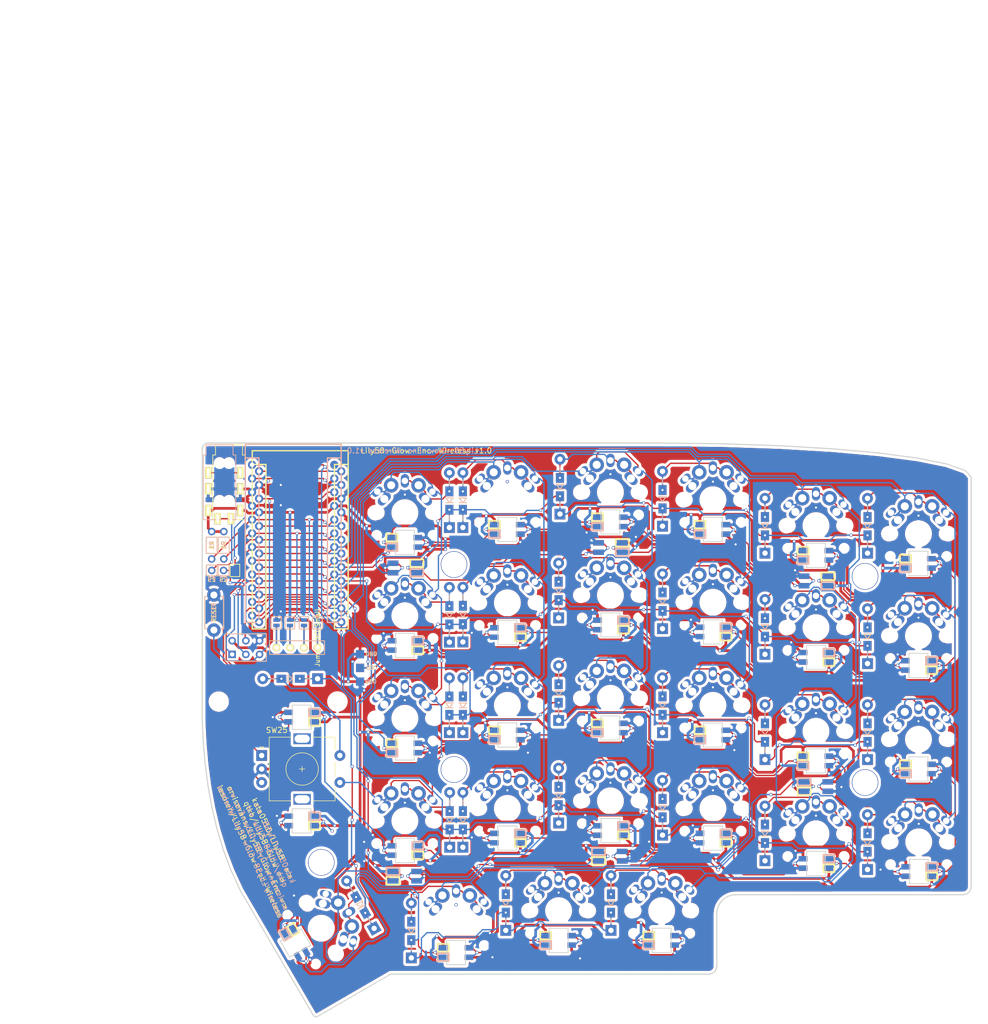
<source format=kicad_pcb>
(kicad_pcb (version 20211014) (generator pcbnew)
  (layers (0 "F.Cu" signal) (31 "B.Cu" signal) (34 "B.Paste" user) (35 "F.Paste" user) (36 "B.SilkS" user "B.Silkscreen") (37 "F.SilkS" user "F.Silkscreen") (38 "B.Mask" user) (39 "F.Mask" user) (44 "Edge.Cuts" user))
  (net 0 "")
  (net 1 "Net-(D1-Pad2)")
  (net 2 "row4")
  (net 3 "Net-(D2-Pad2)")
  (net 4 "Net-(D3-Pad2)")
  (net 5 "row0")
  (net 6 "Net-(D4-Pad2)")
  (net 7 "row1")
  (net 8 "Net-(D5-Pad2)")
  (net 9 "row2")
  (net 10 "Net-(D6-Pad2)")
  (net 11 "row3")
  (net 12 "Net-(D7-Pad2)")
  (net 13 "Net-(D8-Pad2)")
  (net 14 "Net-(D9-Pad2)")
  (net 15 "Net-(D10-Pad2)")
  (net 16 "Net-(D11-Pad2)")
  (net 17 "Net-(D12-Pad2)")
  (net 18 "Net-(D13-Pad2)")
  (net 19 "Net-(D14-Pad2)")
  (net 20 "Net-(D15-Pad2)")
  (net 21 "Net-(D16-Pad2)")
  (net 22 "Net-(D17-Pad2)")
  (net 23 "Net-(D18-Pad2)")
  (net 24 "Net-(D19-Pad2)")
  (net 25 "Net-(D20-Pad2)")
  (net 26 "Net-(D21-Pad2)")
  (net 27 "Net-(D22-Pad2)")
  (net 28 "Net-(D23-Pad2)")
  (net 29 "Net-(D24-Pad2)")
  (net 30 "Net-(D25-Pad2)")
  (net 31 "Net-(D26-Pad2)")
  (net 32 "Net-(D27-Pad2)")
  (net 33 "Net-(D28-Pad2)")
  (net 34 "VCC")
  (net 35 "GND")
  (net 36 "col0")
  (net 37 "col1")
  (net 38 "col2")
  (net 39 "col3")
  (net 40 "col4")
  (net 41 "col5")
  (net 42 "SDA")
  (net 43 "LED")
  (net 44 "SCL")
  (net 45 "RESET")
  (net 46 "Net-(D29-Pad2)")
  (net 47 "Net-(U1-Pad24)")
  (net 48 "Net-(U1-Pad20)")
  (net 49 "DATA")
  (net 50 "Net-(J2-Pad4)")
  (net 51 "Net-(J2-Pad3)")
  (net 52 "Net-(JP1-Pad1)")
  (net 53 "Net-(JP2-Pad1)")
  (net 54 "Net-(JP3-Pad1)")
  (net 55 "Net-(JP4-Pad1)")
  (net 56 "Net-(L1-Pad1)")
  (net 57 "Net-(L2-Pad1)")
  (net 58 "Net-(L3-Pad1)")
  (net 59 "Net-(L4-Pad1)")
  (net 60 "Net-(L5-Pad1)")
  (net 61 "Net-(L12-Pad3)")
  (net 62 "Net-(L13-Pad3)")
  (net 63 "Net-(L7-Pad3)")
  (net 64 "Net-(L8-Pad3)")
  (net 65 "Net-(L10-Pad1)")
  (net 66 "Net-(L10-Pad3)")
  (net 67 "Net-(L11-Pad3)")
  (net 68 "Net-(L13-Pad1)")
  (net 69 "Net-(L14-Pad1)")
  (net 70 "Net-(L15-Pad1)")
  (net 71 "Net-(L16-Pad1)")
  (net 72 "Net-(L17-Pad1)")
  (net 73 "Net-(L18-Pad1)")
  (net 74 "Net-(L19-Pad3)")
  (net 75 "Net-(L19-Pad1)")
  (net 76 "Net-(L20-Pad3)")
  (net 77 "Net-(L21-Pad3)")
  (net 78 "Net-(L22-Pad3)")
  (net 79 "Net-(L23-Pad3)")
  (net 80 "Net-(L25-Pad1)")
  (net 81 "Net-(L26-Pad1)")
  (net 82 "Net-(L27-Pad1)")
  (net 83 "Net-(L28-Pad1)")
  (net 84 "Net-(L29-Pad1)")
  (net 85 "Net-(L1-Pad3)")
  (net 86 "Net-(L31-Pad3)")
  (net 87 "Net-(L32-Pad3)")
  (net 88 "Net-(L34-Pad1)")
  (net 89 "enc1")
  (net 90 "enc2")
  (net 91 "Net-(L30-Pad1)")
  (net 92 "Net-(L33-Pad3)")
  (net 93 "Net-(L35-Pad1)")
  (footprint "Lily58-footprint:Diode_TH_SOD123" (layer "F.Cu") (at 112.3 122.7 120)
    (fp_text reference "D26" hide)
    (fp_text value "D" hide)
  )
  (footprint "Lily58-footprint:RESISTOR_mini" (layer "F.Cu") (at 84.688035 56.039272 -90)
    (fp_text reference "R1")
    (fp_text value "R" hide)
  )
  (footprint "Lily58-footprint:RESISTOR_mini" (layer "F.Cu") (at 86.938035 56.039272 -90)
    (fp_text reference "R2")
    (fp_text value "R" hide)
  )
  (footprint "Lily58-footprint:StripLED" (layer "F.Cu") (at 112.2 81.3 180)
    (fp_text reference "J1" hide)
    (fp_text value "LED" hide)
  )
  (footprint "Lily58-footprint:MJ-4PP-9" (layer "F.Cu") (at 87.9 39.3)
    (fp_text reference "J2" hide)
    (fp_text value "4PIN" hide)
  )
  (footprint "Lily58-footprint:1pin_conn" (layer "F.Cu") (at 84.7 60.7 180)
    (fp_text reference "P1")
    (fp_text value "i2c_pin" hide)
  )
  (footprint "Lily58-footprint:1pin_conn" (layer "F.Cu") (at 86.9 60.7 180)
    (fp_text reference "P2")
    (fp_text value "i2c_pin" hide)
  )
  (footprint "Lily58-footprint:HOLE_M2_TH" (layer "F.Cu") (at 129.6 59.6)
    (fp_text reference "TH3" hide)
    (fp_text value "HOLE" hide)
  )
  (footprint "Lily58-footprint:HOLE_M2_TH" (layer "F.Cu") (at 205.8 61.8)
    (fp_text reference "TH4" hide)
    (fp_text value "HOLE" hide)
  )
  (footprint "Lily58-footprint:HOLE_M2_TH" (layer "F.Cu") (at 129.6 97.6)
    (fp_text reference "TH5" hide)
    (fp_text value "HOLE" hide)
  )
  (footprint "Lily58-footprint:HOLE_M2_TH" (layer "F.Cu") (at 205.8 100)
    (fp_text reference "TH6" hide)
    (fp_text value "HOLE" hide)
  )
  (footprint "Lily58-footprint:HOLE_M2_TH" (layer "F.Cu") (at 105 114.8 90)
    (fp_text reference "TH7" hide)
    (fp_text value "HOLE" hide)
  )
  (footprint "Lily58-footprint:jumper_data" (layer "F.Cu") (at 89 60.7 90)
    (fp_text reference "W1" hide)
    (fp_text value "jumper" hide)
  )
  (footprint "Lily58-footprint:TACT_SWITCH_TVBP06" (layer "F.Cu") (at 85.1 68.5 -90)
    (fp_text reference "RSW1" hide)
    (fp_text value "SW_RST" hide)
  )
  (footprint "Lily58-footprint:ProMicro_rev2" (layer "F.Cu") (at 101 55.9)
    (fp_text reference "U1" hide)
    (fp_text value "ProMicro" hide)
  )
  (footprint "Lily58-footprint:Jumper" (layer "F.Cu") (at 99.2 70.4 90)
    (fp_text reference "JP3" hide)
    (fp_text value "Jumper_NO_Small" hide)
  )
  (footprint "Lily58-footprint:Jumper" (layer "F.Cu") (at 96.7 70.4 90)
    (fp_text reference "JP4" hide)
    (fp_text value "Jumper_NO_Small" hide)
  )
  (footprint "Lily58-footprint:MY_SIL-4" (layer "F.Cu") (at 96.7 75)
    (fp_text reference "P4" hide)
    (fp_text value "OLED" hide)
  )
  (footprint "Lily58-footprint:Jumper" (layer "F.Cu") (at 101.8 70.4 90)
    (fp_text reference "JP2" hide)
    (fp_text value "Jumper_NO_Small" hide)
  )
  (footprint "Lily58-footprint:Jumper" (layer "F.Cu") (at 104.3 70.4 90)
    (fp_text reference "JP1" hide)
    (fp_text value "Jumper_NO_Small")
  )
  (footprint "Lily58-footprint:ICSP" (layer "F.Cu") (at 91.023973 74.993759 90)
    (fp_text reference "P3" hide)
    (fp_text value "ICSP" hide)
  )
  (footprint "Lily58-footprint:MX_PG1350_FLIP_HOLES_18mm" (layer "F.Cu") (at 139.5 47.6)
    (fp_text reference "SW2" hide)
    (fp_text value "SW_PUSH" hide)
  )
  (footprint "Lily58-footprint:MX_PG1350_FLIP_HOLES_18mm" (layer "F.Cu") (at 158.6 46.21)
    (fp_text reference "SW3" hide)
    (fp_text value "SW_PUSH" hide)
  )
  (footprint "Lily58-footprint:MX_PG1350_FLIP_HOLES_18mm" (layer "F.Cu") (at 177.6 47.6)
    (fp_text reference "SW4" hide)
    (fp_text value "SW_PUSH" hide)
  )
  (footprint "Lily58-footprint:MX_PG1350_FLIP_HOLES_18mm" (layer "F.Cu") (at 196.7 52.4)
    (fp_text reference "SW5" hide)
    (fp_text value "SW_PUSH" hide)
  )
  (footprint "Lily58-footprint:MX_PG1350_FLIP_HOLES_18mm" (layer "F.Cu") (at 215.7 53.9)
    (fp_text reference "SW6" hide)
    (fp_text value "SW_PUSH" hide)
  )
  (footprint "Lily58-footprint:MX_PG1350_FLIP_HOLES_18mm" (layer "F.Cu") (at 120.5 69.1)
    (fp_text reference "SW7" hide)
    (fp_text value "SW_PUSH" hide)
  )
  (footprint "Lily58-footprint:MX_PG1350_FLIP_HOLES_18mm" (layer "F.Cu") (at 139.5 66.7)
    (fp_text reference "SW8" hide)
    (fp_text value "SW_PUSH" hide)
  )
  (footprint "Lily58-footprint:MX_PG1350_FLIP_HOLES_18mm" (layer "F.Cu") (at 158.6 65.3)
    (fp_text reference "SW9" hide)
    (fp_text value "SW_PUSH" hide)
  )
  (footprint "Lily58-footprint:MX_PG1350_FLIP_HOLES_18mm" (layer "F.Cu") (at 177.6 66.6)
    (fp_text reference "SW10" hide)
    (fp_text value "SW_PUSH" hide)
  )
  (footprint "Lily58-footprint:MX_PG1350_FLIP_HOLES_18mm" (layer "F.Cu") (at 196.7 71.3)
    (fp_text reference "SW11" hide)
    (fp_text value "SW_PUSH" hide)
  )
  (footprint "Lily58-footprint:MX_PG1350_FLIP_HOLES_18mm" (layer "F.Cu") (at 215.7 72.8)
    (fp_text reference "SW12" hide)
    (fp_text value "SW_PUSH" hide)
  )
  (footprint "Lily58-footprint:MX_PG1350_FLIP_HOLES_18mm" (layer "F.Cu") (at 120.5 88.1)
    (fp_text reference "SW13" hide)
    (fp_text value "SW_PUSH" hide)
  )
  (footprint "Lily58-footprint:MX_PG1350_FLIP_HOLES_18mm" (layer "F.Cu") (at 139.5 85.7)
    (fp_text reference "SW14" hide)
    (fp_text value "SW_PUSH" hide)
  )
  (footprint "Lily58-footprint:MX_PG1350_FLIP_HOLES_18mm" (layer "F.Cu") (at 158.6 84.4)
    (fp_text reference "SW15" hide)
    (fp_text value "SW_PUSH" hide)
  )
  (footprint "Lily58-footprint:MX_PG1350_FLIP_HOLES_18mm" (layer "F.Cu") (at 177.6 85.7)
    (fp_text reference "SW16" hide)
    (fp_text value "SW_PUSH" hide)
  )
  (footprint "Lily58-footprint:MX_PG1350_FLIP_HOLES_18mm" (layer "F.Cu") (at 196.7 90.5)
    (fp_text reference "SW17" hide)
    (fp_text value "SW_PUSH" hide)
  )
  (footprint "Lily58-footprint:MX_PG1350_FLIP_HOLES_18mm" (layer "F.Cu") (at 215.7 92)
    (fp_text reference "SW18" hide)
    (fp_text value "SW_PUSH" hide)
  )
  (footprint "Lily58-footprint:MX_PG1350_FLIP_HOLES_18mm" (layer "F.Cu") (at 120.5 107.1)
    (fp_text reference "SW19" hide)
    (fp_text value "SW_PUSH" hide)
  )
  (footprint "Lily58-footprint:MX_PG1350_FLIP_HOLES_18mm" (layer "F.Cu") (at 139.5 104.8)
    (fp_text reference "SW20" hide)
    (fp_text value "SW_PUSH" hide)
  )
  (footprint "Lily58-footprint:MX_PG1350_FLIP_HOLES_18mm" (layer "F.Cu") (at 158.6 103.4)
    (fp_text reference "SW21" hide)
    (fp_text value "SW_PUSH" hide)
  )
  (footprint "Lily58-footprint:MX_PG1350_FLIP_HOLES_18mm" (layer "F.Cu") (at 177.6 104.8)
    (fp_text reference "SW22" hide)
    (fp_text value "SW_PUSH" hide)
  )
  (footprint "Lily58-footprint:MX_PG1350_FLIP_HOLES_18mm" (layer "F.Cu") (at 196.7 109.5)
    (fp_text reference "SW23" hide)
    (fp_text value "SW_PUSH" hide)
  )
  (footprint "Lily58-footprint:MX_PG1350_FLIP_HOLES_18mm" (layer "F.Cu") (at 215.75 111)
    (fp_text reference "SW24" hide)
    (fp_text value "SW_PUSH" hide)
  )
  (footprint "Lily58-footprint:MX_PG1350_FLIP_HOLES_27mm" (layer "F.Cu") (at 105 127 -60)
    (fp_text reference "SW26" hide)
    (fp_text value "SW_PUSH" hide)
  )
  (footprint "Lily58-footprint:MX_PG1350_FLIP_HOLES_18mm" (layer "F.Cu") (at 130 126)
    (fp_text reference "SW27" hide)
    (fp_text value "SW_PUSH" hide)
  )
  (footprint "Lily58-footprint:MX_PG1350_FLIP_HOLES_18mm" (layer "F.Cu") (at 149 123.75)
    (fp_text reference "SW28" hide)
    (fp_text value "SW_PUSH" hide)
  )
  (footprint "Lily58-footprint:MX_PG1350_FLIP_HOLES_18mm" (layer "F.Cu") (at 168.1 123.75)
    (fp_text reference "SW29" hide)
    (fp_text value "SW_PUSH" hide)
  )
  (footprint "Lily58-footprint:HOLE_M2" (layer "F.Cu") (at 86 85)
    (fp_text reference "TH1" hide)
    (fp_text value "HOLE" hide)
  )
  (footprint "Lily58-footprint:HOLE_M2" (layer "F.Cu") (at 108 85)
    (fp_text reference "TH2" hide)
    (fp_text value "HOLE" hide)
  )
  (footprint "Lily58-footprint:MX_PG1350_FLIP_HOLES_18mm" (layer "F.Cu") (at 120.5 50)
    (fp_text reference "SW1" hide)
    (fp_text value "SW_PUSH" hide)
  )
  (footprint "Lily58-footprint:SK6812MINI_rev" (layer "F.Cu") (at 120.5 55.5 180)
    (fp_text reference "L1" hide)
    (fp_text value "SK6812mini" hide)
  )
  (footprint "Lily58-footprint:SK6812MINI_rev" (layer "F.Cu") (at 139.5 110.3)
    (fp_text reference "L20" hide)
    (fp_text value "SK6812mini" hide)
  )
  (footprint "Lily58-footprint:SK6812MINI_rev" (layer "F.Cu") (at 149 129.25 180)
    (fp_text reference "L29" hide)
    (fp_text value "SK6812mini" hide)
  )
  (footprint "Lily58-footprint:SK6812MINI_rev" (layer "F.Cu") (at 158.6 108.9)
    (fp_text reference "L21" hide)
    (fp_text value "SK6812mini" hide)
  )
  (footprint "Lily58-footprint:SK6812MINI_rev" (layer "F.Cu") (at 196.7 115)
    (fp_text reference "L23" hide)
    (fp_text value "SK6812mini" hide)
  )
  (footprint "Lily58-footprint:SK6812MINI_rev" (layer "F.Cu") (at 215.75 116.5)
    (fp_text reference "L24" hide)
    (fp_text value "SK6812mini" hide)
  )
  (footprint "Lily58-footprint:SK6812MINI_rev" (layer "F.Cu") (at 130 131.5 180)
    (fp_text reference "L28" hide)
    (fp_text value "SK6812mini" hide)
  )
  (footprint "Lily58-footprint:SK6812MINI_rev" (layer "F.Cu") (at 177.6 91.2 180)
    (fp_text reference "L16" hide)
    (fp_text value "SK6812mini" hide)
  )
  (footprint "Lily58-footprint:SK6812MINI_rev" (layer "F.Cu") (at 120.5 112.6)
    (fp_text reference "L19" hide)
    (fp_text value "SK6812mini" hide)
  )
  (footprint "Lily58-footprint:SK6812MINI_rev" (layer "F.Cu") (at 215.7 97.5 180)
    (fp_text reference "L18" hide)
    (fp_text value "SK6812mini" hide)
  )
  (footprint "Lily58-footprint:SK6812MINI_rev" (layer "F.Cu") (at 158.6 89.9 180)
    (fp_text reference "L15" hide)
    (fp_text value "SK6812mini" hide)
  )
  (footprint "Lily58-footprint:SK6812MINI_rev" (layer "F.Cu") (at 139.5 91.2 180)
    (fp_text reference "L14" hide)
    (fp_text value "SK6812mini" hide)
  )
  (footprint "Lily58-footprint:SK6812MINI_rev" (layer "F.Cu") (at 120.5 93.6 180)
    (fp_text reference "L13" hide)
    (fp_text value "SK6812mini" hide)
  )
  (footprint "Lily58-footprint:SK6812MINI_rev" (layer "F.Cu") (at 215.7 78.3)
    (fp_text reference "L12" hide)
    (fp_text value "SK6812mini" hide)
  )
  (footprint "Lily58-footprint:SK6812MINI_rev" (layer "F.Cu") (at 196.7 96 180)
    (fp_text reference "L17" hide)
    (fp_text value "SK6812mini" hide)
  )
  (footprint "Lily58-footprint:SK6812MINI_rev" (layer "F.Cu") (at 177.6 110.3)
    (fp_text reference "L22" hide)
    (fp_text value "SK6812mini" hide)
  )
  (footprint "Lily58-footprint:SK6812MINI_rev" (layer "F.Cu") (at 177.6 53.1 180)
    (fp_text reference "L4" hide)
    (fp_text value "SK6812mini" hide)
  )
  (footprint "Lily58-footprint:SK6812MINI_rev" (layer "F.Cu") (at 196.7 57.9 180)
    (fp_text reference "L5" hide)
    (fp_text value "SK6812mini" hide)
  )
  (footprint "Lily58-footprint:SK6812MINI_rev" (layer "F.Cu") (at 158.6 51.71 180)
    (fp_text reference "L3" hide)
    (fp_text value "SK6812mini" hide)
  )
  (footprint "Lily58-footprint:SK6812MINI_rev" (layer "F.Cu") (at 139.5 53.1 180)
    (fp_text reference "L2" hide)
    (fp_text value "SK6812mini" hide)
  )
  (footprint "Lily58-footprint:SK6812MINI_rev" (layer "F.Cu") (at 196.7 76.8)
    (fp_text reference "L11" hide)
    (fp_text value "SK6812mini" hide)
  )
  (footprint "Lily58-footprint:SK6812MINI_rev" (layer "F.Cu") (at 177.6 72.1)
    (fp_text reference "L10" hide)
    (fp_text value "SK6812mini" hide)
  )
  (footprint "Lily58-footprint:SK6812MINI_rev" (layer "F.Cu") (at 158.6 70.8)
    (fp_text reference "L9" hide)
    (fp_text value "SK6812mini" hide)
  )
  (footprint "Lily58-footprint:SK6812MINI_rev" (layer "F.Cu") (at 215.7 59.4 180)
    (fp_text reference "L6" hide)
    (fp_text value "SK6812mini" hide)
  )
  (footprint "Lily58-footprint:SK6812MINI_rev" (layer "F.Cu") (at 139.5 72.2)
    (fp_text reference "L8" hide)
    (fp_text value "SK6812mini" hide)
  )
  (footprint "Lily58-footprint:SK6812MINI_rev" (layer "F.Cu") (at 120.5 74.6)
    (fp_text reference "L7" hide)
    (fp_text value "SK6812mini" hide)
  )
  (footprint "Lily58-footprint:SK6812MINI_rev" (layer "F.Cu") (at 168.1 129.25 180)
    (fp_text reference "L30" hide)
    (fp_text value "SK6812mini" hide)
  )
  (footprint "Lily58-footprint:SK6812MINI_rev" (layer "F.Cu") (at 100.236859 129.75 120)
    (fp_text reference "L27" hide)
    (fp_text value "SK6812mini" hide)
  )
  (footprint "Lily58-footprint:SK6812MINI_underglow_rev" (layer "F.Cu") (at 158.6 56.46)
    (fp_text reference "L32" hide)
    (fp_text value "SK6812mini" hide)
  )
  (footprint "Lily58-footprint:SK6812MINI_underglow_rev" (layer "F.Cu") (at 120.5 117.35 180)
    (fp_text reference "L34" hide)
    (fp_text value "SK6812mini" hide)
  )
  (footprint "Lily58-footprint:SK6812MINI_underglow_rev" (layer "F.Cu") (at 158.6 113.65 180)
    (fp_text reference "L35" hide)
    (fp_text value "SK6812mini" hide)
  )
  (footprint "Lily58-footprint:SK6812MINI_underglow_rev" (layer "F.Cu") (at 196.7 100.75 180)
    (fp_text reference "L36" hide)
    (fp_text value "SK6812mini" hide)
  )
  (footprint "Lily58-footprint:SK6812MINI_underglow_rev" (layer "F.Cu") (at 196.7 62.65)
    (fp_text reference "L33" hide)
    (fp_text value "SK6812mini" hide)
  )
  (footprint "Lily58-footprint:SK6812MINI_underglow_rev" (layer "F.Cu") (at 120.5 60.25)
    (fp_text reference "L31" hide)
    (fp_text value "SK6812mini" hide)
  )
  (footprint "Lily58-footprint:RotaryEncoder_Alps_EC11E-Switch_Vertical_H20mm" (layer "F.Cu") (at 93.9546 94.996)
    (fp_text reference "SW25")
    (fp_text value "Rotary_Encoder_Switch")
  )
  (footprint "Lily58-footprint:SK6812MINI_rev" (layer "F.Cu") (at 101.3492 107.1148)
    (fp_text reference "L26" hide)
    (fp_text value "SK6812mini" hide)
  )
  (footprint "Lily58-footprint:SK6812MINI_rev" (layer "F.Cu") (at 101.346 87.884)
    (fp_text reference "L25" hide)
    (fp_text value "SK6812mini" hide)
  )
  (footprint "Lily58-footprint:Diode_TH_SOD123" (layer "B.Cu") (at 128.75 47.75 90)
    (fp_text reference "D1" hide)
    (fp_text value "D" hide)
  )
  (footprint "Lily58-footprint:Diode_TH_SOD123" (layer "B.Cu") (at 131.25 47.75 90)
    (fp_text reference "D2" hide)
    (fp_text value "D" hide)
  )
  (footprint "Lily58-footprint:Diode_TH_SOD123" (layer "B.Cu") (at 149.25 45.25 90)
    (fp_text reference "D3" hide)
    (fp_text value "D" hide)
  )
  (footprint "Lily58-footprint:Diode_TH_SOD123" (layer "B.Cu") (at 168.25 47.5 90)
    (fp_text reference "D4" hide)
    (fp_text value "D" hide)
  )
  (footprint "Lily58-footprint:Diode_TH_SOD123" (layer "B.Cu") (at 187.25 52.5 90)
    (fp_text reference "D5" hide)
    (fp_text value "D" hide)
  )
  (footprint "Lily58-footprint:Diode_TH_SOD123" (layer "B.Cu") (at 206.25 52.5 90)
    (fp_text reference "D6" hide)
    (fp_text value "D" hide)
  )
  (footprint "Lily58-footprint:Diode_TH_SOD123" (layer "B.Cu") (at 128.75 69 90)
    (fp_text reference "D7" hide)
    (fp_text value "D" hide)
  )
  (footprint "Lily58-footprint:Diode_TH_SOD123" (layer "B.Cu") (at 131.25254 68.95254 90)
    (fp_text reference "D8" hide)
    (fp_text value "D" hide)
  )
  (footprint "Lily58-footprint:Diode_TH_SOD123" (layer "B.Cu") (at 149 64.5 90)
    (fp_text reference "D9" hide)
    (fp_text value "D" hide)
  )
  (footprint "Lily58-footprint:Diode_TH_SOD123" (layer "B.Cu") (at 168.25 66.5 90)
    (fp_text reference "D10" hide)
    (fp_text value "D" hide)
  )
  (footprint "Lily58-footprint:Diode_TH_SOD123" (layer "B.Cu") (at 187.25 71.25 90)
    (fp_text reference "D11" hide)
    (fp_text value "D" hide)
  )
  (footprint "Lily58-footprint:Diode_TH_SOD123" (layer "B.Cu") (at 206.248 72.9615 90)
    (fp_text reference "D12" hide)
    (fp_text value "D" hide)
  )
  (footprint "Lily58-footprint:Diode_TH_SOD123" (layer "B.Cu") (at 128.75 85.75 90)
    (fp_text reference "D13" hide)
    (fp_text value "D" hide)
  )
  (footprint "Lily58-footprint:Diode_TH_SOD123" (layer "B.Cu") (at 131.25 85.75 90)
    (fp_text reference "D14" hide)
    (fp_text value "D" hide)
  )
  (footprint "Lily58-footprint:Diode_TH_SOD123" (layer "B.Cu") (at 149 83.5 90)
    (fp_text reference "D15" hide)
    (fp_text value "D" hide)
  )
  (footprint "Lily58-footprint:Diode_TH_SOD123" (layer "B.Cu") (at 168.25 85.75 90)
    (fp_text reference "D16" hide)
    (fp_text value "D" hide)
  )
  (footprint "Lily58-footprint:Diode_TH_SOD123" (layer "B.Cu") (at 187.25 90.75 90)
    (fp_text reference "D17" hide)
    (fp_text value "D" hide)
  )
  (footprint "Lily58-footprint:Diode_TH_SOD123" (layer "B.Cu") (at 206.25 90.75 90)
    (fp_text reference "D18" hide)
    (fp_text value "D" hide)
  )
  (footprint "Lily58-footprint:Diode_TH_SOD123" (layer "B.Cu") (at 128.8 107 90)
    (fp_text reference "D19" hide)
    (fp_text value "D" hide)
  )
  (footprint "Lily58-footprint:Diode_TH_SOD123" (layer "B.Cu") (at 131.25 107 90)
    (fp_text reference "D20" hide)
    (fp_text value "D" hide)
  )
  (footprint "Lily58-footprint:Diode_TH_SOD123" (layer "B.Cu") (at 149 102.5 90)
    (fp_text reference "D21" hide)
    (fp_text value "D" hide)
  )
  (footprint "Lily58-footprint:Diode_TH_SOD123" (layer "B.Cu") (at 168.25 104.75 90)
    (fp_text reference "D22" hide)
    (fp_text value "D" hide)
  )
  (footprint "Lily58-footprint:Diode_TH_SOD123" (layer "B.Cu") (at 187.25 109.5 90)
    (fp_text reference "D23" hide)
    (fp_text value "D" hide)
  )
  (footprint "Lily58-footprint:Diode_TH_SOD123" (layer "B.Cu") (at 99.314 80.772 180)
    (fp_text reference "D25" hide)
    (fp_text value "D" hide)
  )
  (footprint "Lily58-footprint:Diode_TH_SOD123" (layer "B.Cu") (at 121.7 127.5 90)
    (fp_text reference "D27" hide)
    (fp_text value "D" hide)
  )
  (footprint "Lily58-footprint:Diode_TH_SOD123" (layer "B.Cu") (at 139.2 122.4 90)
    (fp_text reference "D28" hide)
    (fp_text value "D" hide)
  )
  (footprint "Lily58-footprint:Diode_TH_SOD123" (layer "B.Cu") (at 158.7 122.4 90)
    (fp_text reference "D29" hide)
    (fp_text value "D" hide)
  )
  (footprint "Lily58-footprint:Jumper" (layer "B.Cu") (at 104.3 70.4 90)
    (fp_text reference "JP5" hide)
    (fp_text value "Jumper_NO_Small" hide)
  )
  (footprint "Lily58-footprint:Jumper" (layer "B.Cu") (at 101.8 70.4 90)
    (fp_text reference "JP6" hide)
    (fp_text value "Jumper_NO_Small" hide)
  )
  (footprint "Lily58-footprint:Jumper" (layer "B.Cu") (at 99.2 70.4 90)
    (fp_text reference "JP7" hide)
    (fp_text value "Jumper_NO_Small" hide)
  )
  (footprint "Lily58-footprint:Jumper" (layer "B.Cu") (at 96.7 70.4 90)
    (fp_text reference "JP8" hide)
    (fp_text value "Jumper_NO_Small" hide)
  )
  (footprint "Lily58-footprint:Diode_TH_SOD123" (layer "B.Cu") (at 206.248 111.125 90)
    (fp_text reference "D24" hide)
    (fp_text value "D" hide)
  )
  (gr_line (start 104.807833 37.086762) (end 94.4 37.086762) (layer "Edge.Cuts") (width 0.2))
  (gr_line (start 82.937528 82.285296) (end 82.937528 75.978362) (layer "Edge.Cuts") (width 0.2))
  (gr_line (start 82.937528 75.978362) (end 82.937528 69.671429) (layer "Edge.Cuts") (width 0.2))
  (gr_line (start 82.937528 88.592229) (end 82.937528 82.285296) (layer "Edge.Cuts") (width 0.2))
  (gr_line (start 118.75 57.75) (end 118.75 53.25) (layer "Edge.Cuts") (width 0.15))
  (gr_line (start 101.310889 127.109431) (end 103.060889 130.14052) (layer "Edge.Cuts") (width 0.15))
  (gr_line (start 103.060889 130.14052) (end 99.163775 132.39052) (layer "Edge.Cuts") (width 0.15))
  (gr_line (start 97.413775 129.359431) (end 101.310889 127.109431) (layer "Edge.Cuts") (width 0.15))
  (gr_line (start 99.163775 132.39052) (end 97.413775 129.359431) (layer "Edge.Cuts") (width 0.15))
  (gr_line (start 118.75 72.35) (end 122.25 72.35) (layer "Edge.Cuts") (width 0.15))
  (gr_line (start 131.75 129.25) (end 131.75 133.75) (layer "Edge.Cuts") (width 0.15))
  (gr_line (start 166.35 127) (end 169.85 127) (layer "Edge.Cuts") (width 0.15))
  (gr_line (start 160.35 111.15) (end 156.85 111.15) (layer "Edge.Cuts") (width 0.15))
  (gr_line (start 141.25 108.05) (end 141.25 112.55) (layer "Edge.Cuts") (width 0.15))
  (gr_line (start 103.0992 104.8648) (end 103.0992 109.3648) (layer "Edge.Cuts") (width 0.15))
  (gr_line (start 137.75 108.05) (end 141.25 108.05) (layer "Edge.Cuts") (width 0.15))
  (gr_line (start 198.45 117.25) (end 194.95 117.25) (layer "Edge.Cuts") (width 0.15))
  (gr_line (start 122.25 114.85) (end 118.75 114.85) (layer "Edge.Cuts") (width 0.15))
  (gr_line (start 156.85 111.15) (end 156.85 106.65) (layer "Edge.Cuts") (width 0.15))
  (gr_line (start 166.35 131.5) (end 166.35 127) (layer "Edge.Cuts") (width 0.15))
  (gr_line (start 194.95 117.25) (end 194.95 112.75) (layer "Edge.Cuts") (width 0.15))
  (gr_line (start 141.25 112.55) (end 137.75 112.55) (layer "Edge.Cuts") (width 0.15))
  (gr_line (start 122.25 110.35) (end 122.25 114.85) (layer "Edge.Cuts") (width 0.15))
  (gr_line (start 179.35 108.05) (end 179.35 112.55) (layer "Edge.Cuts") (width 0.15))
  (gr_line (start 175.85 108.05) (end 179.35 108.05) (layer "Edge.Cuts") (width 0.15))
  (gr_line (start 214 118.75) (end 214 114.25) (layer "Edge.Cuts") (width 0.15))
  (gr_line (start 147.25 127) (end 150.75 127) (layer "Edge.Cuts") (width 0.15))
  (gr_line (start 150.75 131.5) (end 147.25 131.5) (layer "Edge.Cuts") (width 0.15))
  (gr_line (start 160.35 106.65) (end 160.35 111.15) (layer "Edge.Cuts") (width 0.15))
  (gr_line (start 137.75 112.55) (end 137.75 108.05) (layer "Edge.Cuts") (width 0.15))
  (gr_line (start 150.75 127) (end 150.75 131.5) (layer "Edge.Cuts") (width 0.15))
  (gr_line (start 156.85 106.65) (end 160.35 106.65) (layer "Edge.Cuts") (width 0.15))
  (gr_line (start 217.5 114.25) (end 217.5 118.75) (layer "Edge.Cuts") (width 0.15))
  (gr_line (start 99.5992 104.8648) (end 103.0992 104.8648) (layer "Edge.Cuts") (width 0.15))
  (gr_line (start 194.95 112.75) (end 198.45 112.75) (layer "Edge.Cuts") (width 0.15))
  (gr_line (start 128.25 129.25) (end 131.75 129.25) (layer "Edge.Cuts") (width 0.15))
  (gr_line (start 103.0992 109.3648) (end 99.5992 109.3648) (layer "Edge.Cuts") (width 0.15))
  (gr_line (start 175.85 112.55) (end 175.85 108.05) (layer "Edge.Cuts") (width 0.15))
  (gr_line (start 217.5 118.75) (end 214 118.75) (layer "Edge.Cuts") (width 0.15))
  (gr_line (start 214 114.25) (end 217.5 114.25) (layer "Edge.Cuts") (width 0.15))
  (gr_line (start 147.25 131.5) (end 147.25 127) (layer "Edge.Cuts") (width 0.15))
  (gr_line (start 99.5992 109.3648) (end 99.5992 104.8648) (layer "Edge.Cuts") (width 0.15))
  (gr_line (start 118.75 114.85) (end 118.75 110.35) (layer "Edge.Cuts") (width 0.15))
  (gr_line (start 118.75 110.35) (end 122.25 110.35) (layer "Edge.Cuts") (width 0.15))
  (gr_line (start 128.25 133.75) (end 128.25 129.25) (layer "Edge.Cuts") (width 0.15))
  (gr_line (start 169.85 127) (end 169.85 131.5) (layer "Edge.Cuts") (width 0.15))
  (gr_line (start 169.85 131.5) (end 166.35 131.5) (layer "Edge.Cuts") (width 0.15))
  (gr_line (start 179.35 112.55) (end 175.85 112.55) (layer "Edge.Cuts") (width 0.15))
  (gr_line (start 198.45 112.75) (end 198.45 117.25) (layer "Edge.Cuts") (width 0.15))
  (gr_line (start 131.75 133.75) (end 128.25 133.75) (layer "Edge.Cuts") (width 0.15))
  (gr_line (start 99.624 90.17) (end 99.624 85.67) (layer "Edge.Cuts") (width 0.15))
  (gr_line (start 103.124 85.67) (end 103.124 90.17) (layer "Edge.Cuts") (width 0.15))
  (gr_line (start 103.124 90.17) (end 99.624 90.17) (layer "Edge.Cuts") (width 0.15))
  (gr_line (start 99.624 85.67) (end 103.124 85.67) (layer "Edge.Cuts") (width 0.15))
  (gr_line (start 178.319348 134.034052) (end 178.288901 134.314154) (layer "Edge.Cuts") (width 0.2))
  (gr_line (start 82.937528 57.057562) (end 82.937528 50.750629) (layer "Edge.Cuts") (width 0.2))
  (gr_line (start 175.85 69.85) (end 179.35 69.85) (layer "Edge.Cuts") (width 0.15))
  (gr_line (start 160.35 68.55) (end 160.35 73.05) (layer "Edge.Cuts") (width 0.15))
  (gr_line (start 175.85 74.35) (end 175.85 69.85) (layer "Edge.Cuts") (width 0.15))
  (gr_line (start 178.319348 129.161894) (end 178.319348 130.379933) (layer "Edge.Cuts") (width 0.2))
  (gr_line (start 213.95 95.25) (end 217.45 95.25) (layer "Edge.Cuts") (width 0.15))
  (gr_line (start 213.424836 120.789735) (end 218.692418 120.789735) (layer "Edge.Cuts") (width 0.2))
  (gr_line (start 103.84247 143.386445) (end 103.981252 143.413974) (layer "Edge.Cuts") (width 0.2))
  (gr_line (start 122.25 72.35) (end 122.25 76.85) (layer "Edge.Cuts") (width 0.15))
  (gr_line (start 198.45 79.05) (end 194.95 79.05) (layer "Edge.Cuts") (width 0.15))
  (gr_line (start 215.525697 39.885159) (end 208.420758 38.945561) (layer "Edge.Cuts") (width 0.2))
  (gr_line (start 83.490297 96.657663) (end 84.020972 100.690825) (layer "Edge.Cuts") (width 0.2))
  (gr_line (start 225.46 43.436755) (end 225.46 52.918378) (layer "Edge.Cuts") (width 0.2))
  (gr_line (start 137.75 74.45) (end 137.75 69.95) (layer "Edge.Cuts") (width 0.15))
  (gr_line (start 224.278471 42.15619) (end 220.889319 40.963847) (layer "Edge.Cuts") (width 0.2))
  (gr_line (start 100.047036 137.18634) (end 101.72273 140.052659) (layer "Edge.Cuts") (width 0.2))
  (gr_line (start 83.13569 92.617561) (end 83.490297 96.657663) (layer "Edge.Cuts") (width 0.2))
  (gr_line (start 199.807654 38.170488) (end 189.919538 37.585374) (layer "Edge.Cuts") (width 0.2))
  (gr_line (start 197.622092 120.789735) (end 202.889673 120.789735) (layer "Edge.Cuts") (width 0.2))
  (gr_line (start 178.319348 131.597973) (end 178.319348 132.816013) (layer "Edge.Cuts") (width 0.2))
  (gr_line (start 137.75 88.95) (end 141.25 88.95) (layer "Edge.Cuts") (width 0.15))
  (gr_line (start 137.75 50.85) (end 141.25 50.85) (layer "Edge.Cuts") (width 0.15))
  (gr_line (start 179.35 74.35) (end 175.85 74.35) (layer "Edge.Cuts") (width 0.15))
  (gr_line (start 85.688004 108.649127) (end 86.863105 112.53067) (layer "Edge.Cuts") (width 0.2))
  (gr_line (start 213.95 80.55) (end 213.95 76.05) (layer "Edge.Cuts") (width 0.15))
  (gr_line (start 107.808147 141.331479) (end 109.483841 140.36134) (layer "Edge.Cuts") (width 0.2))
  (gr_line (start 160.35 73.05) (end 156.85 73.05) (layer "Edge.Cuts") (width 0.15))
  (gr_line (start 83.579303 37.16921) (end 83.776462 37.108075) (layer "Edge.Cuts") (width 0.2))
  (gr_line (start 156.85 87.65) (end 160.35 87.65) (layer "Edge.Cuts") (width 0.15))
  (gr_line (start 179.343884 121.814271) (end 179.861773 121.387065) (layer "Edge.Cuts") (width 0.2))
  (gr_line (start 225.46 81.363245) (end 225.46 90.844867) (layer "Edge.Cuts") (width 0.2))
  (gr_line (start 103.597295 143.222884) (end 103.714328 143.322532) (layer "Edge.Cuts") (width 0.2))
  (gr_line (start 225.204001 120.128696) (end 225.020912 120.350648) (layer "Edge.Cuts") (width 0.2))
  (gr_line (start 225.429552 119.592231) (end 225.342217 119.873887) (layer "Edge.Cuts") (width 0.2))
  (gr_line (start 175.85 55.35) (end 175.85 50.85) (layer "Edge.Cuts") (width 0.15))
  (gr_line (start 177.4035 135.393876) (end 177.121844 135.481211) (layer "Edge.Cuts") (width 0.2))
  (gr_line (start 213.95 99.75) (end 213.95 95.25) (layer "Edge.Cuts") (width 0.15))
  (gr_line (start 109.483841 140.36134) (end 111.159536 139.391201) (layer "Edge.Cuts") (width 0.2))
  (gr_line (start 147.34126 135.511658) (end 154.710782 135.511658) (layer "Edge.Cuts") (width 0.2))
  (gr_line (start 94.396044 37.086762) (end 83.98821 37.086762) (layer "Edge.Cuts") (width 0.2))
  (gr_line (start 178.319348 125.507775) (end 178.319348 126.725814) (layer "Edge.Cuts") (width 0.2))
  (gr_line (start 122.25 76.85) (end 118.75 76.85) (layer "Edge.Cuts") (width 0.15))
  (gr_line (start 198.45 60.15) (end 194.95 60.15) (layer "Edge.Cuts") (width 0.15))
  (gr_line (start 178.390391 123.583911) (end 178.594174 122.926713) (layer "Edge.Cuts") (width 0.2))
  (gr_line (start 217.45 76.05) (end 217.45 80.55) (layer "Edge.Cuts") (width 0.15))
  (gr_line (start 118.75 53.25) (end 122.25 53.25) (layer "Edge.Cuts") (width 0.15))
  (gr_line (start 136.027379 37.086762) (end 125.619545 37.086762) (layer "Edge.Cuts") (width 0.2))
  (gr_line (start 104.456758 143.271756) (end 106.132452 142.301617) (layer "Edge.Cuts") (width 0.2))
  (gr_line (start 194.95 74.55) (end 198.45 74.55) (layer "Edge.Cuts") (width 0.15))
  (gr_line (start 178.319348 124.289735) (end 178.319348 125.507775) (layer "Edge.Cuts") (width 0.2))
  (gr_line (start 225.342217 119.873887) (end 225.204001 120.128696) (layer "Edge.Cuts") (width 0.2))
  (gr_line (start 224.79896 120.533736) (end 224.544152 120.671952) (layer "Edge.Cuts") (width 0.2))
  (gr_line (start 122.25 53.25) (end 122.25 57.75) (layer "Edge.Cuts") (width 0.15))
  (gr_line (start 122.25 57.75) (end 118.75 57.75) (layer "Edge.Cuts") (width 0.15))
  (gr_line (start 179.35 88.95) (end 179.35 93.45) (layer "Edge.Cuts") (width 0.15))
  (gr_line (start 178.288901 134.314154) (end 178.201565 134.59581) (layer "Edge.Cuts") (width 0.2))
  (gr_line (start 104.130206 143.404468) (end 104.288864 143.357278) (layer "Edge.Cuts") (width 0.2))
  (gr_line (start 177.658308 135.25566) (end 177.4035 135.393876) (layer "Edge.Cuts") (width 0.2))
  (gr_line (start 114.510925 137.450923) (end 116.186619 136.480784) (layer "Edge.Cuts") (width 0.2))
  (gr_line (start 82.937777 88.592317) (end 83.13569 92.617561) (layer "Edge.Cuts") (width 0.2))
  (gr_line (start 194.95 55.65) (end 198.45 55.65) (layer "Edge.Cuts") (width 0.15))
  (gr_line (start 160.35 49.46) (end 160.35 53.96) (layer "Edge.Cuts") (width 0.15))
  (gr_line (start 137.75 93.45) (end 137.75 88.95) (layer "Edge.Cuts") (width 0.15))
  (gr_line (start 178.989563 37.215654) (end 167.250881 37.086762) (layer "Edge.Cuts") (width 0.2))
  (gr_line (start 181.819348 120.789735) (end 187.086929 120.789735) (layer "Edge.Cuts") (width 0.2))
  (gr_line (start 180.456326 121.064561) (end 181.113524 120.860778) (layer "Edge.Cuts") (width 0.2))
  (gr_line (start 225.46 90.844867) (end 225.46 100.32649) (layer "Edge.Cuts") (width 0.2))
  (gr_line (start 178.319348 126.725814) (end 178.319348 127.943854) (layer "Edge.Cuts") (width 0.2))
  (gr_line (start 225.46 109.808112) (end 225.46 119.289735) (layer "Edge.Cuts") (width 0.2))
  (gr_line (start 175.85 50.85) (end 179.35 50.85) (layer "Edge.Cuts") (width 0.15))
  (gr_line (start 82.93821 38.136762) (end 82.959523 37.925015) (layer "Edge.Cuts") (width 0.2))
  (gr_line (start 217.45 61.65) (end 213.95 61.65) (layer "Edge.Cuts") (width 0.15))
  (gr_line (start 101.72273 140.052659) (end 103.398425 142.918979) (layer "Edge.Cuts") (width 0.2))
  (gr_line (start 218.692418 120.789735) (end 223.959999 120.789735) (layer "Edge.Cuts") (width 0.2))
  (gr_line (start 175.85 88.95) (end 179.35 88.95) (layer "Edge.Cuts") (width 0.15))
  (gr_line (start 86.863105 112.53067) (end 88.291758 116.318073) (layer "Edge.Cuts") (width 0.2))
  (gr_line (start 178.594174 122.926713) (end 178.916678 122.33216) (layer "Edge.Cuts") (width 0.2))
  (gr_line (start 208.157255 120.789735) (end 213.424836 120.789735) (layer "Edge.Cuts") (width 0.2))
  (gr_line (start 213.95 57.15) (end 217.45 57.15) (layer "Edge.Cuts") (width 0.15))
  (gr_line (start 213.95 61.65) (end 213.95 57.15) (layer "Edge.Cuts") (width 0.15))
  (gr_line (start 141.25 88.95) (end 141.25 93.45) (layer "Edge.Cuts") (width 0.15))
  (gr_line (start 208.420758 38.945561) (end 199.807654 38.170488) (layer "Edge.Cuts") (width 0.2))
  (gr_line (start 178.319348 132.816013) (end 178.319348 134.034052) (layer "Edge.Cuts") (width 0.2))
  (gr_line (start 82.959523 37.925015) (end 83.020657 37.727855) (layer "Edge.Cuts") (width 0.2))
  (gr_line (start 83.24557 37.394123) (end 83.400937 37.265961) (layer "Edge.Cuts") (width 0.2))
  (gr_line (start 160.35 92.15) (end 156.85 92.15) (layer "Edge.Cuts") (width 0.15))
  (gr_line (start 125.619545 37.086762) (end 115.211711 37.086762) (layer "Edge.Cuts") (width 0.2))
  (gr_line (start 141.25 55.35) (end 137.75 55.35) (layer "Edge.Cuts") (width 0.15))
  (gr_line (start 224.9 42.7) (end 224.278471 42.15619) (layer "Edge.Cuts") (width 0.2))
  (gr_line (start 225.46 62.4) (end 225.46 71.881623) (layer "Edge.Cuts") (width 0.2))
  (gr_line (start 178.063349 134.850619) (end 177.880261 135.072571) (layer "Edge.Cuts") (width 0.2))
  (gr_line (start 198.45 74.55) (end 198.45 79.05) (layer "Edge.Cuts") (width 0.15))
  (gr_line (start 117.863173 135.511658) (end 125.232695 135.511658) (layer "Edge.Cuts") (width 0.2))
  (gr_line (start 192.354511 120.789735) (end 197.622092 120.789735) (layer "Edge.Cuts") (width 0.2))
  (gr_line (start 96.695647 131.453701) (end 98.371341 134.32002) (layer "Edge.Cuts") (width 0.2))
  (gr_line (start 178.319348 127.943854) (end 178.319348 129.161894) (layer "Edge.Cuts") (width 0.2))
  (gr_line (start 198.45 98.25) (end 194.95 98.25) (layer "Edge.Cuts") (width 0.15))
  (gr_line (start 167.250881 37.086762) (end 156.843047 37.086762) (layer "Edge.Cuts") (width 0.2))
  (gr_line (start 217.45 99.75) (end 213.95 99.75) (layer "Edge.Cuts") (width 0.15))
  (gr_line (start 137.75 55.35) (end 137.75 50.85) (layer "Edge.Cuts") (width 0.15))
  (gr_line (start 198.45 93.75) (end 198.45 98.25) (layer "Edge.Cuts") (width 0.15))
  (gr_line (start 156.85 53.96) (end 156.85 49.46) (layer "Edge.Cuts") (width 0.15))
  (gr_line (start 156.843047 37.086762) (end 146.435213 37.086762) (layer "Edge.Cuts") (width 0.2))
  (gr_line (start 189.919538 37.585374) (end 178.989563 37.215654) (layer "Edge.Cuts") (width 0.2))
  (gr_line (start 82.937528 44.443695) (end 82.937528 38.136762) (layer "Edge.Cuts") (width 0.2))
  (gr_line (start 137.75 69.95) (end 141.25 69.95) (layer "Edge.Cuts") (width 0.15))
  (gr_line (start 179.861773 121.387065) (end 180.456326 121.064561) (layer "Edge.Cuts") (width 0.2))
  (gr_line (start 225.020912 120.350648) (end 224.79896 120.533736) (layer "Edge.Cuts") (width 0.2))
  (gr_line (start 202.889673 120.789735) (end 208.157255 120.789735) (layer "Edge.Cuts") (width 0.2))
  (gr_line (start 82.937528 63.364495) (end 82.937528 57.057562) (layer "Edge.Cuts") (width 0.2))
  (gr_line (start 178.201565 134.59581) (end 178.063349 134.850619) (layer "Edge.Cuts") (width 0.2))
  (gr_line (start 194.95 93.75) (end 198.45 93.75) (layer "Edge.Cuts") (width 0.15))
  (gr_line (start 178.319348 124.289735) (end 178.390391 123.583911) (layer "Edge.Cuts") (width 0.2))
  (gr_line (start 225.46 52.918378) (end 225.46 62.4) (layer "Edge.Cuts") (width 0.2))
  (gr_line (start 194.95 60.15) (end 194.95 55.65) (layer "Edge.Cuts") (width 0.15))
  (gr_line (start 156.85 92.15) (end 156.85 87.65) (layer "Edge.Cuts") (width 0.15))
  (gr_line (start 141.25 50.85) (end 141.25 55.35) (layer "Edge.Cuts") (width 0.15))
  (gr_line (start 194.95 98.25) (end 194.95 93.75) (layer "Edge.Cuts") (width 0.15))
  (gr_line (start 224.9 42.7) (end 225.46 43.436755) (layer "Edge.Cuts") (width 0.2))
  (gr_line (start 177.880261 135.072571) (end 177.658308 135.25566) (layer "Edge.Cuts") (width 0.2))
  (gr_line (start 95.019952 128.587381) (end 96.695647 131.453701) (layer "Edge.Cuts") (width 0.2))
  (gr_line (start 178.916678 122.33216) (end 179.343884 121.814271) (layer "Edge.Cuts") (width 0.2))
  (gr_line (start 141.25 74.45) (end 137.75 74.45) (layer "Edge.Cuts") (width 0.15))
  (gr_line (start 179.35 69.85) (end 179.35 74.35) (layer "Edge.Cuts") (width 0.15))
  (gr_line (start 118.75 91.35) (end 122.25 91.35) (layer "Edge.Cuts") (width 0.15))
  (gr_line (start 217.45 80.55) (end 213.95 80.55) (layer "Edge.Cuts") (width 0.15))
  (gr_line (start 104.288864 143.357278) (end 104.456758 143.271756) (layer "Edge.Cuts") (width 0.2))
  (gr_line (start 179.35 55.35) (end 175.85 55.35) (layer "Edge.Cuts") (width 0.15))
  (gr_line (start 160.35 87.65) (end 160.35 92.15) (layer "Edge.Cuts") (width 0.15))
  (gr_line (start 187.086929 120.789735) (end 192.354511 120.789735) (layer "Edge.Cuts") (width 0.2))
  (gr_line (start 198.45 55.65) (end 198.45 60.15) (layer "Edge.Cuts") (width 0.15))
  (gr_line (start 83.020657 37.727855) (end 83.117409 37.549489) (layer "Edge.Cuts") (width 0.2))
  (gr_line (start 103.491837 143.08815) (end 103.597295 143.222884) (layer "Edge.Cuts") (width 0.2))
  (gr_line (start 122.25 95.85) (end 118.75 95.85) (layer "Edge.Cuts") (width 0.15))
  (gr_line (start 84.747083 104.695246) (end 85.688004 108.649127) (layer "Edge.Cuts") (width 0.2))
  (gr_line (start 224.262495 120.759288) (end 223.959999 120.789735) (layer "Edge.Cuts") (width 0.2))
  (gr_line (start 156.85 73.05) (end 156.85 68.55) (layer "Edge.Cuts") (width 0.15))
  (gr_line (start 213.95 76.05) (end 217.45 76.05) (layer "Edge.Cuts") (width 0.15))
  (gr_line (start 83.776462 37.108075) (end 83.98821 37.086762) (layer "Edge.Cuts") (width 0.2))
  (gr_line (start 194.95 79.05) (end 194.95 74.55) (layer "Edge.Cuts") (width 0.15))
  (gr_line (start 146.435213 37.086762) (end 136.027379 37.086762) (layer "Edge.Cuts") (width 0.2))
  (gr_line (start 88.291758 116.318073) (end 89.993333 119.98954) (layer "Edge.Cuts") (width 0.2))
  (gr_line (start 84.020972 100.690825) (end 84.747083 104.695246) (layer "Edge.Cuts") (width 0.2))
  (gr_line (start 217.45 57.15) (end 217.45 61.65) (layer "Edge.Cuts") (width 0.15))
  (gr_line (start 112.83523 138.421062) (end 114.510925 137.450923) (layer "Edge.Cuts") (width 0.2))
  (gr_line (start 106.132452 142.301617) (end 107.808147 141.331479) (layer "Edge.Cuts") (width 0.2))
  (gr_line (start 98.371341 134.32002) (end 100.047036 137.18634) (layer "Edge.Cuts") (width 0.2))
  (gr_line (start 162.080304 135.511658) (end 169.449826 135.511658) (layer "Edge.Cuts") (width 0.2))
  (gr_line (start 103.981252 143.413974) (end 104.130206 143.404468) (layer "Edge.Cuts") (width 0.2))
  (gr_line (start 225.46 71.881623) (end 225.46 81.363245) (layer "Edge.Cuts") (width 0.2))
  (gr_line (start 83.400937 37.265961) (end 83.579303 37.16921) (layer "Edge.Cuts") (width 0.2))
  (gr_line (start 225.46 100.32649) (end 225.46 109.808112) (layer "Edge.Cuts") (width 0.2))
  (gr_line (start 139.971738 135.511658) (end 147.34126 135.511658) (layer "Edge.Cuts") (width 0.2))
  (gr_line (start 178.319348 130.379933) (end 178.319348 131.597973) (layer "Edge.Cuts") (width 0.2))
  (gr_line (start 132.602217 135.511658) (end 139.971738 135.511658) (layer "Edge.Cuts") (width 0.2))
  (gr_line (start 156.85 49.46) (end 160.35 49.46) (layer "Edge.Cuts") (width 0.15))
  (gr_line (start 154.710782 135.511658) (end 162.080304 135.511658) (layer "Edge.Cuts") (width 0.2))
  (gr_line (start 169.449826 135.511658) (end 176.819348 135.511658) (layer "Edge.Cuts") (width 0.2))
  (gr_line (start 89.992869 119.988423) (end 91.668563 122.854742) (layer "Edge.Cuts") (width 0.2))
  (gr_line (start 125.232695 135.511658) (end 132.602217 135.511658) (layer "Edge.Cuts") (width 0.2))
  (gr_line (start 116.186619 136.480784) (end 117.862313 135.510645) (layer "Edge.Cuts") (width 0.2))
  (gr_line (start 141.25 93.45) (end 137.75 93.45) (layer "Edge.Cuts") (width 0.15))
  (gr_line (start 175.85 93.45) (end 175.85 88.95) (layer "Edge.Cuts") (width 0.15))
  (gr_line (start 224.544152 120.671952) (end 224.262495 120.759288) (layer "Edge.Cuts") (width 0.2))
  (gr_line (start 179.35 50.85) (end 179.35 55.35) (layer "Edge.Cuts") (width 0.15))
  (gr_line (start 220.889319 40.963847) (end 215.525697 39.885159) (layer "Edge.Cuts") (width 0.2))
  (gr_line (start 103.714328 143.322532) (end 103.84247 143.386445) (layer "Edge.Cuts") (width 0.2))
  (gr_line (start 93.344258 125.721062) (end 95.019952 128.587381) (layer "Edge.Cuts") (width 0.2))
  (gr_line (start 141.25 69.95) (end 141.25 74.45) (layer "Edge.Cuts") (width 0.15))
  (gr_line (start 82.937528 69.671429) (end 82.937528 63.364495) (layer "Edge.Cuts") (width 0.2))
  (gr_line (start 217.45 95.25) (end 217.45 99.75) (layer "Edge.Cuts") (width 0.15))
  (gr_line (start 83.117409 37.549489) (end 83.24557 37.394123) (layer "Edge.Cuts") (width 0.2))
  (gr_line (start 225.459999 119.289735) (end 225.429552 119.592231) (layer "Edge.Cuts") (width 0.2))
  (gr_line (start 115.211711 37.086762) (end 104.803877 37.086762) (layer "Edge.Cuts") (width 0.2))
  (gr_line (start 177.121844 135.481211) (end 176.819348 135.511658) (layer "Edge.Cuts") (width 0.2))
  (gr_line (start 91.668563 122.854742) (end 93.344258 125.721062) (layer "Edge.Cuts") (width 0.2))
  (gr_line (start 160.35 53.96) (end 156.85 53.96) (layer "Edge.Cuts") (width 0.15))
  (gr_line (start 118.75 95.85) (end 118.75 91.35) (layer "Edge.Cuts") (width 0.15))
  (gr_line (start 118.75 76.85) (end 118.75 72.35) (layer "Edge.Cuts") (width 0.15))
  (gr_line (start 103.398425 142.918979) (end 103.491837 143.08815) (layer "Edge.Cuts") (width 0.2))
  (gr_line (start 111.159536 139.391201) (end 112.83523 138.421062) (layer "Edge.Cuts") (width 0.2))
  (gr_line (start 82.937528 50.750629) (end 82.937528 44.443695) (layer "Edge.Cuts") (width 0.2))
  (gr_line (start 179.35 93.45) (end 175.85 93.45) (layer "Edge.Cuts") (width 0.15))
  (gr_line (start 156.85 68.55) (end 160.35 68.55) (layer "Edge.Cuts") (width 0.15))
  (gr_line (start 181.113524 120.860778) (end 181.819348 120.789735) (layer "Edge.Cuts") (width 0.2))
  (gr_line (start 122.25 91.35) (end 122.25 95.85) (layer "Edge.Cuts") (width 0.15))
  (gr_text "LED" (at 114.3 78.7) (layer "B.SilkS") (effects (font (size 0.7 0.7) (thickness 0.125)) (justify mirror)))
  (gr_text "VCC" (at 114.3 76.2) (layer "B.SilkS") (effects (font (size 0.7 0.7) (thickness 0.125)) (justify mirror)))
  (gr_text "Lily58-Glow-Enc-Wireless v1.0" (at 121.92 38.5) (layer "B.SilkS") (effects (font (size 1 1)) (justify mirror)))
  (gr_text "kata0510/Lily58  => \nqtkb/Lily58-Glow => \norvisevans/Lily58-Glow-Enc =>\niasoren/Lily58-Glow-Enc-Wireless" (at 93.98 111.76 -65) (layer "B.SilkS") (effects (font (size 1 1)) (justify mirror)))
  (gr_text "GND" (at 114.2 81.3) (layer "B.SilkS") (effects (font (size 0.7 0.7) (thickness 0.125)) (justify mirror)))
  (gr_text "LED" (at 114.3 78.7) (layer "F.SilkS") (effects (font (size 0.7 0.7) (thickness 0.125))))
  (gr_text "GND" (at 114.3 76.2) (layer "F.SilkS") (effects (font (size 0.7 0.7) (thickness 0.125))))
  (gr_text "VCC" (at 114.2 81.3) (layer "F.SilkS") (effects (font (size 0.7 0.7) (thickness 0.125))))
  (gr_text "Lily58-Glow-Enc-Wireless v1.0" (at 124.46 38.5) (layer "F.SilkS") (effects (font (size 1 1))))
  (gr_text "kata0510/Lily58  => \nqtkb/Lily58-Glow => \norvisevans/Lily58-Glow-Enc =>\niasoren/Lily58-Glow-Enc-Wireless" (at 93.98 111.76 -65) (layer "F.SilkS") (effects (font (size 1 1))))
  (segment (start 122.32 44.92) (end 123.04 44.92) (width 0.25) (layer "F.Cu") (net 1))
  (segment (start 124.31 47.46) (end 127.49 47.46) (width 0.25) (layer "F.Cu") (net 1))
  (segment (start 128.75 46.2) (end 128.75 46.05) (width 0.25) (layer "F.Cu") (net 1))
  (segment (start 120.5 44.1) (end 121.5 44.1) (width 0.25) (layer "F.Cu") (net 1))
  (segment (start 124.31 47.46) (end 124.31 46.19) (width 0.25) (layer "F.Cu") (net 1))
  (segment (start 124.31 46.19) (end 123.04 44.92) (width 0.25) (layer "F.Cu") (net 1))
  (segment (start 127.49 47.46) (end 128.75 46.2) (width 0.25) (layer "F.Cu") (net 1))
  (segment (start 121.5 44.1) (end 122.32 44.92) (width 0.25) (layer "F.Cu") (net 1))
  (segment (start 128.75254 46.04746) (end 128.75 46.05) (width 0.25) (layer "B.Cu") (net 1))
  (segment (start 128.75254 42.59) (end 128.75254 46.04746) (width 0.25) (layer "B.Cu") (net 1))
  (segment (start 111.459156 118.474344) (end 113.157 121.3485) (width 0.25) (layer "F.Cu") (net 2))
  (segment (start 111.459156 115.459656) (end 111.459156 118.474344) (width 0.25) (layer "F.Cu") (net 2))
  (segment (start 110.744 106.934) (end 110.744 97.028) (width 0.25) (layer "F.Cu") (net 2))
  (segment (start 103.835775 66.535775) (end 105.7 68.4) (width 0.25) (layer "F.Cu") (net 2))
  (segment (start 108.718815 72.186273) (end 108.722021 72.189479) (width 0.25) (layer "F.Cu") (net 2))
  (segment (start 108.718815 70.265745) (end 108.718815 72.186273) (width 0.25) (layer "F.Cu") (net 2))
  (segment (start 96.364225 66.535775) (end 103.835775 66.535775) (width 0.25) (layer "F.Cu") (net 2))
  (segment (start 113.157 121.3485) (end 113.15 124.172243) (width 0.25) (layer "F.Cu") (net 2))
  (segment (start 92.18 69.07) (end 93.83 69.07) (width 0.25) (layer "F.Cu") (net 2))
  (segment (start 93.83 69.07) (end 96.364225 66.535775) (width 0.25) (layer "F.Cu") (net 2))
  (via (at 110.744 106.934) (size 0.6) (drill 0.4) (layers "F.Cu" "B.Cu") (net 2))
  (via (at 111.459156 115.459656) (size 0.6) (drill 0.4) (layers "F.Cu" "B.Cu") (net 2))
  (via (at 105.7 68.4) (size 0.6) (drill 0.4) (layers "F.Cu" "B.Cu") (net 2))
  (via (at 108.722021 72.189479) (size 0.6) (drill 0.4) (layers "F.Cu" "B.Cu") (net 2))
  (via (at 110.744 97.028) (size 0.6) (drill 0.4) (layers "F.Cu" "B.Cu") (net 2))
  (segment (start 111.459156 115.459656) (end 110.626999 114.627499) (width 0.25) (layer "B.Cu") (net 2))
  (segment (start 139.20254 127.4) (end 140.45203 127.4) (width 0.25) (layer "B.Cu") (net 2))
  (segment (start 121.91469 119.57601) (end 123.027031 120.688351) (width 0.25) (layer "B.Cu") (net 2))
  (segment (start 113.157 121.539) (end 111.379 118.5545) (width 0.25) (layer "B.Cu") (net 2))
  (segment (start 138.2 124.1) (end 137.78125 124.51875) (width 0.25) (layer "B.Cu") (net 2))
  (segment (start 139.2 124.1) (end 138.2 124.1) (width 0.25) (layer "B.Cu") (net 2))
  (segment (start 121.7 132.49746) (end 121.70254 132.5) (width 0.25) (layer "B.Cu") (net 2))
  (segment (start 108.722021 82.687021) (end 108.722021 72.189479) (width 0.25) (layer "B.Cu") (net 2))
  (segment (start 123.027031 120.688351) (end 123.027031 128.872969) (width 0.25) (layer "B.Cu") (net 2))
  (segment (start 110.5535 87.757) (end 110.5535 84.6455) (width 0.25) (layer "B.Cu") (net 2))
  (segment (start 113.22601 116.84551) (end 115.95651 119.57601) (width 0.25) (layer "B.Cu") (net 2))
  (segment (start 137.78125 124.51875) (end 137.78125 126.66875) (width 0.25) (layer "B.Cu") (net 2))
  (segment (start 122.95203 132.5) (end 121.70254 132.5) (width 0.25) (layer "B.Cu") (net 2))
  (segment (start 127.508 128.607998) (end 126.725002 127.825) (width 0.25) (layer "B.Cu") (net 2))
  (segment (start 111.379 117.475) (end 112.00849 116.84551) (width 0.25) (layer "B.Cu") (net 2))
  (segment (start 108.7755 82.7405) (end 108.722021 82.687021) (width 0.25) (layer "B.Cu") (net 2))
  (segment (start 122.7 129.2) (end 121.7 129.2) (width 0.25) (layer "B.Cu") (net 2))
  (segment (start 123.027031 128.872969) (end 122.7 129.2) (width 0.25) (layer "B.Cu") (net 2))
  (segment (start 134.895999 127.275999) (end 133.564 128.607998) (width 0.25) (layer "B.Cu") (net 2))
  (segment (start 124.5875 127.825) (end 123.571 128.8415) (width 0.25) (layer "B.Cu") (net 2))
  (segment (start 106.80446 80.76946) (end 108.7755 82.7405) (width 0.25) (layer "B.Cu") (net 2))
  (segment (start 111.4425 115.288502) (end 111.4425 115.443) (width 0.25) (layer "B.Cu") (net 2))
  (segment (start 123.571 131.88103) (end 122.95203 132.5) (width 0.25) (layer "B.Cu") (net 2))
  (segment (start 158.7 127.39746) (end 158.70254 127.4) (width 0.25) (layer "B.Cu") (net 2))
  (segment (start 101.014 80.772) (end 104.31146 80.772) (width 0.25) (layer "B.Cu") (net 2))
  (segment (start 105.7 68.96359) (end 105.7 68.824264) (width 0.25) (layer "B.Cu") (net 2))
  (segment (start 104.31146 80.772) (end 104.314 80.76946) (width 0.25) (layer "B.Cu") (net 2))
  (segment (start 112.00849 116.84551) (end 113.22601 116.84551) (width 0.25) (layer "B.Cu") (net 2))
  (segment (start 110.744 97.028) (end 110.5535 96.8375) (width 0.25) (layer "B.Cu") (net 2))
  (segment (start 123.571 128.8415) (end 123.571 131.88103) (width 0.25) (layer "B.Cu") (net 2))
  (segment (start 137.174001 127.275999) (end 134.895999 127.275999) (width 0.25) (layer "B.Cu") (net 2))
  (segment (start 126.725002 127.825) (end 124.5875 127.825) (width 0.25) (layer "B.Cu") (net 2))
  (segment (start 137.78125 126.66875) (end 137.174001 127.275999) (width 0.25) (layer "B.Cu") (net 2))
  (segment (start 146.558 126.365) (end 156.41805 126.365) (width 0.25) (layer "B.Cu") (net 2))
  (segment (start 145.341501 125.803499) (end 145.996499 125.803499) (width 0.25) (layer "B.Cu") (net 2))
  (segment (start 156.41805 126.365) (end 157.45305 127.4) (width 0.25) (layer "B.Cu") (net 2))
  (segment (start 110.5535 84.6455) (end 110.5535 84.5185) (width 0.25) (layer "B.Cu") (net 2))
  (segment (start 111.4425 115.443) (end 111.459156 115.459656) (width 0.25) (layer "B.Cu") (net 2))
  (segment (start 140.45203 127.4) (end 141.23303 126.619) (width 0.25) (layer "B.Cu") (net 2))
  (segment (start 110.5535 84.5185) (end 108.7755 82.7405) (width 0.25) (layer "B.Cu") (net 2))
  (segment (start 157.45305 127.4) (end 158.70254 127.4) (width 0.25) (layer "B.Cu") (net 2))
  (segment (start 105.7 68.824264) (end 105.7 68.4) (width 0.25) (layer "B.Cu") (net 2))
  (segment (start 158.7 124.1) (end 158.7 127.39746) (width 0.25) (layer "B.Cu") (net 2))
  (segment (start 121.7 129.2) (end 121.7 132.49746) (width 0.25) (layer "B.Cu") (net 2))
  (segment (start 113.15 124.172243) (end 113.157 121.539) (width 0.25) (layer "B.Cu") (net 2))
  (segment (start 133.564 128.607998) (end 127.508 128.607998) (width 0.25) (layer "B.Cu") (net 2))
  (segment (start 104.314 80.76946) (end 106.80446 80.76946) (width 0.25) (layer "B.Cu") (net 2))
  (segment (start 111.379 118.5545) (end 111.379 117.475) (width 0.25) (layer "B.Cu") (net 2))
  (segment (start 110.626999 114.627499) (end 110.626999 107.051001) (width 0.25) (layer "B.Cu") (net 2))
  (segment (start 114.7978 127.031397) (end 113.15 124.172243) (width 0.25) (layer "B.Cu") (net 2))
  (segment (start 115.95651 119.57601) (end 121.91469 119.57601) (width 0.25) (layer "B.Cu") (net 2))
  (segment (start 110.5535 88.5825) (end 110.5535 84.6455) (width 0.25) (layer "B.Cu") (net 2))
  (segment (start 145.996499 125.803499) (end 146.558 126.365) (width 0.25) (layer "B.Cu") (net 2))
  (segment (start 108.77 70.27) (end 107.00641 70.27) (width 0.25) (layer "B.Cu") (net 2))
  (segment (start 139.20254 124.10254) (end 139.2 124.1) (width 0.25) (layer "B.Cu") (net 2))
  (segment (start 141.23303 126.619) (end 144.526 126.619) (width 0.25) (layer "B.Cu") (net 2))
  (segment (start 107.00641 70.27) (end 105.7 68.96359) (width 0.25) (layer "B.Cu") (net 2))
  (segment (start 144.526 126.619) (end 145.341501 125.803499) (width 0.25) (layer "B.Cu") (net 2))
  (segment (start 139.20254 127.4) (end 139.20254 124.10254) (width 0.25) (layer "B.Cu") (net 2))
  (segment (start 110.5535 96.8375) (end 110.5535 88.5825) (width 0.25) (layer "B.Cu") (net 2))
  (segment (start 110.626999 107.051001) (end 110.744 106.934) (width 0.25) (layer "B.Cu") (net 2))
  (segment (start 143.31 43.910718) (end 142.04 42.640718) (width 0.25) (layer "F.Cu") (net 3))
  (segment (start 139.5 41.7) (end 139.5 41.2) (width 0.25) (layer "F.Cu") (net 3))
  (segment (start 139.5 41.2) (end 138.5 40.2) (width 0.25) (layer "F.Cu") (net 3))
  (segment (start 138.5 40.2) (end 133.64254 40.2) (width 0.25) (layer "F.Cu") (net 3))
  (segment (start 141.32 42.52) (end 142.04 42.52) (width 0.25) (layer "F.Cu") (net 3))
  (segment (start 132.252029 41.590511) (end 131.25254 42.59) (width 0.25) (layer "F.Cu") (net 3))
  (segment (start 140.5 41.7) (end 141.32 42.52) (width 0.25) (layer "F.Cu") (net 3))
  (segment (start 142.04 42.640718) (end 142.04 42.52) (width 0.25) (layer "F.Cu") (net 3))
  (segment (start 143.31 45.06) (end 143.31 43.910718) (width 0.25) (layer "F.Cu") (net 3))
  (segment (start 133.64254 40.2) (end 132.252029 41.590511) (width 0.25) (layer "F.Cu") (net 3))
  (segment (start 139.5 41.7) (end 140.5 41.7) (width 0.25) (layer "F.Cu") (net 3))
  (segment (start 131.25254 42.59) (end 131.25254 46.04746) (width 0.25) (layer "B.Cu") (net 3))
  (segment (start 131.25254 46.04746) (end 131.25 46.05) (width 0.25) (layer "B.Cu") (net 3))
  (segment (start 161.14 41.250718) (end 161.14 41.13) (width 0.25) (layer "F.Cu") (net 4))
  (segment (start 149.25 43.55) (end 149.25 40.09254) (width 0.25) (layer "F.Cu") (net 4))
  (segment (start 149.25 40.09254) (end 149.25254 40.09) (width 0.25) (layer "F.Cu") (net 4))
  (segment (start 158.6 40.31) (end 159.6 40.31) (width 0.25) (layer "F.Cu") (net 4))
  (segment (start 162.41 43.67) (end 162.41 42.520718) (width 0.25) (layer "F.Cu") (net 4))
  (segment (start 162.41 42.520718) (end 161.14 41.250718) (width 0.25) (layer "F.Cu") (net 4))
  (segment (start 159.6 40.31) (end 160.42 41.13) (width 0.25) (layer "F.Cu") (net 4))
  (segment (start 160.42 41.13) (end 161.14 41.13) (width 0.25) (layer "F.Cu") (net 4))
  (segment (start 149.25254 40.09) (end 150.666032 40.09) (width 0.25) (layer "B.Cu") (net 4))
  (segment (start 157.475 39.185) (end 158.6 40.31) (width 0.25) (layer "B.Cu") (net 4))
  (segment (start 151.571032 39.185) (end 157.475 39.185) (width 0.25) (layer "B.Cu") (net 4))
  (segment (start 149.25254 43.54746) (end 149.25 43.55) (width 0.25) (layer "B.Cu") (net 4))
  (segment (start 150.666032 40.09) (end 151.571032 39.185) (width 0.25) (layer "B.Cu") (net 4))
  (segment (start 185.42351 52.07351) (end 185.42351 52.22351) (width 0.25) (layer "F.Cu") (net 5))
  (segment (start 105.21 58.81) (end 105.400001 59.000001) (width 0.25) (layer "F.Cu") (net 5))
  (segment (start 166.548 49.2) (end 168.25 49.2) (width 0.25) (layer "F.Cu") (net 5))
  (segment (start 183.7055 49.53) (end 185.42351 51.24801) (width 0.25) (layer "F.Cu") (net 5))
  (segment (start 164.750001 48.18499) (end 165.53299 48.18499) (width 0.25) (layer "F.Cu") (net 5))
  (segment (start 113.377255 60.105745) (end 114.519255 60.105745) (width 0.25) (layer "F.Cu") (net 5))
  (segment (start 148.274991 46.95) (end 149.25 46.95) (width 0.25) (layer "F.Cu") (net 5))
  (segment (start 108.718815 60.105745) (end 113.377255 60.105745) (width 0.25) (layer "F.Cu") (net 5))
  (segment (start 165.53299 48.18499) (end 166.548 49.2) (width 0.25) (layer "F.Cu") (net 5))
  (segment (start 185.42351 53.37351) (end 185.42351 52.07351) (width 0.25) (layer "F.Cu") (net 5))
  (segment (start 128.75 49.462001) (end 128.75 49.45) (width 0.25) (layer "F.Cu") (net 5))
  (segment (start 114.519255 60.105745) (end 116.078 58.547) (width 0.25) (layer "F.Cu") (net 5))
  (segment (start 92.23 58.81) (end 105.21 58.81) (width 0.25) (layer "F.Cu") (net 5))
  (segment (start 185.42351 51.24801) (end 185.42351 51.260324) (width 0.25) (layer "F.Cu") (net 5))
  (segment (start 187.25 54.2) (end 186.25 54.2) (width 0.25) (layer "F.Cu") (net 5))
  (segment (start 126.650001 51.562) (end 128.75 49.462001) (width 0.25) (layer "F.Cu") (net 5))
  (segment (start 185.42351 51.260324) (end 185.42351 52.07351) (width 0.25) (layer "F.Cu") (net 5))
  (segment (start 203.21 54.1655) (end 206.2155 54.1655) (width 0.25) (layer "F.Cu") (net 5))
  (segment (start 206.2155 54.1655) (end 206.25 54.2) (width 0.25) (layer "F.Cu") (net 5))
  (segment (start 186.25 54.2) (end 185.42351 53.37351) (width 0.25) (layer "F.Cu") (net 5))
  (segment (start 145.650001 49.57499) (end 148.274991 46.95) (width 0.25) (layer "F.Cu") (net 5))
  (segment (start 105.400001 59.000001) (end 105.7 59.3) (width 0.25) (layer "F.Cu") (net 5))
  (via (at 105.7 59.3) (size 0.6) (drill 0.4) (layers "F.Cu" "B.Cu") (net 5))
  (via (at 164.750001 48.18499) (size 0.6) (drill 0.4) (layers "F.Cu" "B.Cu") (net 5))
  (via (at 203.21 54.1655) (size 0.6) (drill 0.4) (layers "F.Cu" "B.Cu") (net 5))
  (via (at 183.7055 49.53) (size 0.6) (drill 0.4) (layers "F.Cu" "B.Cu") (net 5))
  (via (at 126.650001 51.562) (size 0.6) (drill 0.4) (layers "F.Cu" "B.Cu") (net 5))
  (via (at 116.078 58.674) (size 0.6) (drill 0.4) (layers "F.Cu" "B.Cu") (net 5))
  (via (at 145.650001 49.57499) (size 0.6) (drill 0.4) (layers "F.Cu" "B.Cu") (net 5))
  (segment (start 164.750001 48.18499) (end 161.36501 48.18499) (width 0.25) (layer "B.Cu") (net 5))
  (segment (start 168.25 52.49746) (end 168.25254 52.5) (width 0.25) (layer "B.Cu") (net 5))
  (segment (start 131.25 49.45) (end 135.338002 49.45) (width 0.25) (layer "B.Cu") (net 5))
  (segment (start 128.75254 49.45254) (end 128.75 49.45) (width 0.25) (layer "B.Cu") (net 5))
  (segment (start 149.25254 50.25) (end 150.50203 50.25) (width 0.25) (layer "B.Cu") (net 5))
  (segment (start 206.25254 57.5) (end 206.25254 54.20254) (width 0.25) (layer "B.Cu") (net 5))
  (segment (start 145.650001 49.57499) (end 143.14751 49.57499) (width 0.25) (layer "B.Cu") (net 5))
  (segment (start 124.550998 57.15) (end 125.295502 57.15) (width 0.25) (layer "B.Cu") (net 5))
  (segment (start 187.25 54.2) (end 193.392 54.2) (width 0.25) (layer "B.Cu") (net 5))
  (segment (start 193.392 54.2) (end 194.3735 55.1815) (width 0.25) (layer "B.Cu") (net 5))
  (segment (start 108.77 60.11) (end 106.51 60.11) (width 0.25) (layer "B.Cu") (net 5))
  (segment (start 168.25 49.2) (end 174.7395 49.2) (width 0.25) (layer "B.Cu") (net 5))
  (segment (start 149.25254 50.25) (end 149.25254 46.95254) (width 0.25) (layer "B.Cu") (net 5))
  (segment (start 199.263 55.1815) (end 200.279 54.1655) (width 0.25) (layer "B.Cu") (net 5))
  (segment (start 131.25254 52.75) (end 131.25254 49.45254) (width 0.25) (layer "B.Cu") (net 5))
  (segment (start 135.338002 49.45) (end 136.180002 50.292) (width 0.25) (layer "B.Cu") (net 5))
  (segment (start 125.295502 57.15) (end 126.650001 55.795501) (width 0.25) (layer "B.Cu") (net 5))
  (segment (start 174.7395 49.2) (end 175.895 50.3555) (width 0.25) (layer "B.Cu") (net 5))
  (segment (start 116.47499 58.15001) (end 123.550988 58.15001) (width 0.25) (layer "B.Cu") (net 5))
  (segment (start 126.650001 55.795501) (end 126.650001 51.562) (width 0.25) (layer "B.Cu") (net 5))
  (segment (start 150.50203 50.25) (end 152.164531 48.587499) (width 0.25) (layer "B.Cu") (net 5))
  (segment (start 116.078 58.547) (end 116.47499 58.15001) (width 0.25) (layer "B.Cu") (net 5))
  (segment (start 156.337 48.895) (end 160.655 48.895) (width 0.25) (layer "B.Cu") (net 5))
  (segment (start 129.75 49.45) (end 131.25 49.45) (width 0.25) (layer "B.Cu") (net 5))
  (segment (start 199.009 55.1815) (end 199.263 55.1815) (width 0.25) (layer "B.Cu") (net 5))
  (segment (start 128.75254 52.75) (end 128.75254 49.45254) (width 0.25) (layer "B.Cu") (net 5))
  (segment (start 168.25 49.2) (end 168.25 52.49746) (width 0.25) (layer "B.Cu") (net 5))
  (segment (start 128.75 49.45) (end 129.75 49.45) (width 0.25) (layer "B.Cu") (net 5))
  (segment (start 206.25254 54.20254) (end 206.25 54.2) (width 0.25) (layer "B.Cu") (net 5))
  (segment (start 194.3735 55.1815) (end 199.009 55.1815) (width 0.25) (layer "B.Cu") (net 5))
  (segment (start 123.550988 58.15001) (end 124.550998 57.15) (width 0.25) (layer "B.Cu") (net 5))
  (segment (start 106.51 60.11) (end 105.999999 59.599999) (width 0.25) (layer "B.Cu") (net 5))
  (segment (start 179.959 49.53) (end 179.1335 50.3555) (width 0.25) (layer "B.Cu") (net 5))
  (segment (start 161.36501 48.18499) (end 160.655 48.895) (width 0.25) (layer "B.Cu") (net 5))
  (segment (start 131.25254 49.45254) (end 131.25 49.45) (width 0.25) (layer "B.Cu") (net 5))
  (segment (start 187.25 57.49746) (end 187.25254 57.5) (width 0.25) (layer "B.Cu") (net 5))
  (segment (start 183.7055 49.53) (end 179.959 49.53) (width 0.25) (layer "B.Cu") (net 5))
  (segment (start 200.279 54.1655) (end 203.21 54.1655) (width 0.25) (layer "B.Cu") (net 5))
  (segment (start 175.895 50.3555) (end 179.1335 50.3555) (width 0.25) (layer "B.Cu") (net 5))
  (segment (start 143.14751 49.57499) (end 142.4305 50.292) (width 0.25) (layer "B.Cu") (net 5))
  (segment (start 152.164531 48.587499) (end 156.029499 48.587499) (width 0.25) (layer "B.Cu") (net 5))
  (segment (start 105.999999 59.599999) (end 105.7 59.3) (width 0.25) (layer "B.Cu") (net 5))
  (segment (start 136.180002 50.292) (end 142.4305 50.292) (width 0.25) (layer "B.Cu") (net 5))
  (segment (start 156.029499 48.587499) (end 156.337 48.895) (width 0.25) (layer "B.Cu") (net 5))
  (segment (start 149.25254 46.95254) (end 149.25 46.95) (width 0.25) (layer "B.Cu") (net 5))
  (segment (start 187.25 54.2) (end 187.25 57.49746) (width 0.25) (layer "B.Cu") (net 5))
  (segment (start 180.14 42.640718) (end 180.14 42.52) (width 0.25) (layer "F.Cu") (net 6))
  (segment (start 181.41 45.06) (end 181.41 43.910718) (width 0.25) (layer "F.Cu") (net 6))
  (segment (start 177.6 41.2) (end 177.244999 40.844999) (width 0.25) (layer "F.Cu") (net 6))
  (segment (start 177.6 41.7) (end 178.6 41.7) (width 0.25) (layer "F.Cu") (net 6))
  (segment (start 169.747541 40.844999) (end 169.252029 41.340511) (width 0.25) (layer "F.Cu") (net 6))
  (segment (start 169.252029 41.340511) (end 168.25254 42.34) (width 0.25) (layer "F.Cu") (net 6))
  (segment (start 181.41 43.910718) (end 180.14 42.640718) (width 0.25) (layer "F.Cu") (net 6))
  (segment (start 177.244999 40.844999) (end 169.747541 40.844999) (width 0.25) (layer "F.Cu") (net 6))
  (segment (start 177.6 41.7) (end 177.6 41.2) (width 0.25) (layer "F.Cu") (net 6))
  (segment (start 178.6 41.7) (end 179.42 42.52) (width 0.25) (layer "F.Cu") (net 6))
  (segment (start 179.42 42.52) (end 180.14 42.52) (width 0.25) (layer "F.Cu") (net 6))
  (segment (start 168.25254 42.34) (end 168.25254 45.79746) (width 0.25) (layer "B.Cu") (net 6))
  (segment (start 168.25254 45.79746) (end 168.25 45.8) (width 0.25) (layer "B.Cu") (net 6))
  (segment (start 92.23 61.35) (end 105.150004 61.35) (width 0.25) (layer "F.Cu") (net 7))
  (segment (start 105.150004 61.35) (end 105.400001 61.599997) (width 0.25) (layer "F.Cu") (net 7))
  (segment (start 164.750001 67.945) (end 167.995 67.945) (width 0.25) (layer "F.Cu") (net 7))
  (segment (start 183.703582 69.216918) (end 187.25 72.763336) (width 0.25) (layer "F.Cu") (net 7))
  (segment (start 145.650001 68.830184) (end 148.280185 66.2) (width 0.25) (layer "F.Cu") (net 7))
  (segment (start 187.25 72.763336) (end 187.25 72.95) (width 0.25) (layer "F.Cu") (net 7))
  (segment (start 206.248 74.6615) (end 204.119162 74.6615) (width 0.25) (layer "F.Cu") (net 7))
  (segment (start 113.383245 62.645745) (end 113.412 62.6745) (width 0.25) (layer "F.Cu") (net 7))
  (segment (start 128.7255 70.6755) (end 128.75 70.7) (width 0.25) (layer "F.Cu") (net 7))
  (segment (start 148.280185 66.2) (end 149 66.2) (width 0.25) (layer "F.Cu") (net 7))
  (segment (start 108.718815 62.645745) (end 113.383245 62.645745) (width 0.25) (layer "F.Cu") (net 7))
  (segment (start 167.995 67.945) (end 168.25 68.2) (width 0.25) (layer "F.Cu") (net 7))
  (segment (start 105.400001 61.599997) (end 105.7 61.899996) (width 0.25) (layer "F.Cu") (net 7))
  (segment (start 126.650001 70.6755) (end 128.7255 70.6755) (width 0.25) (layer "F.Cu") (net 7))
  (segment (start 204.119162 74.6615) (end 203.476331 74.018669) (width 0.25) (layer "F.Cu") (net 7))
  (via (at 105.7 61.899996) (size 0.6) (drill 0.4) (layers "F.Cu" "B.Cu") (net 7))
  (via (at 113.412 62.6745) (size 0.6) (drill 0.4) (layers "F.Cu" "B.Cu") (net 7))
  (via (at 126.650001 70.6755) (size 0.6) (drill 0.4) (layers "F.Cu" "B.Cu") (net 7))
  (via (at 145.650001 68.830184) (size 0.6) (drill 0.4) (layers "F.Cu" "B.Cu") (net 7))
  (via (at 164.750001 67.945) (size 0.6) (drill 0.4) (layers "F.Cu" "B.Cu") (net 7))
  (via (at 203.476331 74.018669) (size 0.6) (drill 0.4) (layers "F.Cu" "B.Cu") (net 7))
  (via (at 183.703582 69.216918) (size 0.6) (drill 0.4) (layers "F.Cu" "B.Cu") (net 7))
  (segment (start 128.75 73.99746) (end 128.75254 74) (width 0.25) (layer "B.Cu") (net 7))
  (segment (start 149 69.49746) (end 149.00254 69.5) (width 0.25) (layer "B.Cu") (net 7))
  (segment (start 132.28608 69.469) (end 145.011185 69.469) (width 0.25) (layer "B.Cu") (net 7))
  (segment (start 150 66.2) (end 151.199989 67.399989) (width 0.25) (layer "B.Cu") (net 7))
  (segment (start 131.25254 70.50254) (end 132.28608 69.469) (width 0.25) (layer "B.Cu") (net 7))
  (segment (start 206.25054 77.9615) (end 206.25054 74.66404) (width 0.25) (layer "B.Cu") (net 7))
  (segment (start 187.25254 76.25) (end 187.25254 72.95254) (width 0.25) (layer "B.Cu") (net 7))
  (segment (start 168.25 68.2) (end 174.372 68.2) (width 0.25) (layer "B.Cu") (net 7))
  (segment (start 125.634002 71.6915) (end 125.999501 71.326001) (width 0.25) (layer "B.Cu") (net 7))
  (segment (start 175.388918 69.216918) (end 183.703582 69.216918) (width 0.25) (layer "B.Cu") (net 7))
  (segment (start 105.999999 62.199995) (end 105.7 61.899996) (width 0.25) (layer "B.Cu") (net 7))
  (segment (start 156.045989 67.399989) (end 156.6545 68.0085) (width 0.25) (layer "B.Cu") (net 7))
  (segment (start 168.25 68.2) (end 168.25 71.49746) (width 0.25) (layer "B.Cu") (net 7))
  (segment (start 191.950002 72.95) (end 193.041002 74.041) (width 0.25) (layer "B.Cu") (net 7))
  (segment (start 187.25 72.95) (end 191.950002 72.95) (width 0.25) (layer "B.Cu") (net 7))
  (segment (start 125.999501 71.326001) (end 126.650001 70.6755) (width 0.25) (layer "B.Cu") (net 7))
  (segment (start 151.199989 67.399989) (end 156.045989 67.399989) (width 0.25) (layer "B.Cu") (net 7))
  (segment (start 106.450004 62.65) (end 105.999999 62.199995) (width 0.25) (layer "B.Cu") (net 7))
  (segment (start 113.412 70.105) (end 114.9985 71.6915) (width 0.25) (layer "B.Cu") (net 7))
  (segment (start 149 66.2) (end 149 69.49746) (width 0.25) (layer "B.Cu") (net 7))
  (segment (start 206.248 76.49846) (end 206.25054 76.501) (width 0.25) (layer "B.Cu") (net 7))
  (segment (start 113.412 62.6745) (end 113.412 70.105) (width 0.25) (layer "B.Cu") (net 7))
  (segment (start 128.75 70.7) (end 131.20508 70.7) (width 0.25) (layer "B.Cu") (net 7))
  (segment (start 145.011185 69.469) (end 145.650001 68.830184) (width 0.25) (layer "B.Cu") (net 7))
  (segment (start 168.25 71.49746) (end 168.25254 71.5) (width 0.25) (layer "B.Cu") (net 7))
  (segment (start 131.20508 70.7) (end 131.25254 70.65254) (width 0.25) (layer "B.Cu") (net 7))
  (segment (start 114.9985 71.6915) (end 125.634002 71.6915) (width 0.25) (layer "B.Cu") (net 7))
  (segment (start 193.041002 74.041) (end 203.454 74.041) (width 0.25) (layer "B.Cu") (net 7))
  (segment (start 128.75 70.7) (end 128.75 73.99746) (width 0.25) (layer "B.Cu") (net 7))
  (segment (start 156.6545 68.0085) (end 164.016491 68.0085) (width 0.25) (layer "B.Cu") (net 7))
  (segment (start 131.25254 70.65254) (end 131.25254 70.50254) (width 0.25) (layer "B.Cu") (net 7))
  (segment (start 131.25508 73.95254) (end 131.25508 70.65508) (width 0.25) (layer "B.Cu") (net 7))
  (segment (start 149 66.2) (end 150 66.2) (width 0.25) (layer "B.Cu") (net 7))
  (segment (start 187.25254 72.95254) (end 187.25 72.95) (width 0.25) (layer "B.Cu") (net 7))
  (segment (start 108.77 62.65) (end 106.450004 62.65) (width 0.25) (layer "B.Cu") (net 7))
  (segment (start 164.016491 68.0085) (end 164.846 68.0085) (width 0.25) (layer "B.Cu") (net 7))
  (segment (start 203.454 74.041) (end 203.476331 74.018669) (width 0.25) (layer "B.Cu") (net 7))
  (segment (start 174.372 68.2) (end 175.388918 69.216918) (width 0.25) (layer "B.Cu") (net 7))
  (segment (start 131.25508 70.65508) (end 131.25254 70.65254) (width 0.25) (layer "B.Cu") (net 7))
  (segment (start 206.25054 74.66404) (end 206.248 74.6615) (width 0.25) (layer "B.Cu") (net 7))
  (segment (start 196.7 46) (end 196.344999 45.644999) (width 0.25) (layer "F.Cu") (net 8))
  (segment (start 198.52 47.32) (end 199.24 47.32) (width 0.25) (layer "F.Cu") (net 8))
  (segment (start 188.947541 45.644999) (end 188.252029 46.340511) (width 0.25) (layer "F.Cu") (net 8))
  (segment (start 197.7 46.5) (end 198.52 47.32) (width 0.25) (layer "F.Cu") (net 8))
  (segment (start 200.51 48.59) (end 199.24 47.32) (width 0.25) (layer "F.Cu") (net 8))
  (segment (start 200.51 49.86) (end 200.51 48.59) (width 0.25) (layer "F.Cu") (net 8))
  (segment (start 196.344999 45.644999) (end 188.947541 45.644999) (width 0.25) (layer "F.Cu") (net 8))
  (segment (start 188.252029 46.340511) (end 187.25254 47.34) (width 0.25) (layer "F.Cu") (net 8))
  (segment (start 196.7 46.5) (end 197.7 46.5) (width 0.25) (layer "F.Cu") (net 8))
  (segment (start 196.7 46.5) (end 196.7 46) (width 0.25) (layer "F.Cu") (net 8))
  (segment (start 187.25254 47.34) (end 187.25254 50.79746) (width 0.25) (layer "B.Cu") (net 8))
  (segment (start 187.25254 50.79746) (end 187.25 50.8) (width 0.25) (layer "B.Cu") (net 8))
  (segment (start 111.252 67.71893) (end 111.252 67.7545) (width 0.25) (layer "F.Cu") (net 9))
  (segment (start 184.287 88.095222) (end 185.29651 89.104732) (width 0.25) (layer "F.Cu") (net 9))
  (segment (start 187.25254 95.75) (end 188.50203 95.75) (width 0.25) (layer "F.Cu") (net 9))
  (segment (start 166.389677 87.45) (end 168.25 87.45) (width 0.25) (layer "F.Cu") (net 9))
  (segment (start 185.29651 92.07851) (end 185.668 92.45) (width 0.25) (layer "F.Cu") (net 9))
  (segment (start 185.29651 89.104732) (end 185.29651 92.07851) (width 0.25) (layer "F.Cu") (net 9))
  (segment (start 189.0395 95.21253) (end 189.0395 93.97084) (width 0.25) (layer "F.Cu") (net 9))
  (segment (start 92.23 63.89) (end 105.09 63.89) (width 0.25) (layer "F.Cu") (net 9))
  (segment (start 108.718815 65.185745) (end 111.252 67.71893) (width 0.25) (layer "F.Cu") (net 9))
  (segment (start 165.384751 86.445074) (end 166.389677 87.45) (width 0.25) (layer "F.Cu") (net 9))
  (segment (start 204.603 92.45) (end 206.25 92.45) (width 0.25) (layer "F.Cu") (net 9))
  (segment (start 105.400001 64.200001) (end 105.7 64.5) (width 0.25) (layer "F.Cu") (net 9))
  (segment (start 185.668 92.45) (end 187.25 92.45) (width 0.25) (layer "F.Cu") (net 9))
  (segment (start 147.850002 85.2) (end 149 85.2) (width 0.25) (layer "F.Cu") (net 9))
  (segment (start 188.50203 95.75) (end 189.0395 95.21253) (width 0.25) (layer "F.Cu") (net 9))
  (segment (start 189.0395 93.97084) (end 189.98742 93.02292) (width 0.25) (layer "F.Cu") (net 9))
  (segment (start 203.962 93.091) (end 204.603 92.45) (width 0.25) (layer "F.Cu") (net 9))
  (segment (start 105.09 63.89) (end 105.400001 64.200001) (width 0.25) (layer "F.Cu") (net 9))
  (segment (start 145.650001 87.400001) (end 147.850002 85.2) (width 0.25) (layer "F.Cu") (net 9))
  (segment (start 206.244 92.456) (end 206.25 92.45) (width 0.25) (layer "F.Cu") (net 9))
  (via (at 184.287 88.095222) (size 0.6) (drill 0.4) (layers "F.Cu" "B.Cu") (net 9))
  (via (at 105.7 64.5) (size 0.6) (drill 0.4) (layers "F.Cu" "B.Cu") (net 9))
  (via (at 189.98742 93.02292) (size 0.6) (drill 0.4) (layers "F.Cu" "B.Cu") (net 9))
  (via (at 111.252 67.7545) (size 0.6) (drill 0.4) (layers "F.Cu" "B.Cu") (net 9))
  (via (at 145.650001 87.400001) (size 0.6) (drill 0.4) (layers "F.Cu" "B.Cu") (net 9))
  (via (at 165.384751 86.445074) (size 0.6) (drill 0.4) (layers "F.Cu" "B.Cu") (net 9))
  (via (at 203.962 93.091) (size 0.6) (drill 0.4) (layers "F.Cu" "B.Cu") (net 9))
  (segment (start 149.00254 88.5) (end 150.25203 88.5) (width 0.25) (layer "B.Cu") (net 9))
  (segment (start 194.2465 92.9005) (end 194.3735 93.0275) (width 0.25) (layer "B.Cu") (net 9))
  (segment (start 131.25254 87.45254) (end 131.25 87.45) (width 0.25) (layer "B.Cu") (net 9))
  (segment (start 161.458926 86.445074) (end 165.384751 86.445074) (width 0.25) (layer "B.Cu") (net 9))
  (segment (start 132.577031 80.062531) (end 132.577031 87.132969) (width 0.25) (layer "B.Cu") (net 9))
  (segment (start 105.999999 64.799999) (end 105.7 64.5) (width 0.25) (layer "B.Cu") (net 9))
  (segment (start 202.6385 93.0275) (end 203.8985 93.0275) (width 0.25) (layer "B.Cu") (net 9))
  (segment (start 108.77 65.19) (end 106.39 65.19) (width 0.25) (layer "B.Cu") (net 9))
  (segment (start 111.252 71.30909) (end 114.740011 74.797101) (width 0.25) (layer "B.Cu") (net 9))
  (segment (start 194.3735 93.0275) (end 202.6385 93.0275) (width 0.25) (layer "B.Cu") (net 9))
  (segment (start 132.577031 87.132969) (end 134.532971 87.132969) (width 0.25) (layer "B.Cu") (net 9))
  (segment (start 132.577031 87.132969) (end 132.26 87.45) (width 0.25) (layer "B.Cu") (net 9))
  (segment (start 128.75 90.74746) (end 128.75254 90.75) (width 0.25) (layer "B.Cu") (net 9))
  (segment (start 173.937 87.45) (end 174.9425 88.4555) (width 0.25) (layer "B.Cu") (net 9))
  (segment (start 114.740011 74.797101) (end 114.740011 77.529011) (width 0.25) (layer "B.Cu") (net 9))
  (segment (start 168.25 90.74746) (end 168.25254 90.75) (width 0.25) (layer "B.Cu") (net 9))
  (segment (start 168.25 87.45) (end 168.25 90.74746) (width 0.25) (layer "B.Cu") (net 9))
  (segment (start 192.663 92.325) (end 191.96508 93.02292) (width 0.25) (layer "B.Cu") (net 9))
  (segment (start 187.25 92.45) (end 187.25 95.74746) (width 0.25) (layer "B.Cu") (net 9))
  (segment (start 144.721502 88.3285) (end 145.650001 87.400001) (width 0.25) (layer "B.Cu") (net 9))
  (segment (start 193.671 92.325) (end 192.663 92.325) (width 0.25) (layer "B.Cu") (net 9))
  (segment (start 128.75 87.45) (end 128.75 90.74746) (width 0.25) (layer "B.Cu") (net 9))
  (segment (start 149.00254 85.20254) (end 149 85.2) (width 0.25) (layer "B.Cu") (net 9))
  (segment (start 123.35498 80.17498) (end 124.78996 78.74) (width 0.25) (layer "B.Cu") (net 9))
  (segment (start 160.8455 87.0585) (end 161.458926 86.445074) (width 0.25) (layer "B.Cu") (net 9))
  (segment (start 206.25254 95.75) (end 206.25254 92.45254) (width 0.25) (layer "B.Cu") (net 9))
  (segment (start 149.00254 88.5) (end 149.00254 85.20254) (width 0.25) (layer "B.Cu") (net 9))
  (segment (start 155.640508 86.425508) (end 156.2735 87.0585) (width 0.25) (layer "B.Cu") (net 9))
  (segment (start 187.25 95.74746) (end 187.25254 95.75) (width 0.25) (layer "B.Cu") (net 9))
  (segment (start 117.38598 80.17498) (end 123.35498 80.17498) (width 0.25) (layer "B.Cu") (net 9))
  (segment (start 132.577031 79.618031) (end 132.577031 80.062531) (width 0.25) (layer "B.Cu") (net 9))
  (segment (start 194.2465 92.9005) (end 193.671 92.325) (width 0.25) (layer "B.Cu") (net 9))
  (segment (start 124.78996 78.74) (end 131.699 78.74) (width 0.25) (layer "B.Cu") (net 9))
  (segment (start 111.252 67.7545) (end 111.252 71.30909) (width 0.25) (layer "B.Cu") (net 9))
  (segment (start 134.532971 87.132969) (end 135.728502 88.3285) (width 0.25) (layer "B.Cu") (net 9))
  (segment (start 203.8985 93.0275) (end 203.962 93.091) (width 0.25) (layer "B.Cu") (net 9))
  (segment (start 206.25254 92.45254) (end 206.25 92.45) (width 0.25) (layer "B.Cu") (net 9))
  (segment (start 128.75 87.45) (end 131.25 87.45) (width 0.25) (layer "B.Cu") (net 9))
  (segment (start 131.699 78.74) (end 132.577031 79.618031) (width 0.25) (layer "B.Cu") (net 9))
  (segment (start 150.25203 88.5) (end 152.326522 86.425508) (width 0.25) (layer "B.Cu") (net 9))
  (segment (start 131.25254 90.75) (end 131.25254 87.45254) (width 0.25) (layer "B.Cu") (net 9))
  (segment (start 183.926722 88.4555) (end 184.287 88.095222) (width 0.25) (layer "B.Cu") (net 9))
  (segment (start 174.9425 88.4555) (end 183.926722 88.4555) (width 0.25) (layer "B.Cu") (net 9))
  (segment (start 135.728502 88.3285) (end 144.721502 88.3285) (width 0.25) (layer "B.Cu") (net 9))
  (segment (start 114.740011 77.529011) (end 117.38598 80.17498) (width 0.25) (layer "B.Cu") (net 9))
  (segment (start 191.96508 93.02292) (end 189.98742 93.02292) (width 0.25) (layer "B.Cu") (net 9))
  (segment (start 152.326522 86.425508) (end 155.640508 86.425508) (width 0.25) (layer "B.Cu") (net 9))
  (segment (start 168.25 87.45) (end 173.937 87.45) (width 0.25) (layer "B.Cu") (net 9))
  (segment (start 156.2735 87.0585) (end 160.8455 87.0585) (width 0.25) (layer "B.Cu") (net 9))
  (segment (start 131.25 87.45) (end 132.26 87.45) (width 0.25) (layer "B.Cu") (net 9))
  (segment (start 106.39 65.19) (end 105.999999 64.799999) (width 0.25) (layer "B.Cu") (net 9))
  (segment (start 216.7 48) (end 217.52 48.82) (width 0.25) (layer "F.Cu") (net 10))
  (segment (start 219.51 51.36) (end 219.51 50.09) (width 0.25) (layer "F.Cu") (net 10))
  (segment (start 214.540511 46.340511) (end 207.252029 46.340511) (width 0.25) (layer "F.Cu") (net 10))
  (segment (start 215.7 48) (end 216.7 48) (width 0.25) (layer "F.Cu") (net 10))
  (segment (start 217.52 48.82) (end 218.24 48.82) (width 0.25) (layer "F.Cu") (net 10))
  (segment (start 219.51 50.09) (end 218.24 48.82) (width 0.25) (layer "F.Cu") (net 10))
  (segment (start 215.7 47.5) (end 214.540511 46.340511) (width 0.25) (layer "F.Cu") (net 10))
  (segment (start 207.252029 46.340511) (end 206.25254 47.34) (width 0.25) (layer "F.Cu") (net 10))
  (segment (start 215.7 48) (end 215.7 47.5) (width 0.25) (layer "F.Cu") (net 10))
  (segment (start 206.25 47.34254) (end 206.25254 47.34) (width 0.25) (layer "B.Cu") (net 10))
  (segment (start 206.25 50.8) (end 206.25 47.34254) (width 0.25) (layer "B.Cu") (net 10))
  (segment (start 95.027835 65.635754) (end 94.133589 66.53) (width 0.25) (layer "F.Cu") (net 11))
  (segment (start 94.133589 66.53) (end 93.25763 66.53) (width 0.25) (layer "F.Cu") (net 11))
  (segment (start 186.25 111.2) (end 185.74101 110.69101) (width 0.25) (layer "F.Cu") (net 11))
  (segment (start 168.25 106.45) (end 167.25 106.45) (width 0.25) (layer "F.Cu") (net 11))
  (segment (start 108.718815 67.761315) (end 109.947353 68.989853) (width 0.25) (layer "F.Cu") (net 11))
  (segment (start 104.535755 65.635755) (end 95.027835 65.635754) (width 0.25) (layer "F.Cu") (net 11))
  (segment (start 165.174265 105.300509) (end 164.750001 105.300509) (width 0.25) (layer "F.Cu") (net 11))
  (segment (start 183.749168 106.6285) (end 183.895686 106.6285) (width 0.25) (layer "F.Cu") (net 11))
  (segment (start 202.850001 111.352806) (end 204.322195 112.825) (width 0.25) (layer "F.Cu") (net 11))
  (segment (start 166.100509 105.300509) (end 165.174265 105.300509) (width 0.25) (layer "F.Cu") (net 11))
  (segment (start 93.25763 66.53) (end 92.18 66.53) (width 0.25) (layer "F.Cu") (net 11))
  (segment (start 105.7 66.8) (end 104.535755 65.635755) (width 0.25) (layer "F.Cu") (net 11))
  (segment (start 148.05 104.2) (end 149 104.2) (width 0.25) (layer "F.Cu") (net 11))
  (segment (start 145.650001 106.599999) (end 148.05 104.2) (width 0.25) (layer "F.Cu") (net 11))
  (segment (start 185.74101 110.69101) (end 185.74101 108.473824) (width 0.25) (layer "F.Cu") (net 11))
  (segment (start 167.25 106.45) (end 166.100509 105.300509) (width 0.25) (layer "F.Cu") (net 11))
  (segment (start 108.718815 67.725745) (end 108.718815 67.761315) (width 0.25) (layer "F.Cu") (net 11))
  (segment (start 183.895686 106.6285) (end 185.74101 108.473824) (width 0.25) (layer "F.Cu") (net 11))
  (segment (start 187.25 111.2) (end 186.25 111.2) (width 0.25) (layer "F.Cu") (net 11))
  (segment (start 204.322195 112.825) (end 206.248 112.825) (width 0.25) (layer "F.Cu") (net 11))
  (via (at 145.650001 106.599999) (size 0.6) (drill 0.4) (layers "F.Cu" "B.Cu") (net 11))
  (via (at 183.749168 106.6285) (size 0.6) (drill 0.4) (layers "F.Cu" "B.Cu") (net 11))
  (via (at 109.947353 68.989853) (size 0.6) (drill 0.4) (layers "F.Cu" "B.Cu") (net 11))
  (via (at 164.750001 105.300509) (size 0.6) (drill 0.4) (layers "F.Cu" "B.Cu") (net 11))
  (via (at 202.850001 111.352806) (size 0.6) (drill 0.4) (layers "F.Cu" "B.Cu") (net 11))
  (via (at 105.7 66.8) (size 0.6) (drill 0.4) (layers "F.Cu" "B.Cu") (net 11))
  (segment (start 128.8 108.7) (end 131.25 108.7) (width 0.25) (layer "B.Cu") (net 11))
  (segment (start 132.4095 108.7) (end 131.25 108.7) (width 0.25) (layer "B.Cu") (net 11))
  (segment (start 206.25054 112.82754) (end 206.248 112.825) (width 0.25) (layer "B.Cu") (net 11))
  (segment (start 108.77 67.73) (end 106.63 67.73) (width 0.25) (layer "B.Cu") (net 11))
  (segment (start 187.25 114.49746) (end 187.25254 114.5) (width 0.25) (layer "B.Cu") (net 11))
  (segment (start 206.25054 116.125) (end 206.25054 112.82754) (width 0.25) (layer "B.Cu") (net 11))
  (segment (start 112.141 91.539502) (end 112.141 97.0915) (width 0.25) (layer "B.Cu") (net 11))
  (segment (start 127.4445 108.3445) (end 127.8 108.7) (width 0.25) (layer "B.Cu") (net 11))
  (segment (start 114.290001 82.516001) (end 111.574999 85.231003) (width 0.25) (layer "B.Cu") (net 11))
  (segment (start 127.8 108.7) (end 128.8 108.7) (width 0.25) (layer "B.Cu") (net 11))
  (segment (start 169.50203 109.75) (end 171.919507 107.332523) (width 0.25) (layer "B.Cu") (net 11))
  (segment (start 106.63 67.73) (end 105.999999 67.099999) (width 0.25) (layer "B.Cu") (net 11))
  (segment (start 111.574999 90.973501) (end 112.141 91.539502) (width 0.25) (layer "B.Cu") (net 11))
  (segment (start 127.4445 103.251) (end 127.4445 108.3445) (width 0.25) (layer "B.Cu") (net 11))
  (segment (start 164.00551 106.045) (end 164.750001 105.300509) (width 0.25) (layer "B.Cu") (net 11))
  (segment (start 132.4095 108.7) (end 133.6675 107.442) (width 0.25) (layer "B.Cu") (net 11))
  (segment (start 149.00254 104.20254) (end 149 104.2) (width 0.25) (layer "B.Cu") (net 11))
  (segment (start 112.141 97.0915) (end 114.22448 99.17498) (width 0.25) (layer "B.Cu") (net 11))
  (segment (start 183.474546 106.6285) (end 183.749168 106.6285) (width 0.25) (layer "B.Cu") (net 11))
  (segment (start 168.25 109.74746) (end 168.25254 109.75) (width 0.25) (layer "B.Cu") (net 11))
  (segment (start 131.25254 108.70254) (end 131.25 108.7) (width 0.25) (layer "B.Cu") (net 11))
  (segment (start 192.371954 111.2) (end 193.376454 112.2045) (width 0.25) (layer "B.Cu") (net 11))
  (segment (start 149.00254 107.5) (end 149.00254 104.20254) (width 0.25) (layer "B.Cu") (net 11))
  (segment (start 171.919507 107.332523) (end 182.770523 107.332523) (width 0.25) (layer "B.Cu") (net 11))
  (segment (start 110.744 69.7865) (end 110.744 71.4375) (width 0.25) (layer "B.Cu") (net 11))
  (segment (start 114.22448 99.17498) (end 123.36848 99.17498) (width 0.25) (layer "B.Cu") (net 11))
  (segment (start 109.947353 68.989853) (end 110.744 69.7865) (width 0.25) (layer "B.Cu") (net 11))
  (segment (start 128.8 111.99746) (end 128.80254 112) (width 0.25) (layer "B.Cu") (net 11))
  (segment (start 110.744 71.4375) (end 114.290001 74.983501) (width 0.25) (layer "B.Cu") (net 11))
  (segment (start 123.36848 99.17498) (end 127.4445 103.251) (width 0.25) (layer "B.Cu") (net 11))
  (segment (start 105.999999 67.099999) (end 105.7 66.8) (width 0.25) (layer "B.Cu") (net 11))
  (segment (start 155.908008 105.425508) (end 156.5275 106.045) (width 0.25) (layer "B.Cu") (net 11))
  (segment (start 168.25254 109.75) (end 169.50203 109.75) (width 0.25) (layer "B.Cu") (net 11))
  (segment (start 128.8 108.7) (end 128.8 111.99746) (width 0.25) (layer "B.Cu") (net 11))
  (segment (start 193.376454 112.2045) (end 201.998307 112.2045) (width 0.25) (layer "B.Cu") (net 11))
  (segment (start 135.8265 107.442) (end 144.808 107.442) (width 0.25) (layer "B.Cu") (net 11))
  (segment (start 151.225508 105.425508) (end 155.908008 105.425508) (width 0.25) (layer "B.Cu") (net 11))
  (segment (start 144.808 107.442) (end 145.650001 106.599999) (width 0.25) (layer "B.Cu") (net 11))
  (segment (start 156.5275 106.045) (end 164.00551 106.045) (width 0.25) (layer "B.Cu") (net 11))
  (segment (start 168.25 106.45) (end 168.25 109.74746) (width 0.25) (layer "B.Cu") (net 11))
  (segment (start 131.25254 112) (end 131.25254 108.70254) (width 0.25) (layer "B.Cu") (net 11))
  (segment (start 201.998307 112.2045) (end 202.850001 111.352806) (width 0.25) (layer "B.Cu") (net 11))
  (segment (start 187.25 111.2) (end 187.25 114.49746) (width 0.25) (layer "B.Cu") (net 11))
  (segment (start 111.574999 85.231003) (end 111.574999 90.973501) (width 0.25) (layer "B.Cu") (net 11))
  (segment (start 187.25 111.2) (end 192.371954 111.2) (width 0.25) (layer "B.Cu") (net 11))
  (segment (start 182.770523 107.332523) (end 183.474546 106.6285) (width 0.25) (layer "B.Cu") (net 11))
  (segment (start 135.763 107.442) (end 135.8265 107.442) (width 0.25) (layer "B.Cu") (net 11))
  (segment (start 149 104.2) (end 150 104.2) (width 0.25) (layer "B.Cu") (net 11))
  (segment (start 150 104.2) (end 151.225508 105.425508) (width 0.25) (layer "B.Cu") (net 11))
  (segment (start 114.290001 74.983501) (end 114.290001 82.516001) (width 0.25) (layer "B.Cu") (net 11))
  (segment (start 133.6675 107.442) (end 135.8265 107.442) (width 0.25) (layer "B.Cu") (net 11))
  (segment (start 124.31 65.29) (end 123.04 64.02) (width 0.25) (layer "F.Cu") (net 12))
  (segment (start 121.5 63.2) (end 122.32 64.02) (width 0.25) (layer "F.Cu") (net 12))
  (segment (start 128.01 66.56) (end 128.75 67.3) (width 0.25) (layer "F.Cu") (net 12))
  (segment (start 124.31 66.56) (end 124.31 65.29) (width 0.25) (layer "F.Cu") (net 12))
  (segment (start 122.32 64.02) (end 123.04 64.02) (width 0.25) (layer "F.Cu") (net 12))
  (segment (start 124.31 66.56) (end 128.01 66.56) (width 0.25) (layer "F.Cu") (net 12))
  (segment (start 120.5 63.2) (end 121.5 63.2) (width 0.25) (layer "F.Cu") (net 12))
  (segment (start 128.75 63.84254) (end 128.75254 63.84) (width 0.25) (layer "B.Cu") (net 12))
  (segment (start 128.75 67.3) (end 128.75 63.84254) (width 0.25) (layer "B.Cu") (net 12))
  (segment (start 143.31 63.010718) (end 142.04 61.740718) (width 0.25) (layer "F.Cu") (net 13))
  (segment (start 141.22 60.8) (end 142.04 61.62) (width 0.25) (layer "F.Cu") (net 13))
  (segment (start 139.144999 59.944999) (end 135.102621 59.944999) (width 0.25) (layer "F.Cu") (net 13))
  (segment (start 142.04 61.740718) (end 142.04 61.62) (width 0.25) (layer "F.Cu") (net 13))
  (segment (start 135.102621 59.944999) (end 132.254569 62.793051) (width 0.25) (layer "F.Cu") (net 13))
  (segment (start 139.5 60.8) (end 139.5 60.3) (width 0.25) (layer "F.Cu") (net 13))
  (segment (start 143.31 64.16) (end 143.31 63.010718) (width 0.25) (layer "F.Cu") (net 13))
  (segment (start 132.254569 62.793051) (end 131.25508 63.79254) (width 0.25) (layer "F.Cu") (net 13))
  (segment (start 139.5 60.3) (end 139.144999 59.944999) (width 0.25) (layer "F.Cu") (net 13))
  (segment (start 139.5 60.8) (end 141.22 60.8) (width 0.25) (layer "F.Cu") (net 13))
  (segment (start 131.25508 63.79254) (end 131.25508 67.25) (width 0.25) (layer "B.Cu") (net 13))
  (segment (start 131.25508 67.25) (end 131.25254 67.25254) (width 0.25) (layer "B.Cu") (net 13))
  (segment (start 160.32 59.4) (end 161.14 60.22) (width 0.25) (layer "F.Cu") (net 14))
  (segment (start 158.6 59.4) (end 158.6 58.9) (width 0.25) (layer "F.Cu") (net 14))
  (segment (start 150.002029 58.340511) (end 149.00254 59.34) (width 0.25) (layer "F.Cu") (net 14))
  (segment (start 158.6 58.9) (end 158.040511 58.340511) (width 0.25) (layer "F.Cu") (net 14))
  (segment (start 162.41 62.76) (end 162.41 61.610718) (width 0.25) (layer "F.Cu") (net 14))
  (segment (start 158.6 59.4) (end 160.32 59.4) (width 0.25) (layer "F.Cu") (net 14))
  (segment (start 162.41 61.610718) (end 161.14 60.340718) (width 0.25) (layer "F.Cu") (net 14))
  (segment (start 161.14 60.340718) (end 161.14 60.22) (width 0.25) (layer "F.Cu") (net 14))
  (segment (start 158.040511 58.340511) (end 150.002029 58.340511) (width 0.25) (layer "F.Cu") (net 14))
  (segment (start 149.00254 59.34) (end 149.00254 62.79746) (width 0.25) (layer "B.Cu") (net 14))
  (segment (start 149.00254 62.79746) (end 149 62.8) (width 0.25) (layer "B.Cu") (net 14))
  (segment (start 180.14 61.640718) (end 180.14 61.52) (width 0.25) (layer "F.Cu") (net 15))
  (segment (start 181.41 64.06) (end 181.41 62.910718) (width 0.25) (layer "F.Cu") (net 15))
  (segment (start 177.6 60.2) (end 177.244999 59.844999) (width 0.25) (layer "F.Cu") (net 15))
  (segment (start 177.244999 59.844999) (end 169.747541 59.844999) (width 0.25) (layer "F.Cu") (net 15))
  (segment (start 179.42 61.52) (end 180.14 61.52) (width 0.25) (layer "F.Cu") (net 15))
  (segment (start 181.41 62.910718) (end 180.14 61.640718) (width 0.25) (layer "F.Cu") (net 15))
  (segment (start 177.6 60.7) (end 177.6 60.2) (width 0.25) (layer "F.Cu") (net 15))
  (segment (start 177.6 60.7) (end 178.6 60.7) (width 0.25) (layer "F.Cu") (net 15))
  (segment (start 169.747541 59.844999) (end 169.252029 60.340511) (width 0.25) (layer "F.Cu") (net 15))
  (segment (start 178.6 60.7) (end 179.42 61.52) (width 0.25) (layer "F.Cu") (net 15))
  (segment (start 169.252029 60.340511) (end 168.25254 61.34) (width 0.25) (layer "F.Cu") (net 15))
  (segment (start 168.25254 64.79746) (end 168.25 64.8) (width 0.25) (layer "B.Cu") (net 15))
  (segment (start 168.25254 61.34) (end 168.25254 64.79746) (width 0.25) (layer "B.Cu") (net 15))
  (segment (start 198.52 66.22) (end 199.24 66.22) (width 0.25) (layer "F.Cu") (net 16))
  (segment (start 200.51 68.76) (end 200.51 67.610718) (width 0.25) (layer "F.Cu") (net 16))
  (segment (start 188.252029 65.090511) (end 187.25254 66.09) (width 0.25) (layer "F.Cu") (net 16))
  (segment (start 200.51 67.610718) (end 199.24 66.340718) (width 0.25) (layer "F.Cu") (net 16))
  (segment (start 196.7 65.4) (end 196.7 64.9) (width 0.25) (layer "F.Cu") (net 16))
  (segment (start 196.7 65.4) (end 197.7 65.4) (width 0.25) (layer "F.Cu") (net 16))
  (segment (start 199.24 66.340718) (end 199.24 66.22) (width 0.25) (layer "F.Cu") (net 16))
  (segment (start 196.344999 64.544999) (end 188.797541 64.544999) (width 0.25) (layer "F.Cu") (net 16))
  (segment (start 196.7 64.9) (end 196.344999 64.544999) (width 0.25) (layer "F.Cu") (net 16))
  (segment (start 197.7 65.4) (end 198.52 66.22) (width 0.25) (layer "F.Cu") (net 16))
  (segment (start 188.797541 64.544999) (end 188.252029 65.090511) (width 0.25) (layer "F.Cu") (net 16))
  (segment (start 187.25254 66.09) (end 187.25254 69.54746) (width 0.25) (layer "B.Cu") (net 16))
  (segment (start 187.25254 69.54746) (end 187.25 69.55) (width 0.25) (layer "B.Cu") (net 16))
  (segment (start 210.153058 65.4) (end 214.7 65.4) (width 0.25) (layer "F.Cu") (net 17))
  (segment (start 215.7 66.4) (end 215.7 66.9) (width 0.25) (layer "F.Cu") (net 17))
  (segment (start 219.51 70.26) (end 219.51 69.110718) (width 0.25) (layer "F.Cu") (net 17))
  (segment (start 218.24 67.840718) (end 218.24 67.72) (width 0.25) (layer "F.Cu") (net 17))
  (segment (start 206.25054 67.8015) (end 207.250029 66.802011) (width 0.25) (layer "F.Cu") (net 17))
  (segment (start 217.52 67.72) (end 218.24 67.72) (width 0.25) (layer "F.Cu") (net 17))
  (segment (start 219.51 69.110718) (end 218.24 67.840718) (width 0.25) (layer "F.Cu") (net 17))
  (segment (start 215.7 66.9) (end 216.7 66.9) (width 0.25) (layer "F.Cu") (net 17))
  (segment (start 216.7 66.9) (end 217.52 67.72) (width 0.25) (layer "F.Cu") (net 17))
  (segment (start 208.751047 66.802011) (end 210.153058 65.4) (width 0.25) (layer "F.Cu") (net 17))
  (segment (start 207.250029 66.802011) (end 208.751047 66.802011) (width 0.25) (layer "F.Cu") (net 17))
  (segment (start 214.7 65.4) (end 215.7 66.4) (width 0.25) (layer "F.Cu") (net 17))
  (segment (start 206.25054 71.25896) (end 206.248 71.2615) (width 0.25) (layer "B.Cu") (net 17))
  (segment (start 206.25054 67.8015) (end 206.25054 71.25896) (width 0.25) (layer "B.Cu") (net 17))
  (segment (start 121.5 82.2) (end 122.32 83.02) (width 0.25) (layer "F.Cu") (net 18))
  (segment (start 128.75 84.2) (end 128.75 84.05) (width 0.25) (layer "F.Cu") (net 18))
  (segment (start 120.5 82.2) (end 121.5 82.2) (width 0.25) (layer "F.Cu") (net 18))
  (segment (start 124.31 85.56) (end 127.39 85.56) (width 0.25) (layer "F.Cu") (net 18))
  (segment (start 124.31 85.56) (end 124.31 84.410718) (width 0.25) (layer "F.Cu") (net 18))
  (segment (start 127.39 85.56) (end 128.75 84.2) (width 0.25) (layer "F.Cu") (net 18))
  (segment (start 122.32 83.02) (end 123.04 83.02) (width 0.25) (layer "F.Cu") (net 18))
  (segment (start 123.04 83.140718) (end 123.04 83.02) (width 0.25) (layer "F.Cu") (net 18))
  (segment (start 124.31 84.410718) (end 123.04 83.140718) (width 0.25) (layer "F.Cu") (net 18))
  (segment (start 128.75 80.59254) (end 128.75254 80.59) (width 0.25) (layer "B.Cu") (net 18))
  (segment (start 128.75 84.05) (end 128.75 80.59254) (width 0.25) (layer "B.Cu") (net 18))
  (segment (start 143.31 82.010718) (end 142.04 80.740718) (width 0.25) (layer "F.Cu") (net 19))
  (segment (start 140.5 79.8) (end 141.32 80.62) (width 0.25) (layer "F.Cu") (net 19))
  (segment (start 139.144999 78.944999) (end 132.897541 78.944999) (width 0.25) (layer "F.Cu") (net 19))
  (segment (start 139.5 79.3) (end 139.144999 78.944999) (width 0.25) (layer "F.Cu") (net 19))
  (segment (start 142.04 80.740718) (end 142.04 80.62) (width 0.25) (layer "F.Cu") (net 19))
  (segment (start 139.5 79.8) (end 140.5 79.8) (width 0.25) (layer "F.Cu") (net 19))
  (segment (start 139.5 79.8) (end 139.5 79.3) (width 0.25) (layer "F.Cu") (net 19))
  (segment (start 141.32 80.62) (end 142.04 80.62) (width 0.25) (layer "F.Cu") (net 19))
  (segment (start 132.252029 79.590511) (end 131.25254 80.59) (width 0.25) (layer "F.Cu") (net 19))
  (segment (start 143.31 83.16) (end 143.31 82.010718) (width 0.25) (layer "F.Cu") (net 19))
  (segment (start 132.897541 78.944999) (end 132.252029 79.590511) (width 0.25) (layer "F.Cu") (net 19))
  (segment (start 131.25254 84.04746) (end 131.25 84.05) (width 0.25) (layer "B.Cu") (net 19))
  (segment (start 131.25254 80.59) (end 131.25254 84.04746) (width 0.25) (layer "B.Cu") (net 19))
  (segment (start 160.42 79.32) (end 161.14 79.32) (width 0.25) (layer "F.Cu") (net 20))
  (segment (start 158.6 78.5) (end 159.6 78.5) (width 0.25) (layer "F.Cu") (net 20))
  (segment (start 158.6 78) (end 157.940511 77.340511) (width 0.25) (layer "F.Cu") (net 20))
  (segment (start 150.002029 77.340511) (end 149.00254 78.34) (width 0.25) (layer "F.Cu") (net 20))
  (segment (start 162.41 80.59) (end 161.14 79.32) (width 0.25) (layer "F.Cu") (net 20))
  (segment (start 159.6 78.5) (end 160.42 79.32) (width 0.25) (layer "F.Cu") (net 20))
  (segment (start 157.940511 77.340511) (end 150.002029 77.340511) (width 0.25) (layer "F.Cu") (net 20))
  (segment (start 162.41 81.86) (end 162.41 80.59) (width 0.25) (layer "F.Cu") (net 20))
  (segment (start 158.6 78.5) (end 158.6 78) (width 0.25) (layer "F.Cu") (net 20))
  (segment (start 149.00254 78.34) (end 149.00254 81.79746) (width 0.25) (layer "B.Cu") (net 20))
  (segment (start 149.00254 81.79746) (end 149 81.8) (width 0.25) (layer "B.Cu") (net 20))
  (segment (start 177.6 79.8) (end 177.6 79.3) (width 0.25) (layer "F.Cu") (net 21))
  (segment (start 169.252029 79.590511) (end 168.25254 80.59) (width 0.25) (layer "F.Cu") (net 21))
  (segment (start 177.6 79.3) (end 177.244999 78.944999) (width 0.25) (layer "F.Cu") (net 21))
  (segment (start 180.14 80.740718) (end 180.14 80.62) (width 0.25) (layer "F.Cu") (net 21))
  (segment (start 181.41 82.010718) (end 180.14 80.740718) (width 0.25) (layer "F.Cu") (net 21))
  (segment (start 179.42 80.62) (end 180.14 80.62) (width 0.25) (layer "F.Cu") (net 21))
  (segment (start 181.41 83.16) (end 181.41 82.010718) (width 0.25) (layer "F.Cu") (net 21))
  (segment (start 178.6 79.8) (end 179.42 80.62) (width 0.25) (layer "F.Cu") (net 21))
  (segment (start 177.6 79.8) (end 178.6 79.8) (width 0.25) (layer "F.Cu") (net 21))
  (segment (start 169.897541 78.944999) (end 169.252029 79.590511) (width 0.25) (layer "F.Cu") (net 21))
  (segment (start 177.244999 78.944999) (end 169.897541 78.944999) (width 0.25) (layer "F.Cu") (net 21))
  (segment (start 168.25254 80.59) (end 168.25254 84.04746) (width 0.25) (layer "B.Cu") (net 21))
  (segment (start 168.25254 84.04746) (end 168.25 84.05) (width 0.25) (layer "B.Cu") (net 21))
  (segment (start 199.24 85.540718) (end 199.24 85.42) (width 0.25) (layer "F.Cu") (net 22))
  (segment (start 189.097541 83.744999) (end 188.252029 84.590511) (width 0.25) (layer "F.Cu") (net 22))
  (segment (start 188.252029 84.590511) (end 187.25254 85.59) (width 0.25) (layer "F.Cu") (net 22))
  (segment (start 197.7 84.6) (end 198.52 85.42) (width 0.25) (layer "F.Cu") (net 22))
  (segment (start 200.51 86.810718) (end 199.24 85.540718) (width 0.25) (layer "F.Cu") (net 22))
  (segment (start 196.344999 83.744999) (end 189.097541 83.744999) (width 0.25) (layer "F.Cu") (net 22))
  (segment (start 198.52 85.42) (end 199.24 85.42) (width 0.25) (layer "F.Cu") (net 22))
  (segment (start 196.7 84.6) (end 197.7 84.6) (width 0.25) (layer "F.Cu") (net 22))
  (segment (start 196.7 84.6) (end 196.7 84.1) (width 0.25) (layer "F.Cu") (net 22))
  (segment (start 196.7 84.1) (end 196.344999 83.744999) (width 0.25) (layer "F.Cu") (net 22))
  (segment (start 200.51 87.96) (end 200.51 86.810718) (width 0.25) (layer "F.Cu") (net 22))
  (segment (start 187.25254 89.04746) (end 187.25 89.05) (width 0.25) (layer "B.Cu") (net 22))
  (segment (start 187.25254 85.59) (end 187.25254 89.04746) (width 0.25) (layer "B.Cu") (net 22))
  (segment (start 207.252029 84.590511) (end 206.25254 85.59) (width 0.25) (layer "F.Cu") (net 23))
  (segment (start 219.51 89.46) (end 218.449341 88.399341) (width 0.25) (layer "F.Cu") (net 23))
  (segment (start 218.449341 88.399341) (end 218.449341 87.129341) (width 0.25) (layer "F.Cu") (net 23))
  (segment (start 217.52 86.92) (end 218.24 86.92) (width 0.25) (layer "F.Cu") (net 23))
  (segment (start 215.7 86.1) (end 215.7 85.6) (width 0.25) (layer "F.Cu") (net 23))
  (segment (start 216.7 86.1) (end 217.52 86.92) (width 0.25) (layer "F.Cu") (net 23))
  (segment (start 215.7 86.1) (end 216.7 86.1) (width 0.25) (layer "F.Cu") (net 23))
  (segment (start 215.7 85.6) (end 214.690511 84.590511) (width 0.25) (layer "F.Cu") (net 23))
  (segment (start 214.690511 84.590511) (end 207.252029 84.590511) (width 0.25) (layer "F.Cu") (net 23))
  (segment (start 218.449341 87.129341) (end 218.24 86.92) (width 0.25) (layer "F.Cu") (net 23))
  (segment (start 206.25254 85.59) (end 206.25254 89.04746) (width 0.25) (layer "B.Cu") (net 23))
  (segment (start 206.25254 89.04746) (end 206.25 89.05) (width 0.25) (layer "B.Cu") (net 23))
  (segment (start 123.04 102.140718) (end 123.04 102.02) (width 0.25) (layer "F.Cu") (net 24))
  (segment (start 124.31 103.410718) (end 123.04 102.140718) (width 0.25) (layer "F.Cu") (net 24))
  (segment (start 120.5 101.2) (end 121.5 101.2) (width 0.25) (layer "F.Cu") (net 24))
  (segment (start 122.32 102.02) (end 123.04 102.02) (width 0.25) (layer "F.Cu") (net 24))
  (segment (start 128.06 104.56) (end 128.8 105.3) (width 0.25) (layer "F.Cu") (net 24))
  (segment (start 124.31 104.56) (end 128.06 104.56) (width 0.25) (layer "F.Cu") (net 24))
  (segment (start 121.5 101.2) (end 122.32 102.02) (width 0.25) (layer "F.Cu") (net 24))
  (segment (start 124.31 104.56) (end 124.31 103.410718) (width 0.25) (layer "F.Cu") (net 24))
  (segment (start 128.80254 101.84) (end 128.80254 105.29746) (width 0.25) (layer "B.Cu") (net 24))
  (segment (start 128.80254 105.29746) (end 128.8 105.3) (width 0.25) (layer "B.Cu") (net 24))
  (segment (start 139.5 98.9) (end 141.22 98.9) (width 0.25) (layer "F.Cu") (net 25))
  (segment (start 139.5 98.4) (end 139.144999 98.044999) (width 0.25) (layer "F.Cu") (net 25))
  (segment (start 132.252029 100.840511) (end 131.25254 101.84) (width 0.25) (layer "F.Cu") (net 25))
  (segment (start 139.5 98.9) (end 139.5 98.4) (width 0.25) (layer "F.Cu") (net 25))
  (segment (start 135.047541 98.044999) (end 132.252029 100.840511) (width 0.25) (layer "F.Cu") (net 25))
  (segment (start 141.22 98.9) (end 142.04 99.72) (width 0.25) (layer "F.Cu") (net 25))
  (segment (start 139.144999 98.044999) (end 135.047541 98.044999) (width 0.25) (layer "F.Cu") (net 25))
  (segment (start 142.04 99.840718) (end 142.04 99.72) (width 0.25) (layer "F.Cu") (net 25))
  (segment (start 143.31 101.110718) (end 142.04 99.840718) (width 0.25) (layer "F.Cu") (net 25))
  (segment (start 143.31 102.26) (end 143.31 101.110718) (width 0.25) (layer "F.Cu") (net 25))
  (segment (start 131.25254 105.29746) (end 131.25 105.3) (width 0.25) (layer "B.Cu") (net 25))
  (segment (start 131.25254 101.84) (end 131.25254 105.29746) (width 0.25) (layer "B.Cu") (net 25))
  (segment (start 159.6 97.5) (end 160.42 98.32) (width 0.25) (layer "F.Cu") (net 26))
  (segment (start 150.90778 95.43476) (end 149.00254 97.34) (width 0.25) (layer "F.Cu") (net 26))
  (segment (start 160.42 98.32) (end 161.14 98.32) (width 0.25) (layer "F.Cu") (net 26))
  (segment (start 158.6 97.5) (end 159.6 97.5) (width 0.25) (layer "F.Cu") (net 26))
  (segment (start 162.41 100.86) (end 162.41 99.710718) (width 0.25) (layer "F.Cu") (net 26))
  (segment (start 161.14 98.440718) (end 161.14 98.32) (width 0.25) (layer "F.Cu") (net 26))
  (segment (start 158.6 97) (end 157.03476 95.43476) (width 0.25) (layer "F.Cu") (net 26))
  (segment (start 158.6 97.5) (end 158.6 97) (width 0.25) (layer "F.Cu") (net 26))
  (segment (start 157.03476 95.43476) (end 150.90778 95.43476) (width 0.25) (layer "F.Cu") (net 26))
  (segment (start 162.41 99.710718) (end 161.14 98.440718) (width 0.25) (layer "F.Cu") (net 26))
  (segment (start 149.00254 100.79746) (end 149 100.8) (width 0.25) (layer "B.Cu") (net 26))
  (segment (start 149.00254 97.34) (end 149.00254 100.79746) (width 0.25) (layer "B.Cu") (net 26))
  (segment (start 177.6 98.9) (end 177.6 98.4) (width 0.25) (layer "F.Cu") (net 27))
  (segment (start 181.41 101.110718) (end 180.14 99.840718) (width 0.25) (layer "F.Cu") (net 27))
  (segment (start 169.252029 98.590511) (end 168.25254 99.59) (width 0.25) (layer "F.Cu") (net 27))
  (segment (start 177.244999 98.044999) (end 169.797541 98.044999) (width 0.25) (layer "F.Cu") (net 27))
  (segment (start 177.6 98.4) (end 177.244999 98.044999) (width 0.25) (layer "F.Cu") (net 27))
  (segment (start 169.797541 98.044999) (end 169.252029 98.590511) (width 0.25) (layer "F.Cu") (net 27))
  (segment (start 178.6 98.9) (end 179.42 99.72) (width 0.25) (layer "F.Cu") (net 27))
  (segment (start 177.6 98.9) (end 178.6 98.9) (width 0.25) (layer "F.Cu") (net 27))
  (segment (start 180.14 99.840718) (end 180.14 99.72) (width 0.25) (layer "F.Cu") (net 27))
  (segment (start 181.41 102.26) (end 181.41 101.110718) (width 0.25) (layer "F.Cu") (net 27))
  (segment (start 179.42 99.72) (end 180.14 99.72) (width 0.25) (layer "F.Cu") (net 27))
  (segment (start 168.25 103.05) (end 168.25 99.59254) (width 0.25) (layer "B.Cu") (net 27))
  (segment (start 168.25 99.59254) (end 168.25254 99.59) (width 0.25) (layer "B.Cu") (net 27))
  (segment (start 196.7 103.1) (end 196.344999 102.744999) (width 0.25) (layer "F.Cu") (net 28))
  (segment (start 200.51 105.69) (end 199.24 104.42) (width 0.25) (layer "F.Cu") (net 28))
  (segment (start 200.51 106.96) (end 200.51 105.69) (width 0.25) (layer "F.Cu") (net 28))
  (segment (start 196.7 103.6) (end 197.7 103.6) (width 0.25) (layer "F.Cu") (net 28))
  (segment (start 198.52 104.42) (end 199.24 104.42) (width 0.25) (layer "F.Cu") (net 28))
  (segment (start 197.7 103.6) (end 198.52 104.42) (width 0.25) (layer "F.Cu") (net 28))
  (segment (start 196.344999 102.744999) (end 188.847541 102.744999) (width 0.25) (layer "F.Cu") (net 28))
  (segment (start 188.847541 102.744999) (end 188.252029 103.340511) (width 0.25) (layer "F.Cu") (net 28))
  (segment (start 196.7 103.6) (end 196.7 103.1) (width 0.25) (layer "F.Cu") (net 28))
  (segment (start 188.252029 103.340511) (end 187.25254 104.34) (width 0.25) (layer "F.Cu") (net 28))
  (segment (start 187.25 104.34254) (end 187.25254 104.34) (width 0.25) (layer "B.Cu") (net 28))
  (segment (start 187.25 107.8) (end 187.25 104.34254) (width 0.25) (layer "B.Cu") (net 28))
  (segment (start 215.75 105.1) (end 216.75 105.1) (width 0.25) (layer "F.Cu") (net 29))
  (segment (start 217.57 105.92) (end 218.29 105.92) (width 0.25) (layer "F.Cu") (net 29))
  (segment (start 210.029032 103.6) (end 214.75 103.6) (width 0.25) (layer "F.Cu") (net 29))
  (segment (start 219.56 107.19) (end 218.29 105.92) (width 0.25) (layer "F.Cu") (net 29))
  (segment (start 206.25054 105.965) (end 207.664032 105.965) (width 0.25) (layer "F.Cu") (net 29))
  (segment (start 207.664032 105.965) (end 210.029032 103.6) (width 0.25) (layer "F.Cu") (net 29))
  (segment (start 219.56 108.46) (end 219.56 107.19) (width 0.25) (layer "F.Cu") (net 29))
  (segment (start 215.75 104.6) (end 215.75 105.1) (width 0.25) (layer "F.Cu") (net 29))
  (segment (start 214.75 103.6) (end 215.75 104.6) (width 0.25) (layer "F.Cu") (net 29))
  (segment (start 216.75 105.1) (end 217.57 105.92) (width 0.25) (layer "F.Cu") (net 29))
  (segment (start 206.25054 109.42246) (end 206.248 109.425) (width 0.25) (layer "B.Cu") (net 29))
  (segment (start 206.25054 105.965) (end 206.25054 109.42246) (width 0.25) (layer "B.Cu") (net 29))
  (segment (start 97.61146 80.76946) (end 97.614 80.772) (width 0.25) (layer "B.Cu") (net 30))
  (segment (start 108.4546 88.479598) (end 108.4546 94.996) (width 0.25) (layer "B.Cu") (net 30))
  (segment (start 105.811997 85.999997) (end 105.974999 85.999997) (width 0.25) (layer "B.Cu") (net 30))
  (segment (start 99.392 82.55) (end 102.362 82.55) (width 0.25) (layer "B.Cu") (net 30))
  (segment (start 102.362 82.55) (end 105.811997 85.999997) (width 0.25) (layer "B.Cu") (net 30))
  (segment (start 97.614 80.772) (end 99.392 82.55) (width 0.25) (layer "B.Cu") (net 30))
  (segment (start 94.154 80.76946) (end 97.61146 80.76946) (width 0.25) (layer "B.Cu") (net 30))
  (segment (start 105.974999 85.999997) (end 108.4546 88.479598) (width 0.25) (layer "B.Cu") (net 30))
  (segment (start 110.669409 125.575884) (end 110.669409 126.659705) (width 0.25) (layer "F.Cu") (net 31))
  (segment (start 110.669409 127.464853) (end 110.669409 126.659705) (width 0.25) (layer "F.Cu") (net 31))
  (segment (start 110.10955 122.568207) (end 111.45 121.227757) (width 0.25) (layer "F.Cu") (net 31))
  (segment (start 109.104705 129.029557) (end 110.669409 127.464853) (width 0.25) (layer "F.Cu") (net 31))
  (segment (start 110.10955 124.05) (end 110.10955 125.016025) (width 0.25) (layer "F.Cu") (net 31))
  (segment (start 110.10955 125.016025) (end 110.669409 125.575884) (width 0.25) (layer "F.Cu") (net 31))
  (segment (start 110.10955 124.05) (end 110.10955 122.568207) (width 0.25) (layer "F.Cu") (net 31))
  (segment (start 111.45 121.227757) (end 109.7178 118.232579) (width 0.25) (layer "B.Cu") (net 31))
  (segment (start 129.644999 119.244999) (end 124.797541 119.244999) (width 0.25) (layer "F.Cu") (net 32))
  (segment (start 132.54 121.040718) (end 132.54 120.92) (width 0.25) (layer "F.Cu") (net 32))
  (segment (start 133.81 123.46) (end 133.81 122.310718) (width 0.25) (layer "F.Cu") (net 32))
  (segment (start 131 120.1) (end 131.82 120.92) (width 0.25) (layer "F.Cu") (net 32))
  (segment (start 123.694353 120.348187) (end 122.158313 120.348187) (width 0.25) (layer "F.Cu") (net 32))
  (segment (start 121.70254 120.80396) (end 121.70254 122.34) (width 0.25) (layer "F.Cu") (net 32))
  (segment (start 130 120.1) (end 131 120.1) (width 0.25) (layer "F.Cu") (net 32))
  (segment (start 122.158313 120.348187) (end 121.70254 120.80396) (width 0.25) (layer "F.Cu") (net 32))
  (segment (start 131.82 120.92) (end 132.54 120.92) (width 0.25) (layer "F.Cu") (net 32))
  (segment (start 133.81 122.310718) (end 132.54 121.040718) (width 0.25) (layer "F.Cu") (net 32))
  (segment (start 130 120.1) (end 130 119.6) (width 0.25) (layer "F.Cu") (net 32))
  (segment (start 124.797541 119.244999) (end 123.694353 120.348187) (width 0.25) (layer "F.Cu") (net 32))
  (segment (start 130 119.6) (end 129.644999 119.244999) (width 0.25) (layer "F.Cu") (net 32))
  (segment (start 121.70254 122.34) (end 121.70254 125.79746) (width 0.25) (layer "B.Cu") (net 32))
  (segment (start 121.70254 125.79746) (end 121.7 125.8) (width 0.25) (layer "B.Cu") (net 32))
  (segment (start 149 117.35) (end 147.890511 116.240511) (width 0.25) (layer "F.Cu") (net 33))
  (segment (start 149 117.85) (end 150 117.85) (width 0.25) (layer "F.Cu") (net 33))
  (segment (start 147.890511 116.240511) (end 140.202029 116.240511) (width 0.25) (layer "F.Cu") (net 33))
  (segment (start 140.202029 116.240511) (end 139.20254 117.24) (width 0.25) (layer "F.Cu") (net 33))
  (segment (start 150.82 118.67) (end 151.54 118.67) (width 0.25) (layer "F.Cu") (net 33))
  (segment (start 149 117.85) (end 149 117.35) (width 0.25) (layer "F.Cu") (net 33))
  (segment (start 152.81 121.21) (end 152.81 119.94) (width 0.25) (layer "F.Cu") (net 33))
  (segment (start 152.81 119.94) (end 151.54 118.67) (width 0.25) (layer "F.Cu") (net 33))
  (segment (start 150 117.85) (end 150.82 118.67) (width 0.25) (layer "F.Cu") (net 33))
  (segment (start 139.2 117.24254) (end 139.20254 117.24) (width 0.25) (layer "B.Cu") (net 33))
  (segment (start 139.2 120.7) (end 139.2 117.24254) (width 0.25) (layer "B.Cu") (net 33))
  (segment (start 107.42 48.75) (end 106.224255 49.945745) (width 0.5) (layer "F.Cu") (net 34))
  (segment (start 151.74 111.67501) (end 151.159995 111.095005) (width 0.5) (layer "F.Cu") (net 34))
  (segment (start 211.244 56.769) (end 209.804 56.769) (width 0.5) (layer "F.Cu") (net 34))
  (segment (start 173.4725 88.500002) (end 171.532498 88.500002) (width 0.5) (layer "F.Cu") (net 34))
  (segment (start 218.1 80.642476) (end 217.670043 81.081232) (width 0.5) (layer "F.Cu") (net 34))
  (segment (start 180 111.175) (end 180 112.642476) (width 0.5) (layer "F.Cu") (net 34))
  (segment (start 118.1 92.725) (end 118.1 91.257524) (width 0.5) (layer "F.Cu") (net 34))
  (segment (start 112.014 87.884) (end 112.2 88.07) (width 0.5) (layer "F.Cu") (net 34))
  (segment (start 198.9 61.775) (end 199.4 61.775) (width 0.5) (layer "F.Cu") (net 34))
  (segment (start 185.928 59.8805) (end 184.8485 58.801) (width 0.5) (layer "F.Cu") (net 34))
  (segment (start 142.875 126.4285) (end 141.859 127.4445) (width 0.5) (layer "F.Cu") (net 34))
  (segment (start 162.085491 125.950509) (end 164.275509 125.950509) (width 0.5) (layer "F.Cu") (net 34))
  (segment (start 114.3415 114.7665) (end 112.2 112.625) (width 0.5) (layer "F.Cu") (net 34))
  (segment (start 194.3 93.657524) (end 193.987476 93.345) (width 0.5) (layer "F.Cu") (net 34))
  (segment (start 169.7355 92.837) (end 166.6875 92.837) (width 0.5) (layer "F.Cu") (net 34))
  (segment (start 117.8 118.225) (end 114.3415 114.7665) (width 0.5) (layer "F.Cu") (net 34))
  (segment (start 113.412 52.451) (end 115.622998 52.451) (width 0.5) (layer "F.Cu") (net 34))
  (segment (start 156.2 49.367524) (end 156.632534 48.93499) (width 0.5) (layer "F.Cu") (net 34))
  (segment (start 108.513886 48.733744) (end 109.574406 48.733744) (width 0.5) (layer "F.Cu") (net 34))
  (segment (start 218.15 118.842476) (end 217.605456 119.38702) (width 0.5) (layer "F.Cu") (net 34))
  (segment (start 156.632534 48.93499) (end 164.75899 48.93499) (width 0.5) (layer "F.Cu") (net 34))
  (segment (start 200.275831 119.38702) (end 198.970042 118.081231) (width 0.5) (layer "F.Cu") (net 34))
  (segment (start 178.877476 75.565) (end 178.249496 74.93702) (width 0.5) (layer "F.Cu") (net 34))
  (segment (start 178.877476 75.565) (end 181.317128 75.565) (width 0.5) (layer "F.Cu") (net 34))
  (segment (start 194.732534 93.22499) (end 202.69899 93.22499) (width 0.5) (layer "F.Cu") (net 34))
  (segment (start 103 75.379782) (end 104 76.379782) (width 0.5) (layer "F.Cu") (net 34))
  (segment (start 141.467466 113.07501) (end 141.600001 112.942475) (width 0.5) (layer "F.Cu") (net 34))
  (segment (start 202.5015 58.674) (end 203.7715 57.404) (width 0.5) (layer "F.Cu") (net 34))
  (segment (start 125.7935 52.451) (end 118.806524 52.451) (width 0.5) (layer "F.Cu") (net 34))
  (segment (start 132.618874 115.06902) (end 134.612884 113.07501) (width 0.5) (layer "F.Cu") (net 34))
  (segment (start 202.689442 101.983558) (end 203.835 103.1875) (width 0.5) (layer "F.Cu") (net 34))
  (segment (start 194.3 94.125) (end 194.3 93.657524) (width 0.5) (layer "F.Cu") (net 34))
  (segment (start 166.6875 92.837) (end 165.862 92.0115) (width 0.5) (layer "F.Cu") (net 34))
  (segment (start 136.046498 88.3285) (end 135.424999 88.949999) (width 0.5) (layer "F.Cu") (net 34))
  (segment (start 106.224255 49.945745) (end 99.2 49.945745) (width 0.5) (layer "F.Cu") (net 34))
  (segment (start 165.695378 53.42018) (end 166.8145 54.61) (width 0.5) (layer "F.Cu") (net 34))
  (segment (start 89.332 49.2) (end 85.166 49.2) (width 0.5) (layer "F.Cu") (net 34))
  (segment (start 99.2 49.945745) (end 93.478815 49.945745) (width 0.5) (layer "F.Cu") (net 34))
  (segment (start 194.3 57.025) (end 194.3 56.025) (width 0.5) (layer "F.Cu") (net 34))
  (segment (start 100.584 124.071926) (end 100.584 125.603) (width 0.5) (layer "F.Cu") (net 34))
  (segment (start 84.766 49.6) (end 84.15 49.6) (width 0.5) (layer "F.Cu") (net 34))
  (segment (start 155.2575 126.4285) (end 156.30525 127.47625) (width 0.5) (layer "F.Cu") (net 34))
  (segment (start 192.532 100.711) (end 193.446 101.625) (width 0.5) (layer "F.Cu") (net 34))
  (segment (start 213.3 96.625) (end 213 96.625) (width 0.5) (layer "F.Cu") (net 34))
  (segment (start 161.036 128.651) (end 161.036 127) (width 0.5) (layer "F.Cu") (net 34))
  (segment (start 178.249496 74.93702) (end 168.07748 74.93702) (width 0.5) (layer "F.Cu") (net 34))
  (segment (start 112.1718 107.9898) (end 112.2 108.018) (width 0.5) (layer "F.Cu") (net 34))
  (segment (start 168.07748 74.93702) (end 166.592148 74.93702) (width 0.5) (layer "F.Cu") (net 34))
  (segment (start 151.3205 89.789) (end 150.5585 90.551) (width 0.5) (layer "F.Cu") (net 34))
  (segment (start 156.48549 73.57501) (end 160.567466 73.57501) (width 0.5) (layer "F.Cu") (net 34))
  (segment (start 190.246 96.5835) (end 188.722 98.1075) (width 0.5) (layer "F.Cu") (net 34))
  (segment (start 152.788991 87.050509) (end 151.3205 88.519) (width 0.5) (layer "F.Cu") (net 34))
  (segment (start 162.265 55.585) (end 163.1575 56.4775) (width 0.5) (layer "F.Cu") (net 34))
  (segment (start 145.6535 126.4285) (end 142.875 126.4285) (width 0.5) (layer "F.Cu") (net 34))
  (segment (start 101.8 69.89962) (end 102.498242 69.89962) (width 0.5) (layer "F.Cu") (net 34))
  (segment (start 194.3 56.025) (end 193.825001 55.550001) (width 0.5) (layer "F.Cu") (net 34))
  (segment (start 145.809544 112.642476) (end 147.57751 110.87451) (width 0.5) (layer "F.Cu") (net 34))
  (segment (start 165.7 128.375) (end 165.7 127.375) (width 0.5) (layer "F.Cu") (net 34))
  (segment (start 107.42 48.75) (end 108.49763 48.75) (width 0.5) (layer "F.Cu") (net 34))
  (segment (start 109.574406 48.733744) (end 113.291662 52.451) (width 0.5) (layer "F.Cu") (net 34))
  (segment (start 132.927954 76.71502) (end 127.00702 76.71502) (width 0.5) (layer "F.Cu") (net 34))
  (segment (start 103 70.401378) (end 103 75.379782) (width 0.5) (layer "F.Cu") (net 34))
  (segment (start 156.2 49.367524) (end 156.2 49.835) (width 0.5) (layer "F.Cu") (net 34))
  (segment (start 107.4818 107.9898) (end 112.1718 107.9898) (width 0.5) (layer "F.Cu") (net 34))
  (segment (start 117.38699 77.37501) (end 123.15799 77.37501) (width 0.5) (layer "F.Cu") (net 34))
  (segment (start 125.94049 90.82499) (end 118.532534 90.82499) (width 0.5) (layer "F.Cu") (net 34))
  (segment (start 99.19051 122.678436) (end 100.152704 123.64063) (width 0.5) (layer "F.Cu") (net 34))
  (segment (start 118.3 118.225) (end 117.8 118.225) (width 0.5) (layer "F.Cu") (net 34))
  (segment (start 211.1805 94.8055) (end 211.82575 95.45075) (width 0.5) (layer "F.Cu") (net 34))
  (segment (start 112.2 112.625) (end 112.2 111.946) (width 0.5) (layer "F.Cu") (net 34))
  (segment (start 180 74.442476) (end 178.877476 75.565) (width 0.5) (layer "F.Cu") (net 34))
  (segment (start 185.8645 98.1075) (end 184.7215 96.9645) (width 0.5) (layer "F.Cu") (net 34))
  (segment (start 161.432534 111.67501) (end 162.72901 111.67501) (width 0.5) (layer "F.Cu") (net 34))
  (segment (start 166.80748 113.10052) (end 167.18848 113.10052) (width 0.5) (layer "F.Cu") (net 34))
  (segment (start 141.859 128.8415) (end 140.7795 129.921) (width 0.5) (layer "F.Cu") (net 34))
  (segment (start 145.6535 126.4285) (end 146.6 127.375) (width 0.5) (layer "F.Cu") (net 34))
  (segment (start 165.862 92.0115) (end 165.862 88.011) (width 0.5) (layer "F.Cu") (net 34))
  (segment (start 91.477999 50.077999) (end 91 49.6) (width 0.5) (layer "F.Cu") (net 34))
  (segment (start 123.15799 77.37501) (end 124.758001 75.774999) (width 0.5) (layer "F.Cu") (net 34))
  (segment (start 145.82899 50.32499) (end 136.76901 50.32499) (width 0.5) (layer "F.Cu") (net 34))
  (segment (start 127.00702 76.71502) (end 125.767 75.475) (width 0.5) (layer "F.Cu") (net 34))
  (segment (start 161 109.775) (end 161 109.946) (width 0.5) (layer "F.Cu") (net 34))
  (segment (start 202.66025 97.05975) (end 202.66025 102.01275) (width 0.5) (layer "F.Cu") (net 34))
  (segment (start 190.246 94.0435) (end 190.246 96.5835) (width 0.5) (layer "F.Cu") (net 34))
  (segment (start 92.778017 49.945745) (end 92.645763 50.077999) (width 0.5) (layer "F.Cu") (net 34))
  (segment (start 133.096 51.181) (end 133.096 54.2925) (width 0.5) (layer "F.Cu") (net 34))
  (segment (start 141.9 74.542476) (end 145.548524 74.542476) (width 0.5) (layer "F.Cu") (net 34))
  (segment (start 156.2 49.835) (end 156.2 50.835) (width 0.5) (layer "F.Cu") (net 34))
  (segment (start 160.567466 73.57501) (end 161 73.142476) (width 0.5) (layer "F.Cu") (net 34))
  (segment (start 217.605456 119.38702) (end 200.275831 119.38702) (width 0.5) (layer "F.Cu") (net 34))
  (segment (start 132.618874 115.06902) (end 137.668 120.118146) (width 0.5) (layer "F.Cu") (net 34))
  (segment (start 127.6 130.625) (end 127.6 129.625) (width 0.5) (layer "F.Cu") (net 34))
  (segment (start 209.804 56.769) (end 209.1055 57.4675) (width 0.5) (layer "F.Cu") (net 34))
  (segment (start 184.7215 96.9645) (end 184.7215 89.5985) (width 0.5) (layer "F.Cu") (net 34))
  (segment (start 141.9 112.642476) (end 141.9 112.175) (width 0.5) (layer "F.Cu") (net 34))
  (segment (start 127.508 92.3925) (end 125.94049 90.82499) (width 0.5) (layer "F.Cu") (net 34))
  (segment (start 137.668 120.118146) (end 137.668 127.5715) (width 0.5) (layer "F.Cu") (net 34))
  (segment (start 161 71.675) (end 161 73.142476) (width 0.5) (layer "F.Cu") (net 34))
  (segment (start 151.3205 88.519) (end 151.3205 89.789) (width 0.5) (layer "F.Cu") (net 34))
  (segment (start 166.211148 113.10052) (end 166.80748 113.10052) (width 0.5) (layer "F.Cu") (net 34))
  (segment (start 125.174 114.475) (end 126.08146 114.475) (width 0.5) (layer "F.Cu") (net 34))
  (segment (start 202.66025 102.01275) (end 202.689442 101.983558) (width 0.5) (layer "F.Cu") (net 34))
  (segment (start 125.174 114.475) (end 124.2 114.475) (width 0.5) (layer "F.Cu") (net 34))
  (segment (start 123.2 113.475) (end 122.9 113.475) (width 0.5) (layer "F.Cu") (net 34))
  (segment (start 112.2 111.946) (end 112.2 108.018) (width 0.5) (layer "F.Cu") (net 34))
  (segment (start 164.785638 111.67501) (end 166.211148 113.10052) (width 0.5) (layer "F.Cu") (net 34))
  (segment (start 141.9 74.542476) (end 141.467466 74.97501) (width 0.5) (layer "F.Cu") (net 34))
  (segment (start 156.30525 128.93675) (end 157.099 129.7305) (width 0.5) (layer "F.Cu") (net 34))
  (segment (start 165.7 127.375) (end 164.275509 125.950509) (width 0.5) (layer "F.Cu") (net 34))
  (segment (start 136.8 90.325) (end 137.1 90.325) (width 0.5) (layer "F.Cu") (net 34))
  (segment (start 188.722 98.1075) (end 185.8645 98.1075) (width 0.5) (layer "F.Cu") (net 34))
  (segment (start 85.166 49.2) (end 84.766 49.6) (width 0.5) (layer "F.Cu") (net 34))
  (segment (start 203.01649 55.12499) (end 193.76701 55.12499) (width 0.5) (layer "F.Cu") (net 34))
  (segment (start 128.106524 128.651) (end 127.6 129.157524) (width 0.5) (layer "F.Cu") (net 34))
  (segment (start 114.95001 115.37501) (end 114.3415 114.7665) (width 0.5) (layer "F.Cu") (net 34))
  (segment (start 141.9 112.642476) (end 143.329534 112.642476) (width 0.5) (layer "F.Cu") (net 34))
  (segment (start 156.044976 49.2125) (end 156.2 49.367524) (width 0.5) (layer "F.Cu") (net 34))
  (segment (start 152.5905 49.2125) (end 154.813 49.2125) (width 0.5) (layer "F.Cu") (net 34))
  (segment (start 128.016 54.864) (end 127.508 54.864) (width 0.5) (layer "F.Cu") (net 34))
  (segment (start 154.09301 113.71801) (end 154.09301 111.67501) (width 0.5) (layer "F.Cu") (net 34))
  (segment (start 155.68499 72.77451) (end 156.48549 73.57501) (width 0.5) (layer "F.Cu") (net 34))
  (segment (start 132.9055 89.916) (end 132.9055 91.906022) (width 0.5) (layer "F.Cu") (net 34))
  (segment (start 183.54799 88.42499) (end 175.050012 88.42499) (width 0.5) (layer "F.Cu") (net 34))
  (segment (start 154.813 49.2125) (end 156.044976 49.2125) (width 0.5) (layer "F.Cu") (net 34))
  (segment (start 174.675001 88.800001) (end 173.772499 88.800001) (width 0.5) (layer "F.Cu") (net 34))
  (segment (start 132.9055 91.906022) (end 132.419022 92.3925) (width 0.5) (layer "F.Cu") (net 34))
  (segment (start 193.76701 55.12499) (end 193.5835 55.3085) (width 0.5) (layer "F.Cu") (net 34))
  (segment (start 125.85198 56.77402) (end 127.96601 56.77402) (width 0.5) (layer "F.Cu") (net 34))
  (segment (start 203.6445 94.1705) (end 203.6445 96.0755) (width 0.5) (layer "F.Cu") (net 34))
  (segment (start 175.050012 88.42499) (end 174.675001 88.800001) (width 0.5) (layer "F.Cu") (net 34))
  (segment (start 136.5885 128.651) (end 136.5885 128.60101) (width 0.5) (layer "F.Cu") (net 34))
  (segment (start 190.9445 93.345) (end 190.246 94.0435) (width 0.5) (layer "F.Cu") (net 34))
  (segment (start 124.758001 75.774999) (end 125.058 75.475) (width 0.5) (layer "F.Cu") (net 34))
  (segment (start 93.478815 49.945745) (end 92.778017 49.945745) (width 0.5) (layer "F.Cu") (net 34))
  (segment (start 145.161 88.3285) (end 136.046498 88.3285) (width 0.5) (layer "F.Cu") (net 34))
  (segment (start 150.9395 110.87451) (end 151.159995 111.095005) (width 0.5) (layer "F.Cu") (net 34))
  (segment (start 112.2 81.3) (end 112.2 88.07) (width 0.5) (layer "F.Cu") (net 34))
  (segment (start 165.660029 53.455529) (end 165.695378 53.42018) (width 0.5) (layer "F.Cu") (net 34))
  (segment (start 99.19051 120.64649) (end 99.19051 122.678436) (width 0.5) (layer "F.Cu") (net 34))
  (segment (start 161 109.946) (end 162.72901 111.67501) (width 0.5) (layer "F.Cu") (net 34))
  (segment (start 118.1 54.625) (end 118.1 53.157524) (width 0.5) (layer "F.Cu") (net 34))
  (segment (start 171.8945 50.3555) (end 173.5455 50.3555) (width 0.5) (layer "F.Cu") (net 34))
  (segment (start 102.498242 69.89962) (end 103 70.401378) (width 0.5) (layer "F.Cu") (net 34))
  (segment (start 156.2 88.5725) (end 154.678009 87.050509) (width 0.5) (layer "F.Cu") (net 34))
  (segment (start 137.1 51.225) (end 136.4845 50.6095) (width 0.5) (layer "F.Cu") (net 34))
  (segment (start 147.3835 90.551) (end 145.161 88.3285) (width 0.5) (layer "F.Cu") (net 34))
  (segment (start 124.2 114.475) (end 123.2 113.475) (width 0.5) (layer "F.Cu") (net 34))
  (segment (start 203.835 103.1875) (end 207.772 103.1875) (width 0.5) (layer "F.Cu") (net 34))
  (segment (start 198.68199 79.57501) (end 199.1 79.157) (width 0.5) (layer "F.Cu") (net 34))
  (segment (start 169.799 54.61) (end 170.664249 53.744751) (width 0.5) (layer "F.Cu") (net 34))
  (segment (start 150.5585 90.551) (end 147.3835 90.551) (width 0.5) (layer "F.Cu") (net 34))
  (segment (start 209.01025 95.53575) (end 209.01025 101.94925) (width 0.5) (layer "F.Cu") (net 34))
  (segment (start 141.9 112.175) (end 141.9 111.175) (width 0.5) (layer "F.Cu") (net 34))
  (segment (start 147.31649 72.77451) (end 155.68499 72.77451) (width 0.5) (layer "F.Cu") (net 34))
  (segment (start 156.4 114.525) (end 154.9 114.525) (width 0.5) (layer "F.Cu") (net 34))
  (segment (start 141.859 127.4445) (end 141.859 128.8415) (width 0.5) (layer "F.Cu") (net 34))
  (segment (start 135.424999 88.949999) (end 133.871501 88.949999) (width 0.5) (layer "F.Cu") (net 34))
  (segment (start 92.645763 50.077999) (end 91.477999 50.077999) (width 0.5) (layer "F.Cu") (net 34))
  (segment (start 193.987476 93.345) (end 190.9445 93.345) (width 0.5) (layer "F.Cu") (net 34))
  (segment (start 141.9 73.075) (end 141.9 74.542476) (width 0.5) (layer "F.Cu") (net 34))
  (segment (start 180 112.642476) (end 178.167476 114.475) (width 0.5) (layer "F.Cu") (net 34))
  (segment (start 154.678009 87.050509) (end 152.788991 87.050509) (width 0.5) (layer "F.Cu") (net 34))
  (segment (start 164.797604 73.142476) (end 161 73.142476) (width 0.5) (layer "F.Cu") (net 34))
  (segment (start 203.7715 55.88) (end 203.01649 55.12499) (width 0.5) (layer "F.Cu") (net 34))
  (segment (start 173.772499 88.800001) (end 173.4725 88.500002) (width 0.5) (layer "F.Cu") (net 34))
  (segment (start 86.938035 53.499272) (end 84.688035 53.499272) (width 0.5) (layer "F.Cu") (net 34))
  (segment (start 184.7215 89.5985) (end 183.54799 88.42499) (width 0.5) (layer "F.Cu") (net 34))
  (segment (start 170.561 92.0115) (end 169.7355 92.837) (width 0.5) (layer "F.Cu") (net 34))
  (segment (start 175.665524 50.292) (end 175.2 50.757524) (width 0.5) (layer "F.Cu") (net 34))
  (segment (start 218.1 79.175) (end 218.1 80.642476) (width 0.5) (layer "F.Cu") (net 34))
  (segment (start 125.767 75.475) (end 125.058 75.475) (width 0.5) (layer "F.Cu") (net 34))
  (segment (start 176.792996 113.10052) (end 178.167476 114.475) (width 0.5) (layer "F.Cu") (net 34))
  (segment (start 136.5885 128.651) (end 128.106524 128.651) (width 0.5) (layer "F.Cu") (net 34))
  (segment (start 199.1 115.875) (end 199.1 117.342476) (width 0.5) (layer "F.Cu") (net 34))
  (segment (start 101.18725 118.64975) (end 99.19051 120.64649) (width 0.5) (layer "F.Cu") (net 34))
  (segment (start 189.611 56.261) (end 189.611 58.674) (width 0.5) (layer "F.Cu") (net 34))
  (segment (start 132.419022 92.3925) (end 127.508 92.3925) (width 0.5) (layer "F.Cu") (net 34))
  (segment (start 203.7715 57.404) (end 203.7715 55.88) (width 0.5) (layer "F.Cu") (net 34))
  (segment (start 133.6675 50.6095) (end 133.096 51.181) (width 0.5) (layer "F.Cu") (net 34))
  (segment (start 134.493 50.6095) (end 134.8105 50.6095) (width 0.5) (layer "F.Cu") (net 34))
  (segment (start 100.584 126.44467) (end 99.794631 127.234039) (width 0.5) (layer "F.Cu") (net 34))
  (segment (start 134.493 50.6095) (end 133.6675 50.6095) (width 0.5) (layer "F.Cu") (net 34))
  (segment (start 190.5635 55.3085) (end 189.611 56.261) (width 0.5) (layer "F.Cu") (net 34))
  (segment (start 199.4 61.775) (end 200.54149 62.91649) (width 0.5) (layer "F.Cu") (net 34))
  (segment (start 118.806524 52.451) (end 118.807523 52.450001) (width 0.5) (layer "F.Cu") (net 34))
  (segment (start 199.1 77.675) (end 199.1 79.157) (width 0.5) (layer "F.Cu") (net 34))
  (segment (start 209.1055 57.4675) (end 209.1055 60.2615) (width 0.5) (layer "F.Cu") (net 34))
  (segment (start 101.8 69.89962) (end 100.550403 69.89962) (width 0.5) (layer "F.Cu") (net 34))
  (segment (start 125.058 75.475) (end 122.9 75.475) (width 0.5) (layer "F.Cu") (net 34))
  (segment (start 209.7405 94.8055) (end 211.1805 94.8055) (width 0.5) (layer "F.Cu") (net 34))
  (segment (start 103.7492 107.9898) (end 107.4818 107.9898) (width 0.5) (layer "F.Cu") (net 34))
  (segment (start 208.05775 65.05575) (end 203.48575 65.05575) (width 0.5) (layer "F.Cu") (net 34))
  (segment (start 106.934 87.884) (end 112.014 87.884) (width 0.5) (layer "F.Cu") (net 34))
  (segment (start 161.432534 111.67501) (end 154.09301 111.67501) (width 0.5) (layer "F.Cu") (net 34))
  (segment (start 135.5725 50.6095) (end 134.493 50.6095) (width 0.5) (layer "F.Cu") (net 34))
  (segment (start 213 96.625) (end 211.82575 95.45075) (width 0.5) (layer "F.Cu") (net 34))
  (segment (start 198.667466 117.77501) (end 181.467486 117.77501) (width 0.5) (layer "F.Cu") (net 34))
  (segment (start 152.055499 49.747501) (end 152.5905 49.2125) (width 0.5) (layer "F.Cu") (net 34))
  (segment (start 184.8485 58.801) (end 184.8485 51.4985) (width 0.5) (layer "F.Cu") (net 34))
  (segment (start 166.592148 74.93702) (end 164.797604 73.142476) (width 0.5) (layer "F.Cu") (net 34))
  (segment (start 199.1 117.342476) (end 198.667466 117.77501) (width 0.5) (layer "F.Cu") (net 34))
  (segment (start 189.611 58.674) (end 188.4045 59.8805) (width 0.5) (layer "F.Cu") (net 34))
  (segment (start 193.5835 55.3085) (end 192.659 55.3085) (width 0.5) (layer "F.Cu") (net 34))
  (segment (start 170.664249 53.744751) (end 170.664249 53.062249) (width 0.5) (layer "F.Cu") (net 34))
  (segment (start 95.479782 76.379782) (end 104 76.379782) (width 0.5) (layer "F.Cu") (net 34))
  (segment (start 159.9565 129.7305) (end 161.036 128.651) (width 0.5) (layer "F.Cu") (net 34))
  (segment (start 145.6535 126.4285) (end 155.2575 126.4285) (width 0.5) (layer "F.Cu") (net 34))
  (segment (start 124.3965 58.2295) (end 125.85198 56.77402) (width 0.5) (layer "F.Cu") (net 34))
  (segment (start 184.8485 51.4985) (end 183.642 50.292) (width 0.5) (layer "F.Cu") (net 34))
  (segment (start 165.862 88.011) (end 164.901509 87.050509) (width 0.5) (layer "F.Cu") (net 34))
  (segment (start 100.584 125.603) (end 100.584 126.44467) (width 0.5) (layer "F.Cu") (net 34))
  (segment (start 167.18848 113.10052) (end 176.792996 113.10052) (width 0.5) (layer "F.Cu") (net 34))
  (segment (start 117.520476 90.678) (end 113.7 90.678) (width 0.5) (layer "F.Cu") (net 34))
  (segment (start 194.3 95.125) (end 194.3 94.125) (width 0.5) (layer "F.Cu") (net 34))
  (segment (start 112.2 111.946) (end 112.2 112.668188) (width 0.5) (layer "F.Cu") (net 34))
  (segment (start 127.6 129.625) (end 126.425001 128.450001) (width 0.5) (layer "F.Cu") (net 34))
  (segment (start 137.8585 129.921) (end 136.5885 128.651) (width 0.5) (layer "F.Cu") (net 34))
  (segment (start 113.291662 52.451) (end 113.412 52.451) (width 0.5) (layer "F.Cu") (net 34))
  (segment (start 217.667466 81.07501) (end 201.01801 81.07501) (width 0.5) (layer "F.Cu") (net 34))
  (segment (start 218.15 117.375) (end 218.15 118.842476) (width 0.5) (layer "F.Cu") (net 34))
  (segment (start 183.642 50.292) (end 175.665524 50.292) (width 0.5) (layer "F.Cu") (net 34))
  (segment (start 203.48575 65.05575) (end 202.5015 64.0715) (width 0.5) (layer "F.Cu") (net 34))
  (segment (start 209.1055 64.008) (end 208.05775 65.05575) (width 0.5) (layer "F.Cu") (net 34))
  (segment (start 136.4845 50.6095) (end 135.5725 50.6095) (width 0.5) (layer "F.Cu") (net 34))
  (segment (start 89.732 49.6) (end 89.332 49.2) (width 0.5) (layer "F.Cu") (net 34))
  (segment (start 100.550403 69.89962) (end 100.5 69.950023) (width 0.5) (layer "F.Cu") (net 34))
  (segment (start 89.783973 75.023759) (end 94.123759 75.023759) (width 0.5) (layer "F.Cu") (net 34))
  (segment (start 170.664249 53.062249) (end 170.664249 51.585751) (width 0.5) (layer "F.Cu") (net 34))
  (segment (start 118.1 53.157524) (end 118.807523 52.450001) (width 0.5) (layer "F.Cu") (net 34))
  (segment (start 213.3 58.525) (end 213 58.525) (width 0.5) (layer "F.Cu") (net 34))
  (segment (start 173.5455 50.3555) (end 174.797976 50.3555) (width 0.5) (layer "F.Cu") (net 34))
  (segment (start 103.746 88.759) (end 106.059 88.759) (width 0.5) (layer "F.Cu") (net 34))
  (segment (start 136.900001 128.339499) (end 136.5885 128.651) (width 0.5) (layer "F.Cu") (net 34))
  (segment (start 113.462 81.3) (end 117.38699 77.37501) (width 0.5) (layer "F.Cu") (net 34))
  (segment (start 164.75899 48.93499) (end 165.660029 49.836029) (width 0.5) (layer "F.Cu") (net 34))
  (segment (start 198.670043 117.781232) (end 198.667466 117.77501) (width 0.5) (layer "F.Cu") (net 34))
  (segment (start 94.123759 75.023759) (end 95.479782 76.379782) (width 0.5) (layer "F.Cu") (net 34))
  (segment (start 171.532498 88.500002) (end 170.561 89.4715) (width 0.5) (layer "F.Cu") (net 34))
  (segment (start 194.3 93.657524) (end 194.732534 93.22499) (width 0.5) (layer "F.Cu") (net 34))
  (segment (start 192.659 55.3085) (end 190.5635 55.3085) (width 0.5) (layer "F.Cu") (net 34))
  (segment (start 135.424999 88.949999) (end 136.8 90.325) (width 0.5) (layer "F.Cu") (net 34))
  (segment (start 134.612884 113.07501) (end 141.467466 113.07501) (width 0.5) (layer "F.Cu") (net 34))
  (segment (start 145.548524 74.542476) (end 147.31649 72.77451) (width 0.5) (layer "F.Cu") (net 34))
  (segment (start 126.5555 52.451) (end 125.7935 52.451) (width 0.5) (layer "F.Cu") (net 34))
  (segment (start 137.668 127.5715) (end 136.900001 128.339499) (width 0.5) (layer "F.Cu") (net 34))
  (segment (start 112.2 88.07) (end 112.2 90.6735) (width 0.5) (layer "F.Cu") (net 34))
  (segment (start 156.2 89.025) (end 156.2 88.5725) (width 0.5) (layer "F.Cu") (net 34))
  (segment (start 164.901509 87.050509) (end 154.678009 87.050509) (width 0.5) (layer "F.Cu") (net 34))
  (segment (start 133.871501 88.949999) (end 132.9055 89.916) (width 0.5) (layer "F.Cu") (net 34))
  (segment (start 123.29999 115.37501) (end 124.2 114.475) (width 0.5) (layer "F.Cu") (net 34))
  (segment (start 203.6445 96.0755) (end 202.66025 97.05975) (width 0.5) (layer "F.Cu") (net 34))
  (segment (start 123.29999 115.37501) (end 114.95001 115.37501) (width 0.5) (layer "F.Cu") (net 34))
  (segment (start 141.9 112.642476) (end 145.809544 112.642476) (width 0.5) (layer "F.Cu") (net 34))
  (segment (start 132.5245 54.864) (end 128.016 54.864) (width 0.5) (layer "F.Cu") (net 34))
  (segment (start 127.96601 56.77402) (end 128.016 56.82401) (width 0.5) (layer "F.Cu") (net 34))
  (segment (start 122.7 59.375) (end 123.251 59.375) (width 0.5) (layer "F.Cu") (net 34))
  (segment (start 115.622998 52.451) (end 118.806524 52.451) (width 0.5) (layer "F.Cu") (net 34))
  (segment (start 118.532534 90.82499) (end 118.1 91.257524) (width 0.5) (layer "F.Cu") (net 34))
  (segment (start 123.251 59.375) (end 124.3965 58.2295) (width 0.5) (layer "F.Cu") (net 34))
  (segment (start 151.0665 52.451) (end 147.955 52.451) (width 0.5) (layer "F.Cu") (net 34))
  (segment (start 154.9 114.525) (end 154.09301 113.71801) (width 0.5) (layer "F.Cu") (net 34))
  (segment (start 106.059 88.759) (end 106.934 87.884) (width 0.5) (layer "F.Cu") (net 34))
  (segment (start 136.76901 50.32499) (end 136.4845 50.6095) (width 0.5) (layer "F.Cu") (net 34))
  (segment (start 166.8145 54.61) (end 169.799 54.61) (width 0.5) (layer "F.Cu") (net 34))
  (segment (start 188.4045 59.8805) (end 185.928 59.8805) (width 0.5) (layer "F.Cu") (net 34))
  (segment (start 118.1 91.257524) (end 117.520476 90.678) (width 0.5) (layer "F.Cu") (net 34))
  (segment (start 127.6 129.157524) (end 127.6 129.625) (width 0.5) (layer "F.Cu") (net 34))
  (segment (start 213 58.525) (end 211.244 56.769) (width 0.5) (layer "F.Cu") (net 34))
  (segment (start 156.30525 127.47625) (end 156.30525 128.93675) (width 0.5) (layer "F.Cu") (net 34))
  (segment (start 152.055499 51.462001) (end 151.0665 52.451) (width 0.5) (layer "F.Cu") (net 34))
  (segment (start 133.096 54.2925) (end 132.5245 54.864) (width 0.5) (layer "F.Cu") (net 34))
  (segment (start 112.2 81.3) (end 113.462 81.3) (width 0.5) (layer "F.Cu") (net 34))
  (segment (start 126.67548 115.06902) (end 132.618874 115.06902) (width 0.5) (layer "F.Cu") (net 34))
  (segment (start 108.920218 81.3) (end 110 81.3) (width 0.5) (layer "F.Cu") (net 34))
  (segment (start 137.1 52.225) (end 137.1 51.225) (width 0.5) (layer "F.Cu") (net 34))
  (segment (start 134.667964 74.97501) (end 132.927954 76.71502) (width 0.5) (layer "F.Cu") (net 34))
  (segment (start 170.664249 51.585751) (end 171.8945 50.3555) (width 0.5) (layer "F.Cu") (net 34))
  (segment (start 90.1 49.6) (end 89.732 49.6) (width 0.5) (layer "F.Cu") (net 34))
  (segment (start 170.561 89.4715) (end 170.561 92.0115) (width 0.5) (layer "F.Cu") (net 34))
  (segment (start 127.508 54.864) (end 126.96825 54.32425) (width 0.5) (layer "F.Cu") (net 34))
  (segment (start 104 76.379782) (end 108.920218 81.3) (width 0.5) (layer "F.Cu") (net 34))
  (segment (start 181.317128 75.565) (end 185.327138 79.57501) (width 0.5) (layer "F.Cu") (net 34))
  (segment (start 110 81.3) (end 112.2 81.3) (width 0.5) (layer "F.Cu") (net 34))
  (segment (start 126.96825 52.86375) (end 126.5555 52.451) (width 0.5) (layer "F.Cu") (net 34))
  (segment (start 112.2 112.668188) (end 106.218438 118.64975) (width 0.5) (layer "F.Cu") (net 34))
  (segment (start 154.09301 111.67501) (end 151.74 111.67501) (width 0.5) (layer "F.Cu") (net 34))
  (segment (start 147.57751 110.87451) (end 150.9395 110.87451) (width 0.5) (layer "F.Cu") (net 34))
  (segment (start 175.2 50.757524) (end 175.2 51.225) (width 0.5) (layer "F.Cu") (net 34))
  (segment (start 146.6 127.375) (end 146.6 128.375) (width 0.5) (layer "F.Cu") (net 34))
  (segment (start 84.05 52.861237) (end 84.688035 53.499272) (width 0.5) (layer "F.Cu") (net 34))
  (segment (start 185.327138 79.57501) (end 198.68199 79.57501) (width 0.5) (layer "F.Cu") (net 34))
  (segment (start 175.2 90.325) (end 175.2 89.325) (width 0.5) (layer "F.Cu") (net 34))
  (segment (start 162.72901 111.67501) (end 164.785638 111.67501) (width 0.5) (layer "F.Cu") (net 34))
  (segment (start 174.797976 50.3555) (end 175.2 50.757524) (width 0.5) (layer "F.Cu") (net 34))
  (segment (start 175.2 51.225) (end 175.2 52.225) (width 0.5) (layer "F.Cu") (net 34))
  (segment (start 112.2 104.251264) (end 112.2 103.827) (width 0.5) (layer "F.Cu") (net 34))
  (segment (start 84.05 49.6) (end 84.05 52.861237) (width 0.5) (layer "F.Cu") (net 34))
  (segment (start 147.955 52.451) (end 145.82899 50.32499) (width 0.5) (layer "F.Cu") (net 34))
  (segment (start 200.54149 62.91649) (end 200.54149 63.525) (width 0.5) (layer "F.Cu") (net 34))
  (segment (start 201.01801 81.07501) (end 199.1 79.157) (width 0.5) (layer "F.Cu") (net 34))
  (segment (start 160.8 55.585) (end 162.265 55.585) (width 0.5) (layer "F.Cu") (net 34))
  (segment (start 198.970042 118.081231) (end 198.670043 117.781232) (width 0.5) (layer "F.Cu") (net 34))
  (segment (start 141.467466 74.97501) (end 134.667964 74.97501) (width 0.5) (layer "F.Cu") (net 34))
  (segment (start 181.467486 117.77501) (end 178.167476 114.475) (width 0.5) (layer "F.Cu") (net 34))
  (segment (start 106.218438 118.64975) (end 101.18725 118.64975) (width 0.5) (layer "F.Cu") (net 34))
  (segment (start 209.1055 60.2615) (end 209.1055 64.008) (width 0.5) (layer "F.Cu") (net 34))
  (segment (start 108.49763 48.75) (end 108.513886 48.733744) (width 0.5) (layer "F.Cu") (net 34))
  (segment (start 202.5015 64.0715) (end 202.5015 63.5635) (width 0.5) (layer "F.Cu") (net 34))
  (segment (start 152.055499 49.747501) (end 152.055499 51.462001) (width 0.5) (layer "F.Cu") (net 34))
  (segment (start 202.69899 93.22499) (end 203.6445 94.1705) (width 0.5) (layer "F.Cu") (net 34))
  (segment (start 161.036 127) (end 162.085491 125.950509) (width 0.5) (layer "F.Cu") (net 34))
  (segment (start 202.5015 63.5635) (end 202.5015 58.674) (width 0.5) (layer "F.Cu") (net 34))
  (segment (start 209.01025 95.53575) (end 209.7405 94.8055) (width 0.5) (layer "F.Cu") (net 34))
  (segment (start 157.099 129.7305) (end 159.9565 129.7305) (width 0.5) (layer "F.Cu") (net 34))
  (segment (start 165.660029 49.836029) (end 165.660029 53.455529) (width 0.5) (layer "F.Cu") (net 34))
  (segment (start 141.600001 112.942475) (end 141.9 112.642476) (width 0.5) (layer "F.Cu") (net 34))
  (segment (start 217.670043 81.081232) (end 217.667466 81.07501) (width 0.5) (layer "F.Cu") (net 34))
  (segment (start 88.483973 73.723759) (end 89.783973 75.023759) (width 0.5) (layer "F.Cu") (net 34))
  (segment (start 91 49.6) (end 90 49.6) (width 0.5) (layer "F.Cu") (net 34))
  (segment (start 112.2 108.018) (end 112.2 104.251264) (width 0.5) (layer "F.Cu") (net 34))
  (segment (start 193.446 101.625) (end 194.5 101.625) (width 0.5) (layer "F.Cu") (net 34))
  (segment (start 100.152704 123.64063) (end 100.584 124.071926) (width 0.5) (layer "F.Cu") (net 34))
  (segment (start 126.96825 54.32425) (end 126.96825 52.86375) (width 0.5) (layer "F.Cu") (net 34))
  (segment (start 193.825001 55.550001) (end 193.5835 55.3085) (width 0.5) (layer "F.Cu") (net 34))
  (segment (start 126.08146 114.475) (end 126.67548 115.06902) (width 0.5) (layer "F.Cu") (net 34))
  (segment (start 175.2 89.325) (end 174.675001 88.800001) (width 0.5) (layer "F.Cu") (net 34))
  (segment (start 140.7795 129.921) (end 137.8585 129.921) (width 0.5) (layer "F.Cu") (net 34))
  (segment (start 207.772 103.1875) (end 209.01025 101.94925) (width 0.5) (layer "F.Cu") (net 34))
  (segment (start 180 72.975) (end 180 74.442476) (width 0.5) (layer "F.Cu") (net 34))
  (segment (start 112.2 90.6735) (end 112.2 103.827) (width 0.5) (layer "F.Cu") (net 34))
  (via (at 173.772499 88.800001) (size 0.6) (drill 0.4) (layers "F.Cu" "B.Cu") (net 34))
  (via (at 114.95001 115.37501) (size 0.6) (drill 0.4) (layers "F.Cu" "B.Cu") (net 34))
  (via (at 163.1575 56.4775) (size 0.6) (drill 0.4) (layers "F.Cu" "B.Cu") (net 34))
  (via (at 113.7 90.678) (size 0.6) (drill 0.4) (layers "F.Cu" "B.Cu") (net 34))
  (via (at 107.4818 107.9898) (size 0.6) (drill 0.4) (layers "F.Cu" "B.Cu") (net 34))
  (via (at 192.532 100.711) (size 0.6) (drill 0.4) (layers "F.Cu" "B.Cu") (net 34))
  (via (at 145.6535 126.4285) (size 0.6) (drill 0.4) (layers "F.Cu" "B.Cu") (net 34))
  (via (at 161 73.142476) (size 0.6) (drill 0.4) (layers "F.Cu" "B.Cu") (net 34))
  (via (at 100.5 69.950023) (size 0.6) (drill 0.4) (layers "F.Cu" "B.Cu") (net 34))
  (via (at 126.425001 128.450001) (size 0.6) (drill 0.4) (layers "F.Cu" "B.Cu") (net 34))
  (via (at 106.934 87.884) (size 0.6) (drill 0.4) (layers "F.Cu" "B.Cu") (net 34))
  (via (at 141.9 112.642476) (size 0.6) (drill 0.4) (layers "F.Cu" "B.Cu") (net 34))
  (via (at 135.5725 50.6095) (size 0.6) (drill 0.4) (layers "F.Cu" "B.Cu") (net 34))
  (via (at 178.167476 114.475) (size 0.6) (drill 0.4) (layers "F.Cu" "B.Cu") (net 34))
  (via (at 128.016 54.864) (size 0.6) (drill 0.4) (layers "F.Cu" "B.Cu") (net 34))
  (via (at 198.670043 117.781232) (size 0.6) (drill 0.4) (layers "F.Cu" "B.Cu") (net 34))
  (via (at 218.1 80.642476) (size 0.6) (drill 0.4) (layers "F.Cu" "B.Cu") (net 34))
  (via (at 125.174 114.475) (size 0.6) (drill 0.4) (layers "F.Cu" "B.Cu") (net 34))
  (via (at 218.15 118.842476) (size 0.6) (drill 0.4) (layers "F.Cu" "B.Cu") (net 34))
  (via (at 162.72901 111.67501) (size 0.6) (drill 0.4) (layers "F.Cu" "B.Cu") (net 34))
  (via (at 112.2 90.6735) (size 0.6) (drill 0.4) (layers "F.Cu" "B.Cu") (net 34))
  (via (at 113.412 52.451) (size 0.6) (drill 0.4) (layers "F.Cu" "B.Cu") (net 34))
  (via (at 154.813 49.2125) (size 0.6) (drill 0.4) (layers "F.Cu" "B.Cu") (net 34))
  (via (at 173.5455 50.3555) (size 0.6) (drill 0.4) (layers "F.Cu" "B.Cu") (net 34))
  (via (at 200.54149 63.525) (size 0.6) (drill 0.4) (layers "F.Cu" "B.Cu") (net 34))
  (via (at 154.678009 87.050509) (size 0.6) (drill 0.4) (layers "F.Cu" "B.Cu") (net 34))
  (via (at 99.2 49.945745) (size 0.6) (drill 0.4) (layers "F.Cu" "B.Cu") (net 34))
  (via (at 135.424999 88.949999) (size 0.6) (drill 0.4) (layers "F.Cu" "B.Cu") (net 34))
  (via (at 165.695378 53.42018) (size 0.6) (drill 0.4) (layers "F.Cu" "B.Cu") (net 34))
  (via (at 202.5015 63.5635) (size 0.6) (drill 0.4) (layers "F.Cu" "B.Cu") (net 34))
  (via (at 125.058 75.475) (size 0.6) (drill 0.4) (layers "F.Cu" "B.Cu") (net 34))
  (via (at 128.016 56.82401) (size 0.6) (drill 0.4) (layers "F.Cu" "B.Cu") (net 34))
  (via (at 110 81.3) (size 0.6) (drill 0.4) (layers "F.Cu" "B.Cu") (net 34))
  (via (at 209.1055 60.2615) (size 0.6) (drill 0.4) (layers "F.Cu" "B.Cu") (net 34))
  (via (at 211.82575 95.45075) (size 0.6) (drill 0.4) (layers "F.Cu" "B.Cu") (net 34))
  (via (at 154.09301 111.67501) (size 0.6) (drill 0.4) (layers "F.Cu" "B.Cu") (net 34))
  (via (at 100.584 125.603) (size 0.6) (drill 0.4) (layers "F.Cu" "B.Cu") (net 34))
  (via (at 199.1 79.157) (size 0.6) (drill 0.4) (layers "F.Cu" "B.Cu") (net 34))
  (via (at 141.9 74.542476) (size 0.6) (drill 0.4) (layers "F.Cu" "B.Cu") (net 34))
  (via (at 178.877476 75.565) (size 0.6) (drill 0.4) (layers "F.Cu" "B.Cu") (net 34))
  (via (at 192.659 55.3085) (size 0.6) (drill 0.4) (layers "F.Cu" "B.Cu") (net 34))
  (via (at 164.275509 125.950509) (size 0.6) (drill 0.4) (layers "F.Cu" "B.Cu") (net 34))
  (via (at 190.210651 96.548151) (size 0.6) (drill 0.4) (layers "F.Cu" "B.Cu") (net 34))
  (via (at 124.3965 58.2295) (size 0.6) (drill 0.4) (layers "F.Cu" "B.Cu") (net 34))
  (segment (start 143.618502 109.425) (end 144.133001 109.939499) (width 0.5) (layer "B.Cu") (net 34))
  (segment (start 182.233001 109.939499) (end 182.233001 111.052001) (width 0.5) (layer "B.Cu") (net 34))
  (segment (start 181.745502 71.225) (end 182.233001 71.712499) (width 0.5) (layer "B.Cu") (net 34))
  (segment (start 156.4 112.775) (end 155.193 112.775) (width 0.5) (layer "B.Cu") (net 34))
  (segment (start 154.678009 88.813989) (end 154.678009 87.050509) (width 0.5) (layer "B.Cu") (net 34))
  (segment (start 137.1 53.975) (end 135.351498 53.975) (width 0.5) (layer "B.Cu") (net 34))
  (segment (start 192.665998 58.775) (end 192.099499 58.208501) (width 0.5) (layer "B.Cu") (net 34))
  (segment (start 192.532 100.343) (end 192.532 100.711) (width 0.5) (layer "B.Cu") (net 34))
  (segment (start 110.938 76.22) (end 110 77.158) (width 0.5) (layer "B.Cu") (net 34))
  (segment (start 193 99.875) (end 192.538998 99.413998) (width 0.5) (layer "B.Cu") (net 34))
  (segment (start 161 69.925) (end 162.729002 69.925) (width 0.5) (layer "B.Cu") (net 34))
  (segment (start 194.3 58.775) (end 192.665998 58.775) (width 0.5) (layer "B.Cu") (net 34))
  (segment (start 192.538998 99.413998) (end 192.538998 96.875) (width 0.5) (layer "B.Cu") (net 34))
  (segment (start 192.659 56.928998) (end 192.659 55.3085) (width 0.5) (layer "B.Cu") (net 34))
  (segment (start 106.934 87.884) (end 106.059 87.009) (width 0.5) (layer "B.Cu") (net 34))
  (segment (start 153.935999 51.260003) (end 154.813 50.383002) (width 0.5) (layer "B.Cu") (net 34))
  (segment (start 192.538998 96.875) (end 190.5375 96.875) (width 0.5) (layer "B.Cu") (net 34))
  (segment (start 211.82575 96.260252) (end 211.82575 95.45075) (width 0.5) (layer "B.Cu") (net 34))
  (segment (start 218.15 115.625) (end 219.922502 115.625) (width 0.5) (layer "B.Cu") (net 34))
  (segment (start 175.2 53.975) (end 173.514998 53.975) (width 0.5) (layer "B.Cu") (net 34))
  (segment (start 199.1 114.125) (end 200.769502 114.125) (width 0.5) (layer "B.Cu") (net 34))
  (segment (start 113.7 92.126002) (end 113.7 91.102264) (width 0.5) (layer "B.Cu") (net 34))
  (segment (start 219.922502 115.625) (end 220.396501 116.098999) (width 0.5) (layer "B.Cu") (net 34))
  (segment (start 100.449597 69.89962) (end 100.5 69.950023) (width 0.5) (layer "B.Cu") (net 34))
  (segment (start 122.9 111.725) (end 123.2 111.725) (width 0.5) (layer "B.Cu") (net 34))
  (segment (start 154.813 50.383002) (end 154.813 49.2125) (width 0.5) (layer "B.Cu") (net 34))
  (segment (start 201.346501 76.411499) (end 201.346501 77.538501) (width 0.5) (layer "B.Cu") (net 34))
  (segment (start 98.013498 125.603) (end 100.584 125.603) (width 0.5) (layer "B.Cu") (net 34))
  (segment (start 163.460999 128.862499) (end 164.275509 128.047989) (width 0.5) (layer "B.Cu") (net 34))
  (segment (start 118.1 56.375) (end 116.048998 56.375) (width 0.5) (layer "B.Cu") (net 34))
  (segment (start 209.119 60.275) (end 209.1055 60.2615) (width 0.5) (layer "B.Cu") (net 34))
  (segment (start 218.742526 80.642476) (end 218.1 80.642476) (width 0.5) (layer "B.Cu") (net 34))
  (segment (start 182.233001 72.852001) (end 179.520002 75.565) (width 0.5) (layer "B.Cu") (net 34))
  (segment (start 164.275509 128.047989) (end 164.275509 125.950509) (width 0.5) (layer "B.Cu") (net 34))
  (segment (start 173.451498 92.075) (end 172.985999 91.609501) (width 0.5) (layer "B.Cu") (net 34))
  (segment (start 153.935999 89.555999) (end 154.678009 88.813989) (width 0.5) (layer "B.Cu") (net 34))
  (segment (start 199.728002 79.157) (end 199.1 79.157) (width 0.5) (layer "B.Cu") (net 34))
  (segment (start 135.414998 92.075) (end 134.885999 91.546001) (width 0.5) (layer "B.Cu") (net 34))
  (segment (start 198.9 63.525) (end 200.54149 63.525) (width 0.5) (layer "B.Cu") (net 34))
  (segment (start 125.1335 109.7915) (end 126.365 109.7915) (width 0.5) (layer "B.Cu") (net 34))
  (segment (start 123.2 61.125) (end 124.3965 59.9285) (width 0.5) (layer "B.Cu") (net 34))
  (segment (start 135.424999 90.286999) (end 135.424999 88.949999) (width 0.5) (layer "B.Cu") (net 34))
  (segment (start 118.3 116.475) (end 116.05 116.475) (width 0.5) (layer "B.Cu") (net 34))
  (segment (start 202.463 63.525) (end 202.5015 63.5635) (width 0.5) (layer "B.Cu") (net 34))
  (segment (start 146.6 130.125) (end 144.889998 130.125) (width 0.5) (layer "B.Cu") (net 34))
  (segment (start 125.360999 131.148499) (end 125.750999 130.758499) (width 0.5) (layer "B.Cu") (net 34))
  (segment (start 211.085999 97.000003) (end 211.82575 96.260252) (width 0.5) (layer "B.Cu") (net 34))
  (segment (start 126.873 110.2995) (end 126.873 112.776) (width 0.5) (layer "B.Cu") (net 34))
  (segment (start 165.7 130.125) (end 164.003498 130.125) (width 0.5) (layer "B.Cu") (net 34))
  (segment (start 219.822502 77.425) (end 220.333001 77.935499) (width 0.5) (layer "B.Cu") (net 34))
  (segment (start 128.016 56.82401) (end 128.016 54.864) (width 0.5) (layer "B.Cu") (net 34))
  (segment (start 141.9 71.325) (end 143.618502 71.325) (width 0.5) (layer "B.Cu") (net 34))
  (segment (start 201.283001 114.638499) (end 201.283001 115.802001) (width 0.5) (layer "B.Cu") (net 34))
  (segment (start 163.029009 111.375011) (end 162.72901 111.67501) (width 0.5) (layer "B.Cu") (net 34))
  (segment (start 141.9 109.425) (end 143.618502 109.425) (width 0.5) (layer "B.Cu") (net 34))
  (segment (start 155.193 112.775) (end 154.09301 111.67501) (width 0.5) (layer "B.Cu") (net 34))
  (segment (start 126.365 109.7915) (end 126.873 110.2995) (width 0.5) (layer "B.Cu") (net 34))
  (segment (start 125.360999 131.868501) (end 125.360999 131.148499) (width 0.5) (layer "B.Cu") (net 34))
  (segment (start 99.2 69.89962) (end 99.2 49.945745) (width 0.5) (layer "B.Cu") (net 34))
  (segment (start 144.347499 129.582501) (end 144.347499 128.862499) (width 0.5) (layer "B.Cu") (net 34))
  (segment (start 172.985999 90.889499) (end 173.772499 90.102999) (width 0.5) (layer "B.Cu") (net 34))
  (segment (start 143.618502 71.325) (end 144.133001 71.839499) (width 0.5) (layer "B.Cu") (net 34))
  (segment (start 200.769502 114.125) (end 201.283001 114.638499) (width 0.5) (layer "B.Cu") (net 34))
  (segment (start 106.059 87.009) (end 103.746 87.009) (width 0.5) (layer "B.Cu") (net 34))
  (segment (start 142.542526 112.642476) (end 141.9 112.642476) (width 0.5) (layer "B.Cu") (net 34))
  (segment (start 113.7 91.102264) (end 113.7 90.678) (width 0.5) (layer "B.Cu") (net 34))
  (segment (start 200.860002 75.925) (end 201.346501 76.411499) (width 0.5) (layer "B.Cu") (net 34))
  (segment (start 153.935999 90.276001) (end 153.935999 89.555999) (width 0.5) (layer "B.Cu") (net 34))
  (segment (start 122.7 61.125) (end 123.2 61.125) (width 0.5) (layer "B.Cu") (net 34))
  (segment (start 116.048998 56.375) (end 113.412 53.738002) (width 0.5) (layer "B.Cu") (net 34))
  (segment (start 125.750999 129.124003) (end 126.425001 128.450001) (width 0.5) (layer "B.Cu") (net 34))
  (segment (start 134.885999 91.546001) (end 134.885999 90.825999) (width 0.5) (layer "B.Cu") (net 34))
  (segment (start 103.7492 106.2398) (end 105.7318 106.2398) (width 0.5) (layer "B.Cu") (net 34))
  (segment (start 162.602002 108.025) (end 163.183001 108.605999) (width 0.5) (layer "B.Cu") (net 34))
  (segment (start 220.396501 116.098999) (end 220.396501 117.238501) (width 0.5) (layer "B.Cu") (net 34))
  (segment (start 134.885999 90.825999) (end 135.424999 90.286999) (width 0.5) (layer "B.Cu") (net 34))
  (segment (start 112.2045 90.678) (end 112.2 90.6735) (width 0.5) (layer "B.Cu") (net 34))
  (segment (start 99.2 69.89962) (end 100.449597 69.89962) (width 0.5) (layer "B.Cu") (net 34))
  (segment (start 172.985999 91.609501) (end 172.985999 90.889499) (width 0.5) (layer "B.Cu") (net 34))
  (segment (start 192.099499 58.208501) (end 192.099499 57.488499) (width 0.5) (layer "B.Cu") (net 34))
  (segment (start 172.985999 53.446001) (end 172.985999 52.725999) (width 0.5) (layer "B.Cu") (net 34))
  (segment (start 113.7 90.678) (end 112.2045 90.678) (width 0.5) (layer "B.Cu") (net 34))
  (segment (start 200.54149 63.525) (end 202.463 63.525) (width 0.5) (layer "B.Cu") (net 34))
  (segment (start 112.2 76.22) (end 110.938 76.22) (width 0.5) (layer "B.Cu") (net 34))
  (segment (start 201.283001 115.802001) (end 199.30377 117.781232) (width 0.5) (layer "B.Cu") (net 34))
  (segment (start 173.772499 90.102999) (end 173.772499 88.800001) (width 0.5) (layer "B.Cu") (net 34))
  (segment (start 163.246501 71.538501) (end 161.642526 73.142476) (width 0.5) (layer "B.Cu") (net 34))
  (segment (start 211.085999 97.896001) (end 211.085999 97.000003) (width 0.5) (layer "B.Cu") (net 34))
  (segment (start 156.2 52.585) (end 154.408498 52.585) (width 0.5) (layer "B.Cu") (net 34))
  (segment (start 156.2 90.775) (end 154.434998 90.775) (width 0.5) (layer "B.Cu") (net 34))
  (segment (start 211.564998 98.375) (end 211.085999 97.896001) (width 0.5) (layer "B.Cu") (net 34))
  (segment (start 181.718502 109.425) (end 182.233001 109.939499) (width 0.5) (layer "B.Cu") (net 34))
  (segment (start 137.1 92.075) (end 135.414998 92.075) (width 0.5) (layer "B.Cu") (net 34))
  (segment (start 194.3 96.875) (end 192.538998 96.875) (width 0.5) (layer "B.Cu") (net 34))
  (segment (start 201.346501 77.538501) (end 199.728002 79.157) (width 0.5) (layer "B.Cu") (net 34))
  (segment (start 163.1575 56.4775) (end 165.695378 53.939622) (width 0.5) (layer "B.Cu") (net 34))
  (segment (start 220.333001 79.052001) (end 218.742526 80.642476) (width 0.5) (layer "B.Cu") (net 34))
  (segment (start 218.1 77.425) (end 219.822502 77.425) (width 0.5) (layer "B.Cu") (net 34))
  (segment (start 154.434998 90.775) (end 153.935999 90.276001) (width 0.5) (layer "B.Cu") (net 34))
  (segment (start 144.133001 109.939499) (end 144.133001 111.052001) (width 0.5) (layer "B.Cu") (net 34))
  (segment (start 175.2 92.075) (end 173.451498 92.075) (width 0.5) (layer "B.Cu") (net 34))
  (segment (start 118.1 94.475) (end 116.048998 94.475) (width 0.5) (layer "B.Cu") (net 34))
  (segment (start 144.737499 128.472499) (end 144.737499 127.344501) (width 0.5) (layer "B.Cu") (net 34))
  (segment (start 125.083001 75.449999) (end 125.058 75.475) (width 0.5) (layer "B.Cu") (net 34))
  (segment (start 161 108.025) (end 162.602002 108.025) (width 0.5) (layer "B.Cu") (net 34))
  (segment (start 135.351498 53.975) (end 134.822499 53.446001) (width 0.5) (layer "B.Cu") (net 34))
  (segment (start 179.520002 75.565) (end 178.877476 75.565) (width 0.5) (layer "B.Cu") (net 34))
  (segment (start 134.822499 53.446001) (end 134.822499 52.663503) (width 0.5) (layer "B.Cu") (net 34))
  (segment (start 213.3 98.375) (end 211.564998 98.375) (width 0.5) (layer "B.Cu") (net 34))
  (segment (start 126.873 112.776) (end 125.174 114.475) (width 0.5) (layer "B.Cu") (net 34))
  (segment (start 172.985999 52.725999) (end 173.5455 52.166498) (width 0.5) (layer "B.Cu") (net 34))
  (segment (start 124.3965 59.9285) (end 124.3965 58.2295) (width 0.5) (layer "B.Cu") (net 34))
  (segment (start 165.695378 53.939622) (end 165.695378 53.42018) (width 0.5) (layer "B.Cu") (net 34))
  (segment (start 162.3 57.335) (end 163.1575 56.4775) (width 0.5) (layer "B.Cu") (net 34))
  (segment (start 127.6 132.375) (end 125.867498 132.375) (width 0.5) (layer "B.Cu") (net 34))
  (segment (start 144.133001 71.839499) (end 144.133001 72.952001) (width 0.5) (layer "B.Cu") (net 34))
  (segment (start 163.183001 108.605999) (end 163.183001 111.221019) (width 0.5) (layer "B.Cu") (net 34))
  (segment (start 180 109.425) (end 181.718502 109.425) (width 0.5) (layer "B.Cu") (net 34))
  (segment (start 182.233001 71.712499) (end 182.233001 72.852001) (width 0.5) (layer "B.Cu") (net 34))
  (segment (start 142.542526 74.542476) (end 141.9 74.542476) (width 0.5) (layer "B.Cu") (net 34))
  (segment (start 173.514998 53.975) (end 172.985999 53.446001) (width 0.5) (layer "B.Cu") (net 34))
  (segment (start 162.729002 69.925) (end 163.246501 70.442499) (width 0.5) (layer "B.Cu") (net 34))
  (segment (start 113.412 53.738002) (end 113.412 52.451) (width 0.5) (layer "B.Cu") (net 34))
  (segment (start 164.003498 130.125) (end 163.460999 129.582501) (width 0.5) (layer "B.Cu") (net 34))
  (segment (start 192.099499 57.488499) (end 192.659 56.928998) (width 0.5) (layer "B.Cu") (net 34))
  (segment (start 134.822499 52.663503) (end 135.5725 51.913502) (width 0.5) (layer "B.Cu") (net 34))
  (segment (start 98.279087 128.109039) (end 97.547999 127.377951) (width 0.5) (layer "B.Cu") (net 34))
  (segment (start 97.547999 127.377951) (end 97.547999 126.068499) (width 0.5) (layer "B.Cu") (net 34))
  (segment (start 161.642526 73.142476) (end 161 73.142476) (width 0.5) (layer "B.Cu") (net 34))
  (segment (start 122.9 73.725) (end 124.555502 73.725) (width 0.5) (layer "B.Cu") (net 34))
  (segment (start 163.246501 70.442499) (end 163.246501 71.538501) (width 0.5) (layer "B.Cu") (net 34))
  (segment (start 194.5 99.875) (end 193 99.875) (width 0.5) (layer "B.Cu") (net 34))
  (segment (start 180 71.225) (end 181.745502 71.225) (width 0.5) (layer "B.Cu") (net 34))
  (segment (start 125.083001 74.252499) (end 125.083001 75.449999) (width 0.5) (layer "B.Cu") (net 34))
  (segment (start 144.737499 127.344501) (end 145.6535 126.4285) (width 0.5) (layer "B.Cu") (net 34))
  (segment (start 213.3 60.275) (end 209.119 60.275) (width 0.5) (layer "B.Cu") (net 34))
  (segment (start 190.5375 96.875) (end 190.210651 96.548151) (width 0.5) (layer "B.Cu") (net 34))
  (segment (start 220.396501 117.238501) (end 218.792526 118.842476) (width 0.5) (layer "B.Cu") (net 34))
  (segment (start 199.1 75.925) (end 200.860002 75.925) (width 0.5) (layer "B.Cu") (net 34))
  (segment (start 116.048998 94.475) (end 113.7 92.126002) (width 0.5) (layer "B.Cu") (net 34))
  (segment (start 153.935999 52.112501) (end 153.935999 51.260003) (width 0.5) (layer "B.Cu") (net 34))
  (segment (start 199.30377 117.781232) (end 198.670043 117.781232) (width 0.5) (layer "B.Cu") (net 34))
  (segment (start 220.333001 77.935499) (end 220.333001 79.052001) (width 0.5) (layer "B.Cu") (net 34))
  (segment (start 154.408498 52.585) (end 153.935999 52.112501) (width 0.5) (layer "B.Cu") (net 34))
  (segment (start 144.133001 72.952001) (end 142.542526 74.542476) (width 0.5) (layer "B.Cu") (net 34))
  (segment (start 97.547999 126.068499) (end 98.013498 125.603) (width 0.5) (layer "B.Cu") (net 34))
  (segment (start 160.8 57.335) (end 162.3 57.335) (width 0.5) (layer "B.Cu") (net 34))
  (segment (start 218.792526 118.842476) (end 218.15 118.842476) (width 0.5) (layer "B.Cu") (net 34))
  (segment (start 182.233001 111.052001) (end 178.810002 114.475) (width 0.5) (layer "B.Cu") (net 34))
  (segment (start 116.05 116.475) (end 114.95001 115.37501) (width 0.5) (layer "B.Cu") (net 34))
  (segment (start 110 77.158) (end 110 81.3) (width 0.5) (layer "B.Cu") (net 34))
  (segment (start 144.133001 111.052001) (end 142.542526 112.642476) (width 0.5) (layer "B.Cu") (net 34))
  (segment (start 125.750999 130.758499) (end 125.750999 129.124003) (width 0.5) (layer "B.Cu") (net 34))
  (segment (start 144.889998 130.125) (end 144.347499 129.582501) (width 0.5) (layer "B.Cu") (net 34))
  (segment (start 144.347499 128.862499) (end 144.737499 128.472499) (width 0.5) (layer "B.Cu") (net 34))
  (segment (start 193 99.875) (end 192.532 100.343) (width 0.5) (layer "B.Cu") (net 34))
  (segment (start 173.5455 52.166498) (end 173.5455 50.3555) (width 0.5) (layer "B.Cu") (net 34))
  (segment (start 105.7318 106.2398) (end 107.4818 107.9898) (width 0.5) (layer "B.Cu") (net 34))
  (segment (start 125.867498 132.375) (end 125.360999 131.868501) (width 0.5) (layer "B.Cu") (net 34))
  (segment (start 163.183001 111.221019) (end 163.029009 111.375011) (width 0.5) (layer "B.Cu") (net 34))
  (segment (start 178.810002 114.475) (end 178.167476 114.475) (width 0.5) (layer "B.Cu") (net 34))
  (segment (start 123.2 111.725) (end 125.1335 109.7915) (width 0.5) (layer "B.Cu") (net 34))
  (segment (start 124.555502 73.725) (end 125.083001 74.252499) (width 0.5) (layer "B.Cu") (net 34))
  (segment (start 163.460999 129.582501) (end 163.460999 128.862499) (width 0.5) (layer "B.Cu") (net 34))
  (segment (start 135.5725 51.913502) (end 135.5725 50.6095) (width 0.5) (layer "B.Cu") (net 34))
  (segment (start 93.25763 48.75) (end 93.389884 48.617746) (width 0.5) (layer "F.Cu") (net 35))
  (segment (start 92.18 46.21) (end 92.18 46.16456) (width 0.5) (layer "F.Cu") (net 35))
  (segment (start 106.224255 44.865745) (end 107.42 43.67) (width 0.5) (layer "F.Cu") (net 35))
  (segment (start 91.67 45.7) (end 92.18 46.21) (width 0.5) (layer "F.Cu") (net 35))
  (segment (start 92.18 48.75) (end 93.25763 48.75) (width 0.5) (layer "F.Cu") (net 35))
  (segment (start 92.18 46.16456) (end 93.478815 44.865745) (width 0.5) (layer "F.Cu") (net 35))
  (segment (start 194.5 63.525) (end 194 63.525) (width 0.5) (layer "F.Cu") (net 35))
  (segment (start 171.551975 107.657525) (end 170.561 108.6485) (width 0.5) (layer "F.Cu") (net 35))
  (segment (start 126.8225 94.475) (end 127.75498 93.54252) (width 0.5) (layer "F.Cu") (net 35))
  (segment (start 140.72302 131.07102) (end 138.033176 131.07102) (width 0.5) (layer "F.Cu") (net 35))
  (segment (start 116.613139 119.153139) (end 117.233177 119.773177) (width 0.5) (layer "F.Cu") (net 35))
  (segment (start 212.4535 113.7285) (end 209.8675 113.7285) (width 0.5) (layer "F.Cu") (net 35))
  (segment (start 161 92.242476) (end 161 91.775) (width 0.5) (layer "F.Cu") (net 35))
  (segment (start 116.545999 72.349999) (end 117.724999 72.349999) (width 0.5) (layer "F.Cu") (net 35))
  (segment (start 180 92.075) (end 180 92.415) (width 0.5) (layer "F.Cu") (net 35))
  (segment (start 124.41525 57.10525) (end 125.1455 56.375) (width 0.5) (layer "F.Cu") (net 35))
  (segment (start 164.434054 92.242476) (end 166.178598 93.98702) (width 0.5) (layer "F.Cu") (net 35))
  (segment (start 134.712001 107.349999) (end 134.287737 107.349999) (width 0.5) (layer "F.Cu") (net 35))
  (segment (start 156.4 57.335) (end 154.9 57.335) (width 0.5) (layer "F.Cu") (net 35))
  (segment (start 181.57202 93.98702) (end 182.44475 94.85975) (width 0.5) (layer "F.Cu") (net 35))
  (segment (start 99.89052 120.936442) (end 99.89052 122.388484) (width 0.5) (layer "F.Cu") (net 35))
  (segment (start 129.7305 113.86901) (end 132.192512 113.86901) (width 0.5) (layer "F.Cu") (net 35))
  (segment (start 124.078 117.347) (end 125.03248 116.39252) (width 0.5) (layer "F.Cu") (net 35))
  (segment (start 117.724999 72.349999) (end 118.1 72.725) (width 0.5) (layer "F.Cu") (net 35))
  (segment (start 198.667466 60.67501) (end 198.800001 60.542475) (width 0.5) (layer "F.Cu") (net 35))
  (segment (start 116.849999 58.473091) (end 117.04808 58.27501) (width 0.5) (layer "F.Cu") (net 35))
  (segment (start 166.116 70.389998) (end 166.116 72.8345) (width 0.5) (layer "F.Cu") (net 35))
  (segment (start 190.70651 74.02499) (end 192.13201 74.02499) (width 0.5) (layer "F.Cu") (net 35))
  (segment (start 155.2575 132.588) (end 156.96498 130.88052) (width 0.5) (layer "F.Cu") (net 35))
  (segment (start 143.3 94.475) (end 144.666 94.475) (width 0.5) (layer "F.Cu") (net 35))
  (segment (start 189.680862 98.77501) (end 192.62801 98.77501) (width 0.5) (layer "F.Cu") (net 35))
  (segment (start 107.624929 47.422001) (end 107.641185 47.405745) (width 0.5) (layer "F.Cu") (net 35))
  (segment (start 166.116 72.8345) (end 167.0685 73.787) (width 0.5) (layer "F.Cu") (net 35))
  (segment (start 208.661 116.1415) (end 208.661 117.2845) (width 0.5) (layer "F.Cu") (net 35))
  (segment (start 181.80549 55.87501) (end 181.80975 55.87075) (width 0.5) (layer "F.Cu") (net 35))
  (segment (start 209.677 75.565) (end 208.661 76.581) (width 0.5) (layer "F.Cu") (net 35))
  (segment (start 161 92.242476) (end 164.434054 92.242476) (width 0.5) (layer "F.Cu") (net 35))
  (segment (start 134.287737 107.349999) (end 132.9055 108.732236) (width 0.5) (layer "F.Cu") (net 35))
  (segment (start 218.1 61.275) (end 218.1 60.275) (width 0.5) (layer "F.Cu") (net 35))
  (segment (start 105.3715 69.89962) (end 110.8 75.32812) (width 0.5) (layer "F.Cu") (net 35))
  (segment (start 192.604477 112.357525) (end 192.904476 112.657524) (width 0.5) (layer "F.Cu") (net 35))
  (segment (start 171.323001 69.849999) (end 173.100735 69.849999) (width 0.5) (layer "F.Cu") (net 35))
  (segment (start 152.57401 68.02499) (end 151.3205 69.2785) (width 0.5) (layer "F.Cu") (net 35))
  (segment (start 184.912 71.485998) (end 184.912 77.5335) (width 0.5) (layer "F.Cu") (net 35))
  (segment (start 136.774976 69.5325) (end 133.7945 69.5325) (width 0.5) (layer "F.Cu") (net 35))
  (segment (start 207.7085 118.237) (end 204.5335 118.237) (width 0.5) (layer "F.Cu") (net 35))
  (segment (start 182.44475 96.314122) (end 185.388148 99.25752) (width 0.5) (layer "F.Cu") (net 35))
  (segment (start 201.29149 61.46449) (end 201.29149 64.51249) (width 0.5) (layer "F.Cu") (net 35))
  (segment (start 199.1 96.875) (end 199.1 98.342476) (width 0.5) (layer "F.Cu") (net 35))
  (segment (start 118.1 72.725) (end 118.1 73.725) (width 0.5) (layer "F.Cu") (net 35))
  (segment (start 166.453138 55.87501) (end 166.88299 55.87501) (width 0.5) (layer "F.Cu") (net 35))
  (segment (start 170.561 108.6485) (end 170.561 111.0615) (width 0.5) (layer "F.Cu") (net 35))
  (segment (start 127.508558 75.565) (end 127.1905 75.246942) (width 0.5) (layer "F.Cu") (net 35))
  (segment (start 211.83725 76.26225) (end 211.14 75.565) (width 0.5) (layer "F.Cu") (net 35))
  (segment (start 156.2 108.025) (end 155.9 108.025) (width 0.5) (layer "F.Cu") (net 35))
  (segment (start 208.534104 66.205768) (end 212.564862 62.17501) (width 0.5) (layer "F.Cu") (net 35))
  (segment (start 110.8 75.32812) (end 110.8 77.6) (width 0.5) (layer "F.Cu") (net 35))
  (segment (start 102.921501 133.456001) (end 102.531501 133.846001) (width 0.5) (layer "F.Cu") (net 35))
  (segment (start 99.89052 122.388484) (end 101.336518 123.834482) (width 0.5) (layer "F.Cu") (net 35))
  (segment (start 200.196476 98.342476) (end 201.422 99.568) (width 0.5) (layer "F.Cu") (net 35))
  (segment (start 152.9715 132.588) (end 142.24 132.588) (width 0.5) (layer "F.Cu") (net 35))
  (segment (start 170.067466 132.02501) (end 161.29851 132.02501) (width 0.5) (layer "F.Cu") (net 35))
  (segment (start 154.18151 53.66101) (end 155.00551 54.48501) (width 0.5) (layer "F.Cu") (net 35))
  (segment (start 101.336518 126.101518) (end 104.086288 130.800212) (width 0.5) (layer "F.Cu") (net 35))
  (segment (start 175.2 109.425) (end 175.2 107.957524) (width 0.5) (layer "F.Cu") (net 35))
  (segment (start 96.774 106.172) (end 96.774 98.552) (width 0.5) (layer "F.Cu") (net 35))
  (segment (start 173.100735 69.849999) (end 173.524999 69.849999) (width 0.5) (layer "F.Cu") (net 35))
  (segment (start 209.8675 113.7285) (end 208.661 114.935) (width 0.5) (layer "F.Cu") (net 35))
  (segment (start 123.456177 119.773177) (end 125.60598 117.623374) (width 0.5) (layer "F.Cu") (net 35))
  (segment (start 93.563973 73.713973) (end 93.563973 73.723759) (width 0.5) (layer "F.Cu") (net 35))
  (segment (start 151.4 130.125) (end 151.4 131.125) (width 0.5) (layer "F.Cu") (net 35))
  (segment (start 204.457686 79.8195) (end 203.54925 78.911064) (width 0.5) (layer "F.Cu") (net 35))
  (segment (start 151.3205 70.6755) (end 150.37151 71.62449) (width 0.5) (layer "F.Cu") (net 35))
  (segment (start 161.289 112.775) (end 162.1695 113.6555) (width 0.5) (layer "F.Cu") (net 35))
  (segment (start 116.613139 118.200639) (end 116.613139 119.153139) (width 0.5) (layer "F.Cu") (net 35))
  (segment (start 201.422 100.838) (end 201.422 102.413186) (width 0.5) (layer "F.Cu") (net 35))
  (segment (start 96.774 106.172) (end 98.8814 106.172) (width 0.5) (layer "F.Cu") (net 35))
  (segment (start 170.434 72.9615) (end 170.434 70.739) (width 0.5) (layer "F.Cu") (net 35))
  (segment (start 188.880852 61.03052) (end 189.236362 60.67501) (width 0.5) (layer "F.Cu") (net 35))
  (segment (start 127.52151 113.86901) (end 129.7305 113.86901) (width 0.5) (layer "F.Cu") (net 35))
  (segment (start 91.57 45.6) (end 91.67 45.7) (width 0.5) (layer "F.Cu") (net 35))
  (segment (start 213.3 77.425) (end 213 77.425) (width 0.5) (layer "F.Cu") (net 35))
  (segment (start 112.18 76.22) (end 110.8 77.6) (width 0.5) (layer "F.Cu") (net 35))
  (segment (start 137.1 70.325) (end 137.1 71.325) (width 0.5) (layer "F.Cu") (net 35))
  (segment (start 198.667466 98.77501) (end 198.800001 98.642475) (width 0.5) (layer "F.Cu") (net 35))
  (segment (start 98.946 87.009) (end 96.887 87.009) (width 0.5) (layer "F.Cu") (net 35))
  (segment (start 199.1 98.342476) (end 200.196476 98.342476) (width 0.5) (layer "F.Cu") (net 35))
  (segment (start 202.984768 66.205768) (end 208.534104 66.205768) (width 0.5) (layer "F.Cu") (net 35))
  (segment (start 127 110.871) (end 127 113.3475) (width 0.5) (layer "F.Cu") (net 35))
  (segment (start 199.1 60.242476) (end 200.069476 60.242476) (width 0.5) (layer "F.Cu") (net 35))
  (segment (start 167.0685 73.787) (end 169.6085 73.787) (width 0.5) (layer "F.Cu") (net 35))
  (segment (start 213.35 114.625) (end 212.4535 113.7285) (width 0.5) (layer "F.Cu") (net 35))
  (segment (start 203.708 113.284) (end 202.374001 111.950001) (width 0.5) (layer "F.Cu") (net 35))
  (segment (start 152.863 132.588) (end 152.9715 132.588) (width 0.5) (layer "F.Cu") (net 35))
  (segment (start 218.1 61.742476) (end 218.1 61.275) (width 0.5) (layer "F.Cu") (net 35))
  (segment (start 125.95399 109.82499) (end 127 110.871) (width 0.5) (layer "F.Cu") (net 35))
  (segment (start 208.661 114.935) (end 208.661 116.1415) (width 0.5) (layer "F.Cu") (net 35))
  (segment (start 129.7305 115.81902) (end 126.17948 115.81902) (width 0.5) (layer "F.Cu") (net 35))
  (segment (start 166.88299 55.87501) (end 181.80549 55.87501) (width 0.5) (layer "F.Cu") (net 35))
  (segment (start 151.3205 107.3785) (end 151.3205 109.093) (width 0.5) (layer "F.Cu") (net 35))
  (segment (start 112.95 94.789) (end 112.95 106.379) (width 0.5) (layer "F.Cu") (net 35))
  (segment (start 189.865 74.8665) (end 190.70651 74.02499) (width 0.5) (layer "F.Cu") (net 35))
  (segment (start 213 77.425) (end 211.83725 76.26225) (width 0.5) (layer "F.Cu") (net 35))
  (segment (start 192.13201 74.02499) (end 192.116 74.041) (width 0.5) (layer "F.Cu") (net 35))
  (segment (start 208.661 76.581) (end 208.661 78.9305) (width 0.5) (layer "F.Cu") (net 35))
  (segment (start 198.800001 98.642475) (end 199.1 98.342476) (width 0.5) (layer "F.Cu") (net 35))
  (segment (start 101.235368 133.846001) (end 100.679087 133.28972) (width 0.5) (layer "F.Cu") (net 35))
  (segment (start 96.012 87.884) (end 96.012 97.202) (width 0.5) (layer "F.Cu") (net 35))
  (segment (start 97.7 68.1) (end 97.5 68.3) (width 0.5) (layer "F.Cu") (net 35))
  (segment (start 97.5 48.617746) (end 105.758492 48.617746) (width 0.5) (layer "F.Cu") (net 35))
  (segment (start 117.233177 119.773177) (end 123.456177 119.773177) (width 0.5) (layer "F.Cu") (net 35))
  (segment (start 97.5 68.3) (end 96.600618 68.3) (width 0.5) (layer "F.Cu") (net 35))
  (segment (start 132.451602 75.565) (end 127.508558 75.565) (width 0.5) (layer "F.Cu") (net 35))
  (segment (start 203.54925 75.15225) (end 202.42199 74.02499) (width 0.5) (layer "F.Cu") (net 35))
  (segment (start 156.2 68.925) (end 155.29999 68.02499) (width 0.5) (layer "F.Cu") (net 35))
  (segment (start 114.6175 96.4565) (end 112.95 94.789) (width 0.5) (layer "F.Cu") (net 35))
  (segment (start 132.9055 108.732236) (end 132.9055 110.1725) (width 0.5) (layer "F.Cu") (net 35))
  (segment (start 135.783 107.315) (end 135.230001 107.867999) (width 0.5) (layer "F.Cu") (net 35))
  (segment (start 201.29149 64.51249) (end 202.984768 66.205768) (width 0.5) (layer "F.Cu") (net 35))
  (segment (start 150.37151 71.62449) (end 147.37999 71.62449) (width 0.5) (layer "F.Cu") (net 35))
  (segment (start 174.050008 69.32499) (end 182.750992 69.32499) (width 0.5) (layer "F.Cu") (net 35))
  (segment (start 125.60598 117.623374) (end 125.60598 116.39252) (width 0.5) (layer "F.Cu") (net 35))
  (segment (start 122.7 116.475) (end 123.206 116.475) (width 0.5) (layer "F.Cu") (net 35))
  (segment (start 184.912 77.5335) (end 185.801 78.4225) (width 0.5) (layer "F.Cu") (net 35))
  (segment (start 147.37999 91.76101) (end 144.666 94.475) (width 0.5) (layer "F.Cu") (net 35))
  (segment (start 141.9 55.442476) (end 142.494044 55.442476) (width 0.5) (layer "F.Cu") (net 35))
  (segment (start 181.80549 55.87501) (end 181.80549 57.384362) (width 0.5) (layer "F.Cu") (net 35))
  (segment (start 103.1 67.9) (end 97.9 67.9) (width 0.5) (layer "F.Cu") (net 35))
  (segment (start 93.478815 44.865745) (end 97.5 44.865745) (width 0.5) (layer "F.Cu") (net 35))
  (segment (start 190.791475 112.357525) (end 192.604477 112.357525) (width 0.5) (layer "F.Cu") (net 35))
  (segment (start 137.1 69.857524) (end 136.774976 69.5325) (width 0.5) (layer "F.Cu") (net 35))
  (segment (start 136.900001 127.323499) (end 136.3225 127.901) (width 0.5) (layer "F.Cu") (net 35))
  (segment (start 142.24 132.588) (end 140.72302 131.07102) (width 0.5) (layer "F.Cu") (net 35))
  (segment (start 107.641185 47.405745) (end 108.718815 47.405745) (width 0.5) (layer "F.Cu") (net 35))
  (segment (start 202.42199 74.02499) (end 192.13201 74.02499) (width 0.5) (layer "F.Cu") (net 35))
  (segment (start 204.5335 118.237) (end 203.708 117.4115) (width 0.5) (layer "F.Cu") (net 35))
  (segment (start 136.3225 127.901) (end 136.271 127.901) (width 0.5) (layer "F.Cu") (net 35))
  (segment (start 136.906 120.396) (end 136.900001 120.401999) (width 0.5) (layer "F.Cu") (net 35))
  (segment (start 97.9 67.9) (end 97.7 68.1) (width 0.5) (layer "F.Cu") (net 35))
  (segment (start 122.9 56.375) (end 125.1455 56.375) (width 0.5) (layer "F.Cu") (net 35))
  (segment (start 145.2245 107.315) (end 135.783 107.315) (width 0.5) (layer "F.Cu") (net 35))
  (segment (start 154.18151 56.61651) (end 154.18151 53.66101) (width 0.5) (layer "F.Cu") (net 35))
  (segment (start 144.27551 53.66101) (end 154.18151 53.66101) (width 0.5) (layer "F.Cu") (net 35))
  (segment (start 161 92.242476) (end 160.567466 92.67501) (width 0.5) (layer "F.Cu") (net 35))
  (segment (start 198.9 99.875) (end 200.459 99.875) (width 0.5) (layer "F.Cu") (net 35))
  (segment (start 160.567466 92.67501) (end 151.663 92.67501) (width 0.5) (layer "F.Cu") (net 35))
  (segment (start 123.24549 58.27501) (end 124.41525 57.10525) (width 0.5) (layer "F.Cu") (net 35))
  (segment (start 96.774 98.552) (end 95.718 97.496) (width 0.5) (layer "F.Cu") (net 35))
  (segment (start 136.900001 120.401999) (end 136.900001 127.323499) (width 0.5) (layer "F.Cu") (net 35))
  (segment (start 132.192512 113.86901) (end 132.9055 113.156022) (width 0.5) (layer "F.Cu") (net 35))
  (segment (start 112.2 76.22) (end 112.18 76.22) (width 0.5) (layer "F.Cu") (net 35))
  (segment (start 170.434 70.739) (end 171.323001 69.849999) (width 0.5) (layer "F.Cu") (net 35))
  (segment (start 95.718 97.496) (end 93.9546 97.496) (width 0.5) (layer "F.Cu") (net 35))
  (segment (start 182.44475 94.85975) (end 182.44475 96.314122) (width 0.5) (layer "F.Cu") (net 35))
  (segment (start 185.388148 99.25752) (end 189.198352 99.25752) (width 0.5) (layer "F.Cu") (net 35))
  (segment (start 84.15 45.6) (end 90.1 45.6) (width 0.5) (layer "F.Cu") (net 35))
  (segment (start 95.3 71.987732) (end 93.563973 73.723759) (width 0.5) (layer "F.Cu") (net 35))
  (segment (start 133.7945 69.5325) (end 132.9055 70.4215) (width 0.5) (layer "F.Cu") (net 35))
  (segment (start 102.921501 132.790499) (end 102.921501 133.456001) (width 0.5) (layer "F.Cu") (net 35))
  (segment (start 152.9715 132.588) (end 155.2575 132.588) (width 0.5) (layer "F.Cu") (net 35))
  (segment (start 173.870524 107.957524) (end 173.570525 107.657525) (width 0.5) (layer "F.Cu") (net 35))
  (segment (start 199.1 60.242476) (end 199.1 59.775) (width 0.5) (layer "F.Cu") (net 35))
  (segment (start 199.1 59.775) (end 199.1 58.775) (width 0.5) (layer "F.Cu") (net 35))
  (segment (start 147.574 109.6645) (end 145.2245 107.315) (width 0.5) (layer "F.Cu") (net 35))
  (segment (start 118.532534 109.82499) (end 114.65099 109.82499) (width 0.5) (layer "F.Cu") (net 35))
  (segment (start 104.3 69.89962) (end 105.3715 69.89962) (width 0.5) (layer "F.Cu") (net 35))
  (segment (start 207.772 79.8195) (end 204.457686 79.8195) (width 0.5) (layer "F.Cu") (net 35))
  (segment (start 154.9 57.335) (end 154.18151 56.61651) (width 0.5) (layer "F.Cu") (net 35))
  (segment (start 104.3 69.1) (end 103.1 67.9) (width 0.5) (layer "F.Cu") (net 35))
  (segment (start 160.15402 130.88052) (end 156.96498 130.88052) (width 0.5) (layer "F.Cu") (net 35))
  (segment (start 202.374001 111.950001) (end 195.007523 111.950001) (width 0.5) (layer "F.Cu") (net 35))
  (segment (start 138.033176 131.07102) (end 136.729196 132.375) (width 0.5) (layer "F.Cu") (net 35))
  (segment (start 185.166 115.951) (end 185.674 116.459) (width 0.5) (layer "F.Cu") (net 35))
  (segment (start 125.1455 56.375) (end 125.44649 56.07401) (width 0.5) (layer "F.Cu") (net 35))
  (segment (start 173.524999 69.849999) (end 174.050008 69.32499) (width 0.5) (layer "F.Cu") (net 35))
  (segment (start 141.9 93.075) (end 143.3 94.475) (width 0.5) (layer "F.Cu") (net 35))
  (segment (start 112.9665 114.554) (end 111.30415 114.554) (width 0.5) (layer "F.Cu") (net 35))
  (segment (start 212.564862 62.17501) (end 217.667466 62.17501) (width 0.5) (layer "F.Cu") (net 35))
  (segment (start 185.801 78.4225) (end 188.849 78.4225) (width 0.5) (layer "F.Cu") (net 35))
  (segment (start 208.248352 104.33752) (end 212.310862 100.27501) (width 0.5) (layer "F.Cu") (net 35))
  (segment (start 132.59502 93.54252) (end 133.5275 94.475) (width 0.5) (layer "F.Cu") (net 35))
  (segment (start 161 52.585) (end 161.41998 52.585) (width 0.5) (layer "F.Cu") (net 35))
  (segment (start 123.206 116.475) (end 124.078 117.347) (width 0.5) (layer "F.Cu") (net 35))
  (segment (start 189.1665 116.459) (end 189.6745 115.951) (width 0.5) (layer "F.Cu") (net 35))
  (segment (start 194.3 114.125) (end 194.3 112.657524) (width 0.5) (layer "F.Cu") (net 35))
  (segment (start 137.1 69.857524) (end 137.1 70.325) (width 0.5) (layer "F.Cu") (net 35))
  (segment (start 133.5275 94.475) (end 143.3065 94.475) (width 0.5) (layer "F.Cu") (net 35))
  (segment (start 101.336518 123.834482) (end 101.336518 126.101518) (width 0.5) (layer "F.Cu") (net 35))
  (segment (start 116.849999 60.235001) (end 116.849999 58.473091) (width 0.5) (layer "F.Cu") (net 35))
  (segment (start 151.3205 109.093) (end 150.749 109.6645) (width 0.5) (layer "F.Cu") (net 35))
  (segment (start 142.494044 55.442476) (end 144.27551 53.66101) (width 0.5) (layer "F.Cu") (net 35))
  (segment (start 104.3 69.89962) (end 104.3 69.1) (width 0.5) (layer "F.Cu") (net 35))
  (segment (start 150.749 109.6645) (end 147.574 109.6645) (width 0.5) (layer "F.Cu") (net 35))
  (segment (start 174.9 71.225) (end 175.2 71.225) (width 0.5) (layer "F.Cu") (net 35))
  (segment (start 163.750992 68.02499) (end 166.116 70.389998) (width 0.5) (layer "F.Cu") (net 35))
  (segment (start 161 91.775) (end 161 90.775) (width 0.5) (layer "F.Cu") (net 35))
  (segment (start 185.451648 61.03052) (end 188.880852 61.03052) (width 0.5) (layer "F.Cu") (net 35))
  (segment (start 201.422 102.413186) (end 203.346334 104.33752) (width 0.5) (layer "F.Cu") (net 35))
  (segment (start 135.230001 108.855001) (end 135.230001 107.867999) (width 0.5) (layer "F.Cu") (net 35))
  (segment (start 98.8814 106.172) (end 98.9492 106.2398) (width 0.5) (layer "F.Cu") (net 35))
  (segment (start 155.29999 68.02499) (end 163.750992 68.02499) (width 0.5) (layer "F.Cu") (net 35))
  (segment (start 212.310862 100.27501) (end 217.667466 100.27501) (width 0.5) (layer "F.Cu") (net 35))
  (segment (start 198.800001 60.542475) (end 199.1 60.242476) (width 0.5) (layer "F.Cu") (net 35))
  (segment (start 127.1905 75.246942) (end 127.1905 72.771) (width 0.5) (layer "F.Cu") (net 35))
  (segment (start 185.674 116.459) (end 189.1665 116.459) (width 0.5) (layer "F.Cu") (net 35))
  (segment (start 141.268466 56.07401) (end 141.9 55.442476) (width 0.5) (layer "F.Cu") (net 35))
  (segment (start 169.6085 73.787) (end 170.434 72.9615) (width 0.5) (layer "F.Cu") (net 35))
  (segment (start 141.9 54.975) (end 141.9 53.975) (width 0.5) (layer "F.Cu") (net 35))
  (segment (start 194.3 75.925) (end 194 75.925) (width 0.5) (layer "F.Cu") (net 35))
  (segment (start 118.250008 71.82499) (end 126.24449 71.82499) (width 0.5) (layer "F.Cu") (net 35))
  (segment (start 117.724999 72.349999) (end 118.250008 71.82499) (width 0.5) (layer "F.Cu") (net 35))
  (segment (start 180 53.975) (end 180 54.061) (width 0.5) (layer "F.Cu") (net 35))
  (segment (start 112.95 106.379) (end 112.95 111.004188) (width 0.5) (layer "F.Cu") (net 35))
  (segment (start 166.178598 93.98702) (end 181.57202 93.98702) (width 0.5) (layer "F.Cu") (net 35))
  (segment (start 127.1905 72.771) (end 126.24449 71.82499) (width 0.5) (layer "F.Cu") (net 35))
  (segment (start 132.9055 70.4215) (end 132.9055 72.263) (width 0.5) (layer "F.Cu") (net 35))
  (segment (start 90 45.6) (end 91.57 45.6) (width 0.5) (layer "F.Cu") (net 35))
  (segment (start 182.750992 69.32499) (end 184.912 71.485998) (width 0.5) (layer "F.Cu") (net 35))
  (segment (start 213.35 115.625) (end 213.35 114.625) (width 0.5) (layer "F.Cu") (net 35))
  (segment (start 111.30415 114.554) (end 106.459421 119.398731) (width 0.5) (layer "F.Cu") (net 35))
  (segment (start 96.012 97.202) (end 95.718 97.496) (width 0.5) (layer "F.Cu") (net 35))
  (segment (start 173.870524 107.957524) (end 175.2 107.957524) (width 0.5) (layer "F.Cu") (net 35))
  (segment (start 135.230001 107.867999) (end 134.712001 107.349999) (width 0.5) (layer "F.Cu") (net 35))
  (segment (start 118.1 110.257524) (end 118.532534 109.82499) (width 0.5) (layer "F.Cu") (net 35))
  (segment (start 188.849 78.4225) (end 189.865 77.4065) (width 0.5) (layer "F.Cu") (net 35))
  (segment (start 183.8325 107.3785) (end 185.166 108.712) (width 0.5) (layer "F.Cu") (net 35))
  (segment (start 104.086288 130.800212) (end 103.8225 132.2705) (width 0.5) (layer "F.Cu") (net 35))
  (segment (start 200.069476 60.242476) (end 201.29149 61.46449) (width 0.5) (layer "F.Cu") (net 35))
  (segment (start 125.44649 56.07401) (end 141.268466 56.07401) (width 0.5) (layer "F.Cu") (net 35))
  (segment (start 189.6745 115.951) (end 189.6745 113.4745) (width 0.5) (layer "F.Cu") (net 35))
  (segment (start 145.18049 69.42499) (end 137.532534 69.42499) (width 0.5) (layer "F.Cu") (net 35))
  (segment (start 97.5 48.617746) (end 93.389884 48.617746) (width 0.5) (layer "F.Cu") (net 35))
  (segment (start 194.3 75.925) (end 193.752998 75.925) (width 0.5) (layer "F.Cu") (net 35))
  (segment (start 165.735 106.934) (end 164.851509 106.050509) (width 0.5) (layer "F.Cu") (net 35))
  (segment (start 132.9055 72.263) (end 132.9055 75.111102) (width 0.5) (layer "F.Cu") (net 35))
  (segment (start 117.04808 58.27501) (end 123.24549 58.27501) (width 0.5) (layer "F.Cu") (net 35))
  (segment (start 217.667466 62.17501) (end 217.800001 62.042475) (width 0.5) (layer "F.Cu") (net 35))
  (segment (start 155.29999 68.02499) (end 152.57401 68.02499) (width 0.5) (layer "F.Cu") (net 35))
  (segment (start 132.32902 115.81902) (end 136.906 120.396) (width 0.5) (layer "F.Cu") (net 35))
  (segment (start 96.887 87.009) (end 96.012 87.884) (width 0.5) (layer "F.Cu") (net 35))
  (segment (start 126.17948 115.81902) (end 125.60598 116.39252) (width 0.5) (layer "F.Cu") (net 35))
  (segment (start 113.778121 72.349999) (end 116.545999 72.349999) (width 0.5) (layer "F.Cu") (net 35))
  (segment (start 166.6875 111.9505) (end 165.735 110.998) (width 0.5) (layer "F.Cu") (net 35))
  (segment (start 194 75.925) (end 192.116 74.041) (width 0.5) (layer "F.Cu") (net 35))
  (segment (start 155.00551 54.48501) (end 163.31999 54.48501) (width 0.5) (layer "F.Cu") (net 35))
  (segment (start 135.8 109.425) (end 135.230001 108.855001) (width 0.5) (layer "F.Cu") (net 35))
  (segment (start 195.007523 111.950001) (end 194.3 112.657524) (width 0.5) (layer "F.Cu") (net 35))
  (segment (start 170.5 130.125) (end 170.5 131.592476) (width 0.5) (layer "F.Cu") (net 35))
  (segment (start 163.31999 54.48501) (end 165.063138 54.48501) (width 0.5) (layer "F.Cu") (net 35))
  (segment (start 137.532534 69.42499) (end 137.1 69.857524) (width 0.5) (layer "F.Cu") (net 35))
  (segment (start 136.729196 132.375) (end 132.4 132.375) (width 0.5) (layer "F.Cu") (net 35))
  (segment (start 118.3 61.125) (end 117.739998 61.125) (width 0.5) (layer "F.Cu") (net 35))
  (segment (start 165.735 110.998) (end 165.735 106.934) (width 0.5) (layer "F.Cu") (net 35))
  (segment (start 201.422 99.568) (end 201.422 100.838) (width 0.5) (layer "F.Cu") (net 35))
  (segment (start 189.236362 60.67501) (end 192.81699 60.67501) (width 0.5) (layer "F.Cu") (net 35))
  (segment (start 96.600618 68.3) (end 95.3 69.600618) (width 0.5) (layer "F.Cu") (net 35))
  (segment (start 141.9 92.075) (end 141.9 93.075) (width 0.5) (layer "F.Cu") (net 35))
  (segment (start 170.5 131.592476) (end 170.067466 132.02501) (width 0.5) (layer "F.Cu") (net 35))
  (segment (start 147.37999 71.62449) (end 145.18049 69.42499) (width 0.5) (layer "F.Cu") (net 35))
  (segment (start 208.661 78.9305) (end 207.772 79.8195) (width 0.5) (layer "F.Cu") (net 35))
  (segment (start 189.6745 113.4745) (end 190.791475 112.357525) (width 0.5) (layer "F.Cu") (net 35))
  (segment (start 192.904476 112.657524) (end 194.3 112.657524) (width 0.5) (layer "F.Cu") (net 35))
  (segment (start 175.779024 107.3785) (end 183.8325 107.3785) (width 0.5) (layer "F.Cu") (net 35))
  (segment (start 105.758492 48.617746) (end 106.954237 47.422001) (width 0.5) (layer "F.Cu") (net 35))
  (segment (start 203.708 117.4115) (end 203.708 113.284) (width 0.5) (layer "F.Cu") (net 35))
  (segment (start 152.648491 106.050509) (end 151.3205 107.3785) (width 0.5) (layer "F.Cu") (net 35))
  (segment (start 192.81699 60.67501) (end 198.667466 60.67501) (width 0.5) (layer "F.Cu") (net 35))
  (segment (start 155.9 108.025) (end 153.925509 106.050509) (width 0.5) (layer "F.Cu") (net 35))
  (segment (start 189.865 77.4065) (end 189.865 74.8665) (width 0.5) (layer "F.Cu") (net 35))
  (segment (start 151.663 92.67501) (end 150.749 91.76101) (width 0.5) (layer "F.Cu") (net 35))
  (segment (start 181.80549 57.384362) (end 185.451648 61.03052) (width 0.5) (layer "F.Cu") (net 35))
  (segment (start 103.8225 132.2705) (end 102.921501 132.790499) (width 0.5) (layer "F.Cu") (net 35))
  (segment (start 117.739998 61.125) (end 116.849999 60.235001) (width 0.5) (layer "F.Cu") (net 35))
  (segment (start 156.2 69.925) (end 156.2 68.925) (width 0.5) (layer "F.Cu") (net 35))
  (segment (start 218.1 98.375) (end 218.1 99.842476) (width 0.5) (layer "F.Cu") (net 35))
  (segment (start 151.4 131.125) (end 152.863 132.588) (width 0.5) (layer "F.Cu") (net 35))
  (segment (start 129.7305 115.81902) (end 132.32902 115.81902) (width 0.5) (layer "F.Cu") (net 35))
  (segment (start 106.459421 119.398731) (end 101.428231 119.398731) (width 0.5) (layer "F.Cu") (net 35))
  (segment (start 173.524999 69.849999) (end 174.9 71.225) (width 0.5) (layer "F.Cu") (net 35))
  (segment (start 125.03248 116.39252) (end 125.60598 116.39252) (width 0.5) (layer "F.Cu") (net 35))
  (segment (start 127 113.3475) (end 127.52151 113.86901) (width 0.5) (layer "F.Cu") (net 35))
  (segment (start 132.9055 110.1725) (end 132.9055 113.156022) (width 0.5) (layer "F.Cu") (net 35))
  (segment (start 97.5 44.865745) (end 106.224255 44.865745) (width 0.5) (layer "F.Cu") (net 35))
  (segment (start 180 92.415) (end 182.44475 94.85975) (width 0.5) (layer "F.Cu") (net 35))
  (segment (start 192.81699 62.34199) (end 192.81699 60.67501) (width 0.5) (layer "F.Cu") (net 35))
  (segment (start 173.570525 107.657525) (end 171.551975 107.657525) (width 0.5) (layer "F.Cu") (net 35))
  (segment (start 185.166 108.712) (end 185.166 115.951) (width 0.5) (layer "F.Cu") (net 35))
  (segment (start 125.108 94.475) (end 123.1265 96.4565) (width 0.5) (layer "F.Cu") (net 35))
  (segment (start 203.54925 78.911064) (end 203.54925 75.15225) (width 0.5) (layer "F.Cu") (net 35))
  (segment (start 106.954237 47.422001) (end 107.624929 47.422001) (width 0.5) (layer "F.Cu") (net 35))
  (segment (start 132.9055 75.111102) (end 132.451602 75.565) (width 0.5) (layer "F.Cu") (net 35))
  (segment (start 217.800001 62.042475) (end 218.1 61.742476) (width 0.5) (layer "F.Cu") (net 35))
  (segment (start 189.198352 99.25752) (end 189.680862 98.77501) (width 0.5) (layer "F.Cu") (net 35))
  (segment (start 169.672 111.9505) (end 166.6875 111.9505) (width 0.5) (layer "F.Cu") (net 35))
  (segment (start 95.3 69.600618) (end 95.3 71.987732) (width 0.5) (layer "F.Cu") (net 35))
  (segment (start 100.679087 133.28972) (end 100.679087 132.265961) (width 0.5) (layer "F.Cu") (net 35))
  (segment (start 114.65099 109.82499) (end 114.554 109.728) (width 0.5) (layer "F.Cu") (net 35))
  (segment (start 203.346334 104.33752) (end 208.248352 104.33752) (width 0.5) (layer "F.Cu") (net 35))
  (segment (start 217.667466 100.27501) (end 218.1 99.842476) (width 0.5) (layer "F.Cu") (net 35))
  (segment (start 123.1265 96.4565) (end 114.6175 96.4565) (width 0.5) (layer "F.Cu") (net 35))
  (segment (start 165.063138 54.48501) (end 166.453138 55.87501) (width 0.5) (layer "F.Cu") (net 35))
  (segment (start 122.9 94.475) (end 125.108 94.475) (width 0.5) (layer "F.Cu") (net 35))
  (segment (start 164.851509 106.050509) (end 153.925509 106.050509) (width 0.5) (layer "F.Cu") (net 35))
  (segment (start 211.14 75.565) (end 209.677 75.565) (width 0.5) (layer "F.Cu") (net 35))
  (segment (start 161.41998 52.585) (end 163.31999 54.48501) (width 0.5) (layer "F.Cu") (net 35))
  (segment (start 208.661 117.2845) (end 207.7085 118.237) (width 0.5) (layer "F.Cu") (net 35))
  (segment (start 127.75498 93.54252) (end 132.59502 93.54252) (width 0.5) (layer "F.Cu") (net 35))
  (segment (start 175.2 107.957524) (end 175.779024 107.3785) (width 0.5) (layer "F.Cu") (net 35))
  (segment (start 118.1 111.725) (end 118.1 110.257524) (width 0.5) (layer "F.Cu") (net 35))
  (segment (start 161.29851 132.02501) (end 160.15402 130.88052) (width 0.5) (layer "F.Cu") (net 35))
  (segment (start 151.3205 69.2785) (end 151.3205 70.6755) (width 0.5) (layer "F.Cu") (net 35))
  (segment (start 194 63.525) (end 192.81699 62.34199) (width 0.5) (layer "F.Cu") (net 35))
  (segment (start 144.666 94.475) (end 143.3065 94.475) (width 0.5) (layer "F.Cu") (net 35))
  (segment (start 192.62801 98.77501) (end 198.667466 98.77501) (width 0.5) (layer "F.Cu") (net 35))
  (segment (start 150.749 91.76101) (end 147.37999 91.76101) (width 0.5) (layer "F.Cu") (net 35))
  (segment (start 137.1 109.425) (end 135.8 109.425) (width 0.5) (layer "F.Cu") (net 35))
  (segment (start 160.8 112.775) (end 161.289 112.775) (width 0.5) (layer "F.Cu") (net 35))
  (segment (start 170.561 111.0615) (end 169.672 111.9505) (width 0.5) (layer "F.Cu") (net 35))
  (segment (start 153.925509 106.050509) (end 152.648491 106.050509) (width 0.5) (layer "F.Cu") (net 35))
  (segment (start 118.532534 109.82499) (end 125.95399 109.82499) (width 0.5) (layer "F.Cu") (net 35))
  (segment (start 112.9665 114.554) (end 116.613139 118.200639) (width 0.5) (layer "F.Cu") (net 35))
  (segment (start 112.95 82.931) (end 112.95 94.789) (width 0.5) (layer "F.Cu") (net 35))
  (segment (start 200.459 99.875) (end 201.422 100.838) (width 0.5) (layer "F.Cu") (net 35))
  (segment (start 141.9 55.442476) (end 141.9 54.975) (width 0.5) (layer "F.Cu") (net 35))
  (segment (start 110.8 75.32812) (end 113.778121 72.349999) (width 0.5) (layer "F.Cu") (net 35))
  (segment (start 180 54.061) (end 181.80975 55.87075) (width 0.5) (layer "F.Cu") (net 35))
  (segment (start 102.531501 133.846001) (end 101.235368 133.846001) (width 0.5) (layer "F.Cu") (net 35))
  (segment (start 108.718815 49.945745) (end 117.04808 58.27501) (width 0.5) (layer "F.Cu") (net 35))
  (segment (start 101.428231 119.398731) (end 99.89052 120.936442) (width 0.5) (layer "F.Cu") (net 35))
  (segment (start 125.108 94.475) (end 126.8225 94.475) (width 0.5) (layer "F.Cu") (net 35))
  (via (at 110.8 77.6) (size 0.6) (drill 0.4) (layers "F.Cu" "B.Cu") (net 35))
  (via (at 120.5 65.75) (size 0.6) (drill 0.4) (layers "F.Cu" "B.Cu") (net 35))
  (via (at 168.1 120.4) (size 0.6) (drill 0.4) (layers "F.Cu" "B.Cu") (net 35))
  (via (at 173.524999 69.849999) (size 0.6) (drill 0.4) (layers "F.Cu" "B.Cu") (net 35))
  (via (at 158.6 100.05) (size 0.6) (drill 0.4) (layers "F.Cu" "B.Cu") (net 35))
  (via (at 136.271 127.901) (size 0.6) (drill 0.4) (layers "F.Cu" "B.Cu") (net 35))
  (via (at 112.95 111.004188) (size 0.6) (drill 0.4) (layers "F.Cu" "B.Cu") (net 35))
  (via (at 199.1 98.342476) (size 0.6) (drill 0.4) (layers "F.Cu" "B.Cu") (net 35))
  (via (at 116.849999 60.235001) (size 0.6) (drill 0.4) (layers "F.Cu" "B.Cu") (net 35))
  (via (at 139.5 101.45) (size 0.6) (drill 0.4) (layers "F.Cu" "B.Cu") (net 35))
  (via (at 218.1 99.842476) (size 0.6) (drill 0.4) (layers "F.Cu" "B.Cu") (net 35))
  (via (at 165.770349 110.962651) (size 0.6) (drill 0.4) (layers "F.Cu" "B.Cu") (net 35))
  (via (at 112.95 82.931) (size 0.6) (drill 0.4) (layers "F.Cu" "B.Cu") (net 35))
  (via (at 181.80549 55.87501) (size 0.6) (drill 0.4) (layers "F.Cu" "B.Cu") (net 35))
  (via (at 177.6 101.45) (size 0.6) (drill 0.4) (layers "F.Cu" "B.Cu") (net 35))
  (via (at 153.925509 106.050509) (size 0.6) (drill 0.4) (layers "F.Cu" "B.Cu") (net 35))
  (via (at 215.7 88.65) (size 0.6) (drill 0.4) (layers "F.Cu" "B.Cu") (net 35))
  (via (at 196.7 87.15) (size 0.6) (drill 0.4) (layers "F.Cu" "B.Cu") (net 35))
  (via (at 192.81699 60.67501) (size 0.6) (drill 0.4) (layers "F.Cu" "B.Cu") (net 35))
  (via (at 196.7 106.15) (size 0.6) (drill 0.4) (layers "F.Cu" "B.Cu") (net 35))
  (via (at 97.5 44.865745) (size 0.6) (drill 0.4) (layers "F.Cu" "B.Cu") (net 35))
  (via (at 139.5 44.25) (size 0.6) (drill 0.4) (layers "F.Cu" "B.Cu") (net 35))
  (via (at 125.108 94.475) (size 0.6) (drill 0.4) (layers "F.Cu" "B.Cu") (net 35))
  (via (at 132.9055 72.263) (size 0.6) (drill 0.4) (layers "F.Cu" "B.Cu") (net 35))
  (via (at 177.6 44.25) (size 0.6) (drill 0.4) (layers "F.Cu" "B.Cu") (net 35))
  (via (at 163.31999 54.48501) (size 0.6) (drill 0.4) (layers "F.Cu" "B.Cu") (net 35))
  (via (at 125.1455 56.375) (size 0.6) (drill 0.4) (layers "F.Cu" "B.Cu") (net 35))
  (via (at 158.6 81.05) (size 0.6) (drill 0.4) (layers "F.Cu" "B.Cu") (net 35))
  (via (at 208.661 116.1415) (size 0.6) (drill 0.4) (layers "F.Cu" "B.Cu") (net 35))
  (via (at 136.729196 132.375) (size 0.6) (drill 0.4) (layers "F.Cu" "B.Cu") (net 35))
  (via (at 201.422 100.838) (size 0.6) (drill 0.4) (layers "F.Cu" "B.Cu") (net 35))
  (via (at 139.5 63.35) (size 0.6) (drill 0.4) (layers "F.Cu" "B.Cu") (net 35))
  (via (at 215.7 50.55) (size 0.6) (drill 0.4) (layers "F.Cu" "B.Cu") (net 35))
  (via (at 192.904476 112.657524) (size 0.6) (drill 0.4) (layers "F.Cu" "B.Cu") (net 35))
  (via (at 196.7 67.95) (size 0.6) (drill 0.4) (layers "F.Cu" "B.Cu") (net 35))
  (via (at 112.9665 114.554) (size 0.6) (drill 0.4) (layers "F.Cu" "B.Cu") (net 35))
  (via (at 99.950865 120.946797) (size 0.6) (drill 0.4) (layers "F.Cu" "B.Cu") (net 35))
  (via (at 192.116 74.041) (size 0.6) (drill 0.4) (layers "F.Cu" "B.Cu") (net 35))
  (via (at 149 120.4) (size 0.6) (drill 0.4) (layers "F.Cu" "B.Cu") (net 35))
  (via (at 141.9 55.442476) (size 0.6) (drill 0.4) (layers "F.Cu" "B.Cu") (net 35))
  (via (at 120.5 103.75) (size 0.6) (drill 0.4) (layers "F.Cu" "B.Cu") (net 35))
  (via (at 96.774 106.172) (size 0.6) (drill 0.4) (layers "F.Cu" "B.Cu") (net 35))
  (via (at 181.57202 93.98702) (size 0.6) (drill 0.4) (layers "F.Cu" "B.Cu") (net 35))
  (via (at 215.75 107.65) (size 0.6) (drill 0.4) (layers "F.Cu" "B.Cu") (net 35))
  (via (at 155.29999 68.02499) (size 0.6) (drill 0.4) (layers "F.Cu" "B.Cu") (net 35))
  (via (at 120.5 84.75) (size 0.6) (drill 0.4) (layers "F.Cu" "B.Cu") (net 35))
  (via (at 177.6 82.35) (size 0.6) (drill 0.4) (layers "F.Cu" "B.Cu") (net 35))
  (via (at 130 122.65) (size 0.6) (drill 0.4) (layers "F.Cu" "B.Cu") (net 35))
  (via (at 152.9715 132.588) (size 0.6) (drill 0.4) (layers "F.Cu" "B.Cu") (net 35))
  (via (at 196.7 49.05) (size 0.6) (drill 0.4) (layers "F.Cu" "B.Cu") (net 35))
  (via (at 170.5 131.592476) (size 0.6) (drill 0.4) (layers "F.Cu" "B.Cu") (net 35))
  (via (at 116.545999 72.349999) (size 0.6) (drill 0.4) (layers "F.Cu" "B.Cu") (net 35))
  (via (at 215.7 69.45) (size 0.6) (drill 0.4) (layers "F.Cu" "B.Cu") (net 35))
  (via (at 199.1 60.242476) (size 0.6) (drill 0.4) (layers "F.Cu" "B.Cu") (net 35))
  (via (at 218.1 61.742476) (size 0.6) (drill 0.4) (layers "F.Cu" "B.Cu") (net 35))
  (via (at 97.5 68.3) (size 0.6) (drill 0.4) (layers "F.Cu" "B.Cu") (net 35))
  (via (at 96.012 87.884) (size 0.6) (drill 0.4) (layers "F.Cu" "B.Cu") (net 35))
  (via (at 143.3065 94.475) (size 0.6) (drill 0.4) (layers "F.Cu" "B.Cu") (net 35))
  (via (at 102.921501 132.790499) (size 0.6) (drill 0.4) (layers "F.Cu" "B.Cu") (net 35))
  (via (at 97.5 48.617746) (size 0.6) (drill 0.4) (layers "F.Cu" "B.Cu") (net 35))
  (via (at 211.83725 76.26225) (size 0.6) (drill 0.4) (layers "F.Cu" "B.Cu") (net 35))
  (via (at 154.18151 53.66101) (size 0.6) (drill 0.4) (layers "F.Cu" "B.Cu") (net 35))
  (via (at 161 92.242476) (size 0.6) (drill 0.4) (layers "F.Cu" "B.Cu") (net 35))
  (via (at 158.6 61.95) (size 0.6) (drill 0.4) (layers "F.Cu" "B.Cu") (net 35))
  (via (at 158.6 42.86) (size 0.6) (drill 0.4) (layers "F.Cu" "B.Cu") (net 35))
  (via (at 114.554 109.728) (size 0.6) (drill 0.4) (layers "F.Cu" "B.Cu") (net 35))
  (via (at 132.9055 110.1725) (size 0.6) (drill 0.4) (layers "F.Cu" "B.Cu") (net 35))
  (via (at 162.1695 113.6555) (size 0.6) (drill 0.4) (layers "F.Cu" "B.Cu") (net 35))
  (via (at 173.870524 107.957524) (size 0.6) (drill 0.4) (layers "F.Cu" "B.Cu") (net 35))
  (via (at 120.5 46.65) (size 0.6) (drill 0.4) (layers "F.Cu" "B.Cu") (net 35))
  (via (at 124.078 117.347) (size 0.6) (drill 0.4) (layers "F.Cu" "B.Cu") (net 35))
  (via (at 177.6 63.25) (size 0.6) (drill 0.4) (layers "F.Cu" "B.Cu") (net 35))
  (via (at 139.5 82.35) (size 0.6) (drill 0.4) (layers "F.Cu" "B.Cu") (net 35))
  (segment (start 96.774 106.172) (end 96.774 106.172) (width 0.5) (layer "B.Cu") (net 35))
  (segment (start 125.146501 55.138999) (end 125.146501 56.373999) (width 0.5) (layer "B.Cu") (net 35))
  (segment (start 110.8 79.9) (end 112.2 81.3) (width 0.5) (layer "B.Cu") (net 35))
  (segment (start 98.9492 107.9898) (end 98.9492 109.3632) (width 0.5) (layer "B.Cu") (net 35))
  (segment (start 154.949999 69.428499) (end 154.949999 68.374981) (width 0.5) (layer "B.Cu") (net 35))
  (segment (start 112.2 82.181) (end 112.95 82.931) (width 0.5) (layer "B.Cu") (net 35))
  (segment (start 124.632502 54.625) (end 125.146501 55.138999) (width 0.5) (layer "B.Cu") (net 35))
  (segment (start 211.605498 79.175) (end 211.085999 78.655501) (width 0.5) (layer "B.Cu") (net 35))
  (segment (start 156.2 109.775) (end 154.511998 109.775) (width 0.5) (layer "B.Cu") (net 35))
  (segment (start 153.594501 128.925999) (end 153.594501 131.964999) (width 0.5) (layer "B.Cu") (net 35))
  (segment (start 194.3 115.875) (end 192.615998 115.875) (width 0.5) (layer "B.Cu") (net 35))
  (segment (start 112.95 114.5375) (end 112.9665 114.554) (width 0.5) (layer "B.Cu") (net 35))
  (segment (start 173.524999 71.236999) (end 173.524999 69.849999) (width 0.5) (layer "B.Cu") (net 35))
  (segment (start 99.950865 110.872865) (end 99.950865 112.396865) (width 0.5) (layer "B.Cu") (net 35))
  (segment (start 218.742526 61.742476) (end 218.1 61.742476) (width 0.5) (layer "B.Cu") (net 35))
  (segment (start 209.8945 117.375) (end 208.661 116.1415) (width 0.5) (layer "B.Cu") (net 35))
  (segment (start 200.635 101.625) (end 201.422 100.838) (width 0.5) (layer "B.Cu") (net 35))
  (segment (start 112.2 81.3) (end 112.2 82.181) (width 0.5) (layer "B.Cu") (net 35))
  (segment (start 98.9492 109.3632) (end 98.9492 109.8712) (width 0.5) (layer "B.Cu") (net 35))
  (segment (start 219.845502 58.525) (end 220.333001 59.012499) (width 0.5) (layer "B.Cu") (net 35))
  (segment (start 156.2 71.675) (end 154.448498 71.675) (width 0.5) (layer "B.Cu") (net 35))
  (segment (start 97.48212 68.3) (end 97.5 68.3) (width 0.5) (layer "B.Cu") (net 35))
  (segment (start 156.4 55.585) (end 156.1055 55.585) (width 0.5) (layer "B.Cu") (net 35))
  (segment (start 175.2 111.175) (end 173.501498 111.175) (width 0.5) (layer "B.Cu") (net 35))
  (segment (start 116.401998 75.475) (end 115.899499 74.972501) (width 0.5) (layer "B.Cu") (net 35))
  (segment (start 172.708001 130.027001) (end 171.142526 131.592476) (width 0.5) (layer "B.Cu") (net 35))
  (segment (start 163.246501 89.555999) (end 163.246501 90.638501) (width 0.5) (layer "B.Cu") (net 35))
  (segment (start 98.9492 109.3632) (end 98.347198 109.3632) (width 0.5) (layer "B.Cu") (net 35))
  (segment (start 97.5 48.617746) (end 97.5 44.865745) (width 0.5) (layer "B.Cu") (net 35))
  (segment (start 118.1 113.475) (end 115.420812 113.475) (width 0.5) (layer "B.Cu") (net 35))
  (segment (start 110.8 77.6) (end 110.8 79.9) (width 0.5) (layer "B.Cu") (net 35))
  (segment (start 122.7 118.225) (end 123.2 118.225) (width 0.5) (layer "B.Cu") (net 35))
  (segment (start 182.233001 93.326039) (end 181.57202 93.98702) (width 0.5) (layer "B.Cu") (net 35))
  (segment (start 172.985999 72.496001) (end 172.985999 71.775999) (width 0.5) (layer "B.Cu") (net 35))
  (segment (start 118.1 75.475) (end 116.401998 75.475) (width 0.5) (layer "B.Cu") (net 35))
  (segment (start 96.012 87.884) (end 96.887 88.759) (width 0.5) (layer "B.Cu") (net 35))
  (segment (start 93.563973 73.723759) (end 90.350007 70.509793) (width 0.5) (layer "B.Cu") (net 35))
  (segment (start 132.4 130.625) (end 135.124 127.901) (width 0.5) (layer "B.Cu") (net 35))
  (segment (start 192.430001 76.144497) (end 192.430001 74.355001) (width 0.5) (layer "B.Cu") (net 35))
  (segment (start 125.108 93.327498) (end 125.108 94.475) (width 0.5) (layer "B.Cu") (net 35))
  (segment (start 153.999499 108.542499) (end 154.389499 108.152499) (width 0.5) (layer "B.Cu") (net 35))
  (segment (start 99.950865 112.396865) (end 99.950865 120.946797) (width 0.5) (layer "B.Cu") (net 35))
  (segment (start 96.7 69.89962) (end 96.7 69.08212) (width 0.5) (layer "B.Cu") (net 35))
  (segment (start 192.615998 115.875) (end 192.099499 115.358501) (width 0.5) (layer "B.Cu") (net 35))
  (segment (start 90.350007 63.950007) (end 90.1 63.7) (width 0.5) (layer "B.Cu") (net 35))
  (segment (start 162.715502 89.025) (end 163.246501 89.555999) (width 0.5) (layer "B.Cu") (net 35))
  (segment (start 200.692502 57.025) (end 201.219501 57.551999) (width 0.5) (layer "B.Cu") (net 35))
  (segment (start 86.349999 64.000001) (end 85.1 65.25) (width 0.5) (layer "B.Cu") (net 35))
  (segment (start 220.333001 98.252001) (end 218.742526 99.842476) (width 0.5) (layer "B.Cu") (net 35))
  (segment (start 175.2 72.975) (end 173.464998 72.975) (width 0.5) (layer "B.Cu") (net 35))
  (segment (start 122.9 92.725) (end 124.505502 92.725) (width 0.5) (layer "B.Cu") (net 35))
  (segment (start 194.3 77.675) (end 192.579498 77.675) (width 0.5) (layer "B.Cu") (net 35))
  (segment (start 141.9 90.325) (end 143.632002 90.325) (width 0.5) (layer "B.Cu") (net 35))
  (segment (start 154.949999 68.374981) (end 155.29999 68.02499) (width 0.5) (layer "B.Cu") (net 35))
  (segment (start 163.246501 90.638501) (end 161.642526 92.242476) (width 0.5) (layer "B.Cu") (net 35))
  (segment (start 192.099499 76.474999) (end 192.430001 76.144497) (width 0.5) (layer "B.Cu") (net 35))
  (segment (start 220.333001 97.112499) (end 220.333001 98.252001) (width 0.5) (layer "B.Cu") (net 35))
  (segment (start 161 89.025) (end 162.715502 89.025) (width 0.5) (layer "B.Cu") (net 35))
  (segment (start 192.430001 74.355001) (end 192.116 74.041) (width 0.5) (layer "B.Cu") (net 35))
  (segment (start 153.999499 109.262501) (end 153.999499 108.542499) (width 0.5) (layer "B.Cu") (net 35))
  (segment (start 153.935999 71.162501) (end 153.935999 70.442499) (width 0.5) (layer "B.Cu") (net 35))
  (segment (start 118.3 59.375) (end 117.71 59.375) (width 0.5) (layer "B.Cu") (net 35))
  (segment (start 142.542526 55.442476) (end 141.9 55.442476) (width 0.5) (layer "B.Cu") (net 35))
  (segment (start 219.845502 96.625) (end 220.333001 97.112499) (width 0.5) (layer "B.Cu") (net 35))
  (segment (start 90.350007 70.509793) (end 90.350007 63.950007) (width 0.5) (layer "B.Cu") (net 35))
  (segment (start 102.194631 131.390961) (end 102.921501 132.790499) (width 0.5) (layer "B.Cu") (net 35))
  (segment (start 199.1 95.125) (end 200.756002 95.125) (width 0.5) (layer "B.Cu") (net 35))
  (segment (start 115.420812 113.475) (end 112.95 111.004188) (width 0.5) (layer "B.Cu") (net 35))
  (segment (start 136.271 127.901) (end 136.271 131.916804) (width 0.5) (layer "B.Cu") (net 35))
  (segment (start 192.099499 114.638499) (end 192.904476 113.833522) (width 0.5) (layer "B.Cu") (net 35))
  (segment (start 125.146501 56.373999) (end 125.1455 56.375) (width 0.5) (layer "B.Cu") (net 35))
  (segment (start 153.935999 70.442499) (end 154.949999 69.428499) (width 0.5) (layer "B.Cu") (net 35))
  (segment (start 211.83725 77.048752) (end 211.83725 76.26225) (width 0.5) (layer "B.Cu") (net 35))
  (segment (start 170.5 128.375) (end 172.220502 128.375) (width 0.5) (layer "B.Cu") (net 35))
  (segment (start 137.1 73.075) (end 133.7175 73.075) (width 0.5) (layer "B.Cu") (net 35))
  (segment (start 171.142526 131.592476) (end 170.5 131.592476) (width 0.5) (layer "B.Cu") (net 35))
  (segment (start 161 50.835) (end 162.752502 50.835) (width 0.5) (layer "B.Cu") (net 35))
  (segment (start 123.2 118.225) (end 124.078 117.347) (width 0.5) (layer "B.Cu") (net 35))
  (segment (start 96.7 69.08212) (end 97.48212 68.3) (width 0.5) (layer "B.Cu") (net 35))
  (segment (start 194.5 61.775) (end 193.91698 61.775) (width 0.5) (layer "B.Cu") (net 35))
  (segment (start 108.718815 47.405745) (end 108.718815 49.945745) (width 0.5) (layer "B.Cu") (net 35))
  (segment (start 172.985999 109.939499) (end 173.870524 109.054974) (width 0.5) (layer "B.Cu") (net 35))
  (segment (start 198.9 101.625) (end 200.635 101.625) (width 0.5) (layer "B.Cu") (net 35))
  (segment (start 116.545999 73.605999) (end 116.545999 72.349999) (width 0.5) (layer "B.Cu") (net 35))
  (segment (start 218.742526 99.842476) (end 218.1 99.842476) (width 0.5) (layer "B.Cu") (net 35))
  (segment (start 201.219501 58.765501) (end 199.742526 60.242476) (width 0.5) (layer "B.Cu") (net 35))
  (segment (start 199.742526 98.342476) (end 199.1 98.342476) (width 0.5) (layer "B.Cu") (net 35))
  (segment (start 182.169501 55.510999) (end 181.80549 55.87501) (width 0.5) (layer "B.Cu") (net 35))
  (segment (start 201.283001 95.651999) (end 201.283001 96.802001) (width 0.5) (layer "B.Cu") (net 35))
  (segment (start 172.985999 71.775999) (end 173.524999 71.236999) (width 0.5) (layer "B.Cu") (net 35))
  (segment (start 211.085999 77.800003) (end 211.83725 77.048752) (width 0.5) (layer "B.Cu") (net 35))
  (segment (start 192.099499 115.358501) (end 192.099499 114.638499) (width 0.5) (layer "B.Cu") (net 35))
  (segment (start 141.9 52.225) (end 143.632002 52.225) (width 0.5) (layer "B.Cu") (net 35))
  (segment (start 181.732002 90.325) (end 182.233001 90.825999) (width 0.5) (layer "B.Cu") (net 35))
  (segment (start 144.133001 93.648499) (end 143.3065 94.475) (width 0.5) (layer "B.Cu") (net 35))
  (segment (start 180 90.325) (end 181.732002 90.325) (width 0.5) (layer "B.Cu") (net 35))
  (segment (start 172.708001 128.862499) (end 172.708001 130.027001) (width 0.5) (layer "B.Cu") (net 35))
  (segment (start 161.642526 92.242476) (end 161 92.242476) (width 0.5) (layer "B.Cu") (net 35))
  (segment (start 220.333001 60.152001) (end 218.742526 61.742476) (width 0.5) (layer "B.Cu") (net 35))
  (segment (start 98.9492 109.8712) (end 99.950865 110.872865) (width 0.5) (layer "B.Cu") (net 35))
  (segment (start 96.774 107.790002) (end 96.774 106.172) (width 0.5) (layer "B.Cu") (net 35))
  (segment (start 85.1 65.259786) (end 85.1 65.25) (width 0.5) (layer "B.Cu") (net 35))
  (segment (start 154.511998 109.775) (end 153.999499 109.262501) (width 0.5) (layer "B.Cu") (net 35))
  (segment (start 201.283001 96.802001) (end 199.742526 98.342476) (width 0.5) (layer "B.Cu") (net 35))
  (segment (start 182.233001 90.825999) (end 182.233001 93.326039) (width 0.5) (layer "B.Cu") (net 35))
  (segment (start 161.3 114.525) (end 162.1695 113.6555) (width 0.5) (layer "B.Cu") (net 35))
  (segment (start 201.219501 57.551999) (end 201.219501 58.765501) (width 0.5) (layer "B.Cu") (net 35))
  (segment (start 192.099499 77.195001) (end 192.099499 76.474999) (width 0.5) (layer "B.Cu") (net 35))
  (segment (start 137.1 111.175) (end 133.908 111.175) (width 0.5) (layer "B.Cu") (net 35))
  (segment (start 172.220502 128.375) (end 172.708001 128.862499) (width 0.5) (layer "B.Cu") (net 35))
  (segment (start 180 52.225) (end 181.605002 52.225) (width 0.5) (layer "B.Cu") (net 35))
  (segment (start 173.501498 111.175) (end 172.985999 110.659501) (width 0.5) (layer "B.Cu") (net 35))
  (segment (start 193.91698 61.775) (end 192.81699 60.67501) (width 0.5) (layer "B.Cu") (net 35))
  (segment (start 163.31999 51.402488) (end 163.31999 54.48501) (width 0.5) (layer "B.Cu") (net 35))
  (segment (start 192.904476 113.833522) (end 192.904476 112.657524) (width 0.5) (layer "B.Cu") (net 35))
  (segment (start 133.908 111.175) (end 132.9055 110.1725) (width 0.5) (layer "B.Cu") (net 35))
  (segment (start 144.133001 53.852001) (end 142.542526 55.442476) (width 0.5) (layer "B.Cu") (net 35))
  (segment (start 211.085999 78.655501) (end 211.085999 77.800003) (width 0.5) (layer "B.Cu") (net 35))
  (segment (start 199.1 57.025) (end 200.692502 57.025) (width 0.5) (layer "B.Cu") (net 35))
  (segment (start 200.756002 95.125) (end 201.283001 95.651999) (width 0.5) (layer "B.Cu") (net 35))
  (segment (start 114.226188 109.728) (end 112.95 111.004188) (width 0.5) (layer "B.Cu") (net 35))
  (segment (start 97.5 68.3) (end 97.5 48.617746) (width 0.5) (layer "B.Cu") (net 35))
  (segment (start 160.8 114.525) (end 161.3 114.525) (width 0.5) (layer "B.Cu") (net 35))
  (segment (start 173.870524 109.054974) (end 173.870524 107.957524) (width 0.5) (layer "B.Cu") (net 35))
  (segment (start 124.505502 92.725) (end 125.108 93.327498) (width 0.5) (layer "B.Cu") (net 35))
  (segment (start 154.448498 71.675) (end 153.935999 71.162501) (width 0.5) (layer "B.Cu") (net 35))
  (segment (start 172.985999 110.659501) (end 172.985999 109.939499) (width 0.5) (layer "B.Cu") (net 35))
  (segment (start 136.271 131.916804) (end 136.729196 132.375) (width 0.5) (layer "B.Cu") (net 35))
  (segment (start 133.7175 73.075) (end 132.9055 72.263) (width 0.5) (layer "B.Cu") (net 35))
  (segment (start 192.579498 77.675) (end 192.099499 77.195001) (width 0.5) (layer "B.Cu") (net 35))
  (segment (start 154.389499 106.514499) (end 153.925509 106.050509) (width 0.5) (layer "B.Cu") (net 35))
  (segment (start 213.35 117.375) (end 209.8945 117.375) (width 0.5) (layer "B.Cu") (net 35))
  (segment (start 154.389499 108.152499) (end 154.389499 106.514499) (width 0.5) (layer "B.Cu") (net 35))
  (segment (start 173.464998 72.975) (end 172.985999 72.496001) (width 0.5) (layer "B.Cu") (net 35))
  (segment (start 182.169501 52.789499) (end 182.169501 55.510999) (width 0.5) (layer "B.Cu") (net 35))
  (segment (start 153.043502 128.375) (end 153.594501 128.925999) (width 0.5) (layer "B.Cu") (net 35))
  (segment (start 144.133001 90.825999) (end 144.133001 93.648499) (width 0.5) (layer "B.Cu") (net 35))
  (segment (start 143.632002 52.225) (end 144.133001 52.725999) (width 0.5) (layer "B.Cu") (net 35))
  (segment (start 162.752502 50.835) (end 163.31999 51.402488) (width 0.5) (layer "B.Cu") (net 35))
  (segment (start 218.1 58.525) (end 219.845502 58.525) (width 0.5) (layer "B.Cu") (net 35))
  (segment (start 162.1695 113.6555) (end 164.862349 110.962651) (width 0.5) (layer "B.Cu") (net 35))
  (segment (start 144.133001 52.725999) (end 144.133001 53.852001) (width 0.5) (layer "B.Cu") (net 35))
  (segment (start 153.594501 131.964999) (end 152.9715 132.588) (width 0.5) (layer "B.Cu") (net 35))
  (segment (start 86.65 63.7) (end 86.349999 64.000001) (width 0.5) (layer "B.Cu") (net 35))
  (segment (start 143.632002 90.325) (end 144.133001 90.825999) (width 0.5) (layer "B.Cu") (net 35))
  (segment (start 115.899499 74.252499) (end 116.545999 73.605999) (width 0.5) (layer "B.Cu") (net 35))
  (segment (start 117.71 59.375) (end 116.849999 60.235001) (width 0.5) (layer "B.Cu") (net 35))
  (segment (start 181.605002 52.225) (end 182.169501 52.789499) (width 0.5) (layer "B.Cu") (net 35))
  (segment (start 156.1055 55.585) (end 154.18151 53.66101) (width 0.5) (layer "B.Cu") (net 35))
  (segment (start 164.862349 110.962651) (end 165.770349 110.962651) (width 0.5) (layer "B.Cu") (net 35))
  (segment (start 213.3 79.175) (end 211.605498 79.175) (width 0.5) (layer "B.Cu") (net 35))
  (segment (start 96.887 88.759) (end 98.946 88.759) (width 0.5) (layer "B.Cu") (net 35))
  (segment (start 115.899499 74.972501) (end 115.899499 74.252499) (width 0.5) (layer "B.Cu") (net 35))
  (segment (start 220.333001 59.012499) (end 220.333001 60.152001) (width 0.5) (layer "B.Cu") (net 35))
  (segment (start 98.347198 109.3632) (end 96.774 107.790002) (width 0.5) (layer "B.Cu") (net 35))
  (segment (start 112.95 111.004188) (end 112.95 114.5375) (width 0.5) (layer "B.Cu") (net 35))
  (segment (start 114.554 109.728) (end 114.226188 109.728) (width 0.5) (layer "B.Cu") (net 35))
  (segment (start 90.1 63.7) (end 86.65 63.7) (width 0.5) (layer "B.Cu") (net 35))
  (segment (start 151.4 128.375) (end 153.043502 128.375) (width 0.5) (layer "B.Cu") (net 35))
  (segment (start 135.124 127.901) (end 136.271 127.901) (width 0.5) (layer "B.Cu") (net 35))
  (segment (start 218.1 96.625) (end 219.845502 96.625) (width 0.5) (layer "B.Cu") (net 35))
  (segment (start 199.742526 60.242476) (end 199.1 60.242476) (width 0.5) (layer "B.Cu") (net 35))
  (segment (start 122.9 54.625) (end 124.632502 54.625) (width 0.5) (layer "B.Cu") (net 35))
  (segment (start 106.22 57.57) (end 107.42 56.37) (width 0.25) (layer "F.Cu") (net 36))
  (segment (start 93.53 57.57) (end 106.22 57.57) (width 0.25) (layer "F.Cu") (net 36))
  (segment (start 211.89 69.110718) (end 213.16 67.840718) (width 0.25) (layer "B.Cu") (net 36))
  (segment (start 220.8 88.1) (end 220.8 87.000998) (width 0.25) (layer "B.Cu") (net 36))
  (segment (start 174.895998 39.17399) (end 180.65199 39.17399) (width 0.25) (layer "B.Cu") (net 36))
  (segment (start 137.044029 37.834971) (end 173.55698 37.834972) (width 0.25) (layer "B.Cu") (net 36))
  (segment (start 110.236 47.410196) (end 117.641196 40.005) (width 0.25) (layer "B.Cu") (net 36))
  (segment (start 184.658 43.18) (end 192.66041 43.18) (width 0.25) (layer "B.Cu") (net 36))
  (segment (start 213.645822 84.52499) (end 213.16 85.010812) (width 0.25) (layer "B.Cu") (net 36))
  (segment (start 110.236 55.265832) (end 110.236 47.410196) (width 0.25) (layer "B.Cu") (net 36))
  (segment (start 221.73715 50) (end 222.475001 50.737851) (width 0.25) (layer "B.Cu") (net 36))
  (segment (start 221.294974 87.605026) (end 220.8 88.1) (width 0.25) (layer "B.Cu") (net 36))
  (segment (start 220.8 67.800998) (end 218.323992 65.32499) (width 0.25) (layer "B.Cu") (net 36))
  (segment (start 213.16 67.840718) (end 213.16 67.72) (width 0.25) (layer "B.Cu") (net 36))
  (segment (start 221.73715 68.9) (end 222.475001 69.637851) (width 0.25) (layer "B.Cu") (net 36))
  (segment (start 213.16 48.940718) (end 213.16 48.82) (width 0.25) (layer "B.Cu") (net 36))
  (segment (start 117.641196 40.005) (end 126.238 40.005) (width 0.25) (layer "B.Cu") (net 36))
  (segment (start 136.21301 38.66599) (end 137.044029 37.834971) (width 0.25) (layer "B.Cu") (net 36))
  (segment (start 211.89 88.310718) (end 213.16 87.040718) (width 0.25) (layer "B.Cu") (net 36))
  (segment (start 192.66041 43.18) (end 193.93041 44.45) (width 0.25) (layer "B.Cu") (net 36))
  (segment (start 213.645822 65.32499) (end 213.16 65.810812) (width 0.25) (layer "B.Cu") (net 36))
  (segment (start 193.93041 44.45) (end 210.699188 44.45) (width 0.25) (layer "B.Cu") (net 36))
  (segment (start 210.699188 44.45) (end 213.16 46.910812) (width 0.25) (layer "B.Cu") (net 36))
  (segment (start 213.21 106.040718) (end 213.21 105.92) (width 0.25) (layer "B.Cu") (net 36))
  (segment (start 213.16 65.810812) (end 213.16 67.72) (width 0.25) (layer "B.Cu") (net 36))
  (segment (start 222.475001 69.637851) (end 222.475001 86.424999) (width 0.25) (layer "B.Cu") (net 36))
  (segment (start 213.695822 103.52499) (end 213.21 104.010812) (width 0.25) (layer "B.Cu") (net 36))
  (segment (start 220.85 106.000998) (end 218.373992 103.52499) (width 0.25) (layer "B.Cu") (net 36))
  (segment (start 213.645822 46.42499) (end 213.16 46.910812) (width 0.25) (layer "B.Cu") (net 36))
  (segment (start 211.89 70.26) (end 211.89 69.110718) (width 0.25) (layer "B.Cu") (net 36))
  (segment (start 180.65199 39.17399) (end 184.658 43.18) (width 0.25) (layer "B.Cu") (net 36))
  (segment (start 211.98 88.1) (end 213.16 86.92) (width 0.25) (layer "B.Cu") (net 36))
  (segment (start 220.8 50) (end 220.8 48.900998) (width 0.25) (layer "B.Cu") (net 36))
  (segment (start 221.344974 106.605026) (end 220.85 107.1) (width 0.25) (layer "B.Cu") (net 36))
  (segment (start 107.42 56.37) (end 109.131832 56.37) (width 0.25) (layer "B.Cu") (net 36))
  (segment (start 220.8 88.1) (end 222.475001 89.775001) (width 0.25) (layer "B.Cu") (net 36))
  (segment (start 211.89 50.210718) (end 213.16 48.940718) (width 0.25) (layer "B.Cu") (net 36))
  (segment (start 220.8 48.900998) (end 218.323992 46.42499) (width 0.25) (layer "B.Cu") (net 36))
  (segment (start 220.8 50) (end 221.73715 50) (width 0.25) (layer "B.Cu") (net 36))
  (segment (start 218.323992 65.32499) (end 213.645822 65.32499) (width 0.25) (layer "B.Cu") (net 36))
  (segment (start 213.16 46.910812) (end 213.16 48.82) (width 0.25) (layer "B.Cu") (net 36))
  (segment (start 222.475001 67.224999) (end 221.294974 68.405026) (width 0.25) (layer "B.Cu") (net 36))
  (segment (start 218.323992 46.42499) (end 213.645822 46.42499) (width 0.25) (layer "B.Cu") (net 36))
  (segment (start 127.57701 38.66599) (end 136.21301 38.66599) (width 0.25) (layer "B.Cu") (net 36))
  (segment (start 109.131832 56.37) (end 110.236 55.265832) (width 0.25) (layer "B.Cu") (net 36))
  (segment (start 222.475001 89.775001) (end 222.475001 105.474999) (width 0.25) (layer "B.Cu") (net 36))
  (segment (start 210.6 68.9) (end 211.98 68.9) (width 0.25) (layer "B.Cu") (net 36))
  (segment (start 126.238 40.005) (end 127.57701 38.66599) (width 0.25) (layer "B.Cu") (net 36))
  (segment (start 211.810001 50.169999) (end 213.16 48.82) (width 0.25) (layer "B.Cu") (net 36))
  (segment (start 213.21 104.010812) (end 213.21 105.92) (width 0.25) (layer "B.Cu") (net 36))
  (segment (start 173.55698 37.834972) (end 174.895998 39.17399) (width 0.25) (layer "B.Cu") (net 36))
  (segment (start 211.89 51.36) (end 211.89 50.210718) (width 0.25) (layer "B.Cu") (net 36))
  (segment (start 221.294974 68.405026) (end 220.8 68.9) (width 0.25) (layer "B.Cu") (net 36))
  (segment (start 218.373992 103.52499) (end 213.695822 103.52499) (width 0.25) (layer "B.Cu") (net 36))
  (segment (start 212.03 107.1) (end 213.21 105.92) (width 0.25) (layer "B.Cu") (net 36))
  (segment (start 218.323992 84.52499) (end 213.645822 84.52499) (width 0.25) (layer "B.Cu") (net 36))
  (segment (start 211.94 108.46) (end 211.94 107.310718) (width 0.25) (layer "B.Cu") (net 36))
  (segment (start 220.85 107.1) (end 220.85 106.000998) (width 0.25) (layer "B.Cu") (net 36))
  (segment (start 213.16 85.010812) (end 213.16 86.92) (width 0.25) (layer "B.Cu") (net 36))
  (segment (start 211.094974 50.494974) (end 211.485026 50.494974) (width 0.25) (layer "B.Cu") (net 36))
  (segment (start 210.6 50) (end 211.094974 50.494974) (width 0.25) (layer "B.Cu") (net 36))
  (segment (start 211.94 107.310718) (end 213.21 106.040718) (width 0.25) (layer "B.Cu") (net 36))
  (segment (start 222.475001 86.424999) (end 221.294974 87.605026) (width 0.25) (layer "B.Cu") (net 36))
  (segment (start 211.89 89.46) (end 211.89 88.310718) (width 0.25) (layer "B.Cu") (net 36))
  (segment (start 220.8 68.9) (end 220.8 67.800998) (width 0.25) (layer "B.Cu") (net 36))
  (segment (start 210.6 88.1) (end 211.98 88.1) (width 0.25) (layer "B.Cu") (net 36))
  (segment (start 222.475001 105.474999) (end 221.344974 106.605026) (width 0.25) (layer "B.Cu") (net 36))
  (segment (start 210.65 107.1) (end 212.03 107.1) (width 0.25) (layer "B.Cu") (net 36))
  (segment (start 211.98 68.9) (end 213.16 67.72) (width 0.25) (layer "B.Cu") (net 36))
  (segment (start 220.8 87.000998) (end 218.323992 84.52499) (width 0.25) (layer "B.Cu") (net 36))
  (segment (start 222.475001 50.737851) (end 222.475001 67.224999) (width 0.25) (layer "B.Cu") (net 36))
  (segment (start 211.485026 50.494974) (end 211.810001 50.169999) (width 0.25) (layer "B.Cu") (net 36))
  (segment (start 213.16 87.040718) (end 213.16 86.92) (width 0.25) (layer "B.Cu") (net 36))
  (segment (start 220.8 68.9) (end 221.73715 68.9) (width 0.25) (layer "B.Cu") (net 36))
  (segment (start 93.53 60.11) (end 106.17 60.11) (width 0.25) (layer "F.Cu") (net 37))
  (segment (start 107.42 58.91) (end 106.22 60.11) (width 0.25) (layer "F.Cu") (net 37))
  (segment (start 201.8 47.400998) (end 199.323992 44.92499) (width 0.25) (layer "B.Cu") (net 37))
  (segment (start 199.953719 64.454717) (end 197.77501 64.454717) (width 0.25) (layer "B.Cu") (net 37))
  (segment (start 110.744 47.538606) (end 117.769606 40.513) (width 0.25) (layer "B.Cu") (net 37))
  (segment (start 184.404 43.668588) (end 192.512588 43.668588) (width 0.25) (layer "B.Cu") (net 37))
  (segment (start 195.509999 103.070001) (end 194.16 104.42) (width 0.25) (layer "B.Cu") (net 37))
  (segment (start 191.6 86.6) (end 192.98 86.6) (width 0.25) (layer "B.Cu") (net 37))
  (segment (start 204.101332 69.701332) (end 203.598 69.198) (width 0.25) (layer "B.Cu") (net 37))
  (segment (start 197.570294 102.450001) (end 197.145283 102.02499) (width 0.25) (layer "B.Cu") (net 37))
  (segment (start 192.89 87.96) (end 192.89 86.810718) (width 0.25) (layer "B.Cu") (net 37))
  (segment (start 117.827596 40.45501) (end 126.424401 40.455009) (width 0.25) (layer "B.Cu") (net 37))
  (segment (start 197.145283 63.82499) (end 196.254717 63.82499) (width 0.25) (layer "B.Cu") (net 37))
  (segment (start 201.8 48.5) (end 204.724 51.424) (width 0.25) (layer "B.Cu") (net 37))
  (segment (start 192.89 48.710718) (end 194.16 47.440718) (width 0.25) (layer "B.Cu") (net 37))
  (segment (start 197.145283 102.02499) (end 196.185012 102.02499) (width 0.25) (layer "B.Cu") (net 37))
  (segment (start 174.709598 39.624) (end 180.359412 39.624) (width 0.25) (layer "B.Cu") (net 37))
  (segment (start 194.16 45.410812) (end 194.16 47.32) (width 0.25) (layer "B.Cu") (net 37))
  (segment (start 194.16 83.510812) (end 194.16 85.42) (width 0.25) (layer "B.Cu") (net 37))
  (segment (start 164.29 121.21) (end 164.29 120.060718) (width 0.25) (layer "B.Cu") (net 37))
  (segment (start 196.254717 63.82499) (end 195.509999 64.569708) (width 0.25) (layer "B.Cu") (net 37))
  (segment (start 192.89 68.76) (end 192.89 67.610718) (width 0.25) (layer "B.Cu") (net 37))
  (segment (start 194.16 104.540718) (end 194.16 104.42) (width 0.25) (layer "B.Cu") (net 37))
  (segment (start 180.359412 39.624) (end 184.404 43.668588) (width 0.25) (layer "B.Cu") (net 37))
  (segment (start 201.8 48.5) (end 201.8 47.400998) (width 0.25) (layer "B.Cu") (net 37))
  (segment (start 163 119.85) (end 164.38 119.85) (width 0.25) (layer "B.Cu") (net 37))
  (segment (start 126.424401 40.455009) (end 127.76341 39.116) (width 0.25) (layer "B.Cu") (net 37))
  (segment (start 201.8 105.6) (end 201.8 104.500998) (width 0.25) (layer "B.Cu") (net 37))
  (segment (start 199.491955 118.406233) (end 203.475001 114.423187) (width 0.25) (layer "B.Cu") (net 37))
  (segment (start 165.56 116.760812) (end 165.56 118.67) (width 0.25) (layer "B.Cu") (net 37))
  (segment (start 192.98 86.6) (end 194.16 85.42) (width 0.25) (layer "B.Cu") (net 37))
  (segment (start 201.8 67.4) (end 201.8 66.300998) (width 0.25) (layer "B.Cu") (net 37))
  (segment (start 192.98 105.6) (end 194.16 104.42) (width 0.25) (layer "B.Cu") (net 37))
  (segment (start 194.207406 45.363406) (end 194.16 45.410812) (width 0.25) (layer "B.Cu") (net 37))
  (segment (start 178.86401 117.65001) (end 197.53301 117.65001) (width 0.25) (layer "B.Cu") (net 37))
  (segment (start 176.198021 116.851979) (end 175.346063 116.000021) (width 0.25) (layer "B.Cu") (net 37))
  (segment (start 194.16 66.340718) (end 194.16 66.22) (width 0.25) (layer "B.Cu") (net 37))
  (segment (start 117.769606 40.513) (end 126.48777 40.513) (width 0.25) (layer "B.Cu") (net 37))
  (segment (start 192.98 67.4) (end 194.16 66.22) (width 0.25) (layer "B.Cu") (net 37))
  (segment (start 190.66285 86.6) (end 189.357 87.90585) (width 0.25) (layer "B.Cu") (net 37))
  (segment (start 189.357 103.357) (end 191.6 105.6) (width 0.25) (layer "B.Cu") (net 37))
  (segment (start 192.89 86.810718) (end 194.16 85.540718) (width 0.25) (layer "B.Cu") (net 37))
  (segment (start 204.101332 84.298668) (end 204.101332 69.701332) (width 0.25) (layer "B.Cu") (net 37))
  (segment (start 178.0515 116.8375) (end 178.86401 117.65001) (width 0.25) (layer "B.Cu") (net 37))
  (segment (start 165.56 118.790718) (end 165.56 118.67) (width 0.25) (layer "B.Cu") (net 37))
  (segment (start 199.749003 102.450001) (end 197.570294 102.450001) (width 0.25) (layer "B.Cu") (net 37))
  (segment (start 137.23043 38.284981) (end 173.370579 38.284981) (width 0.25) (layer "B.Cu") (net 37))
  (segment (start 191.6 48.5) (end 192.98 48.5) (width 0.25) (layer "B.Cu") (net 37))
  (segment (start 204.724 51.424) (end 204.724 58.620998) (width 0.25) (layer "B.Cu") (net 37))
  (segment (start 191.6 105.6) (end 192.98 105.6) (width 0.25) (layer "B.Cu") (net 37))
  (segment (start 197.53301 117.65001) (end 198.289233 118.406233) (width 0.25) (layer "B.Cu") (net 37))
  (segment (start 166.320791 116.000021) (end 165.56 116.760812) (width 0.25) (layer "B.Cu") (net 37))
  (segment (start 197.77501 64.454717) (end 197.145283 63.82499) (width 0.25) (layer "B.Cu") (net 37))
  (segment (start 191.6 86.6) (end 190.66285 86.6) (width 0.25) (layer "B.Cu") (net 37))
  (segment (start 199.323992 44.92499) (end 194.645822 44.92499) (width 0.25) (layer "B.Cu") (net 37))
  (segment (start 176.2125 116.8375) (end 178.0515 116.8375) (width 0.25) (layer "B.Cu") (net 37))
  (segment (start 192.89 105.810718) (end 194.16 104.540718) (width 0.25) (layer "B.Cu") (net 37))
  (segment (start 201.8 104.500998) (end 199.749003 102.450001) (width 0.25) (layer "B.Cu") (net 37))
  (segment (start 192.89 67.610718) (end 194.16 66.340718) (width 0.25) (layer "B.Cu") (net 37))
  (segment (start 194.16 47.440718) (end 194.16 47.32) (width 0.25) (layer "B.Cu") (net 37))
  (segment (start 195.509999 64.569708) (end 195.509999 64.870001) (width 0.25) (layer "B.Cu") (net 37))
  (segment (start 195.509999 102.700003) (end 195.509999 103.070001) (width 0.25) (layer "B.Cu") (net 37))
  (segment (start 137.356019 38.284981) (end 173.370579 38.284981) (width 0.25) (layer "B.Cu") (net 37))
  (segment (start 204.724 58.620998) (end 202.801501 60.543497) (width 0.25) (layer "B.Cu") (net 37))
  (segment (start 203.126501 66.073499) (end 202.294974 66.905026) (width 0.25) (layer "B.Cu") (net 37))
  (segment (start 194.16 85.540718) (end 194.16 85.42) (width 0.25) (layer "B.Cu") (net 37))
  (segment (start 127.88477 39.116) (end 136.525 39.116) (width 0.25) (layer "B.Cu") (net 37))
  (segment (start 202.294974 66.905026) (end 201.8 67.4) (width 0.25) (layer "B.Cu") (net 37))
  (segment (start 201.8 85.500998) (end 199.323992 83.02499) (width 0.25) (layer "B.Cu") (net 37))
  (segment (start 173.370579 38.284981) (end 174.709598 39.624) (width 0.25) (layer "B.Cu") (net 37))
  (segment (start 173.2 119.85) (end 176.198021 116.851979) (width 0.25) (layer "B.Cu") (net 37))
  (segment (start 192.89 106.96) (end 192.89 105.810718) (width 0.25) (layer "B.Cu") (net 37))
  (segment (start 107.42 58.91) (end 109.80399 58.91) (width 0.25) (layer "B.Cu") (net 37))
  (segment (start 136.525 39.116) (end 137.356019 38.284981) (width 0.25) (layer "B.Cu") (net 37))
  (segment (start 201.8 86.6) (end 204.101332 84.298668) (width 0.25) (layer "B.Cu") (net 37))
  (segment (start 196.185012 102.02499) (end 195.509999 102.700003) (width 0.25) (layer "B.Cu") (net 37))
  (segment (start 164.29 120.060718) (end 165.56 118.790718) (width 0.25) (layer "B.Cu") (net 37))
  (segment (start 127.76341 39.116) (end 136.399411 39.115999) (width 0.25) (layer "B.Cu") (net 37))
  (segment (start 201.8 106.53715) (end 201.8 105.6) (width 0.25) (layer "B.Cu") (net 37))
  (segment (start 192.98 48.5) (end 194.16 47.32) (width 0.25) (layer "B.Cu") (net 37))
  (segment (start 194.645822 83.02499) (end 194.16 83.510812) (width 0.25) (layer "B.Cu") (net 37))
  (segment (start 109.80399 58.91) (end 110.68601 58.02798) (width 0.25) (layer "B.Cu") (net 37))
  (segment (start 192.512588 43.668588) (end 194.207406 45.363406) (width 0.25) (layer "B.Cu") (net 37))
  (segment (start 195.509999 64.870001) (end 194.16 66.22) (width 0.25) (layer "B.Cu") (net 37))
  (segment (start 201.8 66.300998) (end 199.953719 64.454717) (width 0.25) (layer "B.Cu") (net 37))
  (segment (start 198.289233 118.406233) (end 199.491955 118.406233) (width 0.25) (layer "B.Cu") (net 37))
  (segment (start 110.68601 58.02798) (end 110.68601 47.596596) (width 0.25) (layer "B.Cu") (net 37))
  (segment (start 203.475001 108.212151) (end 201.8 106.53715) (width 0.25) (layer "B.Cu") (net 37))
  (segment (start 199.323992 83.02499) (end 194.645822 83.02499) (width 0.25) (layer "B.Cu") (net 37))
  (segment (start 194.645822 44.92499) (end 194.207406 45.363406) (width 0.25) (layer "B.Cu") (net 37))
  (segment (start 203.475001 114.423187) (end 203.475001 108.212151) (width 0.25) (layer "B.Cu") (net 37))
  (segment (start 201.8 86.6) (end 201.8 85.500998) (width 0.25) (layer "B.Cu") (net 37))
  (segment (start 136.399411 39.115999) (end 137.23043 38.284981) (width 0.25) (layer "B.Cu") (net 37))
  (segment (start 176.2125 116.8375) (end 176.198021 116.851979) (width 0.25) (layer "B.Cu") (net 37))
  (segment (start 203.598 69.198) (end 201.8 67.4) (width 0.25) (layer "B.Cu") (net 37))
  (segment (start 164.38 119.85) (end 165.56 118.67) (width 0.25) (layer "B.Cu") (net 37))
  (segment (start 202.801501 60.543497) (end 202.801501 62.938499) (width 0.25) (layer "B.Cu") (net 37))
  (segment (start 203.126501 63.263499) (end 203.126501 66.073499) (width 0.25) (layer "B.Cu") (net 37))
  (segment (start 189.357 87.90585) (end 189.357 103.357) (width 0.25) (layer "B.Cu") (net 37))
  (segment (start 192.89 49.86) (end 192.89 48.710718) (width 0.25) (layer "B.Cu") (net 37))
  (segment (start 202.801501 62.938499) (end 203.126501 63.263499) (width 0.25) (layer "B.Cu") (net 37))
  (segment (start 126.48777 40.513) (end 127.88477 39.116) (width 0.25) (layer "B.Cu") (net 37))
  (segment (start 110.68601 47.596596) (end 117.827596 40.45501) (width 0.25) (layer "B.Cu") (net 37))
  (segment (start 166.320791 116.000021) (end 175.346063 116.000021) (width 0.25) (layer "B.Cu") (net 37))
  (segment (start 191.6 67.4) (end 192.98 67.4) (width 0.25) (layer "B.Cu") (net 37))
  (segment (start 106.22 62.65) (end 107.42 61.45) (width 0.25) (layer "F.Cu") (net 38))
  (segment (start 91.454261 62.645745) (end 89.900005 64.200001) (width 0.25) (layer "F.Cu") (net 38))
  (segment (start 106.129257 62.645745) (end 93.478815 62.645745) (width 0.25) (layer "F.Cu") (net 38))
  (segment (start 89.900005 64.200001) (end 89.600006 64.5) (width 0.25) (layer "F.Cu") (net 38))
  (segment (start 93.478815 62.645745) (end 91.454261 62.645745) (width 0.25) (layer "F.Cu") (net 38))
  (segment (start 106.133512 62.65) (end 106.22 62.65) (width 0.25) (layer "F.Cu") (net 38))
  (segment (start 106.129257 62.645745) (end 106.133512 62.65) (width 0.25) (layer "F.Cu") (net 38))
  (via (at 89.600006 64.5) (size 0.6) (drill 0.4) (layers "F.Cu" "B.Cu") (net 38))
  (segment (start 183.194974 62.205026) (end 182.7 62.7) (width 0.25) (layer "B.Cu") (net 38))
  (segment (start 146.46 118.790718) (end 146.46 118.67) (width 0.25) (layer "B.Cu") (net 38))
  (segment (start 182.7 43.7) (end 182.7 42.600998) (width 0.25) (layer "B.Cu") (net 38))
  (segment (start 145.28 119.85) (end 146.46 118.67) (width 0.25) (layer "B.Cu") (net 38))
  (segment (start 183.63715 100.9) (end 184.375001 101.637851) (width 0.25) (layer "B.Cu") (net 38))
  (segment (start 184.375001 61.024999) (end 183.194974 62.205026) (width 0.25) (layer "B.Cu") (net 38))
  (segment (start 172.5 43.7) (end 173.88 43.7) (width 0.25) (layer "B.Cu") (net 38))
  (segment (start 180.223992 78.22499) (end 175.545822 78.22499) (width 0.25) (layer "B.Cu") (net 38))
  (segment (start 173.79 45.06) (end 173.79 43.910718) (width 0.25) (layer "B.Cu") (net 38))
  (segment (start 175.06 42.640718) (end 175.06 42.52) (width 0.25) (layer "B.Cu") (net 38))
  (segment (start 182.7 99.800998) (end 180.223992 97.32499) (width 0.25) (layer "B.Cu") (net 38))
  (segment (start 128.01318 39.624) (end 136.673992 39.624) (width 0.25) (layer "B.Cu") (net 38))
  (segment (start 182.7 81.8) (end 184.912 84.012) (width 0.25) (layer "B.Cu") (net 38))
  (segment (start 182.7 100.9) (end 182.7 99.800998) (width 0.25) (layer "B.Cu") (net 38))
  (segment (start 156.40699 116.27499) (end 156.718 116.586) (width 0.25) (layer "B.Cu") (net 38))
  (segment (start 183.194974 81.305026) (end 182.7 81.8) (width 0.25) (layer "B.Cu") (net 38))
  (segment (start 108.983322 61.45) (end 111.252 59.181322) (width 0.25) (layer "B.Cu") (net 38))
  (segment (start 173.88 100.9) (end 175.06 99.72) (width 0.25) (layer "B.Cu") (net 38))
  (segment (start 184.912 98.688) (end 183.194974 100.405026) (width 0.25) (layer "B.Cu") (net 38))
  (segment (start 173.79 82.010718) (end 175.06 80.740718) (width 0.25) (layer "B.Cu") (net 38))
  (segment (start 184.912 84.012) (end 184.912 98.688) (width 0.25) (layer "B.Cu") (net 38))
  (segment (start 180.223992 97.32499) (end 175.545822 97.32499) (width 0.25) (layer "B.Cu") (net 38))
  (segment (start 184.375001 80.124999) (end 183.194974 81.305026) (width 0.25) (layer "B.Cu") (net 38))
  (segment (start 126.61618 41.021) (end 128.01318 39.624) (width 0.25) (layer "B.Cu") (net 38))
  (segment (start 111.252 47.667016) (end 117.898016 41.021) (width 0.25) (layer "B.Cu") (net 38))
  (segment (start 184.375001 109.723187) (end 178.548177 115.550011) (width 0.25) (layer "B.Cu") (net 38))
  (segment (start 165.730513 115.915509) (end 157.896491 115.915509) (width 0.25) (layer "B.Cu") (net 38))
  (segment (start 175.06 40.610812) (end 175.06 42.52) (width 0.25) (layer "B.Cu") (net 38))
  (segment (start 117.898016 41.021) (end 126.61618 41.021) (width 0.25) (layer "B.Cu") (net 38))
  (segment (start 89.600006 64.924264) (end 89.600006 64.5) (width 0.25) (layer "B.Cu") (net 38))
  (segment (start 183.63715 43.7) (end 184.375001 44.437851) (width 0.25) (layer "B.Cu") (net 38))
  (segment (start 182.7 62.7) (end 183.63715 62.7) (width 0.25) (layer "B.Cu") (net 38))
  (segment (start 146.46 116.760812) (end 146.945822 116.27499) (width 0.25) (layer "B.Cu") (net 38))
  (segment (start 175.545822 97.32499) (end 175.06 97.810812) (width 0.25) (layer "B.Cu") (net 38))
  (segment (start 145.19 120.060718) (end 146.46 118.790718) (width 0.25) (layer "B.Cu") (net 38))
  (segment (start 184.375001 63.437851) (end 184.375001 80.124999) (width 0.25) (layer "B.Cu") (net 38))
  (segment (start 91.023973 76.263759) (end 89.600006 74.839792) (width 0.25) (layer "B.Cu") (net 38))
  (segment (start 111.252 59.181322) (end 111.252 47.667016) (width 0.25) (layer "B.Cu") (net 38))
  (segment (start 107.42 61.45) (end 108.983322 61.45) (width 0.25) (layer "B.Cu") (net 38))
  (segment (start 175.545822 59.12499) (end 175.06 59.610812) (width 0.25) (layer "B.Cu") (net 38))
  (segment (start 182.7 61.600998) (end 180.223992 59.12499) (width 0.25) (layer "B.Cu") (net 38))
  (segment (start 175.545822 78.22499) (end 175.06 78.710812) (width 0.25) (layer "B.Cu") (net 38))
  (segment (start 175.06 80.740718) (end 175.06 80.62) (width 0.25) (layer "B.Cu") (net 38))
  (segment (start 182.7 43.7) (end 183.63715 43.7) (width 0.25) (layer "B.Cu") (net 38))
  (segment (start 173.79 43.910718) (end 175.06 42.640718) (width 0.25) (layer "B.Cu") (net 38))
  (segment (start 156.718 117.232) (end 154.1 119.85) (width 0.25) (layer "B.Cu") (net 38))
  (segment (start 175.06 99.840718) (end 175.06 99.72) (width 0.25) (layer "B.Cu") (net 38))
  (segment (start 143.9 119.85) (end 145.28 119.85) (width 0.25) (layer "B.Cu") (net 38))
  (segment (start 184.375001 44.437851) (end 184.375001 61.024999) (width 0.25) (layer "B.Cu") (net 38))
  (segment (start 173.79 102.26) (end 173.79 101.110718) (width 0.25) (layer "B.Cu") (net 38))
  (segment (start 173.79 64.06) (end 173.79 62.910718) (width 0.25) (layer "B.Cu") (net 38))
  (segment (start 157.226 116.586) (end 157.896491 115.915509) (width 0.25) (layer "B.Cu") (net 38))
  (segment (start 173.88 43.7) (end 175.06 42.52) (width 0.25) (layer "B.Cu") (net 38))
  (segment (start 183.63715 62.7) (end 184.375001 63.437851) (width 0.25) (layer "B.Cu") (net 38))
  (segment (start 173.88 81.8) (end 175.06 80.62) (width 0.25) (layer "B.Cu") (net 38))
  (segment (start 175.06 59.610812) (end 175.06 61.52) (width 0.25) (layer "B.Cu") (net 38))
  (segment (start 175.06 78.710812) (end 175.06 80.62) (width 0.25) (layer "B.Cu") (net 38))
  (segment (start 173.79 83.16) (end 173.79 82.010718) (width 0.25) (layer "B.Cu") (net 38))
  (segment (start 180.223992 40.12499) (end 175.545822 40.12499) (width 0.25) (layer "B.Cu") (net 38))
  (segment (start 172.5 100.9) (end 173.88 100.9) (width 0.25) (layer "B.Cu") (net 38))
  (segment (start 182.7 42.600998) (end 180.223992 40.12499) (width 0.25) (layer "B.Cu") (net 38))
  (segment (start 173.79 101.110718) (end 175.06 99.840718) (width 0.25) (layer "B.Cu") (net 38))
  (segment (start 175.06 61.640718) (end 175.06 61.52) (width 0.25) (layer "B.Cu") (net 38))
  (segment (start 182.7 81.8) (end 182.7 80.700998) (width 0.25) (layer "B.Cu") (net 38))
  (segment (start 146.46 118.67) (end 146.46 116.760812) (width 0.25) (layer "B.Cu") (net 38))
  (segment (start 146.945822 116.27499) (end 156.40699 116.27499) (width 0.25) (layer "B.Cu") (net 38))
  (segment (start 178.548177 115.550011) (end 166.096011 115.550011) (width 0.25) (layer "B.Cu") (net 38))
  (segment (start 136.673992 39.624) (end 137.563002 38.73499) (width 0.25) (layer "B.Cu") (net 38))
  (segment (start 173.79 62.910718) (end 175.06 61.640718) (width 0.25) (layer "B.Cu") (net 38))
  (segment (start 165.730513 115.915509) (end 166.096011 115.550011) (width 0.25) (layer "B.Cu") (net 38))
  (segment (start 182.7 80.700998) (end 180.223992 78.22499) (width 0.25) (layer "B.Cu") (net 38))
  (segment (start 175.06 97.810812) (end 175.06 99.72) (width 0.25) (layer "B.Cu") (net 38))
  (segment (start 89.600006 74.839792) (end 89.600006 64.924264) (width 0.25) (layer "B.Cu") (net 38))
  (segment (start 184.375001 101.637851) (end 184.375001 109.723187) (width 0.25) (layer "B.Cu") (net 38))
  (segment (start 156.718 116.586) (end 157.226 116.586) (width 0.25) (layer "B.Cu") (net 38))
  (segment (start 172.5 81.8) (end 173.88 81.8) (width 0.25) (layer "B.Cu") (net 38))
  (segment (start 173.88 62.7) (end 175.06 61.52) (width 0.25) (layer "B.Cu") (net 38))
  (segment (start 137.563002 38.73499) (end 173.184178 38.73499) (width 0.25) (layer "B.Cu") (net 38))
  (segment (start 182.7 100.9) (end 183.63715 100.9) (width 0.25) (layer "B.Cu") (net 38))
  (segment (start 182.7 62.7) (end 182.7 61.600998) (width 0.25) (layer "B.Cu") (net 38))
  (segment (start 183.194974 100.405026) (end 182.7 100.9) (width 0.25) (layer "B.Cu") (net 38))
  (segment (start 156.718 116.586) (end 156.718 117.232) (width 0.25) (layer "B.Cu") (net 38))
  (segment (start 173.184178 38.73499) (end 175.06 40.610812) (width 0.25) (layer "B.Cu") (net 38))
  (segment (start 180.223992 59.12499) (end 175.545822 59.12499) (width 0.25) (layer "B.Cu") (net 38))
  (segment (start 172.5 62.7) (end 173.88 62.7) (width 0.25) (layer "B.Cu") (net 38))
  (segment (start 175.545822 40.12499) (end 175.06 40.610812) (width 0.25) (layer "B.Cu") (net 38))
  (segment (start 145.19 121.21) (end 145.19 120.060718) (width 0.25) (layer "B.Cu") (net 38))
  (segment (start 93.478815 65.185745) (end 88.738255 65.185745) (width 0.25) (layer "F.Cu") (net 39))
  (segment (start 107.42 63.99) (end 106.224255 65.185745) (width 0.25) (layer "F.Cu") (net 39))
  (segment (start 163.7 42.31) (end 163.7 41.210998) (width 0.25) (layer "F.Cu") (net 39))
  (segment (start 156.545822 38.73499) (end 156.06 39.220812) (width 0.25) (layer "F.Cu") (net 39))
  (segment (start 161.223992 38.73499) (end 156.545822 38.73499) (width 0.25) (layer "F.Cu") (net 39))
  (segment (start 88.463759 76.263759) (end 88.483973 76.263759) (width 0.25) (layer "F.Cu") (net 39))
  (segment (start 163.7 41.210998) (end 161.223992 38.73499) (width 0.25) (layer "F.Cu") (net 39))
  (segment (start 106.224255 65.185745) (end 93.478815 65.185745) (width 0.25) (layer "F.Cu") (net 39))
  (segment (start 156.06 39.220812) (end 156.06 41.13) (width 0.25) (layer "F.Cu") (net 39))
  (via (at 88.9 65.185745) (size 0.6) (drill 0.4) (layers "F.Cu" "B.Cu") (net 39))
  (segment (start 87.376 73.152) (end 88.9 71.628) (width 0.25) (layer "B.Cu") (net 39))
  (segment (start 164.194974 99.005026) (end 163.7 99.5) (width 0.25) (layer "B.Cu") (net 39))
  (segment (start 127.945822 118.52499) (end 127.46 119.010812) (width 0.25) (layer "B.Cu") (net 39))
  (segment (start 159.513293 58.293) (end 159.045283 57.82499) (width 0.25) (layer "B.Cu") (net 39))
  (segment (start 163.807501 115.465499) (end 157.629499 115.465499) (width 0.25) (layer "B.Cu") (net 39))
  (segment (start 156.545822 76.92499) (end 156.06 77.410812) (width 0.25) (layer "B.Cu") (net 39))
  (segment (start 107.42 63.99) (end 108.983322 63.99) (width 0.25) (layer "B.Cu") (net 39))
  (segment (start 163.7 99.5) (end 164.63715 99.5) (width 0.25) (layer "B.Cu") (net 39))
  (segment (start 166.320379 58.779621) (end 164.194974 60.905026) (width 0.25) (layer "B.Cu") (net 39))
  (segment (start 127.46 119.010812) (end 127.46 120.92) (width 0.25) (layer "B.Cu") (net 39))
  (segment (start 154.88 61.4) (end 156.06 60.22) (width 0.25) (layer "B.Cu") (net 39))
  (segment (start 153.5 42.31) (end 154.88 42.31) (width 0.25) (layer "B.Cu") (net 39))
  (segment (start 154.88 42.31) (end 156.06 41.13) (width 0.25) (layer "B.Cu") (net 39))
  (segment (start 144.945412 42.31) (end 153.5 42.31) (width 0.25) (layer "B.Cu") (net 39))
  (segment (start 166.751 101.61385) (end 166.751 112.522) (width 0.25) (layer "B.Cu") (net 39))
  (segment (start 118.026426 41.529) (end 126.74459 41.529) (width 0.25) (layer "B.Cu") (net 39))
  (segment (start 156.545822 95.92499) (end 156.06 96.410812) (width 0.25) (layer "B.Cu") (net 39))
  (segment (start 154.79 80.59) (end 156.06 79.32) (width 0.25) (layer "B.Cu") (net 39))
  (segment (start 165.375001 78.824999) (end 164.194974 80.005026) (width 0.25) (layer "B.Cu") (net 39))
  (segment (start 154.79 42.520718) (end 156.06 41.250718) (width 0.25) (layer "B.Cu") (net 39))
  (segment (start 163.7 61.4) (end 163.7 60.300998) (width 0.25) (layer "B.Cu") (net 39))
  (segment (start 88.483973 76.263759) (end 87.376 75.155786) (width 0.25) (layer "B.Cu") (net 39))
  (segment (start 156.06 77.410812) (end 156.06 79.32) (width 0.25) (layer "B.Cu") (net 39))
  (segment (start 154.79 61.610718) (end 156.06 60.340718) (width 0.25) (layer "B.Cu") (net 39))
  (segment (start 154.79 81.86) (end 154.79 80.59) (width 0.25) (layer "B.Cu") (net 39))
  (segment (start 163.7 60.300998) (end 161.692002 58.293) (width 0.25) (layer "B.Cu") (net 39))
  (segment (start 165.375001 63.075001) (end 165.375001 78.824999) (width 0.25) (layer "B.Cu") (net 39))
  (segment (start 164.63715 42.31) (end 166.320379 43.993229) (width 0.25) (layer "B.Cu") (net 39))
  (segment (start 163.7 98.400998) (end 161.223992 95.92499) (width 0.25) (layer "B.Cu") (net 39))
  (segment (start 154.79 43.67) (end 154.79 42.520718) (width 0.25) (layer "B.Cu") (net 39))
  (segment (start 163.7 61.4) (end 165.375001 63.075001) (width 0.25) (layer "B.Cu") (net 39))
  (segment (start 154.79 62.76) (end 154.79 61.610718) (width 0.25) (layer "B.Cu") (net 39))
  (segment (start 88.9 71.628) (end 88.9 65.185745) (width 0.25) (layer "B.Cu") (net 39))
  (segment (start 153.5 99.5) (end 154.88 99.5) (width 0.25) (layer "B.Cu") (net 39))
  (segment (start 163.7 42.31) (end 164.63715 42.31) (width 0.25) (layer "B.Cu") (net 39))
  (segment (start 163.7 79.400998) (end 161.223992 76.92499) (width 0.25) (layer "B.Cu") (net 39))
  (segment (start 111.76 61.213322) (end 111.76 47.795426) (width 0.25) (layer "B.Cu") (net 39))
  (segment (start 126.19 123.46) (end 126.19 122.310718) (width 0.25) (layer "B.Cu") (net 39))
  (segment (start 161.223992 95.92499) (end 156.545822 95.92499) (width 0.25) (layer "B.Cu") (net 39))
  (segment (start 154.79 99.710718) (end 156.06 98.440718) (width 0.25) (layer "B.Cu") (net 39))
  (segment (start 154.88 80.5) (end 156.06 79.32) (width 0.25) (layer "B.Cu") (net 39))
  (segment (start 135.1 121.000998) (end 132.623992 118.52499) (width 0.25) (layer "B.Cu") (net 39))
  (segment (start 136.802402 40.132) (end 137.310402 39.624) (width 0.25) (layer "B.Cu") (net 39))
  (segment (start 156.06 41.250718) (end 156.06 41.13) (width 0.25) (layer "B.Cu") (net 39))
  (segment (start 166.751 112.522) (end 163.807501 115.465499) (width 0.25) (layer "B.Cu") (net 39))
  (segment (start 137.310402 39.624) (end 142.259412 39.624) (width 0.25) (layer "B.Cu") (net 39))
  (segment (start 111.76 47.795426) (end 118.026426 41.529) (width 0.25) (layer "B.Cu") (net 39))
  (segment (start 157.409999 58.870001) (end 156.06 60.22) (width 0.25) (layer "B.Cu") (net 39))
  (segment (start 164.194974 60.905026) (end 163.7 61.4) (width 0.25) (layer "B.Cu") (net 39))
  (segment (start 124.9 122.1) (end 126.28 122.1) (width 0.25) (layer "B.Cu") (net 39))
  (segment (start 159.045283 57.82499) (end 158.154717 57.82499) (width 0.25) (layer "B.Cu") (net 39))
  (segment (start 132.623992 118.52499) (end 127.945822 118.52499) (width 0.25) (layer "B.Cu") (net 39))
  (segment (start 164.194974 80.005026) (end 163.7 80.5) (width 0.25) (layer "B.Cu") (net 39))
  (segment (start 163.7 99.5) (end 163.7 98.400998) (width 0.25) (layer "B.Cu") (net 39))
  (segment (start 128.14159 40.132) (end 136.802402 40.132) (width 0.25) (layer "B.Cu") (net 39))
  (segment (start 142.259412 39.624) (end 144.945412 42.31) (width 0.25) (layer "B.Cu") (net 39))
  (segment (start 126.74459 41.529) (end 128.14159 40.132) (width 0.25) (layer "B.Cu") (net 39))
  (segment (start 108.983322 63.99) (end 111.76 61.213322) (width 0.25) (layer "B.Cu") (net 39))
  (segment (start 135.1 122.1) (end 135.1 121.000998) (width 0.25) (layer "B.Cu") (net 39))
  (segment (start 166.009751 82.809751) (end 166.009751 97.190249) (width 0.25) (layer "B.Cu") (net 39))
  (segment (start 161.692002 58.293) (end 159.513293 58.293) (width 0.25) (layer "B.Cu") (net 39))
  (segment (start 164.63715 99.5) (end 166.751 101.61385) (width 0.25) (layer "B.Cu") (net 39))
  (segment (start 161.223992 76.92499) (end 156.545822 76.92499) (width 0.25) (layer "B.Cu") (net 39))
  (segment (start 157.270998 115.824) (end 135.324982 115.824) (width 0.25) (layer "B.Cu") (net 39))
  (segment (start 135.324982 115.824) (end 132.623992 118.52499) (width 0.25) (layer "B.Cu") (net 39))
  (segment (start 166.320379 43.993229) (end 166.320379 58.779621) (width 0.25) (layer "B.Cu") (net 39))
  (segment (start 127.46 121.040718) (end 127.46 120.92) (width 0.25) (layer "B.Cu") (net 39))
  (segment (start 154.79 100.86) (end 154.79 99.710718) (width 0.25) (layer "B.Cu") (net 39))
  (segment (start 154.88 99.5) (end 156.06 98.32) (width 0.25) (layer "B.Cu") (net 39))
  (segment (start 163.7 80.5) (end 166.009751 82.809751) (width 0.25) (layer "B.Cu") (net 39))
  (segment (start 153.5 80.5) (end 154.88 80.5) (width 0.25) (layer "B.Cu") (net 39))
  (segment (start 157.409999 58.569708) (end 157.409999 58.870001) (width 0.25) (layer "B.Cu") (net 39))
  (segment (start 156.06 98.440718) (end 156.06 98.32) (width 0.25) (layer "B.Cu") (net 39))
  (segment (start 126.19 122.310718) (end 127.46 121.040718) (width 0.25) (layer "B.Cu") (net 39))
  (segment (start 158.154717 57.82499) (end 157.409999 58.569708) (width 0.25) (layer "B.Cu") (net 39))
  (segment (start 87.376 75.155786) (end 87.376 73.152) (width 0.25) (layer "B.Cu") (net 39))
  (segment (start 126.28 122.1) (end 127.46 120.92) (width 0.25) (layer "B.Cu") (net 39))
  (segment (start 153.5 61.4) (end 154.88 61.4) (width 0.25) (layer "B.Cu") (net 39))
  (segment (start 157.629499 115.465499) (end 157.270998 115.824) (width 0.25) (layer "B.Cu") (net 39))
  (segment (start 163.7 80.5) (end 163.7 79.400998) (width 0.25) (layer "B.Cu") (net 39))
  (segment (start 156.06 96.410812) (end 156.06 98.32) (width 0.25) (layer "B.Cu") (net 39))
  (segment (start 166.009751 97.190249) (end 164.194974 99.005026) (width 0.25) (layer "B.Cu") (net 39))
  (segment (start 156.06 60.340718) (end 156.06 60.22) (width 0.25) (layer "B.Cu") (net 39))
  (segment (start 93.574255 67.725745) (end 93.478815 67.725745) (width 0.25) (layer "F.Cu") (net 40))
  (segment (start 95.214235 66.085765) (end 93.574255 67.725745) (width 0.25) (layer "F.Cu") (net 40))
  (segment (start 107.42 66.53) (end 106.224255 67.725745) (width 0.25) (layer "F.Cu") (net 40))
  (segment (start 91.023759 73.723759) (end 91.023973 73.723759) (width 0.25) (layer "F.Cu") (net 40))
  (segment (start 90.9 68.5) (end 90.9 73.6) (width 0.25) (layer "F.Cu") (net 40))
  (segment (start 90.9 73.6) (end 91.023759 73.723759) (width 0.25) (layer "F.Cu") (net 40))
  (segment (start 104.060763 66.085765) (end 95.214235 66.085765) (width 0.25) (layer "F.Cu") (net 40))
  (segment (start 106.224255 67.725745) (end 105.700743 67.725745) (width 0.25) (layer "F.Cu") (net 40))
  (segment (start 91.674255 67.725745) (end 90.9 68.5) (width 0.25) (layer "F.Cu") (net 40))
  (segment (start 93.478815 67.725745) (end 91.674255 67.725745) (width 0.25) (layer "F.Cu") (net 40))
  (segment (start 105.700743 67.725745) (end 104.060763 66.085765) (width 0.25) (layer "F.Cu") (net 40))
  (segment (start 134.4 62.8) (end 135.78 62.8) (width 0.25) (layer "B.Cu") (net 40))
  (segment (start 146.275001 101.637851) (end 146.275001 109.723187) (width 0.25) (layer "B.Cu") (net 40))
  (segment (start 108.129409 122.260295) (end 108.129409 117.610195) (width 0.25) (layer "B.Cu") (net 40))
  (segment (start 136.96 80.740718) (end 136.96 80.62) (width 0.25) (layer "B.Cu") (net 40))
  (segment (start 132.5245 117.983) (end 137.183009 113.324491) (width 0.25) (layer "B.Cu") (net 40))
  (segment (start 146.275001 44.437851) (end 146.275001 61.124999) (width 0.25) (layer "B.Cu") (net 40))
  (segment (start 108.129409 117.610195) (end 109.250302 116.489302) (width 0.25) (layer "B.Cu") (net 40))
  (segment (start 116.151731 119.126) (end 117.094 119.126) (width 0.25) (layer "B.Cu") (net 40))
  (segment (start 145.53715 100.9) (end 146.275001 101.637851) (width 0.25) (layer "B.Cu") (net 40))
  (segment (start 135.78 43.7) (end 136.96 42.52) (width 0.25) (layer "B.Cu") (net 40))
  (segment (start 136.96 97.810812) (end 136.96 99.72) (width 0.25) (layer "B.Cu") (net 40))
  (segment (start 136.96 78.710812) (end 136.96 80.62) (width 0.25) (layer "B.Cu") (net 40))
  (segment (start 105.827499 120.63327) (end 107.454524 122.260295) (width 0.25) (layer "B.Cu") (net 40))
  (segment (start 112.268 63.245322) (end 112.268 47.923836) (width 0.25) (layer "B.Cu") (net 40))
  (segment (start 146.275001 99.224999) (end 145.094974 100.405026) (width 0.25) (layer "B.Cu") (net 40))
  (segment (start 136.96 59.710812) (end 136.96 61.62) (width 0.25) (layer "B.Cu") (net 40))
  (segment (start 135.69 82.010718) (end 136.96 80.740718) (width 0.25) (layer "B.Cu") (net 40))
  (segment (start 144.6 43.7) (end 144.6 42.600998) (width 0.25) (layer "B.Cu") (net 40))
  (segment (start 142.123992 59.22499) (end 137.445822 59.22499) (width 0.25) (layer "B.Cu") (net 40))
  (segment (start 134.4 100.9) (end 135.78 100.9) (width 0.25) (layer "B.Cu") (net 40))
  (segment (start 135.69 102.26) (end 135.69 101.110718) (width 0.25) (layer "B.Cu") (net 40))
  (segment (start 106.921713 122.260295) (end 108.129409 122.260295) (width 0.25) (layer "B.Cu") (net 40))
  (segment (start 144.6 81.8) (end 145.53715 81.8) (width 0.25) (layer "B.Cu") (net 40))
  (segment (start 112.268 47.923836) (end 118.154836 42.037) (width 0.25) (layer "B.Cu") (net 40))
  (segment (start 144.6 61.700998) (end 142.123992 59.22499) (width 0.25) (layer "B.Cu") (net 40))
  (segment (start 145.53715 43.7) (end 146.275001 44.437851) (width 0.25) (layer "B.Cu") (net 40))
  (segment (start 144.6 42.600998) (end 142.123992 40.12499) (width 0.25) (layer "B.Cu") (net 40))
  (segment (start 135.69 64.16) (end 135.69 63.010718) (width 0.25) (layer "B.Cu") (net 40))
  (segment (start 109.344104 116.3955) (end 113.421231 116.3955) (width 0.25) (layer "B.Cu") (net 40))
  (segment (start 137.445822 59.22499) (end 136.96 59.710812) (width 0.25) (layer "B.Cu") (net 40))
  (segment (start 137.445822 40.12499) (end 136.96 40.610812) (width 0.25) (layer "B.Cu") (net 40))
  (segment (start 144.6 43.7) (end 145.53715 43.7) (width 0.25) (layer "B.Cu") (net 40))
  (segment (start 146.275001 82.537851) (end 146.275001 99.224999) (width 0.25) (layer "B.Cu") (net 40))
  (segment (start 125.027002 117.983) (end 132.5245 117.983) (width 0.25) (layer "B.Cu") (net 40))
  (segment (start 146.275001 63.537851) (end 146.275001 80.124999) (width 0.25) (layer "B.Cu") (net 40))
  (segment (start 146.275001 61.124999) (end 145.094974 62.305026) (width 0.25) (layer "B.Cu") (net 40))
  (segment (start 118.154836 42.037) (end 126.873 42.037) (width 0.25) (layer "B.Cu") (net 40))
  (segment (start 134.4 81.8) (end 135.78 81.8) (width 0.25) (layer "B.Cu") (net 40))
  (segment (start 144.6 80.700998) (end 142.123992 78.22499) (width 0.25) (layer "B.Cu") (net 40))
  (segment (start 106.751565 122.430443) (end 106.921713 122.260295) (width 0.25) (layer "B.Cu") (net 40))
  (segment (start 144.6 99.800998) (end 142.123992 97.32499) (width 0.25) (layer "B.Cu") (net 40))
  (segment (start 145.53715 81.8) (end 146.275001 82.537851) (width 0.25) (layer "B.Cu") (net 40))
  (segment (start 107.42 66.53) (end 108.983322 66.53) (width 0.25) (layer "B.Cu") (net 40))
  (segment (start 105.294705 122.430443) (end 106.751565 122.430443) (width 0.25) (layer "B.Cu") (net 40))
  (segment (start 128.299188 40.610812) (end 136.96 40.610812) (width 0.25) (layer "B.Cu") (net 40))
  (segment (start 136.96 61.740718) (end 136.96 61.62) (width 0.25) (layer "B.Cu") (net 40))
  (segment (start 142.673697 113.324491) (end 138.470491 113.324491) (width 0.25) (layer "B.Cu") (net 40))
  (segment (start 136.96 99.840718) (end 136.96 99.72) (width 0.25) (layer "B.Cu") (net 40))
  (segment (start 145.094974 81.305026) (end 144.6 81.8) (width 0.25) (layer "B.Cu") (net 40))
  (segment (start 107.454524 122.260295) (end 108.129409 122.260295) (width 0.25) (layer "B.Cu") (net 40))
  (segment (start 144.6 100.9) (end 145.53715 100.9) (width 0.25) (layer "B.Cu") (net 40))
  (segment (start 146.275001 80.124999) (end 145.094974 81.305026) (width 0.25) (layer "B.Cu") (net 40))
  (segment (start 135.69 43.910718) (end 136.96 42.640718) (width 0.25) (layer "B.Cu") (net 40))
  (segment (start 144.6 100.9) (end 144.6 99.800998) (width 0.25) (layer "B.Cu") (net 40))
  (segment (start 145.094974 100.405026) (end 144.6 100.9) (width 0.25) (layer "B.Cu") (net 40))
  (segment (start 136.96 40.610812) (end 136.96 42.52) (width 0.25) (layer "B.Cu") (net 40))
  (segment (start 117.094 119.126) (end 123.884002 119.126) (width 0.25) (layer "B.Cu") (net 40))
  (segment (start 142.123992 97.32499) (end 137.445822 97.32499) (width 0.25) (layer "B.Cu") (net 40))
  (segment (start 145.53715 62.8) (end 146.275001 63.537851) (width 0.25) (layer "B.Cu") (net 40))
  (segment (start 123.884002 119.126) (end 125.027002 117.983) (width 0.25) (layer "B.Cu") (net 40))
  (segment (start 110.927499 129.46673) (end 110.927499 131.198001) (width 0.25) (layer "B.Cu") (net 40))
  (segment (start 142.123992 78.22499) (end 137.445822 78.22499) (width 0.25) (layer "B.Cu") (net 40))
  (segment (start 135.78 100.9) (end 136.96 99.72) (width 0.25) (layer "B.Cu") (net 40))
  (segment (start 144.6 62.8) (end 145.53715 62.8) (width 0.25) (layer "B.Cu") (net 40))
  (segment (start 137.183009 113.324491) (end 138.470491 113.324491) (width 0.25) (layer "B.Cu") (net 40))
  (segment (start 142.123992 40.12499) (end 137.445822 40.12499) (width 0.25) (layer "B.Cu") (net 40))
  (segment (start 135.69 101.110718) (end 136.96 99.840718) (width 0.25) (layer "B.Cu") (net 40))
  (segment (start 108.983322 66.53) (end 112.268 63.245322) (width 0.25) (layer "B.Cu") (net 40))
  (segment (start 106.9975 133.2865) (end 105.9815 132.2705) (width 0.25) (layer "B.Cu") (net 40))
  (segment (start 110.927499 131.198001) (end 108.839 133.2865) (width 0.25) (layer "B.Cu") (net 40))
  (segment (start 108.129409 127.714589) (end 108.129409 122.260295) (width 0.25) (layer "B.Cu") (net 40))
  (segment (start 105.9815 132.2705) (end 105.9815 129.862498) (width 0.25) (layer "B.Cu") (net 40))
  (segment (start 136.96 42.640718) (end 136.96 42.52) (width 0.25) (layer "B.Cu") (net 40))
  (segment (start 144.6 81.8) (end 144.6 80.700998) (width 0.25) (layer "B.Cu") (net 40))
  (segment (start 135.69 63.010718) (end 136.96 61.740718) (width 0.25) (layer "B.Cu") (net 40))
  (segment (start 135.69 83.16) (end 135.69 82.010718) (width 0.25) (layer "B.Cu") (net 40))
  (segment (start 137.445822 97.32499) (end 136.96 97.810812) (width 0.25) (layer "B.Cu") (net 40))
  (segment (start 109.250302 116.489302) (end 109.344104 116.3955) (width 0.25) (layer "B.Cu") (net 40))
  (segment (start 105.9815 129.862498) (end 108.129409 127.714589) (width 0.25) (layer "B.Cu") (net 40))
  (segment (start 134.4 43.7) (end 135.78 43.7) (width 0.25) (layer "B.Cu") (net 40))
  (segment (start 145.094974 62.305026) (end 144.6 62.8) (width 0.25) (layer "B.Cu") (net 40))
  (segment (start 135.78 62.8) (end 136.96 61.62) (width 0.25) (layer "B.Cu") (net 40))
  (segment (start 146.275001 109.723187) (end 142.673697 113.324491) (width 0.25) (layer "B.Cu") (net 40))
  (segment (start 137.445822 78.22499) (end 136.96 78.710812) (width 0.25) (layer "B.Cu") (net 40))
  (segment (start 108.839 133.2865) (end 106.9975 133.2865) (width 0.25) (layer "B.Cu") (net 40))
  (segment (start 135.78 81.8) (end 136.96 80.62) (width 0.25) (layer "B.Cu") (net 40))
  (segment (start 126.873 42.037) (end 128.299188 40.610812) (width 0.25) (layer "B.Cu") (net 40))
  (segment (start 135.69 45.06) (end 135.69 43.910718) (width 0.25) (layer "B.Cu") (net 40))
  (segment (start 144.6 62.8) (end 144.6 61.700998) (width 0.25) (layer "B.Cu") (net 40))
  (segment (start 113.421231 116.3955) (end 116.151731 119.126) (width 0.25) (layer "B.Cu") (net 40))
  (segment (start 105.4 69.07) (end 106.34237 69.07) (width 0.25) (layer "F.Cu") (net 41))
  (segment (start 123.123992 99.62499) (end 118.445822 99.62499) (width 0.25) (layer "F.Cu") (net 41))
  (segment (start 106.34237 69.07) (end 107.42 69.07) (width 0.25) (layer "F.Cu") (net 41))
  (segment (start 103.315785 66.985785) (end 105.4 69.07) (width 0.25) (layer "F.Cu") (net 41))
  (segment (start 118.445822 99.62499) (end 117.96 100.110812) (width 0.25) (layer "F.Cu") (net 41))
  (segment (start 125.6 96.758162) (end 127.276331 95.081831) (width 0.25) (layer "F.Cu") (net 41))
  (segment (start 117.96 100.110812) (end 117.96 102.02) (width 0.25) (layer "F.Cu") (net 41))
  (segment (start 125.6 103.2) (end 125.6 96.758162) (width 0.25) (layer "F.Cu") (net 41))
  (segment (start 125.6 84.2) (end 127.281523 82.518477) (width 0.25) (layer "F.Cu") (net 41))
  (segment (start 96.758775 66.985785) (end 103.315785 66.985785) (width 0.25) (layer "F.Cu") (net 41))
  (segment (start 127.281523 82.518477) (end 127.281523 77.46502) (width 0.25) (layer "F.Cu") (net 41))
  (segment (start 125.6 103.2) (end 125.6 102.100998) (width 0.25) (layer "F.Cu") (net 41))
  (segment (start 93.478815 70.265745) (end 96.758775 66.985785) (width 0.25) (layer "F.Cu") (net 41))
  (segment (start 125.6 102.100998) (end 123.123992 99.62499) (width 0.25) (layer "F.Cu") (net 41))
  (via (at 127.276331 95.081831) (size 0.6) (drill 0.4) (layers "F.Cu" "B.Cu") (net 41))
  (via (at 127.281523 77.46502) (size 0.6) (drill 0.4) (layers "F.Cu" "B.Cu") (net 41))
  (segment (start 125.6 64.26285) (end 125.6 65.2) (width 0.25) (layer "B.Cu") (net 41))
  (segment (start 125.6 45.000998) (end 123.123992 42.52499) (width 0.25) (layer "B.Cu") (net 41))
  (segment (start 108.4546 99.996) (end 112.196 99.996) (width 0.25) (layer "B.Cu") (net 41))
  (segment (start 116.69 85.56) (end 116.69 84.410718) (width 0.25) (layer "B.Cu") (net 41))
  (segment (start 123.844001 62.344999) (end 125.6 64.100998) (width 0.25) (layer "B.Cu") (net 41))
  (segment (start 125.6 65.2) (end 126.53715 65.2) (width 0.25) (layer "B.Cu") (net 41))
  (segment (start 108.983322 69.07) (end 112.787 65.266322) (width 0.25) (layer "B.Cu") (net 41))
  (segment (start 116.78 46.1) (end 117.96 44.92) (width 0.25) (layer "B.Cu") (net 41))
  (segment (start 116.69 103.410718) (end 117.96 102.140718) (width 0.25) (layer "B.Cu") (net 41))
  (segment (start 112.787 65.266322) (end 112.787 48.041246) (width 0.25) (layer "B.Cu") (net 41))
  (segment (start 116.78 65.2) (end 117.96 64.02) (width 0.25) (layer "B.Cu") (net 41))
  (segment (start 123.123992 42.52499) (end 118.445822 42.52499) (width 0.25) (layer "B.Cu") (net 41))
  (segment (start 125.6 64.100998) (end 125.6 64.26285) (width 0.25) (layer "B.Cu") (net 41))
  (segment (start 116.69 47.46) (end 116.69 46.310718) (width 0.25) (layer "B.Cu") (net 41))
  (segment (start 127.275001 57.467997) (end 126.724999 58.017999) (width 0.25) (layer "B.Cu") (net 41))
  (segment (start 112.787 48.041246) (end 114.728246 46.1) (width 0.25) (layer "B.Cu") (net 41))
  (segment (start 119.309999 62.670001) (end 119.309999 62.369708) (width 0.25) (layer "B.Cu") (net 41))
  (segment (start 114.728246 46.1) (end 115.4 46.1) (width 0.25) (layer "B.Cu") (net 41))
  (segment (start 116.78 84.2) (end 117.96 83.02) (width 0.25) (layer "B.Cu") (net 41))
  (segment (start 120.054717 61.62499) (end 121.114988 61.62499) (width 0.25) (layer "B.Cu") (net 41))
  (segment (start 118.445822 80.62499) (end 117.96 81.110812) (width 0.25) (layer "B.Cu") (net 41))
  (segment (start 127.275001 77.458498) (end 127.281523 77.46502) (width 0.25) (layer "B.Cu") (net 41))
  (segment (start 116.69 46.310718) (end 117.96 45.040718) (width 0.25) (layer "B.Cu") (net 41))
  (segment (start 117.96 64.140718) (end 117.96 64.02) (width 0.25) (layer "B.Cu") (net 41))
  (segment (start 127.275001 85.875001) (end 127.275001 95.080501) (width 0.25) (layer "B.Cu") (net 41))
  (segment (start 107.42 69.07) (end 108.983322 69.07) (width 0.25) (layer "B.Cu") (net 41))
  (segment (start 117.96 43.010812) (end 117.96 44.92) (width 0.25) (layer "B.Cu") (net 41))
  (segment (start 116.69 66.56) (end 116.69 65.410718) (width 0.25) (layer "B.Cu") (net 41))
  (segment (start 119.309999 62.369708) (end 120.054717 61.62499) (width 0.25) (layer "B.Cu") (net 41))
  (segment (start 116.78 103.2) (end 117.96 102.02) (width 0.25) (layer "B.Cu") (net 41))
  (segment (start 117.96 45.040718) (end 117.96 44.92) (width 0.25) (layer "B.Cu") (net 41))
  (segment (start 118.445822 42.52499) (end 117.96 43.010812) (width 0.25) (layer "B.Cu") (net 41))
  (segment (start 127.275001 95.080501) (end 127.276331 95.081831) (width 0.25) (layer "B.Cu") (net 41))
  (segment (start 112.196 99.996) (end 115.4 103.2) (width 0.25) (layer "B.Cu") (net 41))
  (segment (start 115.4 84.2) (end 116.78 84.2) (width 0.25) (layer "B.Cu") (net 41))
  (segment (start 117.96 64.02) (end 119.309999 62.670001) (width 0.25) (layer "B.Cu") (net 41))
  (segment (start 123.123992 80.62499) (end 118.445822 80.62499) (width 0.25) (layer "B.Cu") (net 41))
  (segment (start 115.4 46.1) (end 116.78 46.1) (width 0.25) (layer "B.Cu") (net 41))
  (segment (start 116.69 84.410718) (end 117.96 83.140718) (width 0.25) (layer "B.Cu") (net 41))
  (segment (start 115.4 103.2) (end 116.78 103.2) (width 0.25) (layer "B.Cu") (net 41))
  (segment (start 125.6 83.100998) (end 123.123992 80.62499) (width 0.25) (layer "B.Cu") (net 41))
  (segment (start 117.96 102.140718) (end 117.96 102.02) (width 0.25) (layer "B.Cu") (net 41))
  (segment (start 125.6 84.2) (end 127.275001 85.875001) (width 0.25) (layer "B.Cu") (net 41))
  (segment (start 117.96 83.140718) (end 117.96 83.02) (width 0.25) (layer "B.Cu") (net 41))
  (segment (start 117.96 81.110812) (end 117.96 83.02) (width 0.25) (layer "B.Cu") (net 41))
  (segment (start 126.724999 58.017999) (end 126.724999 64.075001) (width 0.25) (layer "B.Cu") (net 41))
  (segment (start 125.6 46.1) (end 125.6 45.000998) (width 0.25) (layer "B.Cu") (net 41))
  (segment (start 125.6 84.2) (end 125.6 83.100998) (width 0.25) (layer "B.Cu") (net 41))
  (segment (start 121.114988 61.62499) (end 121.834997 62.344999) (width 0.25) (layer "B.Cu") (net 41))
  (segment (start 127.275001 46.837851) (end 127.275001 57.467997) (width 0.25) (layer "B.Cu") (net 41))
  (segment (start 126.53715 65.2) (end 127.275001 65.937851) (width 0.25) (layer "B.Cu") (net 41))
  (segment (start 116.69 65.410718) (end 117.96 64.140718) (width 0.25) (layer "B.Cu") (net 41))
  (segment (start 127.275001 65.937851) (end 127.275001 77.458498) (width 0.25) (layer "B.Cu") (net 41))
  (segment (start 125.6 46.1) (end 126.53715 46.1) (width 0.25) (layer "B.Cu") (net 41))
  (segment (start 116.69 104.56) (end 116.69 103.410718) (width 0.25) (layer "B.Cu") (net 41))
  (segment (start 126.53715 46.1) (end 127.275001 46.837851) (width 0.25) (layer "B.Cu") (net 41))
  (segment (start 115.4 65.2) (end 116.78 65.2) (width 0.25) (layer "B.Cu") (net 41))
  (segment (start 121.834997 62.344999) (end 123.844001 62.344999) (width 0.25) (layer "B.Cu") (net 41))
  (segment (start 126.724999 64.075001) (end 125.6 65.2) (width 0.25) (layer "B.Cu") (net 41))
  (segment (start 84.688035 58.579272) (end 91.977307 51.29) (width 0.25) (layer "F.Cu") (net 42))
  (segment (start 92.18 51.29) (end 102.8 51.29) (width 0.25) (layer "F.Cu") (net 42))
  (segment (start 105.19 51.29) (end 105.400001 51.500001) (width 0.25) (layer "F.Cu") (net 42))
  (segment (start 96.7 69.89962) (end 97.20038 69.89962) (width 0.25) (layer "F.Cu") (net 42))
  (segment (start 102.6 68.5) (end 102.8 68.7) (width 0.25) (layer "F.Cu") (net 42))
  (segment (start 105.400001 51.500001) (end 105.7 51.8) (width 0.25) (layer "F.Cu") (net 42))
  (segment (start 102.8 51.29) (end 105.19 51.29) (width 0.25) (layer "F.Cu") (net 42))
  (segment (start 91.977307 51.29) (end 92.18 51.29) (width 0.25) (layer "F.Cu") (net 42))
  (segment (start 98.6 68.5) (end 102.6 68.5) (width 0.25) (layer "F.Cu") (net 42))
  (segment (start 97.20038 69.89962) (end 98.6 68.5) (width 0.25) (layer "F.Cu") (net 42))
  (via (at 102.8 68.7) (size 0.6) (drill 0.4) (layers "F.Cu" "B.Cu") (net 42))
  (via (at 105.7 51.8) (size 0.6) (drill 0.4) (layers "F.Cu" "B.Cu") (net 42))
  (via (at 102.8 51.29) (size 0.6) (drill 0.4) (layers "F.Cu" "B.Cu") (net 42))
  (segment (start 102.8 68.7) (end 102.8 51.29) (width 0.25) (layer "B.Cu") (net 42))
  (segment (start 106.385745 52.485745) (end 105.999999 52.099999) (width 0.25) (layer "B.Cu") (net 42))
  (segment (start 103.99962 69.89962) (end 104.3 69.89962) (width 0.25) (layer "B.Cu") (net 42))
  (segment (start 108.718815 52.485745) (end 106.385745 52.485745) (width 0.25) (layer "B.Cu") (net 42))
  (segment (start 105.999999 52.099999) (end 105.7 51.8) (width 0.25) (layer "B.Cu") (net 42))
  (segment (start 102.8 68.7) (end 103.99962 69.89962) (width 0.25) (layer "B.Cu") (net 42))
  (segment (start 113.7 113.0015) (end 113.7 99.73) (width 0.25) (layer "F.Cu") (net 43))
  (segment (start 105.399989 41.200001) (end 105.699988 41.5) (width 0.25) (layer "F.Cu") (net 43))
  (segment (start 113.3275 78.76) (end 112.2 78.76) (width 0.25) (layer "F.Cu") (net 43))
  (segment (start 119.142 116.475) (end 120.015 117.348) (width 0.25) (layer "F.Cu") (net 43))
  (segment (start 92.18 41.13) (end 105.329988 41.13) (width 0.25) (layer "F.Cu") (net 43))
  (segment (start 113.7285 113.03) (end 113.7 113.0015) (width 0.25) (layer "F.Cu") (net 43))
  (segment (start 113.7 99.73) (end 113.6904 99.7204) (width 0.25) (layer "F.Cu") (net 43))
  (segment (start 113.665 77.597) (end 113.665 78.4225) (width 0.25) (layer "F.Cu") (net 43))
  (segment (start 113.665 78.4225) (end 113.3275 78.76) (width 0.25) (layer "F.Cu") (net 43))
  (segment (start 118.3 116.475) (end 119.142 116.475) (width 0.25) (layer "F.Cu") (net 43))
  (segment (start 105.329988 41.13) (end 105.399989 41.200001) (width 0.25) (layer "F.Cu") (net 43))
  (via (at 113.6904 99.7204) (size 0.6) (drill 0.4) (layers "F.Cu" "B.Cu") (net 43))
  (via (at 105.699988 41.5) (size 0.6) (drill 0.4) (layers "F.Cu" "B.Cu") (net 43))
  (via (at 120.015 117.348) (size 0.6) (drill 0.4) (layers "F.Cu" "B.Cu") (net 43))
  (via (at 113.7285 113.03) (size 0.6) (drill 0.4) (layers "F.Cu" "B.Cu") (net 43))
  (via (at 113.665 77.597) (size 0.6) (drill 0.4) (layers "F.Cu" "B.Cu") (net 43))
  (segment (start 106.625745 42.325745) (end 108.718815 42.325745) (width 0.25) (layer "B.Cu") (net 43))
  (segment (start 111.0615 91.096412) (end 111.0615 84.39009) (width 0.25) (layer "B.Cu") (net 43))
  (segment (start 109.534418 71.352746) (end 110.022836 71.841164) (width 0.25) (layer "B.Cu") (net 43))
  (segment (start 110.552795 71.882705) (end 113.665 74.99491) (width 0.25) (layer "B.Cu") (net 43))
  (segment (start 110.022836 71.841164) (end 110.511254 71.841164) (width 0.25) (layer "B.Cu") (net 43))
  (segment (start 113.665 77.597) (end 113.665 78.4225) (width 0.25) (layer "B.Cu") (net 43))
  (segment (start 110.511254 71.841164) (end 110.552795 71.882705) (width 0.25) (layer "B.Cu") (net 43))
  (segment (start 105.999987 41.799999) (end 105.699988 41.5) (width 0.25) (layer "B.Cu") (net 43))
  (segment (start 107.452746 71.352746) (end 109.368254 71.352746) (width 0.25) (layer "B.Cu") (net 43))
  (segment (start 105.074999 68.974999) (end 107.452746 71.352746) (width 0.25) (layer "B.Cu") (net 43))
  (segment (start 109.172031 82.500621) (end 109.172031 72.691969) (width 0.25) (layer "B.Cu") (net 43))
  (segment (start 113.665 99.25191) (end 113.665 99.695) (width 0.25) (layer "B.Cu") (net 43))
  (segment (start 119.138 118.225) (end 120.015 117.348) (width 0.25) (layer "B.Cu") (net 43))
  (segment (start 111.633 91.667912) (end 111.0615 91.096412) (width 0.25) (layer "B.Cu") (net 43))
  (segment (start 105.699988 41.5) (end 105.074999 42.124989) (width 0.25) (layer "B.Cu") (net 43))
  (segment (start 106.625745 42.325745) (end 106.525733 42.325745) (width 0.25) (layer "B.Cu") (net 43))
  (segment (start 115.887141 118.225) (end 117.05 118.225) (width 0.25) (layer "B.Cu") (net 43))
  (segment (start 105.074999 42.124989) (end 105.074999 68.974999) (width 0.25) (layer "B.Cu") (net 43))
  (segment (start 118.3 118.225) (end 119.138 118.225) (width 0.25) (layer "B.Cu") (net 43))
  (segment (start 113.665 74.99491) (end 113.665 75.575998) (width 0.25) (layer "B.Cu") (net 43))
  (segment (start 106.525733 42.325745) (end 105.999987 41.799999) (width 0.25) (layer "B.Cu") (net 43))
  (segment (start 117.05 118.225) (end 118.3 118.225) (width 0.25) (layer "B.Cu") (net 43))
  (segment (start 113.3275 78.76) (end 112.2 78.76) (width 0.25) (layer "B.Cu") (net 43))
  (segment (start 113.665 78.4225) (end 113.3275 78.76) (width 0.25) (layer "B.Cu") (net 43))
  (segment (start 113.665 99.695) (end 113.6904 99.7204) (width 0.25) (layer "B.Cu") (net 43))
  (segment (start 113.665 99.25191) (end 111.633 97.21991) (width 0.25) (layer "B.Cu") (net 43))
  (segment (start 113.7285 113.03) (end 113.7285 116.066359) (width 0.25) (layer "B.Cu") (net 43))
  (segment (start 107.452746 71.352746) (end 109.534418 71.352746) (width 0.25) (layer "B.Cu") (net 43))
  (segment (start 113.665 75.575998) (end 113.665 77.597) (width 0.25) (layer "B.Cu") (net 43))
  (segment (start 109.172031 72.691969) (end 110.022836 71.841164) (width 0.25) (layer "B.Cu") (net 43))
  (segment (start 113.7285 116.066359) (end 115.887141 118.225) (width 0.25) (layer "B.Cu") (net 43))
  (segment (start 111.0615 84.39009) (end 109.172031 82.500621) (width 0.25) (layer "B.Cu") (net 43))
  (segment (start 111.633 97.21991) (end 111.633 91.667912) (width 0.25) (layer "B.Cu") (net 43))
  (segment (start 100.5 53.83) (end 105.43 53.83) (width 0.25) (layer "F.Cu") (net 44))
  (segment (start 99.454 69.89962) (end 100.20361 69.15001) (width 0.25) (layer "F.Cu") (net 44))
  (segment (start 99.2 69.89962) (end 99.454 69.89962) (width 0.25) (layer "F.Cu") (net 44))
  (segment (start 100.20361 69.15001) (end 100.5 69.15001) (width 0.25) (layer "F.Cu") (net 44))
  (segment (start 91.687307 53.83) (end 92.18 53.83) (width 0.25) (layer "F.Cu") (net 44))
  (segment (start 92.18 53.83) (end 100.5 53.83) (width 0.25) (layer "F.Cu") (net 44))
  (segment (start 105.43 53.83) (end 105.7 54.1) (width 0.25) (layer "F.Cu") (net 44))
  (segment (start 86.938035 58.579272) (end 91.687307 53.83) (width 0.25) (layer "F.Cu") (net 44))
  (via (at 100.5 53.83) (size 0.6) (drill 0.4) (layers "F.Cu" "B.Cu") (net 44))
  (via (at 100.5 69.15001) (size 0.6) (drill 0.4) (layers "F.Cu" "B.Cu") (net 44))
  (via (at 105.7 54.1) (size 0.6) (drill 0.4) (layers "F.Cu" "B.Cu") (net 44))
  (segment (start 108.718815 55.025745) (end 106.625745 55.025745) (width 0.25) (layer "B.Cu") (net 44))
  (segment (start 105.999999 54.399999) (end 105.7 54.1) (width 0.25) (layer "B.Cu") (net 44))
  (segment (start 106.625745 55.025745) (end 105.999999 54.399999) (width 0.25) (layer "B.Cu") (net 44))
  (segment (start 101.8 69.89962) (end 101.546 69.89962) (width 0.25) (layer "B.Cu") (net 44))
  (segment (start 101.546 69.89962) (end 100.79639 69.15001) (width 0.25) (layer "B.Cu") (net 44))
  (segment (start 100.5 69.15001) (end 100.5 53.83) (width 0.25) (layer "B.Cu") (net 44))
  (segment (start 100.79639 69.15001) (end 100.5 69.15001) (width 0.25) (layer "B.Cu") (net 44))
  (segment (start 104.994255 47.405745) (end 106.19 46.21) (width 0.25) (layer "F.Cu") (net 45))
  (segment (start 106.19 46.21) (end 107.42 46.21) (width 0.25) (layer "F.Cu") (net 45))
  (segment (start 95.387263 47.405745) (end 95.3 47.405745) (width 0.25) (layer "F.Cu") (net 45))
  (segment (start 95.425 47.443482) (end 95.387263 47.405745) (width 0.25) (layer "F.Cu") (net 45))
  (segment (start 95.3 47.405745) (end 104.994255 47.405745) (width 0.25) (layer "F.Cu") (net 45))
  (segment (start 95.425 47.867746) (end 95.425 47.443482) (width 0.25) (layer "F.Cu") (net 45))
  (segment (start 93.478815 47.405745) (end 95.3 47.405745) (width 0.25) (layer "F.Cu") (net 45))
  (via (at 95.425 47.867746) (size 0.6) (drill 0.4) (layers "F.Cu" "B.Cu") (net 45))
  (segment (start 85.1 75.194) (end 85.1 71.75) (width 0.25) (layer "B.Cu") (net 45))
  (segment (start 92.357732 77.47) (end 87.376 77.47) (width 0.25) (layer "B.Cu") (net 45))
  (segment (start 95.425 47.867746) (end 95.4 47.892746) (width 0.25) (layer "B.Cu") (net 45))
  (segment (start 87.376 77.47) (end 85.1 75.194) (width 0.25) (layer "B.Cu") (net 45))
  (segment (start 95.4 74.427732) (end 93.563973 76.263759) (width 0.25) (layer "B.Cu") (net 45))
  (segment (start 95.4 47.892746) (end 95.4 74.427732) (width 0.25) (layer "B.Cu") (net 45))
  (segment (start 93.563973 76.263759) (end 92.357732 77.47) (width 0.25) (layer "B.Cu") (net 45))
  (segment (start 169.92 118.67) (end 170.64 118.67) (width 0.25) (layer "F.Cu") (net 46))
  (segment (start 168.1 117.85) (end 168.1 117.35) (width 0.25) (layer "F.Cu") (net 46))
  (segment (start 171.91 121.21) (end 170.849341 120.149341) (width 0.25) (layer "F.Cu") (net 46))
  (segment (start 168.1 117.35) (end 166.990511 116.240511) (width 0.25) (layer "F.Cu") (net 46))
  (segment (start 170.849341 120.149341) (end 170.849341 118.879341) (width 0.25) (layer "F.Cu") (net 46))
  (segment (start 170.849341 118.879341) (end 170.64 118.67) (width 0.25) (layer "F.Cu") (net 46))
  (segment (start 159.702029 116.240511) (end 158.70254 117.24) (width 0.25) (layer "F.Cu") (net 46))
  (segment (start 168.1 117.85) (end 169.1 117.85) (width 0.25) (layer "F.Cu") (net 46))
  (segment (start 166.990511 116.240511) (end 159.702029 116.240511) (width 0.25) (layer "F.Cu") (net 46))
  (segment (start 169.1 117.85) (end 169.92 118.67) (width 0.25) (layer "F.Cu") (net 46))
  (segment (start 158.70254 117.24) (end 158.70254 120.69746) (width 0.25) (layer "B.Cu") (net 46))
  (segment (start 158.70254 120.69746) (end 158.7 120.7) (width 0.25) (layer "B.Cu") (net 46))
  (segment (start 93.478815 42.325745) (end 106.224255 42.325745) (width 0.25) (layer "F.Cu") (net 47))
  (segment (start 93.478815 52.485745) (end 106.224255 52.485745) (width 0.25) (layer "F.Cu") (net 48))
  (segment (start 106.224255 52.485745) (end 107.42 51.29) (width 0.25) (layer "F.Cu") (net 48))
  (segment (start 88.138 62.077501) (end 89 61.215501) (width 0.25) (layer "F.Cu") (net 49))
  (segment (start 105.37 43.67) (end 105.400001 43.700001) (width 0.25) (layer "F.Cu") (net 49))
  (segment (start 94.805736 43.67) (end 93.67 43.67) (width 0.25) (layer "F.Cu") (net 49))
  (segment (start 88.138 62.95) (end 88.138 62.077501) (width 0.25) (layer "F.Cu") (net 49))
  (segment (start 95.2 43.675736) (end 95.2 43.67) (width 0.25) (layer "F.Cu") (net 49))
  (segment (start 93.67 43.67) (end 92.18 43.67) (width 0.25) (layer "F.Cu") (net 49))
  (segment (start 105.400001 43.700001) (end 105.7 44) (width 0.25) (layer "F.Cu") (net 49))
  (segment (start 94.805736 43.67) (end 95.2 43.67) (width 0.25) (layer "F.Cu") (net 49))
  (segment (start 95.2 43.67) (end 105.37 43.67) (width 0.25) (layer "F.Cu") (net 49))
  (segment (start 95.2 44.1) (end 95.2 43.675736) (width 0.25) (layer "F.Cu") (net 49))
  (via (at 105.7 44) (size 0.6) (drill 0.4) (layers "F.Cu" "B.Cu") (net 49))
  (via (at 95.2 44.1) (size 0.6) (drill 0.4) (layers "F.Cu" "B.Cu") (net 49))
  (via (at 88.138 62.95) (size 0.6) (drill 0.4) (layers "F.Cu" "B.Cu") (net 49))
  (segment (start 90.382 62.95) (end 88.138 62.95) (width 0.25) (layer "B.Cu") (net 49))
  (segment (start 105.999999 44.299999) (end 105.7 44) (width 0.25) (layer "B.Cu") (net 49))
  (segment (start 94.700001 71.199999) (end 94.4 71.5) (width 0.25) (layer "B.Cu") (net 49))
  (segment (start 92.5 71.5) (end 90.999999 69.999999) (width 0.25) (layer "B.Cu") (net 49))
  (segment (start 94.4 71.5) (end 92.5 71.5) (width 0.25) (layer "B.Cu") (net 49))
  (segment (start 106.565745 44.865745) (end 105.999999 44.299999) (width 0.25) (layer "B.Cu") (net 49))
  (segment (start 90.999999 63.567999) (end 90.382 62.95) (width 0.25) (layer "B.Cu") (net 49))
  (segment (start 108.718815 44.865745) (end 106.565745 44.865745) (width 0.25) (layer "B.Cu") (net 49))
  (segment (start 94.700001 44.599999) (end 94.700001 71.199999) (width 0.25) (layer "B.Cu") (net 49))
  (segment (start 95.2 44.1) (end 94.700001 44.599999) (width 0.25) (layer "B.Cu") (net 49))
  (segment (start 90.999999 69.999999) (end 90.999999 63.567999) (width 0.25) (layer "B.Cu") (net 49))
  (segment (start 87.823509 59.676499) (end 88.100009 59.399999) (width 0.25) (layer "F.Cu") (net 50))
  (segment (start 85.751557 59.676499) (end 87.823509 59.676499) (width 0.25) (layer "F.Cu") (net 50))
  (segment (start 84.7 60.728056) (end 85.751557 59.676499) (width 0.25) (layer "F.Cu") (net 50))
  (segment (start 88.100009 59.399999) (end 88.400008 59.1) (width 0.25) (layer "F.Cu") (net 50))
  (segment (start 85.9 51.1) (end 88.35 51.1) (width 0.25) (layer "F.Cu") (net 50))
  (via (at 88.400008 59.1) (size 0.6) (drill 0.4) (layers "F.Cu" "B.Cu") (net 50))
  (segment (start 88.35 51.1) (end 88.400008 51.150008) (width 0.25) (layer "B.Cu") (net 50))
  (segment (start 88.400008 51.150008) (end 88.400008 58.675736) (width 0.25) (layer "B.Cu") (net 50))
  (segment (start 88.400008 58.675736) (end 88.400008 59.1) (width 0.25) (layer "B.Cu") (net 50))
  (segment (start 89.025008 60.159491) (end 89 60.184499) (width 0.25) (layer "F.Cu") (net 51))
  (segment (start 87.887828 60.7) (end 88.387828 60.2) (width 0.25) (layer "F.Cu") (net 51))
  (segment (start 89.025008 58.391129) (end 89.025008 60.159491) (width 0.25) (layer "F.Cu") (net 51))
  (segment (start 88.387828 60.2) (end 88.533998 60.2) (width 0.25) (layer "F.Cu") (net 51))
  (segment (start 86.9 60.7) (end 87.887828 60.7) (width 0.25) (layer "F.Cu") (net 51))
  (segment (start 84.15 42.6) (end 90.1 42.6) (width 0.25) (layer "F.Cu") (net 51))
  (segment (start 88.533998 60.2) (end 88.534378 60.19962) (width 0.25) (layer "F.Cu") (net 51))
  (via (at 89.025008 58.391129) (size 0.6) (drill 0.4) (layers "F.Cu" "B.Cu") (net 51))
  (segment (start 90 42.6) (end 90 43.05) (width 0.25) (layer "B.Cu") (net 51))
  (segment (start 90.925001 50.806999) (end 88.9 52.832) (width 0.25) (layer "B.Cu") (net 51))
  (segment (start 88.9 58.266121) (end 89.025008 58.391129) (width 0.25) (layer "B.Cu") (net 51))
  (segment (start 90.925001 43.975001) (end 90.925001 50.806999) (width 0.25) (layer "B.Cu") (net 51))
  (segment (start 88.9 52.832) (end 88.9 58.266121) (width 0.25) (layer "B.Cu") (net 51))
  (segment (start 90 43.05) (end 90.925001 43.975001) (width 0.25) (layer "B.Cu") (net 51))
  (segment (start 104.3 74.98) (end 104.32 75) (width 0.25) (layer "F.Cu") (net 52))
  (segment (start 104.3 70.90038) (end 104.3 74.98) (width 0.25) (layer "F.Cu") (net 52))
  (segment (start 104.3 74.98) (end 104.32 75) (width 0.25) (layer "B.Cu") (net 52))
  (segment (start 104.3 70.90038) (end 104.3 74.98) (width 0.25) (layer "B.Cu") (net 52))
  (segment (start 101.8 74.98) (end 101.78 75) (width 0.25) (layer "F.Cu") (net 53))
  (segment (start 101.8 70.90038) (end 101.8 74.98) (width 0.25) (layer "F.Cu") (net 53))
  (segment (start 101.8 74.98) (end 101.78 75) (width 0.25) (layer "B.Cu") (net 53))
  (segment (start 101.8 70.90038) (end 101.8 74.98) (width 0.25) (layer "B.Cu") (net 53))
  (segment (start 99.2 74.96) (end 99.24 75) (width 0.25) (layer "F.Cu") (net 54))
  (segment (start 99.2 70.90038) (end 99.2 74.96) (width 0.25) (layer "F.Cu") (net 54))
  (segment (start 99.2 74.96) (end 99.24 75) (width 0.25) (layer "B.Cu") (net 54))
  (segment (start 99.2 70.90038) (end 99.2 74.96) (width 0.25) (layer "B.Cu") (net 54))
  (segment (start 96.7 70.90038) (end 96.7 75) (width 0.25) (layer "F.Cu") (net 55))
  (segment (start 96.7 71.46788) (end 96.7 75) (width 0.25) (layer "B.Cu") (net 55))
  (segment (start 96.7 70.90038) (end 96.7 71.46788) (width 0.25) (layer "B.Cu") (net 55))
  (segment (start 136.05 53.975) (end 134.526 55.499) (width 0.25) (layer "F.Cu") (net 56))
  (segment (start 123.5225 54.625) (end 124.3965 55.499) (width 0.25) (layer "F.Cu") (net 56))
  (segment (start 134.526 55.499) (end 124.820764 55.499) (width 0.25) (layer "F.Cu") (net 56))
  (segment (start 137.1 53.975) (end 136.05 53.975) (width 0.25) (layer "F.Cu") (net 56))
  (segment (start 136.4615 53.975) (end 135.5725 53.086) (width 0.25) (layer "F.Cu") (net 56))
  (segment (start 137.1 53.975) (end 136.4615 53.975) (width 0.25) (layer "F.Cu") (net 56))
  (segment (start 124.820764 55.499) (end 124.3965 55.499) (width 0.25) (layer "F.Cu") (net 56))
  (segment (start 122.9 54.625) (end 123.5225 54.625) (width 0.25) (layer "F.Cu") (net 56))
  (via (at 124.3965 55.499) (size 0.6) (drill 0.4) (layers "F.Cu" "B.Cu") (net 56))
  (via (at 135.5725 53.086) (size 0.6) (drill 0.4) (layers "F.Cu" "B.Cu") (net 56))
  (segment (start 123.5205 56.375) (end 124.3965 55.499) (width 0.25) (layer "B.Cu") (net 56))
  (segment (start 136.4335 52.225) (end 135.5725 53.086) (width 0.25) (layer "B.Cu") (net 56))
  (segment (start 122.9 56.375) (end 123.5205 56.375) (width 0.25) (layer "B.Cu") (net 56))
  (segment (start 137.1 52.225) (end 136.4335 52.225) (width 0.25) (layer "B.Cu") (net 56))
  (segment (start 141.9 52.225) (end 142.522 52.225) (width 0.25) (layer "F.Cu") (net 57))
  (segment (start 142.522 52.225) (end 143.383 53.086) (width 0.25) (layer "F.Cu") (net 57))
  (segment (start 154.686 51.7525) (end 152.578186 51.7525) (width 0.25) (layer "F.Cu") (net 57))
  (segment (start 156.2 52.585) (end 155.5185 52.585) (width 0.25) (layer "F.Cu") (net 57))
  (segment (start 155.5185 52.585) (end 154.686 51.7525) (width 0.25) (layer "F.Cu") (net 57))
  (segment (start 151.244686 53.086) (end 143.383 53.086) (width 0.25) (layer "F.Cu") (net 57))
  (segment (start 156.2 52.585) (end 155.3915 52.585) (width 0.25) (layer "F.Cu") (net 57))
  (segment (start 152.578186 51.7525) (end 151.244686 53.086) (width 0.25) (layer "F.Cu") (net 57))
  (via (at 143.383 53.086) (size 0.6) (drill 0.4) (layers "F.Cu" "B.Cu") (net 57))
  (via (at 154.686 51.7525) (size 0.6) (drill 0.4) (layers "F.Cu" "B.Cu") (net 57))
  (segment (start 141.9 53.975) (end 142.494 53.975) (width 0.25) (layer "B.Cu") (net 57))
  (segment (start 142.494 53.975) (end 143.383 53.086) (width 0.25) (layer "B.Cu") (net 57))
  (segment (start 156.2 50.835) (end 155.6035 50.835) (width 0.25) (layer "B.Cu") (net 57))
  (segment (start 155.6035 50.835) (end 154.686 51.7525) (width 0.25) (layer "B.Cu") (net 57))
  (segment (start 173.736 53.086) (end 172.136186 53.086) (width 0.25) (layer "F.Cu") (net 58))
  (segment (start 161.6425 50.835) (end 162.4965 51.689) (width 0.25) (layer "F.Cu") (net 58))
  (segment (start 170.037176 55.18501) (end 166.576324 55.18501) (width 0.25) (layer "F.Cu") (net 58))
  (segment (start 174.625 53.975) (end 173.736 53.086) (width 0.25) (layer "F.Cu") (net 58))
  (segment (start 163.080314 51.689) (end 162.4965 51.689) (width 0.25) (layer "F.Cu") (net 58))
  (segment (start 175.2 53.975) (end 174.625 53.975) (width 0.25) (layer "F.Cu") (net 58))
  (segment (start 172.136186 53.086) (end 170.037176 55.18501) (width 0.25) (layer "F.Cu") (net 58))
  (segment (start 161 50.835) (end 161.6425 50.835) (width 0.25) (layer "F.Cu") (net 58))
  (segment (start 166.576324 55.18501) (end 163.080314 51.689) (width 0.25) (layer "F.Cu") (net 58))
  (via (at 173.736 53.086) (size 0.6) (drill 0.4) (layers "F.Cu" "B.Cu") (net 58))
  (via (at 162.4965 51.689) (size 0.6) (drill 0.4) (layers "F.Cu" "B.Cu") (net 58))
  (segment (start 161 52.585) (end 161.6005 52.585) (width 0.25) (layer "B.Cu") (net 58))
  (segment (start 174.597 52.225) (end 173.736 53.086) (width 0.25) (layer "B.Cu") (net 58))
  (segment (start 175.2 52.225) (end 174.597 52.225) (width 0.25) (layer "B.Cu") (net 58))
  (segment (start 161.6005 52.585) (end 162.4965 51.689) (width 0.25) (layer "B.Cu") (net 58))
  (segment (start 180.495 52.225) (end 181.4195 53.1495) (width 0.25) (layer "F.Cu") (net 59))
  (segment (start 184.2135 58.979186) (end 185.689824 60.45551) (width 0.25) (layer "F.Cu") (net 59))
  (segment (start 191.249686 57.8485) (end 192.8495 57.8485) (width 0.25) (layer "F.Cu") (net 59))
  (segment (start 181.4195 53.1495) (end 184.2135 55.9435) (width 0.25) (layer "F.Cu") (net 59))
  (segment (start 185.689824 60.45551) (end 188.642676 60.45551) (width 0.25) (layer "F.Cu") (net 59))
  (segment (start 188.642676 60.45551) (end 191.249686 57.8485) (width 0.25) (layer "F.Cu") (net 59))
  (segment (start 194.3 58.775) (end 193.776 58.775) (width 0.25) (layer "F.Cu") (net 59))
  (segment (start 180 52.225) (end 180.495 52.225) (width 0.25) (layer "F.Cu") (net 59))
  (segment (start 184.2135 55.9435) (end 184.2135 58.979186) (width 0.25) (layer "F.Cu") (net 59))
  (segment (start 193.776 58.775) (end 192.8495 57.8485) (width 0.25) (layer "F.Cu") (net 59))
  (via (at 192.8495 57.8485) (size 0.6) (drill 0.4) (layers "F.Cu" "B.Cu") (net 59))
  (via (at 181.4195 53.1495) (size 0.6) (drill 0.4) (layers "F.Cu" "B.Cu") (net 59))
  (segment (start 180 53.975) (end 180.594 53.975) (width 0.25) (layer "B.Cu") (net 59))
  (segment (start 193.673 57.025) (end 192.8495 57.8485) (width 0.25) (layer "B.Cu") (net 59))
  (segment (start 194.3 57.025) (end 193.673 57.025) (width 0.25) (layer "B.Cu") (net 59))
  (segment (start 180.594 53.975) (end 181.4195 53.1495) (width 0.25) (layer "B.Cu") (net 59))
  (segment (start 209.68051 61.52799) (end 209.68051 64.246176) (width 0.25) (layer "F.Cu") (net 60))
  (segment (start 203.247574 65.63076) (end 202.698157 65.081343) (width 0.25) (layer "F.Cu") (net 60))
  (segment (start 211.836 59.3725) (end 209.68051 61.52799) (width 0.25) (layer "F.Cu") (net 60))
  (segment (start 201.8665 59.309) (end 201.8665 64.249686) (width 0.25) (layer "F.Cu") (net 60))
  (segment (start 209.131093 64.795593) (end 208.295926 65.63076) (width 0.25) (layer "F.Cu") (net 60))
  (segment (start 199.1 57.025) (end 199.5825 57.025) (width 0.25) (layer "F.Cu") (net 60))
  (segment (start 201.8665 64.249686) (end 202.698157 65.081343) (width 0.25) (layer "F.Cu") (net 60))
  (segment (start 208.295926 65.63076) (end 203.247574 65.63076) (width 0.25) (layer "F.Cu") (net 60))
  (segment (start 213.3 60.275) (end 212.7385 60.275) (width 0.25) (layer "F.Cu") (net 60))
  (segment (start 212.7385 60.275) (end 211.836 59.3725) (width 0.25) (layer "F.Cu") (net 60))
  (segment (start 200.4695 57.912) (end 201.8665 59.309) (width 0.25) (layer "F.Cu") (net 60))
  (segment (start 209.68051 64.246176) (end 209.131093 64.795593) (width 0.25) (layer "F.Cu") (net 60))
  (segment (start 199.5825 57.025) (end 200.4695 57.912) (width 0.25) (layer "F.Cu") (net 60))
  (via (at 200.4695 57.912) (size 0.6) (drill 0.4) (layers "F.Cu" "B.Cu") (net 60))
  (via (at 211.836 59.3725) (size 0.6) (drill 0.4) (layers "F.Cu" "B.Cu") (net 60))
  (segment (start 212.6835 58.525) (end 211.836 59.3725) (width 0.25) (layer "B.Cu") (net 60))
  (segment (start 213.3 58.525) (end 212.6835 58.525) (width 0.25) (layer "B.Cu") (net 60))
  (segment (start 199.1 58.775) (end 199.6065 58.775) (width 0.25) (layer "B.Cu") (net 60))
  (segment (start 199.6065 58.775) (end 200.4695 57.912) (width 0.25) (layer "B.Cu") (net 60))
  (segment (start 218.7355 58.525) (end 219.583 59.3725) (width 0.25) (layer "F.Cu") (net 61))
  (segment (start 218.1 58.525) (end 218.7355 58.525) (width 0.25) (layer "F.Cu") (net 61))
  (segment (start 222.475001 76.666001) (end 220.845502 78.2955) (width 0.25) (layer "F.Cu") (net 61))
  (segment (start 218.1 77.425) (end 218.7125 77.425) (width 0.25) (layer "F.Cu") (net 61))
  (segment (start 220.007264 78.2955) (end 219.583 78.2955) (width 0.25) (layer "F.Cu") (net 61))
  (segment (start 218.7125 77.425) (end 219.583 78.2955) (width 0.25) (layer "F.Cu") (net 61))
  (segment (start 222.475001 62.264501) (end 222.475001 76.666001) (width 0.25) (layer "F.Cu") (net 61))
  (segment (start 219.583 59.3725) (end 222.475001 62.264501) (width 0.25) (layer "F.Cu") (net 61))
  (segment (start 220.845502 78.2955) (end 220.007264 78.2955) (width 0.25) (layer "F.Cu") (net 61))
  (via (at 219.583 59.3725) (size 0.6) (drill 0.4) (layers "F.Cu" "B.Cu") (net 61))
  (via (at 219.583 78.2955) (size 0.6) (drill 0.4) (layers "F.Cu" "B.Cu") (net 61))
  (segment (start 218.1 60.275) (end 218.6805 60.275) (width 0.25) (layer "B.Cu") (net 61))
  (segment (start 218.7035 79.175) (end 219.583 78.2955) (width 0.25) (layer "B.Cu") (net 61))
  (segment (start 218.6805 60.275) (end 219.583 59.3725) (width 0.25) (layer "B.Cu") (net 61))
  (segment (start 218.1 79.175) (end 218.7035 79.175) (width 0.25) (layer "B.Cu") (net 61))
  (segment (start 116.6495 74.6125) (end 116.6495 77.051838) (width 0.25) (layer "F.Cu") (net 62))
  (segment (start 118.1 94.475) (end 117.5255 94.475) (width 0.25) (layer "F.Cu") (net 62))
  (segment (start 117.512 75.475) (end 116.6495 74.6125) (width 0.25) (layer "F.Cu") (net 62))
  (segment (start 118.1 75.475) (end 117.512 75.475) (width 0.25) (layer "F.Cu") (net 62))
  (segment (start 116.6495 77.051838) (end 114.948169 78.753169) (width 0.25) (layer "F.Cu") (net 62))
  (segment (start 117.5255 94.475) (end 116.6495 93.599) (width 0.25) (layer "F.Cu") (net 62))
  (via (at 114.948169 78.753169) (size 0.6) (drill 0.4) (layers "F.Cu" "B.Cu") (net 62))
  (via (at 116.6495 74.6125) (size 0.6) (drill 0.4) (layers "F.Cu" "B.Cu") (net 62))
  (via (at 116.6495 93.599) (size 0.6) (drill 0.4) (layers "F.Cu" "B.Cu") (net 62))
  (segment (start 115.57 90.7415) (end 114.688502 90.7415) (width 0.25) (layer "B.Cu") (net 62))
  (segment (start 118.1 92.725) (end 117.5235 92.725) (width 0.25) (layer "B.Cu") (net 62))
  (segment (start 116.6495 93.599) (end 116.6495 91.821) (width 0.25) (layer "B.Cu") (net 62))
  (segment (start 117.5235 92.725) (end 116.6495 93.599) (width 0.25) (layer "B.Cu") (net 62))
  (segment (start 117.537 73.725) (end 116.6495 74.6125) (width 0.25) (layer "B.Cu") (net 62))
  (segment (start 114.948169 82.536831) (end 114.948169 82.494243) (width 0.25) (layer "B.Cu") (net 62))
  (segment (start 114.688502 90.7415) (end 112.025009 88.078007) (width 0.25) (layer "B.Cu") (net 62))
  (segment (start 116.6495 91.821) (end 115.57 90.7415) (width 0.25) (layer "B.Cu") (net 62))
  (segment (start 112.025009 88.078007) (end 112.025009 85.459991) (width 0.25) (layer "B.Cu") (net 62))
  (segment (start 114.948169 82.494243) (end 114.948169 78.753169) (width 0.25) (layer "B.Cu") (net 62))
  (segment (start 118.1 73.725) (end 117.537 73.725) (width 0.25) (layer "B.Cu") (net 62))
  (segment (start 112.025009 85.459991) (end 114.948169 82.536831) (width 0.25) (layer "B.Cu") (net 62))
  (segment (start 132.689778 76.14001) (end 133.48051 75.349278) (width 0.25) (layer "F.Cu") (net 63))
  (segment (start 125.742872 74.6125) (end 127.270382 76.14001) (width 0.25) (layer "F.Cu") (net 63))
  (segment (start 127.270382 76.14001) (end 132.689778 76.14001) (width 0.25) (layer "F.Cu") (net 63))
  (segment (start 124.333 74.6125) (end 125.742872 74.6125) (width 0.25) (layer "F.Cu") (net 63))
  (segment (start 123.4455 73.725) (end 124.333 74.6125) (width 0.25) (layer "F.Cu") (net 63))
  (segment (start 136.5115 73.075) (end 135.636 72.1995) (width 0.25) (layer "F.Cu") (net 63))
  (segment (start 122.9 73.725) (end 123.4455 73.725) (width 0.25) (layer "F.Cu") (net 63))
  (segment (start 133.48051 75.349278) (end 133.48051 74.35499) (width 0.25) (layer "F.Cu") (net 63))
  (segment (start 137.1 73.075) (end 136.5115 73.075) (width 0.25) (layer "F.Cu") (net 63))
  (segment (start 133.48051 74.35499) (end 135.636 72.1995) (width 0.25) (layer "F.Cu") (net 63))
  (via (at 124.333 74.6125) (size 0.6) (drill 0.4) (layers "F.Cu" "B.Cu") (net 63))
  (via (at 135.636 72.1995) (size 0.6) (drill 0.4) (layers "F.Cu" "B.Cu") (net 63))
  (segment (start 136.5105 71.325) (end 135.636 72.1995) (width 0.25) (layer "B.Cu") (net 63))
  (segment (start 122.9 75.475) (end 123.4705 75.475) (width 0.25) (layer "B.Cu") (net 63))
  (segment (start 123.4705 75.475) (end 124.333 74.6125) (width 0.25) (layer "B.Cu") (net 63))
  (segment (start 137.1 71.325) (end 136.5105 71.325) (width 0.25) (layer "B.Cu") (net 63))
  (segment (start 155.5585 71.675) (end 154.686 70.8025) (width 0.25) (layer "F.Cu") (net 64))
  (segment (start 141.9 71.325) (end 142.5085 71.325) (width 0.25) (layer "F.Cu") (net 64))
  (segment (start 142.5085 71.325) (end 143.383 72.1995) (width 0.25) (layer "F.Cu") (net 64))
  (segment (start 150.609686 72.1995) (end 152.006686 70.8025) (width 0.25) (layer "F.Cu") (net 64))
  (segment (start 156.2 71.675) (end 155.5585 71.675) (width 0.25) (layer "F.Cu") (net 64))
  (segment (start 152.006686 70.8025) (end 154.686 70.8025) (width 0.25) (layer "F.Cu") (net 64))
  (segment (start 143.383 72.1995) (end 150.609686 72.1995) (width 0.25) (layer "F.Cu") (net 64))
  (via (at 143.383 72.1995) (size 0.6) (drill 0.4) (layers "F.Cu" "B.Cu") (net 64))
  (via (at 154.686 70.8025) (size 0.6) (drill 0.4) (layers "F.Cu" "B.Cu") (net 64))
  (segment (start 142.5075 73.075) (end 143.383 72.1995) (width 0.25) (layer "B.Cu") (net 64))
  (segment (start 156.2 69.925) (end 155.5635 69.925) (width 0.25) (layer "B.Cu") (net 64))
  (segment (start 141.9 73.075) (end 142.5075 73.075) (width 0.25) (layer "B.Cu") (net 64))
  (segment (start 155.5635 69.925) (end 154.686 70.8025) (width 0.25) (layer "B.Cu") (net 64))
  (segment (start 169.846676 74.36201) (end 172.072686 72.136) (width 0.25) (layer "F.Cu") (net 65))
  (segment (start 172.072686 72.136) (end 172.898186 72.136) (width 0.25) (layer "F.Cu") (net 65))
  (segment (start 175.2 72.975) (end 174.575 72.975) (width 0.25) (layer "F.Cu") (net 65))
  (segment (start 163.270814 70.8025) (end 166.830324 74.36201) (width 0.25) (layer "F.Cu") (net 65))
  (segment (start 161.619 69.925) (end 162.4965 70.8025) (width 0.25) (layer "F.Cu") (net 65))
  (segment (start 162.4965 70.8025) (end 163.270814 70.8025) (width 0.25) (layer "F.Cu") (net 65))
  (segment (start 166.830324 74.36201) (end 169.846676 74.36201) (width 0.25) (layer "F.Cu") (net 65))
  (segment (start 161 69.925) (end 161.619 69.925) (width 0.25) (layer "F.Cu") (net 65))
  (segment (start 174.575 72.975) (end 173.736 72.136) (width 0.25) (layer "F.Cu") (net 65))
  (segment (start 172.898186 72.136) (end 173.736 72.136) (width 0.25) (layer "F.Cu") (net 65))
  (via (at 173.736 72.136) (size 0.6) (drill 0.4) (layers "F.Cu" "B.Cu") (net 65))
  (via (at 162.4965 70.8025) (size 0.6) (drill 0.4) (layers "F.Cu" "B.Cu") (net 65))
  (segment (start 175.2 71.225) (end 174.647 71.225) (width 0.25) (layer "B.Cu") (net 65))
  (segment (start 174.647 71.225) (end 173.736 72.136) (width 0.25) (layer "B.Cu") (net 65))
  (segment (start 161.624 71.675) (end 162.4965 70.8025) (width 0.25) (layer "B.Cu") (net 65))
  (segment (start 161 71.675) (end 161.624 71.675) (width 0.25) (layer "B.Cu") (net 65))
  (segment (start 191.249686 76.835) (end 189.087176 78.99751) (width 0.25) (layer "F.Cu") (net 66))
  (segment (start 184.33699 74.92649) (end 184.33699 77.771676) (width 0.25) (layer "F.Cu") (net 66))
  (segment (start 194.3 77.675) (end 193.6895 77.675) (width 0.25) (layer "F.Cu") (net 66))
  (segment (start 184.33699 77.771676) (end 184.600657 78.035343) (width 0.25) (layer "F.Cu") (net 66))
  (segment (start 180 71.225) (end 180.6355 71.225) (width 0.25) (layer "F.Cu") (net 66))
  (segment (start 193.6895 77.675) (end 192.8495 76.835) (width 0.25) (layer "F.Cu") (net 66))
  (segment (start 192.8495 76.835) (end 191.249686 76.835) (width 0.25) (layer "F.Cu") (net 66))
  (segment (start 181.483 72.0725) (end 184.33699 74.92649) (width 0.25) (layer "F.Cu") (net 66))
  (segment (start 180.6355 71.225) (end 181.483 72.0725) (width 0.25) (layer "F.Cu") (net 66))
  (segment (start 189.087176 78.99751) (end 185.562824 78.99751) (width 0.25) (layer "F.Cu") (net 66))
  (segment (start 185.562824 78.99751) (end 184.600657 78.035343) (width 0.25) (layer "F.Cu") (net 66))
  (via (at 181.483 72.0725) (size 0.6) (drill 0.4) (layers "F.Cu" "B.Cu") (net 66))
  (via (at 192.8495 76.835) (size 0.6) (drill 0.4) (layers "F.Cu" "B.Cu") (net 66))
  (segment (start 194.3 75.925) (end 193.7595 75.925) (width 0.25) (layer "B.Cu") (net 66))
  (segment (start 180 72.975) (end 180.5805 72.975) (width 0.25) (layer "B.Cu") (net 66))
  (segment (start 180.5805 72.975) (end 181.483 72.0725) (width 0.25) (layer "B.Cu") (net 66))
  (segment (start 193.7595 75.925) (end 192.8495 76.835) (width 0.25) (layer "B.Cu") (net 66))
  (segment (start 211.836 78.2955) (end 210.109186 78.2955) (width 0.25) (layer "F.Cu") (net 67))
  (segment (start 204.21951 80.39451) (end 204.98151 80.39451) (width 0.25) (layer "F.Cu") (net 67))
  (segment (start 213.3 79.175) (end 212.7155 79.175) (width 0.25) (layer "F.Cu") (net 67))
  (segment (start 208.010176 80.39451) (end 204.98151 80.39451) (width 0.25) (layer "F.Cu") (net 67))
  (segment (start 199.75 75.925) (end 200.5965 76.7715) (width 0.25) (layer "F.Cu") (net 67))
  (segment (start 210.109186 78.2955) (end 208.010176 80.39451) (width 0.25) (layer "F.Cu") (net 67))
  (segment (start 199.1 75.925) (end 199.75 75.925) (width 0.25) (layer "F.Cu") (net 67))
  (segment (start 200.5965 76.7715) (end 204.21951 80.39451) (width 0.25) (layer "F.Cu") (net 67))
  (segment (start 212.7155 79.175) (end 211.836 78.2955) (width 0.25) (layer "F.Cu") (net 67))
  (segment (start 204.98151 80.39451) (end 204.53701 80.39451) (width 0.25) (layer "F.Cu") (net 67))
  (via (at 200.5965 76.7715) (size 0.6) (drill 0.4) (layers "F.Cu" "B.Cu") (net 67))
  (via (at 211.836 78.2955) (size 0.6) (drill 0.4) (layers "F.Cu" "B.Cu") (net 67))
  (segment (start 212.7065 77.425) (end 211.836 78.2955) (width 0.25) (layer "B.Cu") (net 67))
  (segment (start 199.693 77.675) (end 200.5965 76.7715) (width 0.25) (layer "B.Cu") (net 67))
  (segment (start 199.1 77.675) (end 199.693 77.675) (width 0.25) (layer "B.Cu") (net 67))
  (segment (start 213.3 77.425) (end 212.7065 77.425) (width 0.25) (layer "B.Cu") (net 67))
  (segment (start 136.525 92.075) (end 135.636 91.186) (width 0.25) (layer "F.Cu") (net 68))
  (segment (start 122.9 92.725) (end 123.3955 92.725) (width 0.25) (layer "F.Cu") (net 68))
  (segment (start 132.657198 92.96751) (end 127.50449 92.96751) (width 0.25) (layer "F.Cu") (net 68))
  (segment (start 135.636 91.186) (end 134.438708 91.186) (width 0.25) (layer "F.Cu") (net 68))
  (segment (start 127.50449 92.96751) (end 126.8095 93.6625) (width 0.25) (layer "F.Cu") (net 68))
  (segment (start 124.757264 93.6625) (end 124.333 93.6625) (width 0.25) (layer "F.Cu") (net 68))
  (segment (start 134.438708 91.186) (end 132.657198 92.96751) (width 0.25) (layer "F.Cu") (net 68))
  (segment (start 137.1 92.075) (end 136.525 92.075) (width 0.25) (layer "F.Cu") (net 68))
  (segment (start 126.8095 93.6625) (end 124.757264 93.6625) (width 0.25) (layer "F.Cu") (net 68))
  (segment (start 123.3955 92.725) (end 124.333 93.6625) (width 0.25) (layer "F.Cu") (net 68))
  (via (at 135.636 91.186) (size 0.6) (drill 0.4) (layers "F.Cu" "B.Cu") (net 68))
  (via (at 124.333 93.6625) (size 0.6) (drill 0.4) (layers "F.Cu" "B.Cu") (net 68))
  (segment (start 137.1 90.325) (end 136.497 90.325) (width 0.25) (layer "B.Cu") (net 68))
  (segment (start 136.497 90.325) (end 135.636 91.186) (width 0.25) (layer "B.Cu") (net 68))
  (segment (start 122.9 94.475) (end 123.5205 94.475) (width 0.25) (layer "B.Cu") (net 68))
  (segment (start 123.5205 94.475) (end 124.333 93.6625) (width 0.25) (layer "B.Cu") (net 68))
  (segment (start 142.522 90.325) (end 143.383 91.186) (width 0.25) (layer "F.Cu") (net 69))
  (segment (start 156.2 90.775) (end 155.545 90.775) (width 0.25) (layer "F.Cu") (net 69))
  (segment (start 155.545 90.775) (end 154.686 89.916) (width 0.25) (layer "F.Cu") (net 69))
  (segment (start 154.686 89.916) (end 152.006686 89.916) (width 0.25) (layer "F.Cu") (net 69))
  (segment (start 141.9 90.325) (end 142.522 90.325) (width 0.25) (layer "F.Cu") (net 69))
  (segment (start 152.006686 89.916) (end 150.736686 91.186) (width 0.25) (layer "F.Cu") (net 69))
  (segment (start 150.736686 91.186) (end 143.383 91.186) (width 0.25) (layer "F.Cu") (net 69))
  (via (at 154.686 89.916) (size 0.6) (drill 0.4) (layers "F.Cu" "B.Cu") (net 69))
  (via (at 143.383 91.186) (size 0.6) (drill 0.4) (layers "F.Cu" "B.Cu") (net 69))
  (segment (start 156.2 89.025) (end 155.577 89.025) (width 0.25) (layer "B.Cu") (net 69))
  (segment (start 155.577 89.025) (end 154.686 89.916) (width 0.25) (layer "B.Cu") (net 69))
  (segment (start 142.494 92.075) (end 143.383 91.186) (width 0.25) (layer "B.Cu") (net 69))
  (segment (start 141.9 92.075) (end 142.494 92.075) (width 0.25) (layer "B.Cu") (net 69))
  (segment (start 175.2 92.075) (end 174.5615 92.075) (width 0.25) (layer "F.Cu") (net 70))
  (segment (start 162.920764 89.916) (end 165.454607 92.449843) (width 0.25) (layer "F.Cu") (net 70))
  (segment (start 173.736 91.2495) (end 172.136186 91.2495) (width 0.25) (layer "F.Cu") (net 70))
  (segment (start 172.136186 91.2495) (end 169.973676 93.41201) (width 0.25) (layer "F.Cu") (net 70))
  (segment (start 165.454607 92.449843) (end 165.487157 92.449843) (width 0.25) (layer "F.Cu") (net 70))
  (segment (start 161.6055 89.025) (end 162.4965 89.916) (width 0.25) (layer "F.Cu") (net 70))
  (segment (start 162.4965 89.916) (end 162.920764 89.916) (width 0.25) (layer "F.Cu") (net 70))
  (segment (start 166.449324 93.41201) (end 165.487157 92.449843) (width 0.25) (layer "F.Cu") (net 70))
  (segment (start 169.973676 93.41201) (end 166.449324 93.41201) (width 0.25) (layer "F.Cu") (net 70))
  (segment (start 165.487157 92.449843) (end 165.227 92.189686) (width 0.25) (layer "F.Cu") (net 70))
  (segment (start 174.5615 92.075) (end 173.736 91.2495) (width 0.25) (layer "F.Cu") (net 70))
  (segment (start 161 89.025) (end 161.6055 89.025) (width 0.25) (layer "F.Cu") (net 70))
  (via (at 162.4965 89.916) (size 0.6) (drill 0.4) (layers "F.Cu" "B.Cu") (net 70))
  (via (at 173.736 91.2495) (size 0.6) (drill 0.4) (layers "F.Cu" "B.Cu") (net 70))
  (segment (start 161.6375 90.775) (end 162.4965 89.916) (width 0.25) (layer "B.Cu") (net 70))
  (segment (start 161 90.775) (end 161.6375 90.775) (width 0.25) (layer "B.Cu") (net 70))
  (segment (start 174.6605 90.325) (end 173.736 91.2495) (width 0.25) (layer "B.Cu") (net 70))
  (segment (start 175.2 90.325) (end 174.6605 90.325) (width 0.25) (layer "B.Cu") (net 70))
  (segment (start 193.649 96.875) (end 192.786 96.012) (width 0.25) (layer "F.Cu") (net 71))
  (segment (start 180.622 90.325) (end 181.483 91.186) (width 0.25) (layer "F.Cu") (net 71))
  (segment (start 194.3 96.875) (end 193.649 96.875) (width 0.25) (layer "F.Cu") (net 71))
  (segment (start 180 90.325) (end 180.622 90.325) (width 0.25) (layer "F.Cu") (net 71))
  (segment (start 184.0865 93.7895) (end 181.483 91.186) (width 0.25) (layer "F.Cu") (net 71))
  (segment (start 192.786 96.012) (end 191.630686 96.012) (width 0.25) (layer "F.Cu") (net 71))
  (segment (start 188.960176 98.68251) (end 185.626324 98.68251) (width 0.25) (layer "F.Cu") (net 71))
  (segment (start 184.0865 97.142686) (end 184.0865 93.7895) (width 0.25) (layer "F.Cu") (net 71))
  (segment (start 185.626324 98.68251) (end 184.0865 97.142686) (width 0.25) (layer "F.Cu") (net 71))
  (segment (start 191.630686 96.012) (end 188.960176 98.68251) (width 0.25) (layer "F.Cu") (net 71))
  (via (at 192.786 96.012) (size 0.6) (drill 0.4) (layers "F.Cu" "B.Cu") (net 71))
  (via (at 181.483 91.186) (size 0.6) (drill 0.4) (layers "F.Cu" "B.Cu") (net 71))
  (segment (start 193.673 95.125) (end 192.786 96.012) (width 0.25) (layer "B.Cu") (net 71))
  (segment (start 180 92.075) (end 180.594 92.075) (width 0.25) (layer "B.Cu") (net 71))
  (segment (start 180.594 92.075) (end 181.483 91.186) (width 0.25) (layer "B.Cu") (net 71))
  (segment (start 194.3 95.125) (end 193.673 95.125) (width 0.25) (layer "B.Cu") (net 71))
  (segment (start 212.675 98.375) (end 211.836 97.536) (width 0.25) (layer "F.Cu") (net 72))
  (segment (start 209.58526 102.187426) (end 209.58526 99.78674) (width 0.25) (layer "F.Cu") (net 72))
  (segment (start 199.646 95.125) (end 200.533 96.012) (width 0.25) (layer "F.Cu") (net 72))
  (segment (start 208.010176 103.76251) (end 209.58526 102.187426) (width 0.25) (layer "F.Cu") (net 72))
  (segment (start 209.58526 99.78674) (end 211.836 97.536) (width 0.25) (layer "F.Cu") (net 72))
  (segment (start 202.057 102.235) (end 203.58451 103.76251) (width 0.25) (layer "F.Cu") (net 72))
  (segment (start 202.057 97.536) (end 202.057 102.235) (width 0.25) (layer "F.Cu") (net 72))
  (segment (start 200.533 96.012) (end 202.057 97.536) (width 0.25) (layer "F.Cu") (net 72))
  (segment (start 199.1 95.125) (end 199.646 95.125) (width 0.25) (layer "F.Cu") (net 72))
  (segment (start 213.3 98.375) (end 212.675 98.375) (width 0.25) (layer "F.Cu") (net 72))
  (segment (start 203.58451 103.76251) (end 208.010176 103.76251) (width 0.25) (layer "F.Cu") (net 72))
  (via (at 200.533 96.012) (size 0.6) (drill 0.4) (layers "F.Cu" "B.Cu") (net 72))
  (via (at 211.836 97.536) (size 0.6) (drill 0.4) (layers "F.Cu" "B.Cu") (net 72))
  (segment (start 212.747 96.625) (end 211.836 97.536) (width 0.25) (layer "B.Cu") (net 72))
  (segment (start 213.3 96.625) (end 212.747 96.625) (width 0.25) (layer "B.Cu") (net 72))
  (segment (start 199.1 96.875) (end 199.67 96.875) (width 0.25) (layer "B.Cu") (net 72))
  (segment (start 199.67 96.875) (end 200.533 96.012) (width 0.25) (layer "B.Cu") (net 72))
  (segment (start 222.525001 100.414501) (end 222.525001 114.866001) (width 0.25) (layer "F.Cu") (net 73))
  (segment (start 218.7355 96.625) (end 219.583 97.4725) (width 0.25) (layer "F.Cu") (net 73))
  (segment (start 220.070764 116.459) (end 219.6465 116.459) (width 0.25) (layer "F.Cu") (net 73))
  (segment (start 222.525001 114.866001) (end 220.932002 116.459) (width 0.25) (layer "F.Cu") (net 73))
  (segment (start 220.932002 116.459) (end 220.070764 116.459) (width 0.25) (layer "F.Cu") (net 73))
  (segment (start 218.15 115.625) (end 218.8125 115.625) (width 0.25) (layer "F.Cu") (net 73))
  (segment (start 218.1 96.625) (end 218.7355 96.625) (width 0.25) (layer "F.Cu") (net 73))
  (segment (start 218.8125 115.625) (end 219.6465 116.459) (width 0.25) (layer "F.Cu") (net 73))
  (segment (start 219.583 97.4725) (end 222.525001 100.414501) (width 0.25) (layer "F.Cu") (net 73))
  (via (at 219.583 97.4725) (size 0.6) (drill 0.4) (layers "F.Cu" "B.Cu") (net 73))
  (via (at 219.6465 116.459) (size 0.6) (drill 0.4) (layers "F.Cu" "B.Cu") (net 73))
  (segment (start 218.1 98.375) (end 218.6805 98.375) (width 0.25) (layer "B.Cu") (net 73))
  (segment (start 218.7305 117.375) (end 219.6465 116.459) (width 0.25) (layer "B.Cu") (net 73))
  (segment (start 218.6805 98.375) (end 219.583 97.4725) (width 0.25) (layer "B.Cu") (net 73))
  (segment (start 218.15 117.375) (end 218.7305 117.375) (width 0.25) (layer "B.Cu") (net 73))
  (segment (start 137.1 111.175) (end 136.5115 111.175) (width 0.25) (layer "F.Cu") (net 74))
  (segment (start 122.9 111.725) (end 123.536 111.725) (width 0.25) (layer "F.Cu") (net 74))
  (segment (start 127.206324 114.49401) (end 125.297814 112.5855) (width 0.25) (layer "F.Cu") (net 74))
  (segment (start 136.5115 111.175) (end 135.636 110.2995) (width 0.25) (layer "F.Cu") (net 74))
  (segment (start 132.380698 114.49401) (end 127.206324 114.49401) (width 0.25) (layer "F.Cu") (net 74))
  (segment (start 123.536 111.725) (end 124.3965 112.5855) (width 0.25) (layer "F.Cu") (net 74))
  (segment (start 135.636 110.2995) (end 134.366 110.2995) (width 0.25) (layer "F.Cu") (net 74))
  (segment (start 133.48051 111.18499) (end 133.48051 113.394198) (width 0.25) (layer "F.Cu") (net 74))
  (segment (start 125.297814 112.5855) (end 124.3965 112.5855) (width 0.25) (layer "F.Cu") (net 74))
  (segment (start 134.366 110.2995) (end 133.48051 111.18499) (width 0.25) (layer "F.Cu") (net 74))
  (segment (start 133.48051 113.394198) (end 132.380698 114.49401) (width 0.25) (layer "F.Cu") (net 74))
  (via (at 135.636 110.2995) (size 0.6) (drill 0.4) (layers "F.Cu" "B.Cu") (net 74))
  (via (at 124.3965 112.5855) (size 0.6) (drill 0.4) (layers "F.Cu" "B.Cu") (net 74))
  (segment (start 122.9 113.475) (end 123.507 113.475) (width 0.25) (layer "B.Cu") (net 74))
  (segment (start 123.507 113.475) (end 124.3965 112.5855) (width 0.25) (layer "B.Cu") (net 74))
  (segment (start 137.1 109.425) (end 136.5105 109.425) (width 0.25) (layer "B.Cu") (net 74))
  (segment (start 136.5105 109.425) (end 135.636 110.2995) (width 0.25) (layer "B.Cu") (net 74))
  (segment (start 118.1 113.475) (end 117.4755 113.475) (width 0.25) (layer "F.Cu") (net 75))
  (segment (start 104.789 87.009) (end 105.664 87.884) (width 0.25) (layer "F.Cu") (net 75))
  (segment (start 103.746 87.009) (end 104.789 87.009) (width 0.25) (layer "F.Cu") (net 75))
  (segment (start 117.4755 113.475) (end 116.586 112.5855) (width 0.25) (layer "F.Cu") (net 75))
  (via (at 116.586 112.5855) (size 0.6) (drill 0.4) (layers "F.Cu" "B.Cu") (net 75))
  (via (at 105.664 87.884) (size 0.6) (drill 0.4) (layers "F.Cu" "B.Cu") (net 75))
  (segment (start 116.586 112.5855) (end 116.586 110.744) (width 0.25) (layer "B.Cu") (net 75))
  (segment (start 105.664 99.822) (end 105.664 87.884) (width 0.25) (layer "B.Cu") (net 75))
  (segment (start 103.746 88.759) (end 104.789 88.759) (width 0.25) (layer "B.Cu") (net 75))
  (segment (start 116.586 110.744) (end 105.664 99.822) (width 0.25) (layer "B.Cu") (net 75))
  (segment (start 104.789 88.759) (end 105.664 87.884) (width 0.25) (layer "B.Cu") (net 75))
  (segment (start 117.4465 111.725) (end 116.586 112.5855) (width 0.25) (layer "B.Cu") (net 75))
  (segment (start 118.1 111.725) (end 117.4465 111.725) (width 0.25) (layer "B.Cu") (net 75))
  (segment (start 154.7495 108.9025) (end 154.325236 108.9025) (width 0.25) (layer "F.Cu") (net 76))
  (segment (start 141.9 109.425) (end 142.5085 109.425) (width 0.25) (layer "F.Cu") (net 76))
  (segment (start 142.5085 109.425) (end 143.383 110.2995) (width 0.25) (layer "F.Cu") (net 76))
  (segment (start 156.2 109.775) (end 155.622 109.775) (width 0.25) (layer "F.Cu") (net 76))
  (segment (start 154.325236 108.9025) (end 152.928236 110.2995) (width 0.25) (layer "F.Cu") (net 76))
  (segment (start 152.928236 110.2995) (end 143.807264 110.2995) (width 0.25) (layer "F.Cu") (net 76))
  (segment (start 155.622 109.775) (end 154.7495 108.9025) (width 0.25) (layer "F.Cu") (net 76))
  (segment (start 143.807264 110.2995) (end 143.383 110.2995) (width 0.25) (layer "F.Cu") (net 76))
  (via (at 154.7495 108.9025) (size 0.6) (drill 0.4) (layers "F.Cu" "B.Cu") (net 76))
  (via (at 143.383 110.2995) (size 0.6) (drill 0.4) (layers "F.Cu" "B.Cu") (net 76))
  (segment (start 155.627 108.025) (end 154.7495 108.9025) (width 0.25) (layer "B.Cu") (net 76))
  (segment (start 156.2 108.025) (end 155.627 108.025) (width 0.25) (layer "B.Cu") (net 76))
  (segment (start 141.9 111.175) (end 142.5075 111.175) (width 0.25) (layer "B.Cu") (net 76))
  (segment (start 142.5075 111.175) (end 143.383 110.2995) (width 0.25) (layer "B.Cu") (net 76))
  (segment (start 162.433 108.966) (end 164.1475 108.966) (width 0.25) (layer "F.Cu") (net 77))
  (segment (start 161 108.025) (end 161.492 108.025) (width 0.25) (layer "F.Cu") (net 77))
  (segment (start 175.2 111.175) (end 174.6115 111.175) (width 0.25) (layer "F.Cu") (net 77))
  (segment (start 165.1 111.176186) (end 165.1 109.9185) (width 0.25) (layer "F.Cu") (net 77))
  (segment (start 169.910176 112.52551) (end 166.449324 112.52551) (width 0.25) (layer "F.Cu") (net 77))
  (segment (start 166.449324 112.52551) (end 165.1 111.176186) (width 0.25) (layer "F.Cu") (net 77))
  (segment (start 174.6115 111.175) (end 173.736 110.2995) (width 0.25) (layer "F.Cu") (net 77))
  (segment (start 164.1475 108.966) (end 165.1 109.9185) (width 0.25) (layer "F.Cu") (net 77))
  (segment (start 172.136186 110.2995) (end 169.910176 112.52551) (width 0.25) (layer "F.Cu") (net 77))
  (segment (start 173.736 110.2995) (end 172.136186 110.2995) (width 0.25) (layer "F.Cu") (net 77))
  (segment (start 161.492 108.025) (end 162.433 108.966) (width 0.25) (layer "F.Cu") (net 77))
  (via (at 173.736 110.2995) (size 0.6) (drill 0.4) (layers "F.Cu" "B.Cu") (net 77))
  (via (at 162.433 108.966) (size 0.6) (drill 0.4) (layers "F.Cu" "B.Cu") (net 77))
  (segment (start 175.2 109.425) (end 174.6105 109.425) (width 0.25) (layer "B.Cu") (net 77))
  (segment (start 161.624 109.775) (end 162.433 108.966) (width 0.25) (layer "B.Cu") (net 77))
  (segment (start 174.6105 109.425) (end 173.736 110.2995) (width 0.25) (layer "B.Cu") (net 77))
  (segment (start 161 109.775) (end 161.624 109.775) (width 0.25) (layer "B.Cu") (net 77))
  (segment (start 180 109.425) (end 180.6085 109.425) (width 0.25) (layer "F.Cu") (net 78))
  (segment (start 193.726 115.875) (end 192.8495 114.9985) (width 0.25) (layer "F.Cu") (net 78))
  (segment (start 180.6085 109.425) (end 181.483 110.2995) (width 0.25) (layer "F.Cu") (net 78))
  (segment (start 190.754 117.094) (end 192.8495 114.9985) (width 0.25) (layer "F.Cu") (net 78))
  (segment (start 183.261 117.094) (end 190.754 117.094) (width 0.25) (layer "F.Cu") (net 78))
  (segment (start 181.483 110.2995) (end 181.483 115.316) (width 0.25) (layer "F.Cu") (net 78))
  (segment (start 181.483 115.316) (end 183.261 117.094) (width 0.25) (layer "F.Cu") (net 78))
  (segment (start 194.3 115.875) (end 193.726 115.875) (width 0.25) (layer "F.Cu") (net 78))
  (via (at 181.483 110.2995) (size 0.6) (drill 0.4) (layers "F.Cu" "B.Cu") (net 78))
  (via (at 192.8495 114.9985) (size 0.6) (drill 0.4) (layers "F.Cu" "B.Cu") (net 78))
  (segment (start 193.723 114.125) (end 192.8495 114.9985) (width 0.25) (layer "B.Cu") (net 78))
  (segment (start 180 111.175) (end 180.6075 111.175) (width 0.25) (layer "B.Cu") (net 78))
  (segment (start 180.6075 111.175) (end 181.483 110.2995) (width 0.25) (layer "B.Cu") (net 78))
  (segment (start 194.3 114.125) (end 193.723 114.125) (width 0.25) (layer "B.Cu") (net 78))
  (segment (start 203.073 117.602) (end 204.28301 118.81201) (width 0.25) (layer "F.Cu") (net 79))
  (segment (start 199.1 114.125) (end 199.6595 114.125) (width 0.25) (layer "F.Cu") (net 79))
  (segment (start 200.533 114.9985) (end 202.2475 114.9985) (width 0.25) (layer "F.Cu") (net 79))
  (segment (start 202.2475 114.9985) (end 203.073 115.824) (width 0.25) (layer "F.Cu") (net 79))
  (segment (start 199.6595 114.125) (end 200.533 114.9985) (width 0.25) (layer "F.Cu") (net 79))
  (segment (start 212.6885 117.375) (end 211.836 116.5225) (width 0.25) (layer "F.Cu") (net 79))
  (segment (start 203.073 115.824) (end 203.073 117.602) (width 0.25) (layer "F.Cu") (net 79))
  (segment (start 213.35 117.375) (end 212.6885 117.375) (width 0.25) (layer "F.Cu") (net 79))
  (segment (start 207.946676 118.81201) (end 210.236186 116.5225) (width 0.25) (layer "F.Cu") (net 79))
  (segment (start 204.28301 118.81201) (end 207.946676 118.81201) (width 0.25) (layer "F.Cu") (net 79))
  (segment (start 210.236186 116.5225) (end 211.836 116.5225) (width 0.25) (layer "F.Cu") (net 79))
  (via (at 211.836 116.5225) (size 0.6) (drill 0.4) (layers "F.Cu" "B.Cu") (net 79))
  (via (at 200.533 114.9985) (size 0.6) (drill 0.4) (layers "F.Cu" "B.Cu") (net 79))
  (segment (start 213.35 115.625) (end 212.7335 115.625) (width 0.25) (layer "B.Cu") (net 79))
  (segment (start 212.7335 115.625) (end 211.836 116.5225) (width 0.25) (layer "B.Cu") (net 79))
  (segment (start 199.6565 115.875) (end 200.533 114.9985) (width 0.25) (layer "B.Cu") (net 79))
  (segment (start 199.1 115.875) (end 199.6565 115.875) (width 0.25) (layer "B.Cu") (net 79))
  (segment (start 105.41 107.239186) (end 104.410614 106.2398) (width 0.25) (layer "F.Cu") (net 80))
  (segment (start 104.410614 106.2398) (end 103.7492 106.2398) (width 0.25) (layer "F.Cu") (net 80))
  (segment (start 98.946 92.9711) (end 98.946 88.759) (width 0.25) (layer "F.Cu") (net 80))
  (segment (start 97.282 87.884) (end 98.157 88.759) (width 0.25) (layer "F.Cu") (net 80))
  (segment (start 103.7492 97.7743) (end 98.946 92.9711) (width 0.25) (layer "F.Cu") (net 80))
  (segment (start 98.157 88.759) (end 98.946 88.759) (width 0.25) (layer "F.Cu") (net 80))
  (segment (start 103.7492 106.2398) (end 103.7492 97.7743) (width 0.25) (layer "F.Cu") (net 80))
  (via (at 97.282 87.884) (size 0.6) (drill 0.4) (layers "F.Cu" "B.Cu") (net 80))
  (via (at 105.41 107.239186) (size 0.6) (drill 0.4) (layers "F.Cu" "B.Cu") (net 80))
  (via (at 107.024998 108.966) (size 0.6) (drill 0.4) (layers "F.Cu" "B.Cu") (net 80))
  (segment (start 105.41 107.239186) (end 104.659386 107.9898) (width 0.25) (layer "B.Cu") (net 80))
  (segment (start 107.024998 108.966) (end 107.024998 108.966) (width 0.25) (layer "B.Cu") (net 80))
  (segment (start 104.659386 107.9898) (end 103.7492 107.9898) (width 0.25) (layer "B.Cu") (net 80))
  (segment (start 105.41 107.239186) (end 105.41 107.239186) (width 0.25) (layer "B.Cu") (net 80))
  (segment (start 105.41 107.351002) (end 105.41 107.239186) (width 0.25) (layer "B.Cu") (net 80))
  (segment (start 107.024998 108.966) (end 105.41 107.351002) (width 0.25) (layer "B.Cu") (net 80))
  (segment (start 98.157 87.009) (end 97.282 87.884) (width 0.25) (layer "B.Cu") (net 80))
  (segment (start 98.946 87.009) (end 98.157 87.009) (width 0.25) (layer "B.Cu") (net 80))
  (segment (start 97.536 107.442) (end 97.536 107.442) (width 0.25) (layer "F.Cu") (net 81))
  (segment (start 98.298 126.4285) (end 100.00899 124.71751) (width 0.25) (layer "F.Cu") (net 81))
  (segment (start 100.00899 124.310102) (end 98.6155 122.916612) (width 0.25) (layer "F.Cu") (net 81))
  (segment (start 98.279087 128.109039) (end 98.279087 126.447413) (width 0.25) (layer "F.Cu") (net 81))
  (segment (start 98.6155 110.5535) (end 97.536 109.474) (width 0.25) (layer "F.Cu") (net 81))
  (segment (start 98.279087 126.447413) (end 98.298 126.4285) (width 0.25) (layer "F.Cu") (net 81))
  (segment (start 97.536 109.474) (end 97.536 107.442) (width 0.25) (layer "F.Cu") (net 81))
  (segment (start 100.00899 124.71751) (end 100.00899 124.310102) (width 0.25) (layer "F.Cu") (net 81))
  (segment (start 98.6155 122.916612) (end 98.6155 110.5535) (width 0.25) (layer "F.Cu") (net 81))
  (segment (start 97.536 107.442) (end 98.0838 107.9898) (width 0.25) (layer "F.Cu") (net 81))
  (segment (start 98.0838 107.9898) (end 98.9492 107.9898) (width 0.25) (layer "F.Cu") (net 81))
  (via (at 97.536 107.442) (size 0.6) (drill 0.4) (layers "F.Cu" "B.Cu") (net 81))
  (via (at 98.298 126.4285) (size 0.6) (drill 0.4) (layers "F.Cu" "B.Cu") (net 81))
  (segment (start 97.536 107.442) (end 98.7382 106.2398) (width 0.25) (layer "B.Cu") (net 81))
  (segment (start 98.7382 106.2398) (end 98.9492 106.2398) (width 0.25) (layer "B.Cu") (net 81))
  (segment (start 98.298 126.4285) (end 98.989092 126.4285) (width 0.25) (layer "B.Cu") (net 81))
  (segment (start 98.989092 126.4285) (end 99.794631 127.234039) (width 0.25) (layer "B.Cu") (net 81))
  (segment (start 123.027031 121.613353) (end 122.402031 120.988353) (width 0.25) (layer "F.Cu") (net 82))
  (segment (start 127.6 132.375) (end 126.9775 132.375) (width 0.25) (layer "F.Cu") (net 82))
  (segment (start 124.206 131.5085) (end 123.027031 130.329531) (width 0.25) (layer "F.Cu") (net 82))
  (segment (start 102.194631 131.390961) (end 102.194631 133.072869) (width 0.25) (layer "F.Cu") (net 82))
  (segment (start 126.111 131.5085) (end 124.206 131.5085) (width 0.25) (layer "F.Cu") (net 82))
  (segment (start 102.194631 133.072869) (end 102.1715 133.096) (width 0.25) (layer "F.Cu") (net 82))
  (segment (start 126.9775 132.375) (end 126.111 131.5085) (width 0.25) (layer "F.Cu") (net 82))
  (segment (start 123.027031 130.329531) (end 123.027031 121.613353) (width 0.25) (layer "F.Cu") (net 82))
  (via (at 126.111 131.5085) (size 0.6) (drill 0.4) (layers "F.Cu" "B.Cu") (net 82))
  (via (at 102.1715 133.096) (size 0.6) (drill 0.4) (layers "F.Cu" "B.Cu") (net 82))
  (via (at 122.402031 120.988353) (size 0.6) (drill 0.4) (layers "F.Cu" "B.Cu") (net 82))
  (segment (start 126.9945 130.625) (end 126.111 131.5085) (width 0.25) (layer "B.Cu") (net 82))
  (segment (start 112.19489 117.29552) (end 112.97752 117.29552) (width 0.25) (layer "B.Cu") (net 82))
  (segment (start 116.932924 128.070211) (end 117.142108 127.289527) (width 0.25) (layer "B.Cu") (net 82))
  (segment (start 111.991736 118.703763) (end 111.887 118.527954) (width 0.25) (layer "B.Cu") (net 82))
  (segment (start 111.82901 117.6614) (end 112.19489 117.29552) (width 0.25) (layer "B.Cu") (net 82))
  (segment (start 102.1715 133.096) (end 101.1555 133.096) (width 0.25) (layer "B.Cu") (net 82))
  (segment (start 101.1555 133.096) (end 100.679087 132.265961) (width 0.25) (layer "B.Cu") (net 82))
  (segment (start 111.82901 117.6614) (end 111.82901 118.430614) (width 0.25) (layer "B.Cu") (net 82))
  (segment (start 114.623234 129.403711) (end 116.932924 128.070211) (width 0.25) (layer "B.Cu") (net 82))
  (segment (start 102.1715 134.1755) (end 103.0605 135.0645) (width 0.25) (layer "B.Cu") (net 82))
  (segment (start 121.439698 120.02602) (end 122.402031 120.988353) (width 0.25) (layer "B.Cu") (net 82))
  (segment (start 127.6 130.625) (end 126.9945 130.625) (width 0.25) (layer "B.Cu") (net 82))
  (segment (start 103.0605 135.0645) (end 104.954308 135.0645) (width 0.25) (layer "B.Cu") (net 82))
  (segment (start 113.358199 129.403711) (end 114.623234 129.403711) (width 0.25) (layer "B.Cu") (net 82))
  (segment (start 104.954308 135.0645) (end 106.282299 133.736509) (width 0.25) (layer "B.Cu") (net 82))
  (segment (start 102.1715 133.096) (end 102.1715 134.1755) (width 0.25) (layer "B.Cu") (net 82))
  (segment (start 106.282299 133.736509) (end 109.025401 133.736509) (width 0.25) (layer "B.Cu") (net 82))
  (segment (start 117.1575 127.254) (end 111.991736 118.703763) (width 0.25) (layer "B.Cu") (net 82))
  (segment (start 109.025401 133.736509) (end 113.358199 129.403711) (width 0.25) (layer "B.Cu") (net 82))
  (segment (start 122.527863 120.862521) (end 122.402031 120.988353) (width 0.25) (layer "B.Cu") (net 82))
  (segment (start 117.142108 127.289527) (end 117.1575 127.254) (width 0.25) (layer "B.Cu") (net 82))
  (segment (start 115.70802 120.02602) (end 121.439698 120.02602) (width 0.25) (layer "B.Cu") (net 82))
  (segment (start 111.82901 118.430614) (end 111.991736 118.703763) (width 0.25) (layer "B.Cu") (net 82))
  (segment (start 112.97752 117.29552) (end 115.70802 120.02602) (width 0.25) (layer "B.Cu") (net 82))
  (segment (start 146.6 130.125) (end 146 130.125) (width 0.25) (layer "F.Cu") (net 83))
  (segment (start 146 130.125) (end 145.0975 129.2225) (width 0.25) (layer "F.Cu") (net 83))
  (segment (start 142.291186 129.2225) (end 141.017676 130.49601) (width 0.25) (layer "F.Cu") (net 83))
  (segment (start 136.78251 131.5085) (end 133.858 131.5085) (width 0.25) (layer "F.Cu") (net 83))
  (segment (start 141.017676 130.49601) (end 137.795 130.49601) (width 0.25) (layer "F.Cu") (net 83))
  (segment (start 132.4 130.625) (end 132.9745 130.625) (width 0.25) (layer "F.Cu") (net 83))
  (segment (start 137.795 130.49601) (end 136.78251 131.5085) (width 0.25) (layer "F.Cu") (net 83))
  (segment (start 145.0975 129.2225) (end 142.291186 129.2225) (width 0.25) (layer "F.Cu") (net 83))
  (segment (start 132.9745 130.625) (end 133.858 131.5085) (width 0.25) (layer "F.Cu") (net 83))
  (via (at 145.0975 129.2225) (size 0.6) (drill 0.4) (layers "F.Cu" "B.Cu") (net 83))
  (via (at 133.858 131.5085) (size 0.6) (drill 0.4) (layers "F.Cu" "B.Cu") (net 83))
  (segment (start 145.945 128.375) (end 145.0975 129.2225) (width 0.25) (layer "B.Cu") (net 83))
  (segment (start 146.6 128.375) (end 145.945 128.375) (width 0.25) (layer "B.Cu") (net 83))
  (segment (start 132.9915 132.375) (end 133.858 131.5085) (width 0.25) (layer "B.Cu") (net 83))
  (segment (start 132.4 132.375) (end 132.9915 132.375) (width 0.25) (layer "B.Cu") (net 83))
  (segment (start 160.194676 130.30551) (end 156.860824 130.30551) (width 0.25) (layer "F.Cu") (net 84))
  (segment (start 164.211 129.2225) (end 161.277686 129.2225) (width 0.25) (layer "F.Cu") (net 84))
  (segment (start 161.277686 129.2225) (end 160.194676 130.30551) (width 0.25) (layer "F.Cu") (net 84))
  (segment (start 165.1135 130.125) (end 164.211 129.2225) (width 0.25) (layer "F.Cu") (net 84))
  (segment (start 155.841314 129.286) (end 152.8445 129.286) (width 0.25) (layer "F.Cu") (net 84))
  (segment (start 151.9335 128.375) (end 152.8445 129.286) (width 0.25) (layer "F.Cu") (net 84))
  (segment (start 165.7 130.125) (end 165.1135 130.125) (width 0.25) (layer "F.Cu") (net 84))
  (segment (start 151.4 128.375) (end 151.9335 128.375) (width 0.25) (layer "F.Cu") (net 84))
  (segment (start 156.860824 130.30551) (end 155.841314 129.286) (width 0.25) (layer "F.Cu") (net 84))
  (via (at 164.211 129.2225) (size 0.6) (drill 0.4) (layers "F.Cu" "B.Cu") (net 84))
  (via (at 152.8445 129.286) (size 0.6) (drill 0.4) (layers "F.Cu" "B.Cu") (net 84))
  (segment (start 165.7 128.375) (end 165.0585 128.375) (width 0.25) (layer "B.Cu") (net 84))
  (segment (start 165.0585 128.375) (end 164.211 129.2225) (width 0.25) (layer "B.Cu") (net 84))
  (segment (start 151.4 130.125) (end 152.0055 130.125) (width 0.25) (layer "B.Cu") (net 84))
  (segment (start 152.0055 130.125) (end 152.8445 129.286) (width 0.25) (layer "B.Cu") (net 84))
  (segment (start 118.1 56.375) (end 117.462 56.375) (width 0.25) (layer "F.Cu") (net 85))
  (segment (start 117.462 56.375) (end 116.586 55.499) (width 0.25) (layer "F.Cu") (net 85))
  (segment (start 119.192 59.375) (end 120.015 60.198) (width 0.25) (layer "F.Cu") (net 85))
  (segment (start 118.1 56.779) (end 117.356366 57.522634) (width 0.25) (layer "F.Cu") (net 85))
  (segment (start 118.1 56.375) (end 118.1 56.779) (width 0.25) (layer "F.Cu") (net 85))
  (segment (start 118.3 59.375) (end 119.192 59.375) (width 0.25) (layer "F.Cu") (net 85))
  (via (at 117.356366 57.522634) (size 0.6) (drill 0.4) (layers "F.Cu" "B.Cu") (net 85))
  (via (at 120.015 60.198) (size 0.6) (drill 0.4) (layers "F.Cu" "B.Cu") (net 85))
  (via (at 116.586 55.499) (size 0.6) (drill 0.4) (layers "F.Cu" "B.Cu") (net 85))
  (segment (start 117.356366 57.522634) (end 116.340366 57.522634) (width 0.25) (layer "B.Cu") (net 85))
  (segment (start 119.088 61.125) (end 120.015 60.198) (width 0.25) (layer "B.Cu") (net 85))
  (segment (start 118.3 61.125) (end 119.088 61.125) (width 0.25) (layer "B.Cu") (net 85))
  (segment (start 117.46 54.625) (end 116.586 55.499) (width 0.25) (layer "B.Cu") (net 85))
  (segment (start 116.37 61.125) (end 118.3 61.125) (width 0.25) (layer "B.Cu") (net 85))
  (segment (start 116.340366 57.522634) (end 115.189 58.674) (width 0.25) (layer "B.Cu") (net 85))
  (segment (start 118.1 54.625) (end 117.46 54.625) (width 0.25) (layer "B.Cu") (net 85))
  (segment (start 115.189 59.944) (end 116.37 61.125) (width 0.25) (layer "B.Cu") (net 85))
  (segment (start 115.189 58.674) (end 115.189 59.944) (width 0.25) (layer "B.Cu") (net 85))
  (segment (start 130.619323 62.468049) (end 131.943161 62.468049) (width 0.25) (layer "F.Cu") (net 86))
  (segment (start 131.943161 62.468049) (end 134.924605 59.486605) (width 0.25) (layer "F.Cu") (net 86))
  (segment (start 125.300001 62.475001) (end 130.612371 62.475001) (width 0.25) (layer "F.Cu") (net 86))
  (segment (start 130.612371 62.475001) (end 130.619323 62.468049) (width 0.25) (layer "F.Cu") (net 86))
  (segment (start 153.924 57.785) (end 154.051 57.658) (width 0.25) (layer "F.Cu") (net 86))
  (segment (start 122.7 61.125) (end 121.958 61.125) (width 0.25) (layer "F.Cu") (net 86))
  (segment (start 134.924605 59.486605) (end 138.506395 59.486605) (width 0.25) (layer "F.Cu") (net 86))
  (segment (start 156.4 55.585) (end 157.185 55.585) (width 0.25) (layer "F.Cu") (net 86))
  (segment (start 140.208 57.785) (end 153.924 57.785) (width 0.25) (layer "F.Cu") (net 86))
  (segment (start 123.95 61.125) (end 125.300001 62.475001) (width 0.25) (layer "F.Cu") (net 86))
  (segment (start 121.958 61.125) (end 121.031 60.198) (width 0.25) (layer "F.Cu") (net 86))
  (segment (start 157.185 55.585) (end 158.115 56.515) (width 0.25) (layer "F.Cu") (net 86))
  (segment (start 138.506395 59.486605) (end 140.208 57.785) (width 0.25) (layer "F.Cu") (net 86))
  (segment (start 122.7 61.125) (end 123.95 61.125) (width 0.25) (layer "F.Cu") (net 86))
  (via (at 154.051 57.658) (size 0.6) (drill 0.4) (layers "F.Cu" "B.Cu") (net 86))
  (via (at 121.031 60.198) (size 0.6) (drill 0.4) (layers "F.Cu" "B.Cu") (net 86))
  (via (at 158.115 56.515) (size 0.6) (drill 0.4) (layers "F.Cu" "B.Cu") (net 86))
  (segment (start 156.4 57.335) (end 154.374 57.335) (width 0.25) (layer "B.Cu") (net 86))
  (segment (start 157.295 57.335) (end 158.115 56.515) (width 0.25) (layer "B.Cu") (net 86))
  (segment (start 122.7 59.375) (end 121.854 59.375) (width 0.25) (layer "B.Cu") (net 86))
  (segment (start 156.4 57.335) (end 157.295 57.335) (width 0.25) (layer "B.Cu") (net 86))
  (segment (start 121.854 59.375) (end 121.031 60.198) (width 0.25) (layer "B.Cu") (net 86))
  (segment (start 154.374 57.335) (end 154.051 57.658) (width 0.25) (layer "B.Cu") (net 86))
  (segment (start 192.786 63.5) (end 190.89153 61.60553) (width 0.25) (layer "F.Cu") (net 87))
  (segment (start 180.057962 56.45002) (end 185.213472 61.60553) (width 0.25) (layer "F.Cu") (net 87))
  (segment (start 160.8 57.335) (end 159.951 57.335) (width 0.25) (layer "F.Cu") (net 87))
  (segment (start 190.89153 61.60553) (end 185.213472 61.60553) (width 0.25) (layer "F.Cu") (net 87))
  (segment (start 159.951 57.335) (end 159.131 56.515) (width 0.25) (layer "F.Cu") (net 87))
  (segment (start 194.5 61.775) (end 195.379 61.775) (width 0.25) (layer "F.Cu") (net 87))
  (segment (start 160.8 57.335) (end 165.677 57.335) (width 0.25) (layer "F.Cu") (net 87))
  (segment (start 165.677 57.335) (end 166.56198 56.45002) (width 0.25) (layer "F.Cu") (net 87))
  (segment (start 166.56198 56.45002) (end 180.057962 56.45002) (width 0.25) (layer "F.Cu") (net 87))
  (segment (start 195.379 61.775) (end 196.215 62.611) (width 0.25) (layer "F.Cu") (net 87))
  (via (at 196.215 62.611) (size 0.6) (drill 0.4) (layers "F.Cu" "B.Cu") (net 87))
  (via (at 192.786 63.5) (size 0.6) (drill 0.4) (layers "F.Cu" "B.Cu") (net 87))
  (via (at 159.131 56.515) (size 0.6) (drill 0.4) (layers "F.Cu" "B.Cu") (net 87))
  (segment (start 195.301 63.525) (end 196.215 62.611) (width 0.25) (layer "B.Cu") (net 87))
  (segment (start 194.5 63.525) (end 192.811 63.525) (width 0.25) (layer "B.Cu") (net 87))
  (segment (start 160.8 55.585) (end 160.061 55.585) (width 0.25) (layer "B.Cu") (net 87))
  (segment (start 160.061 55.585) (end 159.131 56.515) (width 0.25) (layer "B.Cu") (net 87))
  (segment (start 194.5 63.525) (end 195.301 63.525) (width 0.25) (layer "B.Cu") (net 87))
  (segment (start 192.811 63.525) (end 192.786 63.5) (width 0.25) (layer "B.Cu") (net 87))
  (segment (start 136.271 115.189) (end 134.434616 115.189) (width 0.25) (layer "F.Cu") (net 88))
  (segment (start 156.4 112.775) (end 157.225 112.775) (width 0.25) (layer "F.Cu") (net 88))
  (segment (start 134.434616 115.189) (end 134.146308 115.477308) (width 0.25) (layer "F.Cu") (net 88))
  (segment (start 121.908 118.225) (end 121.031 117.348) (width 0.25) (layer "F.Cu") (net 88))
  (segment (start 157.225 112.775) (end 158.115 113.665) (width 0.25) (layer "F.Cu") (net 88))
  (segment (start 122.7 118.225) (end 121.908 118.225) (width 0.25) (layer "F.Cu") (net 88))
  (via (at 134.146308 115.477308) (size 0.6) (drill 0.4) (layers "F.Cu" "B.Cu") (net 88))
  (via (at 158.115 113.665) (size 0.6) (drill 0.4) (layers "F.Cu" "B.Cu") (net 88))
  (via (at 136.271 115.189) (size 0.6) (drill 0.4) (layers "F.Cu" "B.Cu") (net 88))
  (via (at 121.031 117.348) (size 0.6) (drill 0.4) (layers "F.Cu" "B.Cu") (net 88))
  (segment (start 156.4 114.525) (end 157.255 114.525) (width 0.25) (layer "B.Cu") (net 88))
  (segment (start 132.1435 117.475) (end 132.148616 117.475) (width 0.25) (layer "B.Cu") (net 88))
  (segment (start 154.969 114.525) (end 156.4 114.525) (width 0.25) (layer "B.Cu") (net 88))
  (segment (start 124.131002 116.475) (end 125.131002 117.475) (width 0.25) (layer "B.Cu") (net 88))
  (segment (start 122.7 116.475) (end 124.131002 116.475) (width 0.25) (layer "B.Cu") (net 88))
  (segment (start 125.131002 117.475) (end 132.1435 117.475) (width 0.25) (layer "B.Cu") (net 88))
  (segment (start 132.148616 117.475) (end 134.146308 115.477308) (width 0.25) (layer "B.Cu") (net 88))
  (segment (start 121.904 116.475) (end 121.031 117.348) (width 0.25) (layer "B.Cu") (net 88))
  (segment (start 136.398 115.316) (end 136.271 115.189) (width 0.25) (layer "B.Cu") (net 88))
  (segment (start 154.178 115.316) (end 136.398 115.316) (width 0.25) (layer "B.Cu") (net 88))
  (segment (start 157.255 114.525) (end 158.115 113.665) (width 0.25) (layer "B.Cu") (net 88))
  (segment (start 122.7 116.475) (end 121.904 116.475) (width 0.25) (layer "B.Cu") (net 88))
  (segment (start 154.178 115.316) (end 154.969 114.525) (width 0.25) (layer "B.Cu") (net 88))
  (segment (start 92.18 56.37) (end 90.932 57.618) (width 0.25) (layer "F.Cu") (net 89))
  (segment (start 105.400001 56.499997) (end 105.7 56.799996) (width 0.25) (layer "F.Cu") (net 89))
  (segment (start 91.948 92.9894) (end 93.9546 94.996) (width 0.25) (layer "F.Cu") (net 89))
  (segment (start 105.270004 56.37) (end 105.400001 56.499997) (width 0.25) (layer "F.Cu") (net 89))
  (segment (start 90.932 62.243004) (end 87.376 65.799004) (width 0.25) (layer "F.Cu") (net 89))
  (segment (start 87.376 65.799004) (end 87.376 77.216) (width 0.25) (layer "F.Cu") (net 89))
  (segment (start 92.18 56.37) (end 105.270004 56.37) (width 0.25) (layer "F.Cu") (net 89))
  (segment (start 90.932 57.618) (end 90.932 62.243004) (width 0.25) (layer "F.Cu") (net 89))
  (segment (start 91.948 81.788) (end 91.948 92.9894) (width 0.25) (layer "F.Cu") (net 89))
  (segment (start 87.376 77.216) (end 91.948 81.788) (width 0.25) (layer "F.Cu") (net 89))
  (via (at 105.7 56.799996) (size 0.6) (drill 0.4) (layers "F.Cu" "B.Cu") (net 89))
  (segment (start 106.465749 57.565745) (end 105.999999 57.099995) (width 0.25) (layer "B.Cu") (net 89))
  (segment (start 108.718815 57.565745) (end 106.465749 57.565745) (width 0.25) (layer "B.Cu") (net 89))
  (segment (start 105.999999 57.099995) (end 105.7 56.799996) (width 0.25) (layer "B.Cu") (net 89))
  (segment (start 106.224255 55.025745) (end 107.42 53.83) (width 0.25) (layer "F.Cu") (net 90))
  (segment (start 93.478815 55.025745) (end 106.224255 55.025745) (width 0.25) (layer "F.Cu") (net 90))
  (segment (start 91.786255 55.025745) (end 90.424 56.388) (width 0.25) (layer "F.Cu") (net 90))
  (segment (start 86.868 65.532) (end 86.868 77.34441) (width 0.25) (layer "F.Cu") (net 90))
  (segment (start 86.868 77.34441) (end 91.49799 81.9744) (width 0.25) (layer "F.Cu") (net 90))
  (segment (start 91.49799 97.53939) (end 93.9546 99.996) (width 0.25) (layer "F.Cu") (net 90))
  (segment (start 91.49799 81.9744) (end 91.49799 97.53939) (width 0.25) (layer "F.Cu") (net 90))
  (segment (start 90.424 56.388) (end 90.424 61.976) (width 0.25) (layer "F.Cu") (net 90))
  (segment (start 90.424 61.976) (end 86.868 65.532) (width 0.25) (layer "F.Cu") (net 90))
  (segment (start 93.478815 55.025745) (end 91.786255 55.025745) (width 0.25) (layer "F.Cu") (net 90))
  (segment (start 170.5 128.375) (end 171.1105 128.375) (width 0.25) (layer "F.Cu") (net 91))
  (segment (start 171.1105 128.375) (end 171.958 129.2225) (width 0.25) (layer "F.Cu") (net 91))
  (via (at 171.958 129.2225) (size 0.6) (drill 0.4) (layers "F.Cu" "B.Cu") (net 91))
  (segment (start 170.5 130.125) (end 171.0555 130.125) (width 0.25) (layer "B.Cu") (net 91))
  (segment (start 171.0555 130.125) (end 171.958 129.2225) (width 0.25) (layer "B.Cu") (net 91))
  (segment (start 198.9 63.525) (end 199.4 63.525) (width 0.25) (layer "F.Cu") (net 92))
  (segment (start 199.4 63.525) (end 204.726332 68.851332) (width 0.25) (layer "F.Cu") (net 92))
  (segment (start 198.9 63.525) (end 198.145 63.525) (width 0.25) (layer "F.Cu") (net 92))
  (segment (start 198.145 63.525) (end 197.231 62.611) (width 0.25) (layer "F.Cu") (net 92))
  (segment (start 204.726332 68.851332) (end 204.726332 74.0365) (width 0.25) (layer "F.Cu") (net 92))
  (segment (start 198.9 101.625) (end 198.145 101.625) (width 0.25) (layer "F.Cu") (net 92))
  (segment (start 198.145 101.625) (end 197.231 100.711) (width 0.25) (layer "F.Cu") (net 92))
  (via (at 197.231 62.611) (size 0.6) (drill 0.4) (layers "F.Cu" "B.Cu") (net 92))
  (via (at 204.726332 74.0365) (size 0.6) (drill 0.4) (layers "F.Cu" "B.Cu") (net 92))
  (via (at 197.231 100.711) (size 0.6) (drill 0.4) (layers "F.Cu" "B.Cu") (net 92))
  (segment (start 204.726332 94.548668) (end 199.4 99.875) (width 0.25) (layer "B.Cu") (net 92))
  (segment (start 198.9 99.875) (end 198.067 99.875) (width 0.25) (layer "B.Cu") (net 92))
  (segment (start 199.4 99.875) (end 198.9 99.875) (width 0.25) (layer "B.Cu") (net 92))
  (segment (start 204.726332 74.0365) (end 204.726332 94.548668) (width 0.25) (layer "B.Cu") (net 92))
  (segment (start 198.067 61.775) (end 197.231 62.611) (width 0.25) (layer "B.Cu") (net 92))
  (segment (start 198.9 61.775) (end 198.067 61.775) (width 0.25) (layer "B.Cu") (net 92))
  (segment (start 198.067 99.875) (end 197.231 100.711) (width 0.25) (layer "B.Cu") (net 92))
  (segment (start 165.383 114.525) (end 160.8 114.525) (width 0.25) (layer "F.Cu") (net 93))
  (segment (start 178.564534 116.174797) (end 176.065267 113.67553) (width 0.25) (layer "F.Cu") (net 93))
  (segment (start 176.065267 113.67553) (end 166.23247 113.67553) (width 0.25) (layer "F.Cu") (net 93))
  (segment (start 195.379 99.875) (end 196.215 100.711) (width 0.25) (layer "F.Cu") (net 93))
  (segment (start 160.8 114.525) (end 159.991 114.525) (width 0.25) (layer "F.Cu") (net 93))
  (segment (start 166.23247 113.67553) (end 165.383 114.525) (width 0.25) (layer "F.Cu") (net 93))
  (segment (start 194.5 99.875) (end 195.379 99.875) (width 0.25) (layer "F.Cu") (net 93))
  (segment (start 192.442998 99.875) (end 190.082998 102.235) (width 0.25) (layer "F.Cu") (net 93))
  (segment (start 194.5 99.875) (end 192.442998 99.875) (width 0.25) (layer "F.Cu") (net 93))
  (segment (start 159.991 114.525) (end 159.131 113.665) (width 0.25) (layer "F.Cu") (net 93))
  (segment (start 190.082998 102.235) (end 188.341 102.235) (width 0.25) (layer "F.Cu") (net 93))
  (via (at 188.341 102.235) (size 0.6) (drill 0.4) (layers "F.Cu" "B.Cu") (net 93))
  (via (at 159.131 113.665) (size 0.6) (drill 0.4) (layers "F.Cu" "B.Cu") (net 93))
  (via (at 178.564534 116.174797) (size 0.6) (drill 0.4) (layers "F.Cu" "B.Cu") (net 93))
  (via (at 196.215 100.711) (size 0.6) (drill 0.4) (layers "F.Cu" "B.Cu") (net 93))
  (segment (start 184.82501 109.909588) (end 178.734578 116.00002) (width 0.25) (layer "B.Cu") (net 93))
  (segment (start 160.021 112.775) (end 159.131 113.665) (width 0.25) (layer "B.Cu") (net 93))
  (segment (start 195.301 101.625) (end 196.215 100.711) (width 0.25) (layer "B.Cu") (net 93))
  (segment (start 186.476011 102.235) (end 184.825011 103.886) (width 0.25) (layer "B.Cu") (net 93))
  (segment (start 188.341 102.235) (end 186.476011 102.235) (width 0.25) (layer "B.Cu") (net 93))
  (segment (start 194.5 101.625) (end 195.301 101.625) (width 0.25) (layer "B.Cu") (net 93))
  (segment (start 184.825011 103.886) (end 184.82501 109.909588) (width 0.25) (layer "B.Cu") (net 93))
  (segment (start 178.734578 116.004753) (end 178.564534 116.174797) (width 0.25) (layer "B.Cu") (net 93))
  (segment (start 160.8 112.775) (end 160.021 112.775) (width 0.25) (layer "B.Cu") (net 93))
  (segment (start 178.734578 116.00002) (end 178.734578 116.004753) (width 0.25) (layer "B.Cu") (net 93))
  (zone (net 35) (net_name "GND") (layer "F.Cu") (connect_pads (clearance 0.508)) (min_thickness 0.254) (fill yes (thermal_gap 0.508) (thermal_bridge_width 0.508))
    (polygon (pts (xy 228.6 144.78) (xy 81.28 144.78) (xy 81.28 35.56) (xy 228.6 35.56)))
  )
  (zone (net 35) (net_name "GND") (layer "B.Cu") (connect_pads (clearance 0.508)) (min_thickness 0.254) (fill yes (thermal_gap 0.508) (thermal_bridge_width 0.508))
    (polygon (pts (xy 228.6 144.78) (xy 81.28 144.78) (xy 81.28 35.56) (xy 228.6 35.56)))
  )
)
</source>
